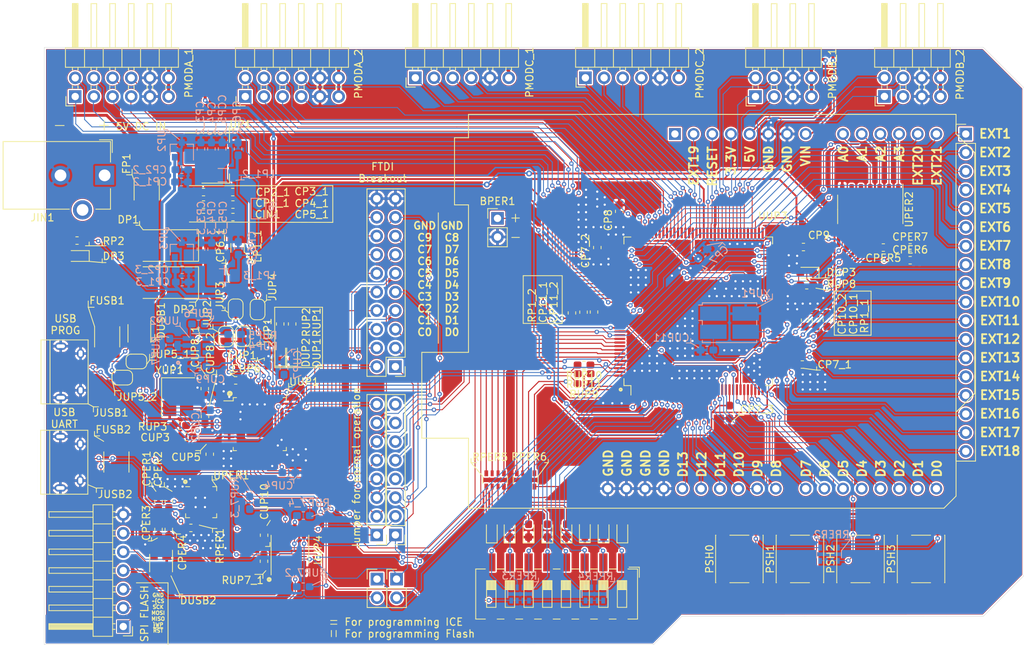
<source format=kicad_pcb>
(kicad_pcb (version 20171130) (host pcbnew 5.1.6-c6e7f7d~87~ubuntu18.04.1)
  (title_block (title "Arktica FPGA") (company "Authors: Afonso Muralha and João Nuno Carvalho"))
  (layers (0 Front signal) (1 In1.Cu signal hide) (2 In2.Cu signal hide) (31 Back signal) (34 B.Paste user) (35 F.Paste user hide) (36 B.SilkS user) (37 F.SilkS user) (38 B.Mask user) (39 F.Mask user) (44 Edge.Cuts user))
  (net 0 "")
  (net 1 "Net-(A1-Pad1)")
  (net 2 /FPGA_IO/ARDUINO_D2)
  (net 3 /FPGA_IO/ARDUINO_EXTRA_1)
  (net 4 /FPGA_IO/ARDUINO_D3)
  (net 5 /FPGA_IO/ARDUINO_RESET)
  (net 6 /FPGA_IO/ARDUINO_D4)
  (net 7 /VCC3V3)
  (net 8 /FPGA_IO/ARDUINO_D5)
  (net 9 /VCC5V)
  (net 10 /FPGA_IO/ARDUINO_D6)
  (net 11 GND)
  (net 12 /FPGA_IO/ARDUINO_D7)
  (net 13 /FPGA_IO/ARDUINO_D8)
  (net 14 /VIN)
  (net 15 /FPGA_IO/ARDUINO_D9)
  (net 16 /FPGA_IO/ARDUINO_D10)
  (net 17 /FPGA_IO/ARDUINO_D11)
  (net 18 /FPGA_IO/ARDUINO_D12)
  (net 19 /FPGA_IO/ARDUINO_D13)
  (net 20 /FPGA_IO/ARDUINO_D0)
  (net 21 /FPGA_IO/ARDUINO_D1)
  (net 22 /FPGA_IO/Buzzer)
  (net 23 "Net-(CCP5_2-Pad1)")
  (net 24 /Power/VCC_CORE)
  (net 25 /Power/VCCPLL0)
  (net 26 /Power/VCCPLL1)
  (net 27 "Net-(CP3_1-Pad1)")
  (net 28 "Net-(CP3_3-Pad1)")
  (net 29 /Power/VCC1.2_PLL)
  (net 30 /FPGA_PERIPHS/Vbus)
  (net 31 "/USB AND PROG/VCC_CORE_USB")
  (net 32 "Net-(CUP7-Pad1)")
  (net 33 "/USB AND PROG/VCC3V3_USB")
  (net 34 "Net-(CUP8_1-Pad1)")
  (net 35 "Net-(CUP8_2-Pad1)")
  (net 36 "Net-(D0-Pad2)")
  (net 37 "Net-(D1-Pad2)")
  (net 38 "Net-(D2-Pad2)")
  (net 39 "Net-(D3-Pad2)")
  (net 40 "Net-(D4-Pad2)")
  (net 41 "Net-(D5-Pad2)")
  (net 42 "Net-(D6-Pad2)")
  (net 43 "Net-(D7-Pad2)")
  (net 44 "Net-(DP1-Pad2)")
  (net 45 "Net-(DP3-Pad2)")
  (net 46 "/USB AND PROG/C9")
  (net 47 "Net-(DUP1-Pad2)")
  (net 48 "/USB AND PROG/C8")
  (net 49 "Net-(DUP2-Pad2)")
  (net 50 "/USB AND PROG/CDONE")
  (net 51 /Power/Vbus)
  (net 52 /FPGA_PERIPHS/D+)
  (net 53 /FPGA_PERIPHS/D-)
  (net 54 "Net-(FUSB1-Pad2)")
  (net 55 "Net-(FUSB2-Pad2)")
  (net 56 "Net-(JUP1-Pad2)")
  (net 57 "/USB AND PROG/FLASH_CS")
  (net 58 "/USB AND PROG/ICE_SCK")
  (net 59 "/USB AND PROG/FLASH_MOSI")
  (net 60 "/USB AND PROG/FLASH_MISO")
  (net 61 "/USB AND PROG/flash_~WP")
  (net 62 "/USB AND PROG/flash_~RST")
  (net 63 "/USB AND PROG/ICE_CS")
  (net 64 "/USB AND PROG/ICE_CRESET")
  (net 65 "/USB AND PROG/ICE_SO")
  (net 66 "/USB AND PROG/ICE_SI")
  (net 67 "Net-(JUSB1-Pad4)")
  (net 68 "Net-(JUSB2-Pad4)")
  (net 69 /FPGA_IO/PMOD1_A_1)
  (net 70 /FPGA_IO/PMOD1_A_2)
  (net 71 /FPGA_IO/PMOD1_A_3)
  (net 72 /FPGA_IO/PMOD1_A_4)
  (net 73 /FPGA_IO/PMOD1_A_7)
  (net 74 /FPGA_IO/PMOD1_A_8)
  (net 75 /FPGA_IO/PMOD1_A_9)
  (net 76 /FPGA_IO/PMOD1_A_10)
  (net 77 /FPGA_IO/PMOD1_B_1)
  (net 78 /FPGA_IO/PMOD1_B_2)
  (net 79 /FPGA_IO/PMOD1_B_3)
  (net 80 /FPGA_IO/PMOD1_B_4)
  (net 81 /FPGA_IO/PMOD1_B_7)
  (net 82 /FPGA_IO/PMOD1_B_8)
  (net 83 /FPGA_IO/PMOD1_B_9)
  (net 84 /FPGA_IO/PMOD1_B_10)
  (net 85 /FPGA_IO/PMOD2_A_1)
  (net 86 /FPGA_IO/PMOD2_A_2)
  (net 87 /FPGA_IO/PMOD2_A_3)
  (net 88 /FPGA_IO/PMOD2_A_4)
  (net 89 /FPGA_IO/PMOD2_B_2)
  (net 90 /FPGA_IO/PMOD2_B_3)
  (net 91 /FPGA_IO/PMOD2_B_4)
  (net 92 /FPGA_IO/PMOD3_A_1)
  (net 93 /FPGA_IO/PMOD3_A_2)
  (net 94 /FPGA_IO/PMOD3_A_3)
  (net 95 /FPGA_IO/PMOD3_A_4)
  (net 96 /FPGA_IO/PMOD3_B_1)
  (net 97 /FPGA_IO/PMOD3_B_2)
  (net 98 /FPGA_IO/PMOD3_B_3)
  (net 99 /FPGA_IO/PMOD3_B_4)
  (net 100 "Net-(RPER1-Pad2)")
  (net 101 "Net-(RUP3-Pad1)")
  (net 102 "/USB AND PROG/EECS")
  (net 103 "/USB AND PROG/EECLK")
  (net 104 "/USB AND PROG/EEDATA")
  (net 105 "Net-(RUP7-Pad2)")
  (net 106 "Net-(UPER1-Pad1)")
  (net 107 "Net-(UPER1-Pad2)")
  (net 108 "Net-(UPER1-Pad10)")
  (net 109 "Net-(UPER1-Pad11)")
  (net 110 "Net-(UPER1-Pad12)")
  (net 111 "Net-(UPER1-Pad13)")
  (net 112 "Net-(UPER1-Pad14)")
  (net 113 "Net-(UPER1-Pad15)")
  (net 114 "Net-(UPER1-Pad16)")
  (net 115 "Net-(UPER1-Pad17)")
  (net 116 "Net-(UPER1-Pad18)")
  (net 117 "Net-(UPER1-Pad19)")
  (net 118 "Net-(UPER1-Pad20)")
  (net 119 "Net-(UPER1-Pad21)")
  (net 120 "Net-(UPER1-Pad22)")
  (net 121 /FPGA_PERIPHS/~CTS)
  (net 122 /FPGA_PERIPHS/~RTS)
  (net 123 /FPGA_PERIPHS/~DSR)
  (net 124 /FPGA_PERIPHS/~DTR)
  (net 125 "Net-(UPER2-Pad5)")
  (net 126 "Net-(UPER2-Pad6)")
  (net 127 "Net-(UUP3-Pad35)")
  (net 128 "Net-(UUP3-Pad36)")
  (net 129 "Net-(UUP3-Pad50)")
  (net 130 "Net-(UUP3-Pad51)")
  (net 131 "Net-(UUP3-Pad58)")
  (net 132 "Net-(UUP3-Pad73)")
  (net 133 "Net-(UUP3-Pad77)")
  (net 134 /FPGA_IO/OSC_OUT)
  (net 135 "Net-(UUP3-Pad109)")
  (net 136 "Net-(UUP3-Pad133)")
  (net 137 "Net-(XUP1-Pad1)")
  (net 138 "/USB AND PROG/D'-")
  (net 139 "/USB AND PROG/D'+")
  (net 140 /D+)
  (net 141 /D-)
  (net 142 "/USB AND PROG/C8'")
  (net 143 "/USB AND PROG/C9'")
  (net 144 /GNDPLL1)
  (net 145 /GNDPLL0)
  (net 146 /FPGA_IO/LED7)
  (net 147 /FPGA_IO/LED6)
  (net 148 /FPGA_IO/LED5)
  (net 149 /FPGA_IO/LED4)
  (net 150 /FPGA_IO/LED3)
  (net 151 /FPGA_IO/LED2)
  (net 152 /FPGA_IO/LED1)
  (net 153 /FPGA_IO/LED0)
  (net 154 /FPGA_IO/PSH3)
  (net 155 /FPGA_IO/PSH2)
  (net 156 /FPGA_IO/PSH1)
  (net 157 /FPGA_IO/PSH0)
  (net 158 /FPGA_IO/SW4)
  (net 159 /FPGA_IO/SW6)
  (net 160 /FPGA_IO/SW5)
  (net 161 /FPGA_IO/SW7)
  (net 162 /FPGA_IO/SW0)
  (net 163 /FPGA_IO/SW2)
  (net 164 /FPGA_IO/SW1)
  (net 165 /FPGA_IO/SW3)
  (net 166 ADC_CH0)
  (net 167 ADC_CH1)
  (net 168 ADC_CH2)
  (net 169 ADC_CH3)
  (net 170 ADC_CS)
  (net 171 ADC_MOSI)
  (net 172 ADC_MISO)
  (net 173 ADC_CLK)
  (net 174 UART_TX)
  (net 175 UART_RX)
  (net 176 /FPGA_IO/EXT1)
  (net 177 "/USB AND PROG/ACBUS7")
  (net 178 "/USB AND PROG/ADBUS7")
  (net 179 "/USB AND PROG/ACBUS6")
  (net 180 "/USB AND PROG/ADBUS6")
  (net 181 "/USB AND PROG/ACBUS5")
  (net 182 "/USB AND PROG/ADBUS5")
  (net 183 "/USB AND PROG/ACBUS4")
  (net 184 "/USB AND PROG/ADBUS4")
  (net 185 "/USB AND PROG/ACBUS3")
  (net 186 "/USB AND PROG/ADBUS3")
  (net 187 "/USB AND PROG/ACBUS2")
  (net 188 "/USB AND PROG/ADBUS2")
  (net 189 "/USB AND PROG/ACBUS1")
  (net 190 "/USB AND PROG/ADBUS1")
  (net 191 "/USB AND PROG/ACBUS0")
  (net 192 "/USB AND PROG/ADBUS0")
  (net 193 /FPGA_IO/PMOD2_B_1)
  (net 194 /FPGA_IO/EXT17)
  (net 195 /FPGA_IO/EXT16)
  (net 196 /FPGA_IO/EXT15)
  (net 197 /FPGA_IO/EXT14)
  (net 198 /FPGA_IO/EXT13)
  (net 199 /FPGA_IO/EXT12)
  (net 200 /FPGA_IO/EXT11)
  (net 201 /FPGA_IO/EXT10)
  (net 202 /FPGA_IO/EXT9)
  (net 203 /FPGA_IO/EXT8)
  (net 204 /FPGA_IO/EXT7)
  (net 205 /FPGA_IO/EXT6)
  (net 206 /FPGA_IO/EXT5)
  (net 207 /FPGA_IO/EXT4)
  (net 208 /FPGA_IO/EXT3)
  (net 209 /FPGA_IO/EXT2)
  (net 210 /FPGA_IO/EXT18)
  (net 211 "Net-(UUP3-Pad55)")
  (net 212 "Net-(UUP3-Pad56)")
  (net 213 "Net-(UUP3-Pad60)")
  (net 214 /FPGA_IO/ARDUINO_EXTRA_4)
  (net 215 /FPGA_IO/ARDUINO_EXTRA_3)
  (net 216 "Net-(RUP9-Pad1)")
  (net 217 "Net-(RUP10-Pad1)")
  (net 218 /FPGA_IO/D+')
  (module Resistor_SMD:R_0603_1608Metric_Pad1.05x0.95mm_HandSolder (layer Front) (at 157.74 102 180)
    (fp_text reference RUP11 (at 0 -1.43) (layer F.SilkS))
    (fp_text value 1.5k)
    (pad 2 smd roundrect (at 0.875 0 180) (size 1.05 0.95) (layers Front F.Paste F.Mask) (net 140 /D+))
    (pad 1 smd roundrect (at -0.875 0 180) (size 1.05 0.95) (layers Front F.Paste F.Mask) (net 218 /FPGA_IO/D+'))
  )
  (module Resistor_SMD:R_0603_1608Metric_Pad1.05x0.95mm_HandSolder (layer Front) (at 157.71 100.81 180)
    (fp_text reference RUP10 (at 0 -1.43) (layer F.SilkS))
    (fp_text value 68)
    (pad 2 smd roundrect (at 0.875 0 180) (size 1.05 0.95) (layers Front F.Paste F.Mask) (net 140 /D+))
    (pad 1 smd roundrect (at -0.875 0 180) (size 1.05 0.95) (layers Front F.Paste F.Mask) (net 217 "Net-(RUP10-Pad1)"))
  )
  (module Resistor_SMD:R_0603_1608Metric_Pad1.05x0.95mm_HandSolder (layer Front) (at 157.71 103.35 180)
    (fp_text reference RUP9 (at 0 -1.43) (layer F.SilkS))
    (fp_text value 68)
    (pad 2 smd roundrect (at 0.875 0 180) (size 1.05 0.95) (layers Front F.Paste F.Mask) (net 141 /D-))
    (pad 1 smd roundrect (at -0.875 0 180) (size 1.05 0.95) (layers Front F.Paste F.Mask) (net 216 "Net-(RUP9-Pad1)"))
  )
  (module Capacitor_SMD:C_0603_1608Metric_Pad1.05x0.95mm_HandSolder (layer Back) (at 173.85 85.65 45)
    (fp_text reference CP7_4 (at 0.601041 1.732412 45) (layer B.SilkS) (effects (justify mirror)))
    (fp_text value 10n)
    (pad 2 smd roundrect (at 0.875 0 45) (size 1.05 0.95) (layers Back B.Paste B.Mask) (net 11 GND))
    (pad 1 smd roundrect (at -0.875 0 45) (size 1.05 0.95) (layers Back B.Paste B.Mask) (net 24 /Power/VCC_CORE))
  )
  (module Capacitor_SMD:C_0603_1608Metric_Pad1.05x0.95mm_HandSolder (layer Front) (at 198.415 84.825 180)
    (fp_text reference CPER5 (at 0 -1.43) (layer F.SilkS))
    (fp_text value 1u)
    (pad 2 smd roundrect (at 0.875 0 180) (size 1.05 0.95) (layers Front F.Paste F.Mask) (net 11 GND))
    (pad 1 smd roundrect (at -0.875 0 180) (size 1.05 0.95) (layers Front F.Paste F.Mask) (net 7 /VCC3V3))
  )
  (module Capacitor_SMD:C_0603_1608Metric_Pad1.05x0.95mm_HandSolder (layer Front) (at 202.065 84.8)
    (fp_text reference CPER7 (at 0 -1.43) (layer F.SilkS))
    (fp_text value 10u)
    (pad 2 smd roundrect (at 0.875 0) (size 1.05 0.95) (layers Front F.Paste F.Mask) (net 11 GND))
    (pad 1 smd roundrect (at -0.875 0) (size 1.05 0.95) (layers Front F.Paste F.Mask) (net 7 /VCC3V3))
  )
  (module Capacitor_SMD:C_0603_1608Metric_Pad1.05x0.95mm_HandSolder (layer Front) (at 202.065 86.55)
    (fp_text reference CPER6 (at 0 -1.43) (layer F.SilkS))
    (fp_text value 1u)
    (pad 2 smd roundrect (at 0.875 0) (size 1.05 0.95) (layers Front F.Paste F.Mask) (net 11 GND))
    (pad 1 smd roundrect (at -0.875 0) (size 1.05 0.95) (layers Front F.Paste F.Mask) (net 7 /VCC3V3))
  )
  (module Connector_PinHeader_2.54mm:PinHeader_1x02_P2.54mm_Vertical (layer Front) (at 145.95 80.85)
    (fp_text reference BPER1 (at 0 -2.33) (layer F.SilkS))
    (fp_text value Buzzer)
    (pad 2 thru_hole oval (at 0 2.54) (size 1.7 1.7) (drill 1) (layers *.Cu *.Mask) (net 11 GND))
    (pad 1 thru_hole rect (at 0 0) (size 1.7 1.7) (drill 1) (layers *.Cu *.Mask) (net 22 /FPGA_IO/Buzzer))
  )
  (module Connector_PinHeader_2.54mm:PinHeader_1x18_P2.54mm_Vertical (layer Front) (at 209.625 69.375)
    (fp_text reference JEXT1 hide)
    (fp_text value Conn_01x18-Connector_Generic)
    (pad 18 thru_hole oval (at 0 43.18) (size 1.7 1.7) (drill 1) (layers *.Cu *.Mask) (net 210 /FPGA_IO/EXT18))
    (pad 17 thru_hole oval (at 0 40.64) (size 1.7 1.7) (drill 1) (layers *.Cu *.Mask) (net 194 /FPGA_IO/EXT17))
    (pad 16 thru_hole oval (at 0 38.1) (size 1.7 1.7) (drill 1) (layers *.Cu *.Mask) (net 195 /FPGA_IO/EXT16))
    (pad 15 thru_hole oval (at 0 35.56) (size 1.7 1.7) (drill 1) (layers *.Cu *.Mask) (net 196 /FPGA_IO/EXT15))
    (pad 14 thru_hole oval (at 0 33.02) (size 1.7 1.7) (drill 1) (layers *.Cu *.Mask) (net 197 /FPGA_IO/EXT14))
    (pad 13 thru_hole oval (at 0 30.48) (size 1.7 1.7) (drill 1) (layers *.Cu *.Mask) (net 198 /FPGA_IO/EXT13))
    (pad 12 thru_hole oval (at 0 27.94) (size 1.7 1.7) (drill 1) (layers *.Cu *.Mask) (net 199 /FPGA_IO/EXT12))
    (pad 11 thru_hole oval (at 0 25.4) (size 1.7 1.7) (drill 1) (layers *.Cu *.Mask) (net 200 /FPGA_IO/EXT11))
    (pad 10 thru_hole oval (at 0 22.86) (size 1.7 1.7) (drill 1) (layers *.Cu *.Mask) (net 201 /FPGA_IO/EXT10))
    (pad 9 thru_hole oval (at 0 20.32) (size 1.7 1.7) (drill 1) (layers *.Cu *.Mask) (net 202 /FPGA_IO/EXT9))
    (pad 8 thru_hole oval (at 0 17.78) (size 1.7 1.7) (drill 1) (layers *.Cu *.Mask) (net 203 /FPGA_IO/EXT8))
    (pad 7 thru_hole oval (at 0 15.24) (size 1.7 1.7) (drill 1) (layers *.Cu *.Mask) (net 204 /FPGA_IO/EXT7))
    (pad 6 thru_hole oval (at 0 12.7) (size 1.7 1.7) (drill 1) (layers *.Cu *.Mask) (net 205 /FPGA_IO/EXT6))
    (pad 5 thru_hole oval (at 0 10.16) (size 1.7 1.7) (drill 1) (layers *.Cu *.Mask) (net 206 /FPGA_IO/EXT5))
    (pad 4 thru_hole oval (at 0 7.62) (size 1.7 1.7) (drill 1) (layers *.Cu *.Mask) (net 207 /FPGA_IO/EXT4))
    (pad 3 thru_hole oval (at 0 5.08) (size 1.7 1.7) (drill 1) (layers *.Cu *.Mask) (net 208 /FPGA_IO/EXT3))
    (pad 2 thru_hole oval (at 0 2.54) (size 1.7 1.7) (drill 1) (layers *.Cu *.Mask) (net 209 /FPGA_IO/EXT2))
    (pad 1 thru_hole rect (at 0 0) (size 1.7 1.7) (drill 1) (layers *.Cu *.Mask) (net 176 /FPGA_IO/EXT1))
  )
  (module Module:Arduino_UNO_R3 (layer Front) (at 170.075 69.37)
    (fp_text reference A1 hide)
    (fp_text value Arduino_UNO_R3)
    (pad 16 thru_hole oval (at 33.02 48.26 90) (size 1.6 1.6) (drill 1) (layers *.Cu *.Mask) (net 21 /FPGA_IO/ARDUINO_D1))
    (pad 15 thru_hole oval (at 35.56 48.26 90) (size 1.6 1.6) (drill 1) (layers *.Cu *.Mask) (net 20 /FPGA_IO/ARDUINO_D0))
    (pad 30 thru_hole oval (at -4.06 48.26 90) (size 1.6 1.6) (drill 1) (layers *.Cu *.Mask) (net 11 GND))
    (pad 14 thru_hole oval (at 35.56 0 90) (size 1.6 1.6) (drill 1) (layers *.Cu *.Mask) (net 215 /FPGA_IO/ARDUINO_EXTRA_3))
    (pad 29 thru_hole oval (at -1.52 48.26 90) (size 1.6 1.6) (drill 1) (layers *.Cu *.Mask) (net 11 GND))
    (pad 13 thru_hole oval (at 33.02 0 90) (size 1.6 1.6) (drill 1) (layers *.Cu *.Mask) (net 214 /FPGA_IO/ARDUINO_EXTRA_4))
    (pad 28 thru_hole oval (at 1.02 48.26 90) (size 1.6 1.6) (drill 1) (layers *.Cu *.Mask) (net 19 /FPGA_IO/ARDUINO_D13))
    (pad 12 thru_hole oval (at 30.48 0 90) (size 1.6 1.6) (drill 1) (layers *.Cu *.Mask) (net 169 ADC_CH3))
    (pad 27 thru_hole oval (at 3.56 48.26 90) (size 1.6 1.6) (drill 1) (layers *.Cu *.Mask) (net 18 /FPGA_IO/ARDUINO_D12))
    (pad 11 thru_hole oval (at 27.94 0 90) (size 1.6 1.6) (drill 1) (layers *.Cu *.Mask) (net 168 ADC_CH2))
    (pad 26 thru_hole oval (at 6.1 48.26 90) (size 1.6 1.6) (drill 1) (layers *.Cu *.Mask) (net 17 /FPGA_IO/ARDUINO_D11))
    (pad 10 thru_hole oval (at 25.4 0 90) (size 1.6 1.6) (drill 1) (layers *.Cu *.Mask) (net 167 ADC_CH1))
    (pad 25 thru_hole oval (at 8.64 48.26 90) (size 1.6 1.6) (drill 1) (layers *.Cu *.Mask) (net 16 /FPGA_IO/ARDUINO_D10))
    (pad 9 thru_hole oval (at 22.86 0 90) (size 1.6 1.6) (drill 1) (layers *.Cu *.Mask) (net 166 ADC_CH0))
    (pad 24 thru_hole oval (at 11.18 48.26 90) (size 1.6 1.6) (drill 1) (layers *.Cu *.Mask) (net 15 /FPGA_IO/ARDUINO_D9))
    (pad 8 thru_hole oval (at 17.78 0 90) (size 1.6 1.6) (drill 1) (layers *.Cu *.Mask) (net 14 /VIN))
    (pad 23 thru_hole oval (at 13.72 48.26 90) (size 1.6 1.6) (drill 1) (layers *.Cu *.Mask) (net 13 /FPGA_IO/ARDUINO_D8))
    (pad 7 thru_hole oval (at 15.24 0 90) (size 1.6 1.6) (drill 1) (layers *.Cu *.Mask) (net 11 GND))
    (pad 22 thru_hole oval (at 17.78 48.26 90) (size 1.6 1.6) (drill 1) (layers *.Cu *.Mask) (net 12 /FPGA_IO/ARDUINO_D7))
    (pad 6 thru_hole oval (at 12.7 0 90) (size 1.6 1.6) (drill 1) (layers *.Cu *.Mask) (net 11 GND))
    (pad 21 thru_hole oval (at 20.32 48.26 90) (size 1.6 1.6) (drill 1) (layers *.Cu *.Mask) (net 10 /FPGA_IO/ARDUINO_D6))
    (pad 5 thru_hole oval (at 10.16 0 90) (size 1.6 1.6) (drill 1) (layers *.Cu *.Mask) (net 9 /VCC5V))
    (pad 20 thru_hole oval (at 22.86 48.26 90) (size 1.6 1.6) (drill 1) (layers *.Cu *.Mask) (net 8 /FPGA_IO/ARDUINO_D5))
    (pad 4 thru_hole oval (at 7.62 0 90) (size 1.6 1.6) (drill 1) (layers *.Cu *.Mask) (net 7 /VCC3V3))
    (pad 19 thru_hole oval (at 25.4 48.26 90) (size 1.6 1.6) (drill 1) (layers *.Cu *.Mask) (net 6 /FPGA_IO/ARDUINO_D4))
    (pad 3 thru_hole oval (at 5.08 0 90) (size 1.6 1.6) (drill 1) (layers *.Cu *.Mask) (net 5 /FPGA_IO/ARDUINO_RESET))
    (pad 18 thru_hole oval (at 27.94 48.26 90) (size 1.6 1.6) (drill 1) (layers *.Cu *.Mask) (net 4 /FPGA_IO/ARDUINO_D3))
    (pad 2 thru_hole oval (at 2.54 0 90) (size 1.6 1.6) (drill 1) (layers *.Cu *.Mask) (net 3 /FPGA_IO/ARDUINO_EXTRA_1))
    (pad 17 thru_hole oval (at 30.48 48.26 90) (size 1.6 1.6) (drill 1) (layers *.Cu *.Mask) (net 2 /FPGA_IO/ARDUINO_D2))
    (pad 1 thru_hole rect (at 0 0 90) (size 1.6 1.6) (drill 1) (layers *.Cu *.Mask) (net 1 "Net-(A1-Pad1)"))
    (pad 31 thru_hole oval (at -6.6 48.26 90) (size 1.6 1.6) (drill 1) (layers *.Cu *.Mask) (net 11 GND))
    (pad 32 thru_hole oval (at -9.14 48.26 90) (size 1.6 1.6) (drill 1) (layers *.Cu *.Mask) (net 11 GND))
  )
  (module Capacitor_SMD:C_0603_1608Metric_Pad1.05x0.95mm_HandSolder (layer Front) (at 177.5 107.2 270)
    (fp_text reference CP7_3 (at -0.35 -3.75 180) (layer F.SilkS))
    (fp_text value 10n)
    (pad 2 smd roundrect (at 0.875 0 270) (size 1.05 0.95) (layers Front F.Paste F.Mask) (net 11 GND))
    (pad 1 smd roundrect (at -0.875 0 270) (size 1.05 0.95) (layers Front F.Paste F.Mask) (net 24 /Power/VCC_CORE))
  )
  (module Package_QFP:LQFP-48-1EP_7x7mm_P0.5mm_EP3.6x3.6mm (layer Front) (at 113.625 108.85)
    (fp_text reference UUP1 (at 6.025 -5.75) (layer F.SilkS))
    (fp_text value FT232H)
    (pad 49 smd rect (at 0 0) (size 3.6 3.6) (layers Front F.Mask))
    (pad 48 smd roundrect (at -2.75 -4.1625) (size 0.3 1.475) (layers Front F.Paste F.Mask) (net 11 GND))
    (pad 47 smd roundrect (at -2.25 -4.1625) (size 0.3 1.475) (layers Front F.Paste F.Mask) (net 11 GND))
    (pad 46 smd roundrect (at -1.75 -4.1625) (size 0.3 1.475) (layers Front F.Paste F.Mask) (net 7 /VCC3V3))
    (pad 45 smd roundrect (at -1.25 -4.1625) (size 0.3 1.475) (layers Front F.Paste F.Mask) (net 102 "/USB AND PROG/EECS"))
    (pad 44 smd roundrect (at -0.75 -4.1625) (size 0.3 1.475) (layers Front F.Paste F.Mask) (net 103 "/USB AND PROG/EECLK"))
    (pad 43 smd roundrect (at -0.25 -4.1625) (size 0.3 1.475) (layers Front F.Paste F.Mask) (net 104 "/USB AND PROG/EEDATA"))
    (pad 42 smd roundrect (at 0.25 -4.1625) (size 0.3 1.475) (layers Front F.Paste F.Mask) (net 11 GND))
    (pad 41 smd roundrect (at 0.75 -4.1625) (size 0.3 1.475) (layers Front F.Paste F.Mask) (net 11 GND))
    (pad 40 smd roundrect (at 1.25 -4.1625) (size 0.3 1.475) (layers Front F.Paste F.Mask) (net 56 "Net-(JUP1-Pad2)"))
    (pad 39 smd roundrect (at 1.75 -4.1625) (size 0.3 1.475) (layers Front F.Paste F.Mask) (net 33 "/USB AND PROG/VCC3V3_USB"))
    (pad 38 smd roundrect (at 2.25 -4.1625) (size 0.3 1.475) (layers Front F.Paste F.Mask) (net 31 "/USB AND PROG/VCC_CORE_USB"))
    (pad 37 smd roundrect (at 2.75 -4.1625) (size 0.3 1.475) (layers Front F.Paste F.Mask) (net 32 "Net-(CUP7-Pad1)"))
    (pad 36 smd roundrect (at 4.1625 -2.75) (size 1.475 0.3) (layers Front F.Paste F.Mask) (net 11 GND))
    (pad 35 smd roundrect (at 4.1625 -2.25) (size 1.475 0.3) (layers Front F.Paste F.Mask) (net 11 GND))
    (pad 34 smd roundrect (at 4.1625 -1.75) (size 1.475 0.3) (layers Front F.Paste F.Mask) (net 7 /VCC3V3))
    (pad 33 smd roundrect (at 4.1625 -1.25) (size 1.475 0.3) (layers Front F.Paste F.Mask) (net 143 "/USB AND PROG/C9'"))
    (pad 32 smd roundrect (at 4.1625 -0.75) (size 1.475 0.3) (layers Front F.Paste F.Mask) (net 142 "/USB AND PROG/C8'"))
    (pad 31 smd roundrect (at 4.1625 -0.25) (size 1.475 0.3) (layers Front F.Paste F.Mask) (net 177 "/USB AND PROG/ACBUS7"))
    (pad 30 smd roundrect (at 4.1625 0.25) (size 1.475 0.3) (layers Front F.Paste F.Mask) (net 179 "/USB AND PROG/ACBUS6"))
    (pad 29 smd roundrect (at 4.1625 0.75) (size 1.475 0.3) (layers Front F.Paste F.Mask) (net 181 "/USB AND PROG/ACBUS5"))
    (pad 28 smd roundrect (at 4.1625 1.25) (size 1.475 0.3) (layers Front F.Paste F.Mask) (net 183 "/USB AND PROG/ACBUS4"))
    (pad 27 smd roundrect (at 4.1625 1.75) (size 1.475 0.3) (layers Front F.Paste F.Mask) (net 185 "/USB AND PROG/ACBUS3"))
    (pad 26 smd roundrect (at 4.1625 2.25) (size 1.475 0.3) (layers Front F.Paste F.Mask) (net 187 "/USB AND PROG/ACBUS2"))
    (pad 25 smd roundrect (at 4.1625 2.75) (size 1.475 0.3) (layers Front F.Paste F.Mask) (net 189 "/USB AND PROG/ACBUS1"))
    (pad 24 smd roundrect (at 2.75 4.1625) (size 0.3 1.475) (layers Front F.Paste F.Mask) (net 7 /VCC3V3))
    (pad 23 smd roundrect (at 2.25 4.1625) (size 0.3 1.475) (layers Front F.Paste F.Mask) (net 11 GND))
    (pad 22 smd roundrect (at 1.75 4.1625) (size 0.3 1.475) (layers Front F.Paste F.Mask) (net 11 GND))
    (pad 21 smd roundrect (at 1.25 4.1625) (size 0.3 1.475) (layers Front F.Paste F.Mask) (net 191 "/USB AND PROG/ACBUS0"))
    (pad 20 smd roundrect (at 0.75 4.1625) (size 0.3 1.475) (layers Front F.Paste F.Mask) (net 178 "/USB AND PROG/ADBUS7"))
    (pad 19 smd roundrect (at 0.25 4.1625) (size 0.3 1.475) (layers Front F.Paste F.Mask) (net 180 "/USB AND PROG/ADBUS6"))
    (pad 18 smd roundrect (at -0.25 4.1625) (size 0.3 1.475) (layers Front F.Paste F.Mask) (net 182 "/USB AND PROG/ADBUS5"))
    (pad 17 smd roundrect (at -0.75 4.1625) (size 0.3 1.475) (layers Front F.Paste F.Mask) (net 184 "/USB AND PROG/ADBUS4"))
    (pad 16 smd roundrect (at -1.25 4.1625) (size 0.3 1.475) (layers Front F.Paste F.Mask) (net 186 "/USB AND PROG/ADBUS3"))
    (pad 15 smd roundrect (at -1.75 4.1625) (size 0.3 1.475) (layers Front F.Paste F.Mask) (net 188 "/USB AND PROG/ADBUS2"))
    (pad 14 smd roundrect (at -2.25 4.1625) (size 0.3 1.475) (layers Front F.Paste F.Mask) (net 190 "/USB AND PROG/ADBUS1"))
    (pad 13 smd roundrect (at -2.75 4.1625) (size 0.3 1.475) (layers Front F.Paste F.Mask) (net 192 "/USB AND PROG/ADBUS0"))
    (pad 12 smd roundrect (at -4.1625 2.75) (size 1.475 0.3) (layers Front F.Paste F.Mask) (net 7 /VCC3V3))
    (pad 11 smd roundrect (at -4.1625 2.25) (size 1.475 0.3) (layers Front F.Paste F.Mask) (net 11 GND))
    (pad 10 smd roundrect (at -4.1625 1.75) (size 1.475 0.3) (layers Front F.Paste F.Mask) (net 11 GND))
    (pad 9 smd roundrect (at -4.1625 1.25) (size 1.475 0.3) (layers Front F.Paste F.Mask) (net 11 GND))
    (pad 8 smd roundrect (at -4.1625 0.75) (size 1.475 0.3) (layers Front F.Paste F.Mask) (net 7 /VCC3V3))
    (pad 7 smd roundrect (at -4.1625 0.25) (size 1.475 0.3) (layers Front F.Paste F.Mask) (net 139 "/USB AND PROG/D'+"))
    (pad 6 smd roundrect (at -4.1625 -0.25) (size 1.475 0.3) (layers Front F.Paste F.Mask) (net 138 "/USB AND PROG/D'-"))
    (pad 5 smd roundrect (at -4.1625 -0.75) (size 1.475 0.3) (layers Front F.Paste F.Mask) (net 101 "Net-(RUP3-Pad1)"))
    (pad 4 smd roundrect (at -4.1625 -1.25) (size 1.475 0.3) (layers Front F.Paste F.Mask) (net 11 GND))
    (pad 3 smd roundrect (at -4.1625 -1.75) (size 1.475 0.3) (layers Front F.Paste F.Mask) (net 7 /VCC3V3))
    (pad 2 smd roundrect (at -4.1625 -2.25) (size 1.475 0.3) (layers Front F.Paste F.Mask) (net 35 "Net-(CUP8_2-Pad1)"))
    (pad 1 smd roundrect (at -4.1625 -2.75) (size 1.475 0.3) (layers Front F.Paste F.Mask) (net 34 "Net-(CUP8_1-Pad1)"))
  )
  (module Connector_PinHeader_2.54mm:PinHeader_2x10_P2.54mm_Vertical (layer Front) (at 132.0673 101.0285 180)
    (fp_text reference JUP6 hide)
    (fp_text value Conn_02x10_Odd_Even)
    (pad 20 thru_hole oval (at 2.54 22.86 180) (size 1.7 1.7) (drill 1) (layers *.Cu *.Mask) (net 11 GND))
    (pad 19 thru_hole oval (at 0 22.86 180) (size 1.7 1.7) (drill 1) (layers *.Cu *.Mask) (net 11 GND))
    (pad 18 thru_hole oval (at 2.54 20.32 180) (size 1.7 1.7) (drill 1) (layers *.Cu *.Mask) (net 143 "/USB AND PROG/C9'"))
    (pad 17 thru_hole oval (at 0 20.32 180) (size 1.7 1.7) (drill 1) (layers *.Cu *.Mask) (net 142 "/USB AND PROG/C8'"))
    (pad 16 thru_hole oval (at 2.54 17.78 180) (size 1.7 1.7) (drill 1) (layers *.Cu *.Mask) (net 177 "/USB AND PROG/ACBUS7"))
    (pad 15 thru_hole oval (at 0 17.78 180) (size 1.7 1.7) (drill 1) (layers *.Cu *.Mask) (net 178 "/USB AND PROG/ADBUS7"))
    (pad 14 thru_hole oval (at 2.54 15.24 180) (size 1.7 1.7) (drill 1) (layers *.Cu *.Mask) (net 179 "/USB AND PROG/ACBUS6"))
    (pad 13 thru_hole oval (at 0 15.24 180) (size 1.7 1.7) (drill 1) (layers *.Cu *.Mask) (net 180 "/USB AND PROG/ADBUS6"))
    (pad 12 thru_hole oval (at 2.54 12.7 180) (size 1.7 1.7) (drill 1) (layers *.Cu *.Mask) (net 181 "/USB AND PROG/ACBUS5"))
    (pad 11 thru_hole oval (at 0 12.7 180) (size 1.7 1.7) (drill 1) (layers *.Cu *.Mask) (net 182 "/USB AND PROG/ADBUS5"))
    (pad 10 thru_hole oval (at 2.54 10.16 180) (size 1.7 1.7) (drill 1) (layers *.Cu *.Mask) (net 183 "/USB AND PROG/ACBUS4"))
    (pad 9 thru_hole oval (at 0 10.16 180) (size 1.7 1.7) (drill 1) (layers *.Cu *.Mask) (net 184 "/USB AND PROG/ADBUS4"))
    (pad 8 thru_hole oval (at 2.54 7.62 180) (size 1.7 1.7) (drill 1) (layers *.Cu *.Mask) (net 185 "/USB AND PROG/ACBUS3"))
    (pad 7 thru_hole oval (at 0 7.62 180) (size 1.7 1.7) (drill 1) (layers *.Cu *.Mask) (net 186 "/USB AND PROG/ADBUS3"))
    (pad 6 thru_hole oval (at 2.54 5.08 180) (size 1.7 1.7) (drill 1) (layers *.Cu *.Mask) (net 187 "/USB AND PROG/ACBUS2"))
    (pad 5 thru_hole oval (at 0 5.08 180) (size 1.7 1.7) (drill 1) (layers *.Cu *.Mask) (net 188 "/USB AND PROG/ADBUS2"))
    (pad 4 thru_hole oval (at 2.54 2.54 180) (size 1.7 1.7) (drill 1) (layers *.Cu *.Mask) (net 189 "/USB AND PROG/ACBUS1"))
    (pad 3 thru_hole oval (at 0 2.54 180) (size 1.7 1.7) (drill 1) (layers *.Cu *.Mask) (net 190 "/USB AND PROG/ADBUS1"))
    (pad 2 thru_hole oval (at 2.54 0 180) (size 1.7 1.7) (drill 1) (layers *.Cu *.Mask) (net 191 "/USB AND PROG/ACBUS0"))
    (pad 1 thru_hole rect (at 0 0 180) (size 1.7 1.7) (drill 1) (layers *.Cu *.Mask) (net 192 "/USB AND PROG/ADBUS0"))
  )
  (module Pin_Headers:Pin_Header_Straight_1x08_Pitch2.54mm (layer Front) (at 132.0673 123.935 180)
    (fp_text reference JUP7_2 hide)
    (fp_text value Conn_01x08)
    (pad 1 thru_hole rect (at 0 0 180) (size 1.7 1.7) (drill 1) (layers *.Cu *.Mask) (net 58 "/USB AND PROG/ICE_SCK"))
    (pad 2 thru_hole oval (at 0 2.54 180) (size 1.7 1.7) (drill 1) (layers *.Cu *.Mask) (net 59 "/USB AND PROG/FLASH_MOSI"))
    (pad 3 thru_hole oval (at 0 5.08 180) (size 1.7 1.7) (drill 1) (layers *.Cu *.Mask) (net 60 "/USB AND PROG/FLASH_MISO"))
    (pad 4 thru_hole oval (at 0 7.62 180) (size 1.7 1.7) (drill 1) (layers *.Cu *.Mask) (net 63 "/USB AND PROG/ICE_CS"))
    (pad 5 thru_hole oval (at 0 10.16 180) (size 1.7 1.7) (drill 1) (layers *.Cu *.Mask) (net 50 "/USB AND PROG/CDONE"))
    (pad 6 thru_hole oval (at 0 12.7 180) (size 1.7 1.7) (drill 1) (layers *.Cu *.Mask) (net 64 "/USB AND PROG/ICE_CRESET"))
    (pad 7 thru_hole oval (at 0 15.24 180) (size 1.7 1.7) (drill 1) (layers *.Cu *.Mask) (net 48 "/USB AND PROG/C8"))
    (pad 8 thru_hole oval (at 0 17.78 180) (size 1.7 1.7) (drill 1) (layers *.Cu *.Mask) (net 46 "/USB AND PROG/C9"))
  )
  (module Connector_PinHeader_2.54mm:PinHeader_2x06_P2.54mm_Horizontal (layer Front) (at 111.6515 64.2715 90)
    (fp_text reference PMODA_2 (at 3.0815 15.3985 90) (layer F.SilkS))
    (fp_text value Conn_02x06_Odd_Even)
    (pad 12 thru_hole oval (at 2.54 12.7 90) (size 1.7 1.7) (drill 1) (layers *.Cu *.Mask) (net 7 /VCC3V3))
    (pad 11 thru_hole oval (at 0 12.7 90) (size 1.7 1.7) (drill 1) (layers *.Cu *.Mask) (net 7 /VCC3V3))
    (pad 10 thru_hole oval (at 2.54 10.16 90) (size 1.7 1.7) (drill 1) (layers *.Cu *.Mask) (net 11 GND))
    (pad 9 thru_hole oval (at 0 10.16 90) (size 1.7 1.7) (drill 1) (layers *.Cu *.Mask) (net 11 GND))
    (pad 8 thru_hole oval (at 2.54 7.62 90) (size 1.7 1.7) (drill 1) (layers *.Cu *.Mask) (net 84 /FPGA_IO/PMOD1_B_10))
    (pad 7 thru_hole oval (at 0 7.62 90) (size 1.7 1.7) (drill 1) (layers *.Cu *.Mask) (net 80 /FPGA_IO/PMOD1_B_4))
    (pad 6 thru_hole oval (at 2.54 5.08 90) (size 1.7 1.7) (drill 1) (layers *.Cu *.Mask) (net 83 /FPGA_IO/PMOD1_B_9))
    (pad 5 thru_hole oval (at 0 5.08 90) (size 1.7 1.7) (drill 1) (layers *.Cu *.Mask) (net 79 /FPGA_IO/PMOD1_B_3))
    (pad 4 thru_hole oval (at 2.54 2.54 90) (size 1.7 1.7) (drill 1) (layers *.Cu *.Mask) (net 82 /FPGA_IO/PMOD1_B_8))
    (pad 3 thru_hole oval (at 0 2.54 90) (size 1.7 1.7) (drill 1) (layers *.Cu *.Mask) (net 78 /FPGA_IO/PMOD1_B_2))
    (pad 2 thru_hole oval (at 2.54 0 90) (size 1.7 1.7) (drill 1) (layers *.Cu *.Mask) (net 81 /FPGA_IO/PMOD1_B_7))
    (pad 1 thru_hole rect (at 0 0 90) (size 1.7 1.7) (drill 1) (layers *.Cu *.Mask) (net 77 /FPGA_IO/PMOD1_B_1))
  )
  (module Connector_PinHeader_2.54mm:PinHeader_2x06_P2.54mm_Horizontal (layer Front) (at 88.5265 64.2715 90)
    (fp_text reference PMODA_1 (at 3.2015 15.4435 90) (layer F.SilkS))
    (fp_text value Conn_02x06_Odd_Even)
    (pad 12 thru_hole oval (at 2.54 12.7 90) (size 1.7 1.7) (drill 1) (layers *.Cu *.Mask) (net 7 /VCC3V3))
    (pad 11 thru_hole oval (at 0 12.7 90) (size 1.7 1.7) (drill 1) (layers *.Cu *.Mask) (net 7 /VCC3V3))
    (pad 10 thru_hole oval (at 2.54 10.16 90) (size 1.7 1.7) (drill 1) (layers *.Cu *.Mask) (net 11 GND))
    (pad 9 thru_hole oval (at 0 10.16 90) (size 1.7 1.7) (drill 1) (layers *.Cu *.Mask) (net 11 GND))
    (pad 8 thru_hole oval (at 2.54 7.62 90) (size 1.7 1.7) (drill 1) (layers *.Cu *.Mask) (net 76 /FPGA_IO/PMOD1_A_10))
    (pad 7 thru_hole oval (at 0 7.62 90) (size 1.7 1.7) (drill 1) (layers *.Cu *.Mask) (net 72 /FPGA_IO/PMOD1_A_4))
    (pad 6 thru_hole oval (at 2.54 5.08 90) (size 1.7 1.7) (drill 1) (layers *.Cu *.Mask) (net 75 /FPGA_IO/PMOD1_A_9))
    (pad 5 thru_hole oval (at 0 5.08 90) (size 1.7 1.7) (drill 1) (layers *.Cu *.Mask) (net 71 /FPGA_IO/PMOD1_A_3))
    (pad 4 thru_hole oval (at 2.54 2.54 90) (size 1.7 1.7) (drill 1) (layers *.Cu *.Mask) (net 74 /FPGA_IO/PMOD1_A_8))
    (pad 3 thru_hole oval (at 0 2.54 90) (size 1.7 1.7) (drill 1) (layers *.Cu *.Mask) (net 70 /FPGA_IO/PMOD1_A_2))
    (pad 2 thru_hole oval (at 2.54 0 90) (size 1.7 1.7) (drill 1) (layers *.Cu *.Mask) (net 73 /FPGA_IO/PMOD1_A_7))
    (pad 1 thru_hole rect (at 0 0 90) (size 1.7 1.7) (drill 1) (layers *.Cu *.Mask) (net 69 /FPGA_IO/PMOD1_A_1))
  )
  (module Button_Switch_SMD:SW_SPST_PTS645 (layer Front) (at 203.544 127.205 90)
    (fp_text reference PSH3 (at 0 -4.05 90) (layer F.SilkS))
    (fp_text value SW_Push)
    (pad 2 smd rect (at 3.98 2.25 90) (size 1.55 1.3) (layers Front F.Paste F.Mask) (net 154 /FPGA_IO/PSH3))
    (pad 1 smd rect (at 3.98 -2.25 90) (size 1.55 1.3) (layers Front F.Paste F.Mask) (net 11 GND))
    (pad 1 smd rect (at -3.98 -2.25 90) (size 1.55 1.3) (layers Front F.Paste F.Mask) (net 11 GND))
    (pad 2 smd rect (at -3.98 2.25 90) (size 1.55 1.3) (layers Front F.Paste F.Mask) (net 154 /FPGA_IO/PSH3))
  )
  (module Button_Switch_SMD:SW_SPST_PTS645 (layer Front) (at 195.310222 127.205 90)
    (fp_text reference PSH2 (at 0 -4.05 90) (layer F.SilkS))
    (fp_text value SW_Push)
    (pad 2 smd rect (at 3.98 2.25 90) (size 1.55 1.3) (layers Front F.Paste F.Mask) (net 155 /FPGA_IO/PSH2))
    (pad 1 smd rect (at 3.98 -2.25 90) (size 1.55 1.3) (layers Front F.Paste F.Mask) (net 11 GND))
    (pad 1 smd rect (at -3.98 -2.25 90) (size 1.55 1.3) (layers Front F.Paste F.Mask) (net 11 GND))
    (pad 2 smd rect (at -3.98 2.25 90) (size 1.55 1.3) (layers Front F.Paste F.Mask) (net 155 /FPGA_IO/PSH2))
  )
  (module Button_Switch_SMD:SW_SPST_PTS645 (layer Front) (at 187.076445 127.205 90)
    (fp_text reference PSH1 (at 0 -4.05 90) (layer F.SilkS))
    (fp_text value SW_Push)
    (pad 2 smd rect (at 3.98 2.25 90) (size 1.55 1.3) (layers Front F.Paste F.Mask) (net 156 /FPGA_IO/PSH1))
    (pad 1 smd rect (at 3.98 -2.25 90) (size 1.55 1.3) (layers Front F.Paste F.Mask) (net 11 GND))
    (pad 1 smd rect (at -3.98 -2.25 90) (size 1.55 1.3) (layers Front F.Paste F.Mask) (net 11 GND))
    (pad 2 smd rect (at -3.98 2.25 90) (size 1.55 1.3) (layers Front F.Paste F.Mask) (net 156 /FPGA_IO/PSH1))
  )
  (module Button_Switch_SMD:SW_SPST_PTS645 (layer Front) (at 178.842668 127.205 90)
    (fp_text reference PSH0 (at 0 -4.05 90) (layer F.SilkS))
    (fp_text value SW_Push)
    (pad 2 smd rect (at 3.98 2.25 90) (size 1.55 1.3) (layers Front F.Paste F.Mask) (net 157 /FPGA_IO/PSH0))
    (pad 1 smd rect (at 3.98 -2.25 90) (size 1.55 1.3) (layers Front F.Paste F.Mask) (net 11 GND))
    (pad 1 smd rect (at -3.98 -2.25 90) (size 1.55 1.3) (layers Front F.Paste F.Mask) (net 11 GND))
    (pad 2 smd rect (at -3.98 2.25 90) (size 1.55 1.3) (layers Front F.Paste F.Mask) (net 157 /FPGA_IO/PSH0))
  )
  (module Button_Switch_SMD:SW_DIP_SPSTx08_Slide_6.7x21.88mm_W8.61mm_P2.54mm_LowProfile (layer Front) (at 153.991 131.975 270)
    (fp_text reference SW[7..0]1 hide)
    (fp_text value SW_DIP_x08)
    (pad 16 smd rect (at 4.305 -8.89 270) (size 2.44 1.12) (layers Front F.Paste F.Mask) (net 11 GND))
    (pad 8 smd rect (at -4.305 8.89 270) (size 2.44 1.12) (layers Front F.Paste F.Mask) (net 161 /FPGA_IO/SW7))
    (pad 15 smd rect (at 4.305 -6.35 270) (size 2.44 1.12) (layers Front F.Paste F.Mask) (net 11 GND))
    (pad 7 smd rect (at -4.305 6.35 270) (size 2.44 1.12) (layers Front F.Paste F.Mask) (net 159 /FPGA_IO/SW6))
    (pad 14 smd rect (at 4.305 -3.81 270) (size 2.44 1.12) (layers Front F.Paste F.Mask) (net 11 GND))
    (pad 6 smd rect (at -4.305 3.81 270) (size 2.44 1.12) (layers Front F.Paste F.Mask) (net 160 /FPGA_IO/SW5))
    (pad 13 smd rect (at 4.305 -1.27 270) (size 2.44 1.12) (layers Front F.Paste F.Mask) (net 11 GND))
    (pad 5 smd rect (at -4.305 1.27 270) (size 2.44 1.12) (layers Front F.Paste F.Mask) (net 158 /FPGA_IO/SW4))
    (pad 12 smd rect (at 4.305 1.27 270) (size 2.44 1.12) (layers Front F.Paste F.Mask) (net 11 GND))
    (pad 4 smd rect (at -4.305 -1.27 270) (size 2.44 1.12) (layers Front F.Paste F.Mask) (net 165 /FPGA_IO/SW3))
    (pad 11 smd rect (at 4.305 3.81 270) (size 2.44 1.12) (layers Front F.Paste F.Mask) (net 11 GND))
    (pad 3 smd rect (at -4.305 -3.81 270) (size 2.44 1.12) (layers Front F.Paste F.Mask) (net 163 /FPGA_IO/SW2))
    (pad 10 smd rect (at 4.305 6.35 270) (size 2.44 1.12) (layers Front F.Paste F.Mask) (net 11 GND))
    (pad 2 smd rect (at -4.305 -6.35 270) (size 2.44 1.12) (layers Front F.Paste F.Mask) (net 164 /FPGA_IO/SW1))
    (pad 9 smd rect (at 4.305 8.89 270) (size 2.44 1.12) (layers Front F.Paste F.Mask) (net 11 GND))
    (pad 1 smd rect (at -4.305 -8.89 270) (size 2.44 1.12) (layers Front F.Paste F.Mask) (net 162 /FPGA_IO/SW0))
  )
  (module Connector_PinHeader_2.54mm:PinHeader_1x06_P2.54mm_Horizontal (layer Front) (at 157.9015 61.7215 90)
    (fp_text reference PMODC_2 (at 0.6215 15.5485 90) (layer F.SilkS))
    (fp_text value Conn_01x06)
    (pad 6 thru_hole oval (at 0 12.7 90) (size 1.7 1.7) (drill 1) (layers *.Cu *.Mask) (net 7 /VCC3V3))
    (pad 5 thru_hole oval (at 0 10.16 90) (size 1.7 1.7) (drill 1) (layers *.Cu *.Mask) (net 11 GND))
    (pad 4 thru_hole oval (at 0 7.62 90) (size 1.7 1.7) (drill 1) (layers *.Cu *.Mask) (net 99 /FPGA_IO/PMOD3_B_4))
    (pad 3 thru_hole oval (at 0 5.08 90) (size 1.7 1.7) (drill 1) (layers *.Cu *.Mask) (net 98 /FPGA_IO/PMOD3_B_3))
    (pad 2 thru_hole oval (at 0 2.54 90) (size 1.7 1.7) (drill 1) (layers *.Cu *.Mask) (net 97 /FPGA_IO/PMOD3_B_2))
    (pad 1 thru_hole rect (at 0 0 90) (size 1.7 1.7) (drill 1) (layers *.Cu *.Mask) (net 96 /FPGA_IO/PMOD3_B_1))
  )
  (module Connector_PinHeader_2.54mm:PinHeader_1x06_P2.54mm_Horizontal (layer Front) (at 134.7765 61.7245 90)
    (fp_text reference PMODC_1 (at 0.7445 15.5335 90) (layer F.SilkS))
    (fp_text value Conn_01x06)
    (pad 6 thru_hole oval (at 0 12.7 90) (size 1.7 1.7) (drill 1) (layers *.Cu *.Mask) (net 7 /VCC3V3))
    (pad 5 thru_hole oval (at 0 10.16 90) (size 1.7 1.7) (drill 1) (layers *.Cu *.Mask) (net 11 GND))
    (pad 4 thru_hole oval (at 0 7.62 90) (size 1.7 1.7) (drill 1) (layers *.Cu *.Mask) (net 95 /FPGA_IO/PMOD3_A_4))
    (pad 3 thru_hole oval (at 0 5.08 90) (size 1.7 1.7) (drill 1) (layers *.Cu *.Mask) (net 94 /FPGA_IO/PMOD3_A_3))
    (pad 2 thru_hole oval (at 0 2.54 90) (size 1.7 1.7) (drill 1) (layers *.Cu *.Mask) (net 93 /FPGA_IO/PMOD3_A_2))
    (pad 1 thru_hole rect (at 0 0 90) (size 1.7 1.7) (drill 1) (layers *.Cu *.Mask) (net 92 /FPGA_IO/PMOD3_A_1))
  )
  (module Connector_PinHeader_2.54mm:PinHeader_2x04_P2.54mm_Horizontal (layer Front) (at 198.5645 64.262 90)
    (fp_text reference PMODB_2 (at 2.982 10.2755 90) (layer F.SilkS))
    (fp_text value Conn_02x04_Odd_Even)
    (pad 8 thru_hole oval (at 2.54 7.62 90) (size 1.7 1.7) (drill 1) (layers *.Cu *.Mask) (net 7 /VCC3V3))
    (pad 7 thru_hole oval (at 0 7.62 90) (size 1.7 1.7) (drill 1) (layers *.Cu *.Mask) (net 7 /VCC3V3))
    (pad 6 thru_hole oval (at 2.54 5.08 90) (size 1.7 1.7) (drill 1) (layers *.Cu *.Mask) (net 11 GND))
    (pad 5 thru_hole oval (at 0 5.08 90) (size 1.7 1.7) (drill 1) (layers *.Cu *.Mask) (net 11 GND))
    (pad 4 thru_hole oval (at 2.54 2.54 90) (size 1.7 1.7) (drill 1) (layers *.Cu *.Mask) (net 91 /FPGA_IO/PMOD2_B_4))
    (pad 3 thru_hole oval (at 0 2.54 90) (size 1.7 1.7) (drill 1) (layers *.Cu *.Mask) (net 90 /FPGA_IO/PMOD2_B_3))
    (pad 2 thru_hole oval (at 2.54 0 90) (size 1.7 1.7) (drill 1) (layers *.Cu *.Mask) (net 89 /FPGA_IO/PMOD2_B_2))
    (pad 1 thru_hole rect (at 0 0 90) (size 1.7 1.7) (drill 1) (layers *.Cu *.Mask) (net 193 /FPGA_IO/PMOD2_B_1))
  )
  (module Connector_PinHeader_2.54mm:PinHeader_2x04_P2.54mm_Horizontal (layer Front) (at 181.0265 64.2745 90)
    (fp_text reference PMODB_1 (at 3.1245 10.4635 90) (layer F.SilkS))
    (fp_text value Conn_02x04_Odd_Even)
    (pad 8 thru_hole oval (at 2.54 7.62 90) (size 1.7 1.7) (drill 1) (layers *.Cu *.Mask) (net 7 /VCC3V3))
    (pad 7 thru_hole oval (at 0 7.62 90) (size 1.7 1.7) (drill 1) (layers *.Cu *.Mask) (net 7 /VCC3V3))
    (pad 6 thru_hole oval (at 2.54 5.08 90) (size 1.7 1.7) (drill 1) (layers *.Cu *.Mask) (net 11 GND))
    (pad 5 thru_hole oval (at 0 5.08 90) (size 1.7 1.7) (drill 1) (layers *.Cu *.Mask) (net 11 GND))
    (pad 4 thru_hole oval (at 2.54 2.54 90) (size 1.7 1.7) (drill 1) (layers *.Cu *.Mask) (net 88 /FPGA_IO/PMOD2_A_4))
    (pad 3 thru_hole oval (at 0 2.54 90) (size 1.7 1.7) (drill 1) (layers *.Cu *.Mask) (net 87 /FPGA_IO/PMOD2_A_3))
    (pad 2 thru_hole oval (at 2.54 0 90) (size 1.7 1.7) (drill 1) (layers *.Cu *.Mask) (net 86 /FPGA_IO/PMOD2_A_2))
    (pad 1 thru_hole rect (at 0 0 90) (size 1.7 1.7) (drill 1) (layers *.Cu *.Mask) (net 85 /FPGA_IO/PMOD2_A_1))
  )
  (module Connector_PinHeader_2.54mm:PinHeader_1x07_P2.54mm_Horizontal (layer Front) (at 95.0595 136.398 180)
    (fp_text reference JUP9 hide)
    (fp_text value Conn_01x07)
    (pad 7 thru_hole oval (at 0 15.24 180) (size 1.7 1.7) (drill 1) (layers *.Cu *.Mask) (net 11 GND))
    (pad 6 thru_hole oval (at 0 12.7 180) (size 1.7 1.7) (drill 1) (layers *.Cu *.Mask) (net 57 "/USB AND PROG/FLASH_CS"))
    (pad 5 thru_hole oval (at 0 10.16 180) (size 1.7 1.7) (drill 1) (layers *.Cu *.Mask) (net 58 "/USB AND PROG/ICE_SCK"))
    (pad 4 thru_hole oval (at 0 7.62 180) (size 1.7 1.7) (drill 1) (layers *.Cu *.Mask) (net 59 "/USB AND PROG/FLASH_MOSI"))
    (pad 3 thru_hole oval (at 0 5.08 180) (size 1.7 1.7) (drill 1) (layers *.Cu *.Mask) (net 60 "/USB AND PROG/FLASH_MISO"))
    (pad 2 thru_hole oval (at 0 2.54 180) (size 1.7 1.7) (drill 1) (layers *.Cu *.Mask) (net 61 "/USB AND PROG/flash_~WP"))
    (pad 1 thru_hole rect (at 0 0 180) (size 1.7 1.7) (drill 1) (layers *.Cu *.Mask) (net 62 "/USB AND PROG/flash_~RST"))
  )
  (module Package_TO_SOT_SMD:SOT-143 (layer Front) (at 100.203 127.762 270)
    (fp_text reference DUSB2 (at 5.088 -5.047 180) (layer F.SilkS))
    (fp_text value SP0503BAHT)
    (pad 4 smd rect (at 1.1 -0.95 180) (size 1 1.4) (layers Front F.Paste F.Mask) (net 53 /FPGA_PERIPHS/D-))
    (pad 3 smd rect (at 1.1 0.95 180) (size 1 1.4) (layers Front F.Paste F.Mask) (net 52 /FPGA_PERIPHS/D+))
    (pad 2 smd rect (at -1.1 0.95 180) (size 1 1.4) (layers Front F.Paste F.Mask) (net 30 /FPGA_PERIPHS/Vbus))
    (pad 1 smd rect (at -1.1 -0.77 180) (size 1.2 1.4) (layers Front F.Paste F.Mask) (net 11 GND))
  )
  (module Package_TO_SOT_SMD:SOT-143 (layer Front) (at 97.25 96.5 270)
    (fp_text reference DUSB1 (at -1.75 -2.95 90) (layer F.SilkS))
    (fp_text value SP0503BAHT)
    (pad 4 smd rect (at 1.1 -0.95 180) (size 1 1.4) (layers Front F.Paste F.Mask) (net 141 /D-))
    (pad 3 smd rect (at 1.1 0.95 180) (size 1 1.4) (layers Front F.Paste F.Mask) (net 140 /D+))
    (pad 2 smd rect (at -1.1 0.95 180) (size 1 1.4) (layers Front F.Paste F.Mask) (net 51 /Power/Vbus))
    (pad 1 smd rect (at -1.1 -0.77 180) (size 1.2 1.4) (layers Front F.Paste F.Mask) (net 11 GND))
  )
  (module Crystal:Crystal_SMD_3225-4Pin_3.2x2.5mm_HandSoldering (layer Front) (at 102.525 105.25 270)
    (fp_text reference YUP1 (at -3.725 1.175) (layer F.SilkS))
    (fp_text value "12Mhz Passive")
    (pad 4 smd rect (at -1.45 -1.15 270) (size 2.1 1.8) (layers Front F.Paste F.Mask) (net 11 GND))
    (pad 3 smd rect (at 1.45 -1.15 270) (size 2.1 1.8) (layers Front F.Paste F.Mask) (net 35 "Net-(CUP8_2-Pad1)"))
    (pad 2 smd rect (at 1.45 1.15 270) (size 2.1 1.8) (layers Front F.Paste F.Mask) (net 11 GND))
    (pad 1 smd rect (at -1.45 1.15 270) (size 2.1 1.8) (layers Front F.Paste F.Mask) (net 34 "Net-(CUP8_1-Pad1)"))
  )
  (module Package_SO:SOIC-8_3.9x4.9mm_P1.27mm (layer Front) (at 117.725 125.925 90)
    (fp_text reference UUP4 (at -0.075 3.825 90) (layer F.SilkS))
    (fp_text value W25Q128JVS)
    (pad 8 smd roundrect (at 2.475 -1.905 90) (size 1.95 0.6) (layers Front F.Paste F.Mask) (net 7 /VCC3V3))
    (pad 7 smd roundrect (at 2.475 -0.635 90) (size 1.95 0.6) (layers Front F.Paste F.Mask) (net 62 "/USB AND PROG/flash_~RST"))
    (pad 6 smd roundrect (at 2.475 0.635 90) (size 1.95 0.6) (layers Front F.Paste F.Mask) (net 58 "/USB AND PROG/ICE_SCK"))
    (pad 5 smd roundrect (at 2.475 1.905 90) (size 1.95 0.6) (layers Front F.Paste F.Mask) (net 59 "/USB AND PROG/FLASH_MOSI"))
    (pad 4 smd roundrect (at -2.475 1.905 90) (size 1.95 0.6) (layers Front F.Paste F.Mask) (net 11 GND))
    (pad 3 smd roundrect (at -2.475 0.635 90) (size 1.95 0.6) (layers Front F.Paste F.Mask) (net 61 "/USB AND PROG/flash_~WP"))
    (pad 2 smd roundrect (at -2.475 -0.635 90) (size 1.95 0.6) (layers Front F.Paste F.Mask) (net 60 "/USB AND PROG/FLASH_MISO"))
    (pad 1 smd roundrect (at -2.475 -1.905 90) (size 1.95 0.6) (layers Front F.Paste F.Mask) (net 57 "/USB AND PROG/FLASH_CS"))
  )
  (module Package_QFP:TQFP-144_20x20mm_P0.5mm (layer Front) (at 173.25 93.5 90)
    (fp_text reference UUP3 (at 12.95 10.15 180) (layer F.SilkS))
    (fp_text value ICE40HX4K-TQ144)
    (pad 1 smd roundrect (at -10.6625 -8.75 90) (size 1.475 0.3) (layers Front F.Paste F.Mask) (net 152 /FPGA_IO/LED1))
    (pad 2 smd roundrect (at -10.6625 -8.25 90) (size 1.475 0.3) (layers Front F.Paste F.Mask) (net 153 /FPGA_IO/LED0))
    (pad 3 smd roundrect (at -10.6625 -7.75 90) (size 1.475 0.3) (layers Front F.Paste F.Mask) (net 161 /FPGA_IO/SW7))
    (pad 4 smd roundrect (at -10.6625 -7.25 90) (size 1.475 0.3) (layers Front F.Paste F.Mask) (net 159 /FPGA_IO/SW6))
    (pad 5 smd roundrect (at -10.6625 -6.75 90) (size 1.475 0.3) (layers Front F.Paste F.Mask) (net 11 GND))
    (pad 6 smd roundrect (at -10.6625 -6.25 90) (size 1.475 0.3) (layers Front F.Paste F.Mask) (net 7 /VCC3V3))
    (pad 7 smd roundrect (at -10.6625 -5.75 90) (size 1.475 0.3) (layers Front F.Paste F.Mask) (net 160 /FPGA_IO/SW5))
    (pad 8 smd roundrect (at -10.6625 -5.25 90) (size 1.475 0.3) (layers Front F.Paste F.Mask) (net 158 /FPGA_IO/SW4))
    (pad 9 smd roundrect (at -10.6625 -4.75 90) (size 1.475 0.3) (layers Front F.Paste F.Mask) (net 165 /FPGA_IO/SW3))
    (pad 10 smd roundrect (at -10.6625 -4.25 90) (size 1.475 0.3) (layers Front F.Paste F.Mask) (net 163 /FPGA_IO/SW2))
    (pad 11 smd roundrect (at -10.6625 -3.75 90) (size 1.475 0.3) (layers Front F.Paste F.Mask) (net 164 /FPGA_IO/SW1))
    (pad 12 smd roundrect (at -10.6625 -3.25 90) (size 1.475 0.3) (layers Front F.Paste F.Mask) (net 162 /FPGA_IO/SW0))
    (pad 13 smd roundrect (at -10.6625 -2.75 90) (size 1.475 0.3) (layers Front F.Paste F.Mask) (net 11 GND))
    (pad 14 smd roundrect (at -10.6625 -2.25 90) (size 1.475 0.3) (layers Front F.Paste F.Mask) (net 11 GND))
    (pad 15 smd roundrect (at -10.6625 -1.75 90) (size 1.475 0.3) (layers Front F.Paste F.Mask) (net 19 /FPGA_IO/ARDUINO_D13))
    (pad 16 smd roundrect (at -10.6625 -1.25 90) (size 1.475 0.3) (layers Front F.Paste F.Mask) (net 18 /FPGA_IO/ARDUINO_D12))
    (pad 17 smd roundrect (at -10.6625 -0.75 90) (size 1.475 0.3) (layers Front F.Paste F.Mask) (net 17 /FPGA_IO/ARDUINO_D11))
    (pad 18 smd roundrect (at -10.6625 -0.25 90) (size 1.475 0.3) (layers Front F.Paste F.Mask) (net 16 /FPGA_IO/ARDUINO_D10))
    (pad 19 smd roundrect (at -10.6625 0.25 90) (size 1.475 0.3) (layers Front F.Paste F.Mask) (net 15 /FPGA_IO/ARDUINO_D9))
    (pad 20 smd roundrect (at -10.6625 0.75 90) (size 1.475 0.3) (layers Front F.Paste F.Mask) (net 13 /FPGA_IO/ARDUINO_D8))
    (pad 21 smd roundrect (at -10.6625 1.25 90) (size 1.475 0.3) (layers Front F.Paste F.Mask) (net 12 /FPGA_IO/ARDUINO_D7))
    (pad 22 smd roundrect (at -10.6625 1.75 90) (size 1.475 0.3) (layers Front F.Paste F.Mask) (net 10 /FPGA_IO/ARDUINO_D6))
    (pad 23 smd roundrect (at -10.6625 2.25 90) (size 1.475 0.3) (layers Front F.Paste F.Mask) (net 8 /FPGA_IO/ARDUINO_D5))
    (pad 24 smd roundrect (at -10.6625 2.75 90) (size 1.475 0.3) (layers Front F.Paste F.Mask) (net 6 /FPGA_IO/ARDUINO_D4))
    (pad 25 smd roundrect (at -10.6625 3.25 90) (size 1.475 0.3) (layers Front F.Paste F.Mask) (net 4 /FPGA_IO/ARDUINO_D3))
    (pad 26 smd roundrect (at -10.6625 3.75 90) (size 1.475 0.3) (layers Front F.Paste F.Mask) (net 2 /FPGA_IO/ARDUINO_D2))
    (pad 27 smd roundrect (at -10.6625 4.25 90) (size 1.475 0.3) (layers Front F.Paste F.Mask) (net 24 /Power/VCC_CORE))
    (pad 28 smd roundrect (at -10.6625 4.75 90) (size 1.475 0.3) (layers Front F.Paste F.Mask) (net 21 /FPGA_IO/ARDUINO_D1))
    (pad 29 smd roundrect (at -10.6625 5.25 90) (size 1.475 0.3) (layers Front F.Paste F.Mask) (net 20 /FPGA_IO/ARDUINO_D0))
    (pad 30 smd roundrect (at -10.6625 5.75 90) (size 1.475 0.3) (layers Front F.Paste F.Mask) (net 7 /VCC3V3))
    (pad 31 smd roundrect (at -10.6625 6.25 90) (size 1.475 0.3) (layers Front F.Paste F.Mask) (net 157 /FPGA_IO/PSH0))
    (pad 32 smd roundrect (at -10.6625 6.75 90) (size 1.475 0.3) (layers Front F.Paste F.Mask) (net 156 /FPGA_IO/PSH1))
    (pad 33 smd roundrect (at -10.6625 7.25 90) (size 1.475 0.3) (layers Front F.Paste F.Mask) (net 155 /FPGA_IO/PSH2))
    (pad 34 smd roundrect (at -10.6625 7.75 90) (size 1.475 0.3) (layers Front F.Paste F.Mask) (net 154 /FPGA_IO/PSH3))
    (pad 35 smd roundrect (at -10.6625 8.25 90) (size 1.475 0.3) (layers Front F.Paste F.Mask) (net 127 "Net-(UUP3-Pad35)"))
    (pad 36 smd roundrect (at -10.6625 8.75 90) (size 1.475 0.3) (layers Front F.Paste F.Mask) (net 128 "Net-(UUP3-Pad36)"))
    (pad 37 smd roundrect (at -8.75 10.6625 90) (size 0.3 1.475) (layers Front F.Paste F.Mask) (net 194 /FPGA_IO/EXT17))
    (pad 38 smd roundrect (at -8.25 10.6625 90) (size 0.3 1.475) (layers Front F.Paste F.Mask) (net 195 /FPGA_IO/EXT16))
    (pad 39 smd roundrect (at -7.75 10.6625 90) (size 0.3 1.475) (layers Front F.Paste F.Mask) (net 196 /FPGA_IO/EXT15))
    (pad 40 smd roundrect (at -7.25 10.6625 90) (size 0.3 1.475) (layers Front F.Paste F.Mask) (net 24 /Power/VCC_CORE))
    (pad 41 smd roundrect (at -6.75 10.6625 90) (size 0.3 1.475) (layers Front F.Paste F.Mask) (net 197 /FPGA_IO/EXT14))
    (pad 42 smd roundrect (at -6.25 10.6625 90) (size 0.3 1.475) (layers Front F.Paste F.Mask) (net 198 /FPGA_IO/EXT13))
    (pad 43 smd roundrect (at -5.75 10.6625 90) (size 0.3 1.475) (layers Front F.Paste F.Mask) (net 199 /FPGA_IO/EXT12))
    (pad 44 smd roundrect (at -5.25 10.6625 90) (size 0.3 1.475) (layers Front F.Paste F.Mask) (net 200 /FPGA_IO/EXT11))
    (pad 45 smd roundrect (at -4.75 10.6625 90) (size 0.3 1.475) (layers Front F.Paste F.Mask) (net 201 /FPGA_IO/EXT10))
    (pad 46 smd roundrect (at -4.25 10.6625 90) (size 0.3 1.475) (layers Front F.Paste F.Mask) (net 7 /VCC3V3))
    (pad 47 smd roundrect (at -3.75 10.6625 90) (size 0.3 1.475) (layers Front F.Paste F.Mask) (net 202 /FPGA_IO/EXT9))
    (pad 48 smd roundrect (at -3.25 10.6625 90) (size 0.3 1.475) (layers Front F.Paste F.Mask) (net 203 /FPGA_IO/EXT8))
    (pad 49 smd roundrect (at -2.75 10.6625 90) (size 0.3 1.475) (layers Front F.Paste F.Mask) (net 134 /FPGA_IO/OSC_OUT))
    (pad 50 smd roundrect (at -2.25 10.6625 90) (size 0.3 1.475) (layers Front F.Paste F.Mask) (net 129 "Net-(UUP3-Pad50)"))
    (pad 51 smd roundrect (at -1.75 10.6625 90) (size 0.3 1.475) (layers Front F.Paste F.Mask) (net 130 "Net-(UUP3-Pad51)"))
    (pad 52 smd roundrect (at -1.25 10.6625 90) (size 0.3 1.475) (layers Front F.Paste F.Mask) (net 218 /FPGA_IO/D+'))
    (pad 53 smd roundrect (at -0.75 10.6625 90) (size 0.3 1.475) (layers Front F.Paste F.Mask) (net 144 /GNDPLL1))
    (pad 54 smd roundrect (at -0.25 10.6625 90) (size 0.3 1.475) (layers Front F.Paste F.Mask) (net 25 /Power/VCCPLL0))
    (pad 55 smd roundrect (at 0.25 10.6625 90) (size 0.3 1.475) (layers Front F.Paste F.Mask) (net 211 "Net-(UUP3-Pad55)"))
    (pad 56 smd roundrect (at 0.75 10.6625 90) (size 0.3 1.475) (layers Front F.Paste F.Mask) (net 212 "Net-(UUP3-Pad56)"))
    (pad 57 smd roundrect (at 1.25 10.6625 90) (size 0.3 1.475) (layers Front F.Paste F.Mask) (net 7 /VCC3V3))
    (pad 58 smd roundrect (at 1.75 10.6625 90) (size 0.3 1.475) (layers Front F.Paste F.Mask) (net 131 "Net-(UUP3-Pad58)"))
    (pad 59 smd roundrect (at 2.25 10.6625 90) (size 0.3 1.475) (layers Front F.Paste F.Mask) (net 11 GND))
    (pad 60 smd roundrect (at 2.75 10.6625 90) (size 0.3 1.475) (layers Front F.Paste F.Mask) (net 213 "Net-(UUP3-Pad60)"))
    (pad 61 smd roundrect (at 3.25 10.6625 90) (size 0.3 1.475) (layers Front F.Paste F.Mask) (net 173 ADC_CLK))
    (pad 62 smd roundrect (at 3.75 10.6625 90) (size 0.3 1.475) (layers Front F.Paste F.Mask) (net 172 ADC_MISO))
    (pad 63 smd roundrect (at 4.25 10.6625 90) (size 0.3 1.475) (layers Front F.Paste F.Mask) (net 171 ADC_MOSI))
    (pad 64 smd roundrect (at 4.75 10.6625 90) (size 0.3 1.475) (layers Front F.Paste F.Mask) (net 170 ADC_CS))
    (pad 65 smd roundrect (at 5.25 10.6625 90) (size 0.3 1.475) (layers Front F.Paste F.Mask) (net 50 "/USB AND PROG/CDONE"))
    (pad 66 smd roundrect (at 5.75 10.6625 90) (size 0.3 1.475) (layers Front F.Paste F.Mask) (net 64 "/USB AND PROG/ICE_CRESET"))
    (pad 67 smd roundrect (at 6.25 10.6625 90) (size 0.3 1.475) (layers Front F.Paste F.Mask) (net 65 "/USB AND PROG/ICE_SO"))
    (pad 68 smd roundrect (at 6.75 10.6625 90) (size 0.3 1.475) (layers Front F.Paste F.Mask) (net 66 "/USB AND PROG/ICE_SI"))
    (pad 69 smd roundrect (at 7.25 10.6625 90) (size 0.3 1.475) (layers Front F.Paste F.Mask) (net 11 GND))
    (pad 70 smd roundrect (at 7.75 10.6625 90) (size 0.3 1.475) (layers Front F.Paste F.Mask) (net 58 "/USB AND PROG/ICE_SCK"))
    (pad 71 smd roundrect (at 8.25 10.6625 90) (size 0.3 1.475) (layers Front F.Paste F.Mask) (net 57 "/USB AND PROG/FLASH_CS"))
    (pad 72 smd roundrect (at 8.75 10.6625 90) (size 0.3 1.475) (layers Front F.Paste F.Mask) (net 7 /VCC3V3))
    (pad 73 smd roundrect (at 10.6625 8.75 90) (size 1.475 0.3) (layers Front F.Paste F.Mask) (net 132 "Net-(UUP3-Pad73)"))
    (pad 74 smd roundrect (at 10.6625 8.25 90) (size 1.475 0.3) (layers Front F.Paste F.Mask) (net 215 /FPGA_IO/ARDUINO_EXTRA_3))
    (pad 75 smd roundrect (at 10.6625 7.75 90) (size 1.475 0.3) (layers Front F.Paste F.Mask) (net 214 /FPGA_IO/ARDUINO_EXTRA_4))
    (pad 76 smd roundrect (at 10.6625 7.25 90) (size 1.475 0.3) (layers Front F.Paste F.Mask) (net 90 /FPGA_IO/PMOD2_B_3))
    (pad 77 smd roundrect (at 10.6625 6.75 90) (size 1.475 0.3) (layers Front F.Paste F.Mask) (net 133 "Net-(UUP3-Pad77)"))
    (pad 78 smd roundrect (at 10.6625 6.25 90) (size 1.475 0.3) (layers Front F.Paste F.Mask) (net 193 /FPGA_IO/PMOD2_B_1))
    (pad 79 smd roundrect (at 10.6625 5.75 90) (size 1.475 0.3) (layers Front F.Paste F.Mask) (net 91 /FPGA_IO/PMOD2_B_4))
    (pad 80 smd roundrect (at 10.6625 5.25 90) (size 1.475 0.3) (layers Front F.Paste F.Mask) (net 89 /FPGA_IO/PMOD2_B_2))
    (pad 81 smd roundrect (at 10.6625 4.75 90) (size 1.475 0.3) (layers Front F.Paste F.Mask) (net 87 /FPGA_IO/PMOD2_A_3))
    (pad 82 smd roundrect (at 10.6625 4.25 90) (size 1.475 0.3) (layers Front F.Paste F.Mask) (net 85 /FPGA_IO/PMOD2_A_1))
    (pad 83 smd roundrect (at 10.6625 3.75 90) (size 1.475 0.3) (layers Front F.Paste F.Mask) (net 88 /FPGA_IO/PMOD2_A_4))
    (pad 84 smd roundrect (at 10.6625 3.25 90) (size 1.475 0.3) (layers Front F.Paste F.Mask) (net 86 /FPGA_IO/PMOD2_A_2))
    (pad 85 smd roundrect (at 10.6625 2.75 90) (size 1.475 0.3) (layers Front F.Paste F.Mask) (net 5 /FPGA_IO/ARDUINO_RESET))
    (pad 86 smd roundrect (at 10.6625 2.25 90) (size 1.475 0.3) (layers Front F.Paste F.Mask) (net 11 GND))
    (pad 87 smd roundrect (at 10.6625 1.75 90) (size 1.475 0.3) (layers Front F.Paste F.Mask) (net 3 /FPGA_IO/ARDUINO_EXTRA_1))
    (pad 88 smd roundrect (at 10.6625 1.25 90) (size 1.475 0.3) (layers Front F.Paste F.Mask) (net 99 /FPGA_IO/PMOD3_B_4))
    (pad 89 smd roundrect (at 10.6625 0.75 90) (size 1.475 0.3) (layers Front F.Paste F.Mask) (net 7 /VCC3V3))
    (pad 90 smd roundrect (at 10.6625 0.25 90) (size 1.475 0.3) (layers Front F.Paste F.Mask) (net 98 /FPGA_IO/PMOD3_B_3))
    (pad 91 smd roundrect (at 10.6625 -0.25 90) (size 1.475 0.3) (layers Front F.Paste F.Mask) (net 97 /FPGA_IO/PMOD3_B_2))
    (pad 92 smd roundrect (at 10.6625 -0.75 90) (size 1.475 0.3) (layers Front F.Paste F.Mask) (net 24 /Power/VCC_CORE))
    (pad 93 smd roundrect (at 10.6625 -1.25 90) (size 1.475 0.3) (layers Front F.Paste F.Mask) (net 96 /FPGA_IO/PMOD3_B_1))
    (pad 94 smd roundrect (at 10.6625 -1.75 90) (size 1.475 0.3) (layers Front F.Paste F.Mask) (net 95 /FPGA_IO/PMOD3_A_4))
    (pad 95 smd roundrect (at 10.6625 -2.25 90) (size 1.475 0.3) (layers Front F.Paste F.Mask) (net 94 /FPGA_IO/PMOD3_A_3))
    (pad 96 smd roundrect (at 10.6625 -2.75 90) (size 1.475 0.3) (layers Front F.Paste F.Mask) (net 93 /FPGA_IO/PMOD3_A_2))
    (pad 97 smd roundrect (at 10.6625 -3.25 90) (size 1.475 0.3) (layers Front F.Paste F.Mask) (net 92 /FPGA_IO/PMOD3_A_1))
    (pad 98 smd roundrect (at 10.6625 -3.75 90) (size 1.475 0.3) (layers Front F.Paste F.Mask) (net 84 /FPGA_IO/PMOD1_B_10))
    (pad 99 smd roundrect (at 10.6625 -4.25 90) (size 1.475 0.3) (layers Front F.Paste F.Mask) (net 80 /FPGA_IO/PMOD1_B_4))
    (pad 100 smd roundrect (at 10.6625 -4.75 90) (size 1.475 0.3) (layers Front F.Paste F.Mask) (net 7 /VCC3V3))
    (pad 101 smd roundrect (at 10.6625 -5.25 90) (size 1.475 0.3) (layers Front F.Paste F.Mask) (net 83 /FPGA_IO/PMOD1_B_9))
    (pad 102 smd roundrect (at 10.6625 -5.75 90) (size 1.475 0.3) (layers Front F.Paste F.Mask) (net 79 /FPGA_IO/PMOD1_B_3))
    (pad 103 smd roundrect (at 10.6625 -6.25 90) (size 1.475 0.3) (layers Front F.Paste F.Mask) (net 11 GND))
    (pad 104 smd roundrect (at 10.6625 -6.75 90) (size 1.475 0.3) (layers Front F.Paste F.Mask) (net 82 /FPGA_IO/PMOD1_B_8))
    (pad 105 smd roundrect (at 10.6625 -7.25 90) (size 1.475 0.3) (layers Front F.Paste F.Mask) (net 78 /FPGA_IO/PMOD1_B_2))
    (pad 106 smd roundrect (at 10.6625 -7.75 90) (size 1.475 0.3) (layers Front F.Paste F.Mask) (net 81 /FPGA_IO/PMOD1_B_7))
    (pad 107 smd roundrect (at 10.6625 -8.25 90) (size 1.475 0.3) (layers Front F.Paste F.Mask) (net 77 /FPGA_IO/PMOD1_B_1))
    (pad 108 smd roundrect (at 10.6625 -8.75 90) (size 1.475 0.3) (layers Front F.Paste F.Mask) (net 7 /VCC3V3))
    (pad 109 smd roundrect (at 8.75 -10.6625 90) (size 0.3 1.475) (layers Front F.Paste F.Mask) (net 135 "Net-(UUP3-Pad109)"))
    (pad 110 smd roundrect (at 8.25 -10.6625 90) (size 0.3 1.475) (layers Front F.Paste F.Mask) (net 176 /FPGA_IO/EXT1))
    (pad 111 smd roundrect (at 7.75 -10.6625 90) (size 0.3 1.475) (layers Front F.Paste F.Mask) (net 24 /Power/VCC_CORE))
    (pad 112 smd roundrect (at 7.25 -10.6625 90) (size 0.3 1.475) (layers Front F.Paste F.Mask) (net 209 /FPGA_IO/EXT2))
    (pad 113 smd roundrect (at 6.75 -10.6625 90) (size 0.3 1.475) (layers Front F.Paste F.Mask) (net 208 /FPGA_IO/EXT3))
    (pad 114 smd roundrect (at 6.25 -10.6625 90) (size 0.3 1.475) (layers Front F.Paste F.Mask) (net 207 /FPGA_IO/EXT4))
    (pad 115 smd roundrect (at 5.75 -10.6625 90) (size 0.3 1.475) (layers Front F.Paste F.Mask) (net 76 /FPGA_IO/PMOD1_A_10))
    (pad 116 smd roundrect (at 5.25 -10.6625 90) (size 0.3 1.475) (layers Front F.Paste F.Mask) (net 72 /FPGA_IO/PMOD1_A_4))
    (pad 117 smd roundrect (at 4.75 -10.6625 90) (size 0.3 1.475) (layers Front F.Paste F.Mask) (net 75 /FPGA_IO/PMOD1_A_9))
    (pad 118 smd roundrect (at 4.25 -10.6625 90) (size 0.3 1.475) (layers Front F.Paste F.Mask) (net 71 /FPGA_IO/PMOD1_A_3))
    (pad 119 smd roundrect (at 3.75 -10.6625 90) (size 0.3 1.475) (layers Front F.Paste F.Mask) (net 74 /FPGA_IO/PMOD1_A_8))
    (pad 120 smd roundrect (at 3.25 -10.6625 90) (size 0.3 1.475) (layers Front F.Paste F.Mask) (net 70 /FPGA_IO/PMOD1_A_2))
    (pad 121 smd roundrect (at 2.75 -10.6625 90) (size 0.3 1.475) (layers Front F.Paste F.Mask) (net 73 /FPGA_IO/PMOD1_A_7))
    (pad 122 smd roundrect (at 2.25 -10.6625 90) (size 0.3 1.475) (layers Front F.Paste F.Mask) (net 69 /FPGA_IO/PMOD1_A_1))
    (pad 123 smd roundrect (at 1.75 -10.6625 90) (size 0.3 1.475) (layers Front F.Paste F.Mask) (net 7 /VCC3V3))
    (pad 124 smd roundrect (at 1.25 -10.6625 90) (size 0.3 1.475) (layers Front F.Paste F.Mask) (net 22 /FPGA_IO/Buzzer))
    (pad 125 smd roundrect (at 0.75 -10.6625 90) (size 0.3 1.475) (layers Front F.Paste F.Mask) (net 206 /FPGA_IO/EXT5))
    (pad 126 smd roundrect (at 0.25 -10.6625 90) (size 0.3 1.475) (layers Front F.Paste F.Mask) (net 26 /Power/VCCPLL1))
    (pad 127 smd roundrect (at -0.25 -10.6625 90) (size 0.3 1.475) (layers Front F.Paste F.Mask) (net 145 /GNDPLL0))
    (pad 128 smd roundrect (at -0.75 -10.6625 90) (size 0.3 1.475) (layers Front F.Paste F.Mask) (net 205 /FPGA_IO/EXT6))
    (pad 129 smd roundrect (at -1.25 -10.6625 90) (size 0.3 1.475) (layers Front F.Paste F.Mask) (net 204 /FPGA_IO/EXT7))
    (pad 130 smd roundrect (at -1.75 -10.6625 90) (size 0.3 1.475) (layers Front F.Paste F.Mask) (net 210 /FPGA_IO/EXT18))
    (pad 131 smd roundrect (at -2.25 -10.6625 90) (size 0.3 1.475) (layers Front F.Paste F.Mask) (net 7 /VCC3V3))
    (pad 132 smd roundrect (at -2.75 -10.6625 90) (size 0.3 1.475) (layers Front F.Paste F.Mask) (net 11 GND))
    (pad 133 smd roundrect (at -3.25 -10.6625 90) (size 0.3 1.475) (layers Front F.Paste F.Mask) (net 136 "Net-(UUP3-Pad133)"))
    (pad 134 smd roundrect (at -3.75 -10.6625 90) (size 0.3 1.475) (layers Front F.Paste F.Mask) (net 175 UART_RX))
    (pad 135 smd roundrect (at -4.25 -10.6625 90) (size 0.3 1.475) (layers Front F.Paste F.Mask) (net 174 UART_TX))
    (pad 136 smd roundrect (at -4.75 -10.6625 90) (size 0.3 1.475) (layers Front F.Paste F.Mask) (net 146 /FPGA_IO/LED7))
    (pad 137 smd roundrect (at -5.25 -10.6625 90) (size 0.3 1.475) (layers Front F.Paste F.Mask) (net 147 /FPGA_IO/LED6))
    (pad 138 smd roundrect (at -5.75 -10.6625 90) (size 0.3 1.475) (layers Front F.Paste F.Mask) (net 148 /FPGA_IO/LED5))
    (pad 139 smd roundrect (at -6.25 -10.6625 90) (size 0.3 1.475) (layers Front F.Paste F.Mask) (net 149 /FPGA_IO/LED4))
    (pad 140 smd roundrect (at -6.75 -10.6625 90) (size 0.3 1.475) (layers Front F.Paste F.Mask) (net 11 GND))
    (pad 141 smd roundrect (at -7.25 -10.6625 90) (size 0.3 1.475) (layers Front F.Paste F.Mask) (net 150 /FPGA_IO/LED3))
    (pad 142 smd roundrect (at -7.75 -10.6625 90) (size 0.3 1.475) (layers Front F.Paste F.Mask) (net 151 /FPGA_IO/LED2))
    (pad 143 smd roundrect (at -8.25 -10.6625 90) (size 0.3 1.475) (layers Front F.Paste F.Mask) (net 217 "Net-(RUP10-Pad1)"))
    (pad 144 smd roundrect (at -8.75 -10.6625 90) (size 0.3 1.475) (layers Front F.Paste F.Mask) (net 216 "Net-(RUP9-Pad1)"))
  )
  (module Package_TO_SOT_SMD:SOT-23-6_Handsoldering (layer Back) (at 105.275 98.15)
    (fp_text reference UUP2 (at -4.625 -3.35) (layer B.SilkS) (effects (justify mirror)))
    (fp_text value 93LC56B/OT)
    (pad 5 smd rect (at 1.35 0) (size 1.56 0.65) (layers Back B.Paste B.Mask) (net 102 "/USB AND PROG/EECS"))
    (pad 6 smd rect (at 1.35 0.95) (size 1.56 0.65) (layers Back B.Paste B.Mask) (net 33 "/USB AND PROG/VCC3V3_USB"))
    (pad 4 smd rect (at 1.35 -0.95) (size 1.56 0.65) (layers Back B.Paste B.Mask) (net 103 "/USB AND PROG/EECLK"))
    (pad 3 smd rect (at -1.35 -0.95) (size 1.56 0.65) (layers Back B.Paste B.Mask) (net 104 "/USB AND PROG/EEDATA"))
    (pad 2 smd rect (at -1.35 0) (size 1.56 0.65) (layers Back B.Paste B.Mask) (net 11 GND))
    (pad 1 smd rect (at -1.35 0.95) (size 1.56 0.65) (layers Back B.Paste B.Mask) (net 105 "Net-(RUP7-Pad2)"))
  )
  (module Package_SO:SOIC-14_3.9x8.7mm_P1.27mm (layer Front) (at 196.64 79.63 270)
    (fp_text reference UPER2 (at 0 -5.28 90) (layer F.SilkS))
    (fp_text value MCP3204)
    (pad 1 smd roundrect (at -2.475 -3.81 270) (size 1.95 0.6) (layers Front F.Paste F.Mask) (net 169 ADC_CH3))
    (pad 2 smd roundrect (at -2.475 -2.54 270) (size 1.95 0.6) (layers Front F.Paste F.Mask) (net 168 ADC_CH2))
    (pad 3 smd roundrect (at -2.475 -1.27 270) (size 1.95 0.6) (layers Front F.Paste F.Mask) (net 167 ADC_CH1))
    (pad 4 smd roundrect (at -2.475 0 270) (size 1.95 0.6) (layers Front F.Paste F.Mask) (net 166 ADC_CH0))
    (pad 5 smd roundrect (at -2.475 1.27 270) (size 1.95 0.6) (layers Front F.Paste F.Mask) (net 125 "Net-(UPER2-Pad5)"))
    (pad 6 smd roundrect (at -2.475 2.54 270) (size 1.95 0.6) (layers Front F.Paste F.Mask) (net 126 "Net-(UPER2-Pad6)"))
    (pad 7 smd roundrect (at -2.475 3.81 270) (size 1.95 0.6) (layers Front F.Paste F.Mask) (net 11 GND))
    (pad 8 smd roundrect (at 2.475 3.81 270) (size 1.95 0.6) (layers Front F.Paste F.Mask) (net 170 ADC_CS))
    (pad 9 smd roundrect (at 2.475 2.54 270) (size 1.95 0.6) (layers Front F.Paste F.Mask) (net 171 ADC_MOSI))
    (pad 10 smd roundrect (at 2.475 1.27 270) (size 1.95 0.6) (layers Front F.Paste F.Mask) (net 172 ADC_MISO))
    (pad 11 smd roundrect (at 2.475 0 270) (size 1.95 0.6) (layers Front F.Paste F.Mask) (net 173 ADC_CLK))
    (pad 12 smd roundrect (at 2.475 -1.27 270) (size 1.95 0.6) (layers Front F.Paste F.Mask) (net 11 GND))
    (pad 13 smd roundrect (at 2.475 -2.54 270) (size 1.95 0.6) (layers Front F.Paste F.Mask) (net 7 /VCC3V3))
    (pad 14 smd roundrect (at 2.475 -3.81 270) (size 1.95 0.6) (layers Front F.Paste F.Mask) (net 7 /VCC3V3))
  )
  (module Package_DFN_QFN:QFN-28-1EP_4x4mm_P0.4mm_EP2.6x2.6mm (layer Front) (at 105.6555 119.4795)
    (fp_text reference UPER1 (at 4.0945 -3.6295) (layer F.SilkS))
    (fp_text value CP2102N-A01-GQFN28)
    (pad 29 smd rect (at 0 0) (size 2.6 2.6) (layers Front F.Mask) (net 11 GND))
    (pad 28 smd roundrect (at -1.2 -1.9375) (size 0.2 0.875) (layers Front F.Paste F.Mask) (net 124 /FPGA_PERIPHS/~DTR))
    (pad 27 smd roundrect (at -0.8 -1.9375) (size 0.2 0.875) (layers Front F.Paste F.Mask) (net 123 /FPGA_PERIPHS/~DSR))
    (pad 26 smd roundrect (at -0.4 -1.9375) (size 0.2 0.875) (layers Front F.Paste F.Mask) (net 174 UART_TX))
    (pad 25 smd roundrect (at 0 -1.9375) (size 0.2 0.875) (layers Front F.Paste F.Mask) (net 175 UART_RX))
    (pad 24 smd roundrect (at 0.4 -1.9375) (size 0.2 0.875) (layers Front F.Paste F.Mask) (net 122 /FPGA_PERIPHS/~RTS))
    (pad 23 smd roundrect (at 0.8 -1.9375) (size 0.2 0.875) (layers Front F.Paste F.Mask) (net 121 /FPGA_PERIPHS/~CTS))
    (pad 22 smd roundrect (at 1.2 -1.9375) (size 0.2 0.875) (layers Front F.Paste F.Mask) (net 120 "Net-(UPER1-Pad22)"))
    (pad 21 smd roundrect (at 1.9375 -1.2) (size 0.875 0.2) (layers Front F.Paste F.Mask) (net 119 "Net-(UPER1-Pad21)"))
    (pad 20 smd roundrect (at 1.9375 -0.8) (size 0.875 0.2) (layers Front F.Paste F.Mask) (net 118 "Net-(UPER1-Pad20)"))
    (pad 19 smd roundrect (at 1.9375 -0.4) (size 0.875 0.2) (layers Front F.Paste F.Mask) (net 117 "Net-(UPER1-Pad19)"))
    (pad 18 smd roundrect (at 1.9375 0) (size 0.875 0.2) (layers Front F.Paste F.Mask) (net 116 "Net-(UPER1-Pad18)"))
    (pad 17 smd roundrect (at 1.9375 0.4) (size 0.875 0.2) (layers Front F.Paste F.Mask) (net 115 "Net-(UPER1-Pad17)"))
    (pad 16 smd roundrect (at 1.9375 0.8) (size 0.875 0.2) (layers Front F.Paste F.Mask) (net 114 "Net-(UPER1-Pad16)"))
    (pad 15 smd roundrect (at 1.9375 1.2) (size 0.875 0.2) (layers Front F.Paste F.Mask) (net 113 "Net-(UPER1-Pad15)"))
    (pad 14 smd roundrect (at 1.2 1.9375) (size 0.2 0.875) (layers Front F.Paste F.Mask) (net 112 "Net-(UPER1-Pad14)"))
    (pad 13 smd roundrect (at 0.8 1.9375) (size 0.2 0.875) (layers Front F.Paste F.Mask) (net 111 "Net-(UPER1-Pad13)"))
    (pad 12 smd roundrect (at 0.4 1.9375) (size 0.2 0.875) (layers Front F.Paste F.Mask) (net 110 "Net-(UPER1-Pad12)"))
    (pad 11 smd roundrect (at 0 1.9375) (size 0.2 0.875) (layers Front F.Paste F.Mask) (net 109 "Net-(UPER1-Pad11)"))
    (pad 10 smd roundrect (at -0.4 1.9375) (size 0.2 0.875) (layers Front F.Paste F.Mask) (net 108 "Net-(UPER1-Pad10)"))
    (pad 9 smd roundrect (at -0.8 1.9375) (size 0.2 0.875) (layers Front F.Paste F.Mask) (net 100 "Net-(RPER1-Pad2)"))
    (pad 8 smd roundrect (at -1.2 1.9375) (size 0.2 0.875) (layers Front F.Paste F.Mask) (net 30 /FPGA_PERIPHS/Vbus))
    (pad 7 smd roundrect (at -1.9375 1.2) (size 0.875 0.2) (layers Front F.Paste F.Mask) (net 7 /VCC3V3))
    (pad 6 smd roundrect (at -1.9375 0.8) (size 0.875 0.2) (layers Front F.Paste F.Mask) (net 7 /VCC3V3))
    (pad 5 smd roundrect (at -1.9375 0.4) (size 0.875 0.2) (layers Front F.Paste F.Mask) (net 53 /FPGA_PERIPHS/D-))
    (pad 4 smd roundrect (at -1.9375 0) (size 0.875 0.2) (layers Front F.Paste F.Mask) (net 52 /FPGA_PERIPHS/D+))
    (pad 3 smd roundrect (at -1.9375 -0.4) (size 0.875 0.2) (layers Front F.Paste F.Mask) (net 11 GND))
    (pad 2 smd roundrect (at -1.9375 -0.8) (size 0.875 0.2) (layers Front F.Paste F.Mask) (net 107 "Net-(UPER1-Pad2)"))
    (pad 1 smd roundrect (at -1.9375 -1.2) (size 0.875 0.2) (layers Front F.Paste F.Mask) (net 106 "Net-(UPER1-Pad1)"))
  )
  (module Package_TO_SOT_SMD:SOT-23 (layer Back) (at 103.025 85.15 90)
    (fp_text reference UP3 (at 1.52 -2.445 90) (layer B.SilkS) (effects (justify mirror)))
    (fp_text value MCP1812AT)
    (pad 3 smd rect (at 1 0 90) (size 0.9 0.8) (layers Back B.Paste B.Mask) (net 11 GND))
    (pad 2 smd rect (at -1 -0.95 90) (size 0.9 0.8) (layers Back B.Paste B.Mask) (net 7 /VCC3V3))
    (pad 1 smd rect (at -1 0.95 90) (size 0.9 0.8) (layers Back B.Paste B.Mask) (net 28 "Net-(CP3_3-Pad1)"))
  )
  (module Package_TO_SOT_SMD:SOT-23 (layer Back) (at 103.025 71.525 90)
    (fp_text reference UP2 (at 1.215 -2.725 90) (layer B.SilkS) (effects (justify mirror)))
    (fp_text value MCP1812AT)
    (pad 3 smd rect (at 1 0 90) (size 0.9 0.8) (layers Back B.Paste B.Mask) (net 11 GND))
    (pad 2 smd rect (at -1 -0.95 90) (size 0.9 0.8) (layers Back B.Paste B.Mask) (net 7 /VCC3V3))
    (pad 1 smd rect (at -1 0.95 90) (size 0.9 0.8) (layers Back B.Paste B.Mask) (net 23 "Net-(CCP5_2-Pad1)"))
  )
  (module Package_TO_SOT_SMD:SOT-223-3_TabPin2 (layer Front) (at 107.6 72.65)
    (fp_text reference UP1 (at 3.398 -4.578) (layer F.SilkS))
    (fp_text value AMS1117-3.3)
    (pad 1 smd rect (at -3.15 -2.3) (size 2 1.5) (layers Front F.Paste F.Mask) (net 11 GND))
    (pad 3 smd rect (at -3.15 2.3) (size 2 1.5) (layers Front F.Paste F.Mask) (net 9 /VCC5V))
    (pad 2 smd rect (at -3.15 0) (size 2 1.5) (layers Front F.Paste F.Mask) (net 27 "Net-(CP3_1-Pad1)"))
    (pad 2 smd rect (at 3.15 0) (size 2 3.8) (layers Front F.Paste F.Mask) (net 27 "Net-(CP3_1-Pad1)"))
  )
  (module Resistor_SMD:R_0603_1608Metric_Pad1.05x0.95mm_HandSolder (layer Back) (at 119.55 121.3 180)
    (fp_text reference RUP7_4 (at -0.75 1.72) (layer B.SilkS) (effects (justify mirror)))
    (fp_text value 10k)
    (pad 2 smd roundrect (at 0.875 0 180) (size 1.05 0.95) (layers Back B.Paste B.Mask) (net 58 "/USB AND PROG/ICE_SCK"))
    (pad 1 smd roundrect (at -0.875 0 180) (size 1.05 0.95) (layers Back B.Paste B.Mask) (net 7 /VCC3V3))
  )
  (module Resistor_SMD:R_0603_1608Metric_Pad1.05x0.95mm_HandSolder (layer Back) (at 112.25 119.55 270)
    (fp_text reference RUP7_3 (at -0.76 1.99 90) (layer B.SilkS) (effects (justify mirror)))
    (fp_text value 10k)
    (pad 2 smd roundrect (at 0.875 0 270) (size 1.05 0.95) (layers Back B.Paste B.Mask) (net 62 "/USB AND PROG/flash_~RST"))
    (pad 1 smd roundrect (at -0.875 0 270) (size 1.05 0.95) (layers Back B.Paste B.Mask) (net 7 /VCC3V3))
  )
  (module Resistor_SMD:R_0603_1608Metric_Pad1.05x0.95mm_HandSolder (layer Back) (at 119.525 130.975 180)
    (fp_text reference RUP7_2 (at -0.325 1.885) (layer B.SilkS) (effects (justify mirror)))
    (fp_text value 10k)
    (pad 2 smd roundrect (at 0.875 0 180) (size 1.05 0.95) (layers Back B.Paste B.Mask) (net 61 "/USB AND PROG/flash_~WP"))
    (pad 1 smd roundrect (at -0.875 0 180) (size 1.05 0.95) (layers Back B.Paste B.Mask) (net 7 /VCC3V3))
  )
  (module Resistor_SMD:R_0603_1608Metric_Pad1.05x0.95mm_HandSolder (layer Front) (at 114.197 127.516 270)
    (fp_text reference RUP7_1 (at 2.584 2.897 180) (layer F.SilkS))
    (fp_text value 10k)
    (pad 2 smd roundrect (at 0.875 0 270) (size 1.05 0.95) (layers Front F.Paste F.Mask) (net 57 "/USB AND PROG/FLASH_CS"))
    (pad 1 smd roundrect (at -0.875 0 270) (size 1.05 0.95) (layers Front F.Paste F.Mask) (net 7 /VCC3V3))
  )
  (module Resistor_SMD:R_0603_1608Metric_Pad1.05x0.95mm_HandSolder (layer Front) (at 188 89.95 180)
    (fp_text reference RUP8 (at -4.7 0.15) (layer F.SilkS))
    (fp_text value 1k)
    (pad 1 smd roundrect (at -0.875 0 180) (size 1.05 0.95) (layers Front F.Paste F.Mask) (net 7 /VCC3V3))
    (pad 2 smd roundrect (at 0.875 0 180) (size 1.05 0.95) (layers Front F.Paste F.Mask) (net 50 "/USB AND PROG/CDONE"))
  )
  (module Resistor_SMD:R_0603_1608Metric_Pad1.05x0.95mm_HandSolder (layer Back) (at 101.375 98.1 270)
    (fp_text reference RUP7 (at 0.75 1.875 90) (layer B.SilkS) (effects (justify mirror)))
    (fp_text value 2.2k)
    (pad 2 smd roundrect (at 0.875 0 270) (size 1.05 0.95) (layers Back B.Paste B.Mask) (net 105 "Net-(RUP7-Pad2)"))
    (pad 1 smd roundrect (at -0.875 0 270) (size 1.05 0.95) (layers Back B.Paste B.Mask) (net 104 "/USB AND PROG/EEDATA"))
  )
  (module Resistor_SMD:R_0603_1608Metric_Pad1.05x0.95mm_HandSolder (layer Back) (at 105.275 95.225 180)
    (fp_text reference RUP6 (at 0 1.43) (layer B.SilkS) (effects (justify mirror)))
    (fp_text value 10k)
    (pad 2 smd roundrect (at 0.875 0 180) (size 1.05 0.95) (layers Back B.Paste B.Mask) (net 104 "/USB AND PROG/EEDATA"))
    (pad 1 smd roundrect (at -0.875 0 180) (size 1.05 0.95) (layers Back B.Paste B.Mask) (net 33 "/USB AND PROG/VCC3V3_USB"))
  )
  (module Resistor_SMD:R_0603_1608Metric_Pad1.05x0.95mm_HandSolder (layer Back) (at 110.2 96.65 180)
    (fp_text reference RUP5 (at -3.83 -0.15) (layer B.SilkS) (effects (justify mirror)))
    (fp_text value 10k)
    (pad 2 smd roundrect (at 0.875 0 180) (size 1.05 0.95) (layers Back B.Paste B.Mask) (net 103 "/USB AND PROG/EECLK"))
    (pad 1 smd roundrect (at -0.875 0 180) (size 1.05 0.95) (layers Back B.Paste B.Mask) (net 33 "/USB AND PROG/VCC3V3_USB"))
  )
  (module Resistor_SMD:R_0603_1608Metric_Pad1.05x0.95mm_HandSolder (layer Back) (at 110.2 98.2 180)
    (fp_text reference RUP4 (at -3.89 -0.08) (layer B.SilkS) (effects (justify mirror)))
    (fp_text value 10k)
    (pad 2 smd roundrect (at 0.875 0 180) (size 1.05 0.95) (layers Back B.Paste B.Mask) (net 102 "/USB AND PROG/EECS"))
    (pad 1 smd roundrect (at -0.875 0 180) (size 1.05 0.95) (layers Back B.Paste B.Mask) (net 33 "/USB AND PROG/VCC3V3_USB"))
  )
  (module Resistor_SMD:R_0603_1608Metric_Pad1.05x0.95mm_HandSolder (layer Front) (at 102.725 109.05 180)
    (fp_text reference RUP3 (at 3.675 -0.15) (layer F.SilkS))
    (fp_text value 12k/1%)
    (pad 2 smd roundrect (at 0.875 0 180) (size 1.05 0.95) (layers Front F.Paste F.Mask) (net 11 GND))
    (pad 1 smd roundrect (at -0.875 0 180) (size 1.05 0.95) (layers Front F.Paste F.Mask) (net 101 "Net-(RUP3-Pad1)"))
  )
  (module Resistor_SMD:R_0603_1608Metric_Pad1.05x0.95mm_HandSolder (layer Front) (at 116.4 95.225 270)
    (fp_text reference RUP2 (at -0.25 -3.55 90) (layer F.SilkS))
    (fp_text value 1k)
    (pad 2 smd roundrect (at 0.875 0 270) (size 1.05 0.95) (layers Front F.Paste F.Mask) (net 49 "Net-(DUP2-Pad2)"))
    (pad 1 smd roundrect (at -0.875 0 270) (size 1.05 0.95) (layers Front F.Paste F.Mask) (net 7 /VCC3V3))
  )
  (module Resistor_SMD:R_0603_1608Metric_Pad1.05x0.95mm_HandSolder (layer Front) (at 118.025 95.225 270)
    (fp_text reference RUP1 (at -0.225 -3.35 90) (layer F.SilkS))
    (fp_text value 1k)
    (pad 2 smd roundrect (at 0.875 0 270) (size 1.05 0.95) (layers Front F.Paste F.Mask) (net 47 "Net-(DUP1-Pad2)"))
    (pad 1 smd roundrect (at -0.875 0 270) (size 1.05 0.95) (layers Front F.Paste F.Mask) (net 7 /VCC3V3))
  )
  (module Resistor_SMD:R_Array_Convex_4x0603 (layer Front) (at 149.775 116.45 90)
    (fp_text reference RPER6 (at 3.15 0.475) (layer F.SilkS))
    (fp_text value 660?)
    (pad 1 smd rect (at -0.9 -1.2 90) (size 0.8 0.5) (layers Front F.Paste F.Mask) (net 39 "Net-(D3-Pad2)"))
    (pad 3 smd rect (at -0.9 0.4 90) (size 0.8 0.4) (layers Front F.Paste F.Mask) (net 37 "Net-(D1-Pad2)"))
    (pad 2 smd rect (at -0.9 -0.4 90) (size 0.8 0.4) (layers Front F.Paste F.Mask) (net 38 "Net-(D2-Pad2)"))
    (pad 4 smd rect (at -0.9 1.2 90) (size 0.8 0.5) (layers Front F.Paste F.Mask) (net 36 "Net-(D0-Pad2)"))
    (pad 7 smd rect (at 0.9 -0.4 90) (size 0.8 0.4) (layers Front F.Paste F.Mask) (net 151 /FPGA_IO/LED2))
    (pad 8 smd rect (at 0.9 -1.2 90) (size 0.8 0.5) (layers Front F.Paste F.Mask) (net 150 /FPGA_IO/LED3))
    (pad 6 smd rect (at 0.9 0.4 90) (size 0.8 0.4) (layers Front F.Paste F.Mask) (net 152 /FPGA_IO/LED1))
    (pad 5 smd rect (at 0.9 1.2 90) (size 0.8 0.5) (layers Front F.Paste F.Mask) (net 153 /FPGA_IO/LED0))
  )
  (module Resistor_SMD:R_Array_Convex_4x0603 (layer Front) (at 145.625 116.45 90)
    (fp_text reference RPER5 (at 3.1 -0.675) (layer F.SilkS))
    (fp_text value 660?)
    (pad 1 smd rect (at -0.9 -1.2 90) (size 0.8 0.5) (layers Front F.Paste F.Mask) (net 43 "Net-(D7-Pad2)"))
    (pad 3 smd rect (at -0.9 0.4 90) (size 0.8 0.4) (layers Front F.Paste F.Mask) (net 41 "Net-(D5-Pad2)"))
    (pad 2 smd rect (at -0.9 -0.4 90) (size 0.8 0.4) (layers Front F.Paste F.Mask) (net 42 "Net-(D6-Pad2)"))
    (pad 4 smd rect (at -0.9 1.2 90) (size 0.8 0.5) (layers Front F.Paste F.Mask) (net 40 "Net-(D4-Pad2)"))
    (pad 7 smd rect (at 0.9 -0.4 90) (size 0.8 0.4) (layers Front F.Paste F.Mask) (net 147 /FPGA_IO/LED6))
    (pad 8 smd rect (at 0.9 -1.2 90) (size 0.8 0.5) (layers Front F.Paste F.Mask) (net 146 /FPGA_IO/LED7))
    (pad 6 smd rect (at 0.9 0.4 90) (size 0.8 0.4) (layers Front F.Paste F.Mask) (net 148 /FPGA_IO/LED5))
    (pad 5 smd rect (at 0.9 1.2 90) (size 0.8 0.5) (layers Front F.Paste F.Mask) (net 149 /FPGA_IO/LED4))
  )
  (module Resistor_SMD:R_Array_Convex_4x0603 (layer Back) (at 159.125 131.975 270)
    (fp_text reference RPER4 (at -2.405 -0.155 180) (layer B.SilkS) (effects (justify mirror)))
    (fp_text value 1k)
    (pad 5 smd rect (at 0.9 -1.2 270) (size 0.8 0.5) (layers Back B.Paste B.Mask) (net 7 /VCC3V3))
    (pad 6 smd rect (at 0.9 -0.4 270) (size 0.8 0.4) (layers Back B.Paste B.Mask) (net 7 /VCC3V3))
    (pad 8 smd rect (at 0.9 1.2 270) (size 0.8 0.5) (layers Back B.Paste B.Mask) (net 7 /VCC3V3))
    (pad 7 smd rect (at 0.9 0.4 270) (size 0.8 0.4) (layers Back B.Paste B.Mask) (net 7 /VCC3V3))
    (pad 4 smd rect (at -0.9 -1.2 270) (size 0.8 0.5) (layers Back B.Paste B.Mask) (net 162 /FPGA_IO/SW0))
    (pad 2 smd rect (at -0.9 0.4 270) (size 0.8 0.4) (layers Back B.Paste B.Mask) (net 163 /FPGA_IO/SW2))
    (pad 3 smd rect (at -0.9 -0.4 270) (size 0.8 0.4) (layers Back B.Paste B.Mask) (net 164 /FPGA_IO/SW1))
    (pad 1 smd rect (at -0.9 1.2 270) (size 0.8 0.5) (layers Back B.Paste B.Mask) (net 165 /FPGA_IO/SW3))
  )
  (module Resistor_SMD:R_Array_Convex_4x0603 (layer Back) (at 149.025 131.975 270)
    (fp_text reference RPER3 (at -2.475 0.085 180) (layer B.SilkS) (effects (justify mirror)))
    (fp_text value 1k)
    (pad 5 smd rect (at 0.9 -1.2 270) (size 0.8 0.5) (layers Back B.Paste B.Mask) (net 7 /VCC3V3))
    (pad 6 smd rect (at 0.9 -0.4 270) (size 0.8 0.4) (layers Back B.Paste B.Mask) (net 7 /VCC3V3))
    (pad 8 smd rect (at 0.9 1.2 270) (size 0.8 0.5) (layers Back B.Paste B.Mask) (net 7 /VCC3V3))
    (pad 7 smd rect (at 0.9 0.4 270) (size 0.8 0.4) (layers Back B.Paste B.Mask) (net 7 /VCC3V3))
    (pad 4 smd rect (at -0.9 -1.2 270) (size 0.8 0.5) (layers Back B.Paste B.Mask) (net 158 /FPGA_IO/SW4))
    (pad 2 smd rect (at -0.9 0.4 270) (size 0.8 0.4) (layers Back B.Paste B.Mask) (net 159 /FPGA_IO/SW6))
    (pad 3 smd rect (at -0.9 -0.4 270) (size 0.8 0.4) (layers Back B.Paste B.Mask) (net 160 /FPGA_IO/SW5))
    (pad 1 smd rect (at -0.9 1.2 270) (size 0.8 0.5) (layers Back B.Paste B.Mask) (net 161 /FPGA_IO/SW7))
  )
  (module Resistor_SMD:R_Array_Convex_4x0603 (layer Back) (at 191.037 126.561 270)
    (fp_text reference RPER2 (at -2.681 -0.353) (layer B.SilkS) (effects (justify mirror)))
    (fp_text value 1k)
    (pad 5 smd rect (at 0.9 -1.2 270) (size 0.8 0.5) (layers Back B.Paste B.Mask) (net 7 /VCC3V3))
    (pad 6 smd rect (at 0.9 -0.4 270) (size 0.8 0.4) (layers Back B.Paste B.Mask) (net 7 /VCC3V3))
    (pad 8 smd rect (at 0.9 1.2 270) (size 0.8 0.5) (layers Back B.Paste B.Mask) (net 7 /VCC3V3))
    (pad 7 smd rect (at 0.9 0.4 270) (size 0.8 0.4) (layers Back B.Paste B.Mask) (net 7 /VCC3V3))
    (pad 4 smd rect (at -0.9 -1.2 270) (size 0.8 0.5) (layers Back B.Paste B.Mask) (net 154 /FPGA_IO/PSH3))
    (pad 2 smd rect (at -0.9 0.4 270) (size 0.8 0.4) (layers Back B.Paste B.Mask) (net 156 /FPGA_IO/PSH1))
    (pad 3 smd rect (at -0.9 -0.4 270) (size 0.8 0.4) (layers Back B.Paste B.Mask) (net 155 /FPGA_IO/PSH2))
    (pad 1 smd rect (at -0.9 1.2 270) (size 0.8 0.5) (layers Back B.Paste B.Mask) (net 157 /FPGA_IO/PSH0))
  )
  (module Resistor_SMD:R_0603_1608Metric_Pad1.05x0.95mm_HandSolder (layer Front) (at 104.2555 122.9795)
    (fp_text reference RPER1 (at 3.9445 2.4705 90) (layer F.SilkS))
    (fp_text value 4.7k)
    (pad 2 smd roundrect (at 0.875 0) (size 1.05 0.95) (layers Front F.Paste F.Mask) (net 100 "Net-(RPER1-Pad2)"))
    (pad 1 smd roundrect (at -0.875 0) (size 1.05 0.95) (layers Front F.Paste F.Mask) (net 7 /VCC3V3))
  )
  (module Resistor_SMD:R_0603_1608Metric_Pad1.05x0.95mm_HandSolder (layer Front) (at 156.075 93.725 90)
    (fp_text reference RP1_2 (at 1.025 -5.425 90) (layer F.SilkS))
    (fp_text value 100)
    (pad 1 smd roundrect (at -0.875 0 90) (size 1.05 0.95) (layers Front F.Paste F.Mask) (net 29 /Power/VCC1.2_PLL))
    (pad 2 smd roundrect (at 0.875 0 90) (size 1.05 0.95) (layers Front F.Paste F.Mask) (net 26 /Power/VCCPLL1))
  )
  (module Resistor_SMD:R_0603_1608Metric_Pad1.05x0.95mm_HandSolder (layer Front) (at 190.75 94.7 90)
    (fp_text reference RP1_1 (at 0.55 5.1 90) (layer F.SilkS))
    (fp_text value 100)
    (pad 1 smd roundrect (at -0.875 0 90) (size 1.05 0.95) (layers Front F.Paste F.Mask) (net 29 /Power/VCC1.2_PLL))
    (pad 2 smd roundrect (at 0.875 0 90) (size 1.05 0.95) (layers Front F.Paste F.Mask) (net 25 /Power/VCCPLL0))
  )
  (module Resistor_SMD:R_0603_1608Metric_Pad1.05x0.95mm_HandSolder (layer Front) (at 88.775 83.875 180)
    (fp_text reference RP2 (at -4.975 -0.075) (layer F.SilkS))
    (fp_text value 660?)
    (pad 2 smd roundrect (at 0.875 0 180) (size 1.05 0.95) (layers Front F.Paste F.Mask) (net 45 "Net-(DP3-Pad2)"))
    (pad 1 smd roundrect (at -0.875 0 180) (size 1.05 0.95) (layers Front F.Paste F.Mask) (net 7 /VCC3V3))
  )
  (module Inductor_SMD:L_1206_3216Metric_Pad1.42x1.75mm_HandSolder (layer Back) (at 108.725 88.625)
    (fp_text reference LP1_3 (at 4.875 0.015) (layer B.SilkS) (effects (justify mirror)))
    (fp_text value BLM31B601S)
    (pad 2 smd roundrect (at 1.4875 0) (size 1.425 1.75) (layers Back B.Paste B.Mask) (roundrect_rratio 0.175439) (net 29 /Power/VCC1.2_PLL))
    (pad 1 smd roundrect (at -1.4875 0) (size 1.425 1.75) (layers Back B.Paste B.Mask) (roundrect_rratio 0.175439) (net 28 "Net-(CP3_3-Pad1)"))
  )
  (module Inductor_SMD:L_1206_3216Metric_Pad1.42x1.75mm_HandSolder (layer Back) (at 108.55 74.975)
    (fp_text reference LP1_2 (at 4.9 -0.155) (layer B.SilkS) (effects (justify mirror)))
    (fp_text value BLM31B601S)
    (pad 2 smd roundrect (at 1.4875 0) (size 1.425 1.75) (layers Back B.Paste B.Mask) (roundrect_rratio 0.175439) (net 24 /Power/VCC_CORE))
    (pad 1 smd roundrect (at -1.4875 0) (size 1.425 1.75) (layers Back B.Paste B.Mask) (roundrect_rratio 0.175439) (net 23 "Net-(CCP5_2-Pad1)"))
  )
  (module Inductor_SMD:L_1206_3216Metric_Pad1.42x1.75mm_HandSolder (layer Front) (at 110.6 84.875 270)
    (fp_text reference LP1_1 (at -0.225 -2.725 90) (layer F.SilkS))
    (fp_text value BLM31B601S)
    (pad 2 smd roundrect (at 1.4875 0 270) (size 1.425 1.75) (layers Front F.Paste F.Mask) (roundrect_rratio 0.175439) (net 7 /VCC3V3))
    (pad 1 smd roundrect (at -1.4875 0 270) (size 1.425 1.75) (layers Front F.Paste F.Mask) (roundrect_rratio 0.175439) (net 27 "Net-(CP3_1-Pad1)"))
  )
  (module Fuse:Fuse_1812_4532Metric_Pad1.30x3.40mm_HandSolder (layer Front) (at 94.125 114.0105 90)
    (fp_text reference FUSB2 (at 4.4105 -0.425) (layer F.SilkS))
    (fp_text value 500mA?)
    (pad 2 smd roundrect (at 2.225 0 90) (size 1.3 3.4) (layers Front F.Paste F.Mask) (roundrect_rratio 0.192308) (net 55 "Net-(FUSB2-Pad2)"))
    (pad 1 smd roundrect (at -2.225 0 90) (size 1.3 3.4) (layers Front F.Paste F.Mask) (roundrect_rratio 0.192308) (net 30 /FPGA_PERIPHS/Vbus))
  )
  (module Fuse:Fuse_1812_4532Metric_Pad1.30x3.40mm_HandSolder (layer Front) (at 92.875 96.975 270)
    (fp_text reference FUSB1 (at -4.925 0.025) (layer F.SilkS))
    (fp_text value 500mA?)
    (pad 2 smd roundrect (at 2.225 0 270) (size 1.3 3.4) (layers Front F.Paste F.Mask) (roundrect_rratio 0.192308) (net 54 "Net-(FUSB1-Pad2)"))
    (pad 1 smd roundrect (at -2.225 0 270) (size 1.3 3.4) (layers Front F.Paste F.Mask) (roundrect_rratio 0.192308) (net 51 /Power/Vbus))
  )
  (module Fuse:Fuse_1812_4532Metric_Pad1.30x3.40mm_HandSolder (layer Front) (at 98.25 76.975 90)
    (fp_text reference FP1 (at 3.569 -2.746 90) (layer F.SilkS))
    (fp_text value 500mA?)
    (pad 2 smd roundrect (at 2.225 0 90) (size 1.3 3.4) (layers Front F.Paste F.Mask) (roundrect_rratio 0.192308) (net 14 /VIN))
    (pad 1 smd roundrect (at -2.225 0 90) (size 1.3 3.4) (layers Front F.Paste F.Mask) (roundrect_rratio 0.192308) (net 44 "Net-(DP1-Pad2)"))
  )
  (module LED_SMD:LED_0603_1608Metric_Pad1.05x0.95mm_HandSolder (layer Front) (at 188 88.25 180)
    (fp_text reference DUP3 (at -4.7 0.05) (layer F.SilkS))
    (fp_text value LED)
    (pad 1 smd roundrect (at -0.875 0 180) (size 1.05 0.95) (layers Front F.Paste F.Mask) (net 11 GND))
    (pad 2 smd roundrect (at 0.875 0 180) (size 1.05 0.95) (layers Front F.Paste F.Mask) (net 50 "/USB AND PROG/CDONE"))
  )
  (module LED_SMD:LED_0603_1608Metric_Pad1.05x0.95mm_HandSolder (layer Front) (at 116.4 99.3 90)
    (fp_text reference DUP2 (at 0.175 3.5 90) (layer F.SilkS))
    (fp_text value LED)
    (pad 2 smd roundrect (at 0.875 0 90) (size 1.05 0.95) (layers Front F.Paste F.Mask) (net 49 "Net-(DUP2-Pad2)"))
    (pad 1 smd roundrect (at -0.875 0 90) (size 1.05 0.95) (layers Front F.Paste F.Mask) (net 143 "/USB AND PROG/C9'"))
  )
  (module LED_SMD:LED_0603_1608Metric_Pad1.05x0.95mm_HandSolder (layer Front) (at 118.025 99.3 90)
    (fp_text reference DUP1 (at 0.15 3.35 90) (layer F.SilkS))
    (fp_text value LED)
    (pad 2 smd roundrect (at 0.875 0 90) (size 1.05 0.95) (layers Front F.Paste F.Mask) (net 47 "Net-(DUP1-Pad2)"))
    (pad 1 smd roundrect (at -0.875 0 90) (size 1.05 0.95) (layers Front F.Paste F.Mask) (net 142 "/USB AND PROG/C8'"))
  )
  (module LED_SMD:LED_0603_1608Metric_Pad1.05x0.95mm_HandSolder (layer Front) (at 88.775 85.975 180)
    (fp_text reference DP3 (at -4.975 -0.025 180) (layer F.SilkS))
    (fp_text value LED)
    (pad 2 smd roundrect (at 0.875 0 180) (size 1.05 0.95) (layers Front F.Paste F.Mask) (net 45 "Net-(DP3-Pad2)"))
    (pad 1 smd roundrect (at -0.875 0 180) (size 1.05 0.95) (layers Front F.Paste F.Mask) (net 11 GND))
  )
  (module Diode_SMD:D_SMA-SMB_Universal_Handsoldering (layer Front) (at 100.45 89.6 180)
    (fp_text reference DP2 (at -2.85 -3.65) (layer F.SilkS))
    (fp_text value D_Schottky)
    (pad 2 smd trapezoid (at 2.9 0) (size 3.6 1.7) (rect_delta 0.6 0) (layers Front F.Paste F.Mask) (net 51 /Power/Vbus))
    (pad 1 smd trapezoid (at -2.9 0 180) (size 3.6 1.7) (rect_delta 0.6 0) (layers Front F.Paste F.Mask) (net 9 /VCC5V))
  )
  (module Diode_SMD:D_SMA-SMB_Universal_Handsoldering (layer Front) (at 100.45 84.55 180)
    (fp_text reference DP1 (at 4.692 3.524) (layer F.SilkS))
    (fp_text value D_Schottky)
    (pad 2 smd trapezoid (at 2.9 0) (size 3.6 1.7) (rect_delta 0.6 0) (layers Front F.Paste F.Mask) (net 44 "Net-(DP1-Pad2)"))
    (pad 1 smd trapezoid (at -2.9 0 180) (size 3.6 1.7) (rect_delta 0.6 0) (layers Front F.Paste F.Mask) (net 9 /VCC5V))
  )
  (module LED_SMD:LED_0603_1608Metric_Pad1.05x0.95mm_HandSolder (layer Front) (at 145.174 123.357 90)
    (fp_text reference D7 hide)
    (fp_text value LED)
    (pad 1 smd roundrect (at -0.875 0 90) (size 1.05 0.95) (layers Front F.Paste F.Mask) (net 11 GND))
    (pad 2 smd roundrect (at 0.875 0 90) (size 1.05 0.95) (layers Front F.Paste F.Mask) (net 43 "Net-(D7-Pad2)"))
  )
  (module LED_SMD:LED_0603_1608Metric_Pad1.05x0.95mm_HandSolder (layer Front) (at 147.6 123.357 90)
    (fp_text reference D6 hide)
    (fp_text value LED)
    (pad 1 smd roundrect (at -0.875 0 90) (size 1.05 0.95) (layers Front F.Paste F.Mask) (net 11 GND))
    (pad 2 smd roundrect (at 0.875 0 90) (size 1.05 0.95) (layers Front F.Paste F.Mask) (net 42 "Net-(D6-Pad2)"))
  )
  (module LED_SMD:LED_0603_1608Metric_Pad1.05x0.95mm_HandSolder (layer Front) (at 150.175 123.357 90)
    (fp_text reference D5 hide)
    (fp_text value LED)
    (pad 1 smd roundrect (at -0.875 0 90) (size 1.05 0.95) (layers Front F.Paste F.Mask) (net 11 GND))
    (pad 2 smd roundrect (at 0.875 0 90) (size 1.05 0.95) (layers Front F.Paste F.Mask) (net 41 "Net-(D5-Pad2)"))
  )
  (module LED_SMD:LED_0603_1608Metric_Pad1.05x0.95mm_HandSolder (layer Front) (at 152.725 123.357 90)
    (fp_text reference D4 hide)
    (fp_text value LED)
    (pad 1 smd roundrect (at -0.875 0 90) (size 1.05 0.95) (layers Front F.Paste F.Mask) (net 11 GND))
    (pad 2 smd roundrect (at 0.875 0 90) (size 1.05 0.95) (layers Front F.Paste F.Mask) (net 40 "Net-(D4-Pad2)"))
  )
  (module LED_SMD:LED_0603_1608Metric_Pad1.05x0.95mm_HandSolder (layer Front) (at 155.325 123.357 90)
    (fp_text reference D3 hide)
    (fp_text value LED)
    (pad 1 smd roundrect (at -0.875 0 90) (size 1.05 0.95) (layers Front F.Paste F.Mask) (net 11 GND))
    (pad 2 smd roundrect (at 0.875 0 90) (size 1.05 0.95) (layers Front F.Paste F.Mask) (net 39 "Net-(D3-Pad2)"))
  )
  (module LED_SMD:LED_0603_1608Metric_Pad1.05x0.95mm_HandSolder (layer Front) (at 157.825 123.325 90)
    (fp_text reference D2 hide)
    (fp_text value LED)
    (pad 1 smd roundrect (at -0.875 0 90) (size 1.05 0.95) (layers Front F.Paste F.Mask) (net 11 GND))
    (pad 2 smd roundrect (at 0.875 0 90) (size 1.05 0.95) (layers Front F.Paste F.Mask) (net 38 "Net-(D2-Pad2)"))
  )
  (module LED_SMD:LED_0603_1608Metric_Pad1.05x0.95mm_HandSolder (layer Front) (at 160.375 123.35 90)
    (fp_text reference D1 hide)
    (fp_text value LED)
    (pad 1 smd roundrect (at -0.875 0 90) (size 1.05 0.95) (layers Front F.Paste F.Mask) (net 11 GND))
    (pad 2 smd roundrect (at 0.875 0 90) (size 1.05 0.95) (layers Front F.Paste F.Mask) (net 37 "Net-(D1-Pad2)"))
  )
  (module LED_SMD:LED_0603_1608Metric_Pad1.05x0.95mm_HandSolder (layer Front) (at 162.925 123.35 90)
    (fp_text reference D0 hide)
    (fp_text value LED)
    (pad 1 smd roundrect (at -0.875 0 90) (size 1.05 0.95) (layers Front F.Paste F.Mask) (net 11 GND))
    (pad 2 smd roundrect (at 0.875 0 90) (size 1.05 0.95) (layers Front F.Paste F.Mask) (net 36 "Net-(D0-Pad2)"))
  )
  (module Capacitor_SMD:C_0603_1608Metric_Pad1.05x0.95mm_HandSolder (layer Front) (at 106.175 107.825 270)
    (fp_text reference CUP8_2 (at -8.625 -0.725 90) (layer F.SilkS))
    (fp_text value 0.1u)
    (pad 2 smd roundrect (at 0.875 0 270) (size 1.05 0.95) (layers Front F.Paste F.Mask) (net 11 GND))
    (pad 1 smd roundrect (at -0.875 0 270) (size 1.05 0.95) (layers Front F.Paste F.Mask) (net 35 "Net-(CUP8_2-Pad1)"))
  )
  (module Capacitor_SMD:C_0603_1608Metric_Pad1.05x0.95mm_HandSolder (layer Front) (at 106.15 104.025 90)
    (fp_text reference CUP8_1 (at 5.725 -1.3 90) (layer F.SilkS))
    (fp_text value 0.1u)
    (pad 2 smd roundrect (at 0.875 0 90) (size 1.05 0.95) (layers Front F.Paste F.Mask) (net 11 GND))
    (pad 1 smd roundrect (at -0.875 0 90) (size 1.05 0.95) (layers Front F.Paste F.Mask) (net 34 "Net-(CUP8_1-Pad1)"))
  )
  (module Capacitor_SMD:C_0603_1608Metric_Pad1.05x0.95mm_HandSolder (layer Back) (at 174.425 98.775 180)
    (fp_text reference CUP11 (at 4.865 1.665) (layer B.SilkS) (effects (justify mirror)))
    (fp_text value 0.01u)
    (pad 1 smd roundrect (at -0.875 0 180) (size 1.05 0.95) (layers Back B.Paste B.Mask) (net 7 /VCC3V3))
    (pad 2 smd roundrect (at 0.875 0 180) (size 1.05 0.95) (layers Back B.Paste B.Mask) (net 11 GND))
  )
  (module Capacitor_SMD:C_0603_1608Metric_Pad1.05x0.95mm_HandSolder (layer Front) (at 114.21 123.975 270)
    (fp_text reference CUP10 (at -4.575 -0.04 90) (layer F.SilkS))
    (fp_text value 0.1u)
    (pad 2 smd roundrect (at 0.875 0 270) (size 1.05 0.95) (layers Front F.Paste F.Mask) (net 11 GND))
    (pad 1 smd roundrect (at -0.875 0 270) (size 1.05 0.95) (layers Front F.Paste F.Mask) (net 7 /VCC3V3))
  )
  (module Capacitor_SMD:C_0603_1608Metric_Pad1.05x0.95mm_HandSolder (layer Back) (at 105.475 101 180)
    (fp_text reference CUP9 (at -1.435 -1.73) (layer B.SilkS) (effects (justify mirror)))
    (fp_text value 0.1u)
    (pad 2 smd roundrect (at 0.875 0 180) (size 1.05 0.95) (layers Back B.Paste B.Mask) (net 11 GND))
    (pad 1 smd roundrect (at -0.875 0 180) (size 1.05 0.95) (layers Back B.Paste B.Mask) (net 33 "/USB AND PROG/VCC3V3_USB"))
  )
  (module Capacitor_SMD:C_0603_1608Metric_Pad1.05x0.95mm_HandSolder (layer Back) (at 116.925 101.25 90)
    (fp_text reference CUP7 (at 0.47 1.845 90) (layer B.SilkS) (effects (justify mirror)))
    (fp_text value 0.1u)
    (pad 2 smd roundrect (at 0.875 0 90) (size 1.05 0.95) (layers Back B.Paste B.Mask) (net 11 GND))
    (pad 1 smd roundrect (at -0.875 0 90) (size 1.05 0.95) (layers Back B.Paste B.Mask) (net 32 "Net-(CUP7-Pad1)"))
  )
  (module Capacitor_SMD:C_0603_1608Metric_Pad1.05x0.95mm_HandSolder (layer Front) (at 110.35 102.9 180)
    (fp_text reference CUP6 (at -1.4 1.6) (layer F.SilkS))
    (fp_text value 0.1u)
    (pad 2 smd roundrect (at 0.875 0 180) (size 1.05 0.95) (layers Front F.Paste F.Mask) (net 11 GND))
    (pad 1 smd roundrect (at -0.875 0 180) (size 1.05 0.95) (layers Front F.Paste F.Mask) (net 7 /VCC3V3))
  )
  (module Capacitor_SMD:C_0603_1608Metric_Pad1.05x0.95mm_HandSolder (layer Front) (at 106.825 112.95 270)
    (fp_text reference CUP5 (at 0.4 3.225) (layer F.SilkS))
    (fp_text value 0.1u)
    (pad 2 smd roundrect (at 0.875 0 270) (size 1.05 0.95) (layers Front F.Paste F.Mask) (net 11 GND))
    (pad 1 smd roundrect (at -0.875 0 270) (size 1.05 0.95) (layers Front F.Paste F.Mask) (net 7 /VCC3V3))
  )
  (module Capacitor_SMD:C_0603_1608Metric_Pad1.05x0.95mm_HandSolder (layer Back) (at 117.575 115.45)
    (fp_text reference CUP4 (at -1.395 1.78) (layer B.SilkS) (effects (justify mirror)))
    (fp_text value 0.1u)
    (pad 2 smd roundrect (at 0.875 0) (size 1.05 0.95) (layers Back B.Paste B.Mask) (net 11 GND))
    (pad 1 smd roundrect (at -0.875 0) (size 1.05 0.95) (layers Back B.Paste B.Mask) (net 7 /VCC3V3))
  )
  (module Capacitor_SMD:C_0603_1608Metric_Pad1.05x0.95mm_HandSolder (layer Front) (at 103.625 110.575 180)
    (fp_text reference CUP3 (at 4.225 -0.1) (layer F.SilkS))
    (fp_text value 0.1u)
    (pad 2 smd roundrect (at 0.875 0 180) (size 1.05 0.95) (layers Front F.Paste F.Mask) (net 11 GND))
    (pad 1 smd roundrect (at -0.875 0 180) (size 1.05 0.95) (layers Front F.Paste F.Mask) (net 7 /VCC3V3))
  )
  (module Capacitor_SMD:C_0603_1608Metric_Pad1.05x0.95mm_HandSolder (layer Back) (at 106.9 106.075 90)
    (fp_text reference CUP2 (at -3.145 -1.998 90) (layer B.SilkS) (effects (justify mirror)))
    (fp_text value 0.1u)
    (pad 2 smd roundrect (at 0.875 0 90) (size 1.05 0.95) (layers Back B.Paste B.Mask) (net 11 GND))
    (pad 1 smd roundrect (at -0.875 0 90) (size 1.05 0.95) (layers Back B.Paste B.Mask) (net 7 /VCC3V3))
  )
  (module Capacitor_SMD:C_0603_1608Metric_Pad1.05x0.95mm_HandSolder (layer Front) (at 114.75 100.025 90)
    (fp_text reference CUP1 (at 0.525 -3.55) (layer F.SilkS))
    (fp_text value 0.1u)
    (pad 2 smd roundrect (at 0.875 0 90) (size 1.05 0.95) (layers Front F.Paste F.Mask) (net 11 GND))
    (pad 1 smd roundrect (at -0.875 0 90) (size 1.05 0.95) (layers Front F.Paste F.Mask) (net 31 "/USB AND PROG/VCC_CORE_USB"))
  )
  (module Capacitor_SMD:C_0603_1608Metric_Pad1.05x0.95mm_HandSolder (layer Front) (at 101.2555 123.1795 270)
    (fp_text reference CPER4 (at 3.1705 -1.8445 90) (layer F.SilkS))
    (fp_text value 1u)
    (pad 2 smd roundrect (at 0.875 0 270) (size 1.05 0.95) (layers Front F.Paste F.Mask) (net 11 GND))
    (pad 1 smd roundrect (at -0.875 0 270) (size 1.05 0.95) (layers Front F.Paste F.Mask) (net 30 /FPGA_PERIPHS/Vbus))
  )
  (module Capacitor_SMD:C_0603_1608Metric_Pad1.05x0.95mm_HandSolder (layer Front) (at 99.8555 123.1795 270)
    (fp_text reference CPER3 (at -0.8795 1.6555 90) (layer F.SilkS))
    (fp_text value 10u)
    (pad 2 smd roundrect (at 0.875 0 270) (size 1.05 0.95) (layers Front F.Paste F.Mask) (net 11 GND))
    (pad 1 smd roundrect (at -0.875 0 270) (size 1.05 0.95) (layers Front F.Paste F.Mask) (net 30 /FPGA_PERIPHS/Vbus))
  )
  (module Capacitor_SMD:C_0603_1608Metric_Pad1.05x0.95mm_HandSolder (layer Front) (at 101.2555 119.3795 90)
    (fp_text reference CPER2 (at 4.4295 -1.4555 90) (layer F.SilkS))
    (fp_text value 1u)
    (pad 2 smd roundrect (at 0.875 0 90) (size 1.05 0.95) (layers Front F.Paste F.Mask) (net 11 GND))
    (pad 1 smd roundrect (at -0.875 0 90) (size 1.05 0.95) (layers Front F.Paste F.Mask) (net 7 /VCC3V3))
  )
  (module Capacitor_SMD:C_0603_1608Metric_Pad1.05x0.95mm_HandSolder (layer Front) (at 99.8555 119.3795 90)
    (fp_text reference CPER1 (at 4.4795 -1.6055 90) (layer F.SilkS))
    (fp_text value 10u)
    (pad 2 smd roundrect (at 0.875 0 90) (size 1.05 0.95) (layers Front F.Paste F.Mask) (net 11 GND))
    (pad 1 smd roundrect (at -0.875 0 90) (size 1.05 0.95) (layers Front F.Paste F.Mask) (net 7 /VCC3V3))
  )
  (module Capacitor_SMD:C_0603_1608Metric_Pad1.05x0.95mm_HandSolder (layer Back) (at 110.7 84.925 90)
    (fp_text reference CP6_3 (at 0.025 1.88 90) (layer B.SilkS) (effects (justify mirror)))
    (fp_text value 0.1u)
    (pad 2 smd roundrect (at 0.875 0 90) (size 1.05 0.95) (layers Back B.Paste B.Mask) (net 11 GND))
    (pad 1 smd roundrect (at -0.875 0 90) (size 1.05 0.95) (layers Back B.Paste B.Mask) (net 29 /Power/VCC1.2_PLL))
  )
  (module Capacitor_SMD:C_0603_1608Metric_Pad1.05x0.95mm_HandSolder (layer Back) (at 110.675 71.4 90)
    (fp_text reference CP6_2 (at 4.26 -0.165 90) (layer B.SilkS) (effects (justify mirror)))
    (fp_text value 0.1u)
    (pad 2 smd roundrect (at 0.875 0 90) (size 1.05 0.95) (layers Back B.Paste B.Mask) (net 11 GND))
    (pad 1 smd roundrect (at -0.875 0 90) (size 1.05 0.95) (layers Back B.Paste B.Mask) (net 24 /Power/VCC_CORE))
  )
  (module Capacitor_SMD:C_0603_1608Metric_Pad1.05x0.95mm_HandSolder (layer Front) (at 109.375 89.05 180)
    (fp_text reference CP6_1 (at 1.1 4.525 90) (layer F.SilkS))
    (fp_text value 0.1u)
    (pad 2 smd roundrect (at 0.875 0 180) (size 1.05 0.95) (layers Front F.Paste F.Mask) (net 11 GND))
    (pad 1 smd roundrect (at -0.875 0 180) (size 1.05 0.95) (layers Front F.Paste F.Mask) (net 7 /VCC3V3))
  )
  (module Capacitor_SMD:C_0603_1608Metric_Pad1.05x0.95mm_HandSolder (layer Back) (at 108.55 85.025 90)
    (fp_text reference CP5_3 (at 4.225 0.08 90) (layer B.SilkS) (effects (justify mirror)))
    (fp_text value 0.1u)
    (pad 2 smd roundrect (at 0.875 0 90) (size 1.05 0.95) (layers Back B.Paste B.Mask) (net 11 GND))
    (pad 1 smd roundrect (at -0.875 0 90) (size 1.05 0.95) (layers Back B.Paste B.Mask) (net 28 "Net-(CP3_3-Pad1)"))
  )
  (module Capacitor_SMD:C_0603_1608Metric_Pad1.05x0.95mm_HandSolder (layer Front) (at 109.975 80.675 180)
    (fp_text reference CP5_1 (at -10.725 0.35) (layer F.SilkS))
    (fp_text value 0.1u)
    (pad 2 smd roundrect (at 0.875 0 180) (size 1.05 0.95) (layers Front F.Paste F.Mask) (net 11 GND))
    (pad 1 smd roundrect (at -0.875 0 180) (size 1.05 0.95) (layers Front F.Paste F.Mask) (net 27 "Net-(CP3_1-Pad1)"))
  )
  (module Capacitor_SMD:C_0603_1608Metric_Pad1.05x0.95mm_HandSolder (layer Back) (at 107.075 85.05 90)
    (fp_text reference CP4_3 (at 4.25 -0.005 90) (layer B.SilkS) (effects (justify mirror)))
    (fp_text value 1u)
    (pad 2 smd roundrect (at 0.875 0 90) (size 1.05 0.95) (layers Back B.Paste B.Mask) (net 11 GND))
    (pad 1 smd roundrect (at -0.875 0 90) (size 1.05 0.95) (layers Back B.Paste B.Mask) (net 28 "Net-(CP3_3-Pad1)"))
  )
  (module Capacitor_SMD:C_0603_1608Metric_Pad1.05x0.95mm_HandSolder (layer Back) (at 107.05 71.4 90)
    (fp_text reference CP4_2 (at 4.11 0.05 90) (layer B.SilkS) (effects (justify mirror)))
    (fp_text value 1u)
    (pad 2 smd roundrect (at 0.875 0 90) (size 1.05 0.95) (layers Back B.Paste B.Mask) (net 11 GND))
    (pad 1 smd roundrect (at -0.875 0 90) (size 1.05 0.95) (layers Back B.Paste B.Mask) (net 23 "Net-(CCP5_2-Pad1)"))
  )
  (module Capacitor_SMD:C_0603_1608Metric_Pad1.05x0.95mm_HandSolder (layer Front) (at 109.975 78.975 180)
    (fp_text reference CP4_1 (at -10.725 0.15) (layer F.SilkS))
    (fp_text value 1u)
    (pad 2 smd roundrect (at 0.875 0 180) (size 1.05 0.95) (layers Front F.Paste F.Mask) (net 11 GND))
    (pad 1 smd roundrect (at -0.875 0 180) (size 1.05 0.95) (layers Front F.Paste F.Mask) (net 27 "Net-(CP3_1-Pad1)"))
  )
  (module Capacitor_SMD:C_0603_1608Metric_Pad1.05x0.95mm_HandSolder (layer Back) (at 105.625 85.05 90)
    (fp_text reference CP3_3 (at 4.25 0.035 90) (layer B.SilkS) (effects (justify mirror)))
    (fp_text value 10u)
    (pad 2 smd roundrect (at 0.875 0 90) (size 1.05 0.95) (layers Back B.Paste B.Mask) (net 11 GND))
    (pad 1 smd roundrect (at -0.875 0 90) (size 1.05 0.95) (layers Back B.Paste B.Mask) (net 28 "Net-(CP3_3-Pad1)"))
  )
  (module Capacitor_SMD:C_0603_1608Metric_Pad1.05x0.95mm_HandSolder (layer Back) (at 105.625 71.4 90)
    (fp_text reference CP3_2 (at 4.21 -0.105 90) (layer B.SilkS) (effects (justify mirror)))
    (fp_text value 10u)
    (pad 2 smd roundrect (at 0.875 0 90) (size 1.05 0.95) (layers Back B.Paste B.Mask) (net 11 GND))
    (pad 1 smd roundrect (at -0.875 0 90) (size 1.05 0.95) (layers Back B.Paste B.Mask) (net 23 "Net-(CCP5_2-Pad1)"))
  )
  (module Capacitor_SMD:C_0603_1608Metric_Pad1.05x0.95mm_HandSolder (layer Front) (at 109.95 77.275 180)
    (fp_text reference CP3_1 (at -10.725 0.075) (layer F.SilkS))
    (fp_text value 10u)
    (pad 2 smd roundrect (at 0.875 0 180) (size 1.05 0.95) (layers Front F.Paste F.Mask) (net 11 GND))
    (pad 1 smd roundrect (at -0.875 0 180) (size 1.05 0.95) (layers Front F.Paste F.Mask) (net 27 "Net-(CP3_1-Pad1)"))
  )
  (module Capacitor_SMD:C_0603_1608Metric_Pad1.05x0.95mm_HandSolder (layer Back) (at 103.075 87.85)
    (fp_text reference CP2_3 (at -4.135 -0.03) (layer B.SilkS) (effects (justify mirror)))
    (fp_text value 100n)
    (pad 2 smd roundrect (at 0.875 0) (size 1.05 0.95) (layers Back B.Paste B.Mask) (net 11 GND))
    (pad 1 smd roundrect (at -0.875 0) (size 1.05 0.95) (layers Back B.Paste B.Mask) (net 7 /VCC3V3))
  )
  (module Capacitor_SMD:C_0603_1608Metric_Pad1.05x0.95mm_HandSolder (layer Back) (at 103.025 74.225)
    (fp_text reference CP2_2 (at -4.375 0.015) (layer B.SilkS) (effects (justify mirror)))
    (fp_text value 100n)
    (pad 2 smd roundrect (at 0.875 0) (size 1.05 0.95) (layers Back B.Paste B.Mask) (net 11 GND))
    (pad 1 smd roundrect (at -0.875 0) (size 1.05 0.95) (layers Back B.Paste B.Mask) (net 7 /VCC3V3))
  )
  (module Capacitor_SMD:C_0603_1608Metric_Pad1.05x0.95mm_HandSolder (layer Front) (at 105.975 77.275)
    (fp_text reference CP2_1 (at 9.45 0.025) (layer F.SilkS))
    (fp_text value 100n)
    (pad 2 smd roundrect (at 0.875 0) (size 1.05 0.95) (layers Front F.Paste F.Mask) (net 11 GND))
    (pad 1 smd roundrect (at -0.875 0) (size 1.05 0.95) (layers Front F.Paste F.Mask) (net 9 /VCC5V))
  )
  (module Capacitor_SMD:C_0603_1608Metric_Pad1.05x0.95mm_HandSolder (layer Back) (at 103.075 89.525)
    (fp_text reference CP1_3 (at -4.035 -0.035) (layer B.SilkS) (effects (justify mirror)))
    (fp_text value 10u)
    (pad 2 smd roundrect (at 0.875 0) (size 1.05 0.95) (layers Back B.Paste B.Mask) (net 11 GND))
    (pad 1 smd roundrect (at -0.875 0) (size 1.05 0.95) (layers Back B.Paste B.Mask) (net 7 /VCC3V3))
  )
  (module Capacitor_SMD:C_0603_1608Metric_Pad1.05x0.95mm_HandSolder (layer Back) (at 102.975 75.9)
    (fp_text reference CP1_2 (at -4.275 -0.03) (layer B.SilkS) (effects (justify mirror)))
    (fp_text value 10u)
    (pad 2 smd roundrect (at 0.875 0) (size 1.05 0.95) (layers Back B.Paste B.Mask) (net 11 GND))
    (pad 1 smd roundrect (at -0.875 0) (size 1.05 0.95) (layers Back B.Paste B.Mask) (net 7 /VCC3V3))
  )
  (module Capacitor_SMD:C_0603_1608Metric_Pad1.05x0.95mm_HandSolder (layer Front) (at 105.975 78.975)
    (fp_text reference CP1_1 (at 9.375 -0.2) (layer F.SilkS))
    (fp_text value 10u)
    (pad 2 smd roundrect (at 0.875 0) (size 1.05 0.95) (layers Front F.Paste F.Mask) (net 11 GND))
    (pad 1 smd roundrect (at -0.875 0) (size 1.05 0.95) (layers Front F.Paste F.Mask) (net 9 /VCC5V))
  )
  (module Capacitor_SMD:C_0603_1608Metric_Pad1.05x0.95mm_HandSolder (layer Front) (at 159.075 93.6 270)
    (fp_text reference CP11_2 (at -1.35 5.475 90) (layer F.SilkS))
    (fp_text value 10u)
    (pad 1 smd roundrect (at -0.875 0 270) (size 1.05 0.95) (layers Front F.Paste F.Mask) (net 26 /Power/VCCPLL1))
    (pad 2 smd roundrect (at 0.875 0 270) (size 1.05 0.95) (layers Front F.Paste F.Mask) (net 145 /GNDPLL0))
  )
  (module Capacitor_SMD:C_0603_1608Metric_Pad1.05x0.95mm_HandSolder (layer Front) (at 157.648 93.616 270)
    (fp_text reference CP11_1 (at -1.366 5.498 90) (layer F.SilkS))
    (fp_text value 100n)
    (pad 1 smd roundrect (at -0.875 0 270) (size 1.05 0.95) (layers Front F.Paste F.Mask) (net 26 /Power/VCCPLL1))
    (pad 2 smd roundrect (at 0.875 0 270) (size 1.05 0.95) (layers Front F.Paste F.Mask) (net 145 /GNDPLL0))
  )
  (module Capacitor_SMD:C_0603_1608Metric_Pad1.05x0.95mm_HandSolder (layer Front) (at 187.775 94.7 270)
    (fp_text reference CP10_2 (at -0.85 -5.025 90) (layer F.SilkS))
    (fp_text value 10u)
    (pad 1 smd roundrect (at -0.875 0 270) (size 1.05 0.95) (layers Front F.Paste F.Mask) (net 25 /Power/VCCPLL0))
    (pad 2 smd roundrect (at 0.875 0 270) (size 1.05 0.95) (layers Front F.Paste F.Mask) (net 144 /GNDPLL1))
  )
  (module Capacitor_SMD:C_0603_1608Metric_Pad1.05x0.95mm_HandSolder (layer Front) (at 189.25 94.7 270)
    (fp_text reference CP10_1 (at -0.85 -5.1 90) (layer F.SilkS))
    (fp_text value 100n)
    (pad 1 smd roundrect (at -0.875 0 270) (size 1.05 0.95) (layers Front F.Paste F.Mask) (net 25 /Power/VCCPLL0))
    (pad 2 smd roundrect (at 0.875 0 270) (size 1.05 0.95) (layers Front F.Paste F.Mask) (net 144 /GNDPLL1))
  )
  (module Capacitor_SMD:C_0603_1608Metric_Pad1.05x0.95mm_HandSolder (layer Front) (at 187.55 84.75)
    (fp_text reference CP9 (at 2.1 -1.6) (layer F.SilkS))
    (fp_text value 10n)
    (pad 1 smd roundrect (at -0.875 0) (size 1.05 0.95) (layers Front F.Paste F.Mask) (net 7 /VCC3V3))
    (pad 2 smd roundrect (at 0.875 0) (size 1.05 0.95) (layers Front F.Paste F.Mask) (net 11 GND))
  )
  (module Capacitor_SMD:C_0603_1608Metric_Pad1.05x0.95mm_HandSolder (layer Front) (at 162.5 79.9 90)
    (fp_text reference CP8 (at -1.2 -1.5 90) (layer F.SilkS))
    (fp_text value 10n)
    (pad 1 smd roundrect (at -0.875 0 90) (size 1.05 0.95) (layers Front F.Paste F.Mask) (net 7 /VCC3V3))
    (pad 2 smd roundrect (at 0.875 0 90) (size 1.05 0.95) (layers Front F.Paste F.Mask) (net 11 GND))
  )
  (module Capacitor_SMD:C_0603_1608Metric_Pad1.05x0.95mm_HandSolder (layer Front) (at 105.975 80.675)
    (fp_text reference CIN1 (at 8.725 -0.35) (layer F.SilkS))
    (fp_text value 100u)
    (pad 2 smd roundrect (at 0.875 0) (size 1.05 0.95) (layers Front F.Paste F.Mask) (net 11 GND))
    (pad 1 smd roundrect (at -0.875 0) (size 1.05 0.95) (layers Front F.Paste F.Mask) (net 9 /VCC5V))
  )
  (module Capacitor_SMD:C_0603_1608Metric_Pad1.05x0.95mm_HandSolder (layer Back) (at 108.5 71.4 90)
    (fp_text reference CCP5_2 (at 4.58 0.04 90) (layer B.SilkS) (effects (justify mirror)))
    (fp_text value 0.1u)
    (pad 2 smd roundrect (at 0.875 0 90) (size 1.05 0.95) (layers Back B.Paste B.Mask) (net 11 GND))
    (pad 1 smd roundrect (at -0.875 0 90) (size 1.05 0.95) (layers Back B.Paste B.Mask) (net 23 "Net-(CCP5_2-Pad1)"))
  )
  (module Capacitor_SMD:C_0603_1608Metric_Pad1.05x0.95mm_HandSolder (layer Front) (at 159.525 84.825 90)
    (fp_text reference CP7_2 (at -0.475 -1.625 90) (layer F.SilkS))
    (fp_text value 10n)
    (pad 1 smd roundrect (at -0.875 0 90) (size 1.05 0.95) (layers Front F.Paste F.Mask) (net 24 /Power/VCC_CORE))
    (pad 2 smd roundrect (at 0.875 0 90) (size 1.05 0.95) (layers Front F.Paste F.Mask) (net 11 GND))
  )
  (module Capacitor_SMD:C_0603_1608Metric_Pad1.05x0.95mm_HandSolder (layer Front) (at 187.4 100.75)
    (fp_text reference CP7_1 (at 4.4 0) (layer F.SilkS))
    (fp_text value 10n)
    (pad 1 smd roundrect (at -0.875 0) (size 1.05 0.95) (layers Front F.Paste F.Mask) (net 24 /Power/VCC_CORE))
    (pad 2 smd roundrect (at 0.875 0) (size 1.05 0.95) (layers Front F.Paste F.Mask) (net 11 GND))
  )
  (module Jumper:SolderJumper-2_P1.3mm_Open_RoundedPad1.0x1.5mm (layer Front) (at 111.325 96.9 270)
    (fp_text reference JUP1 (at -0.6 -3.375 90) (layer F.SilkS))
    (fp_text value SolderJumper_2_Open)
    (pad 2 smd custom (at 0.65 0 270) (size 1 0.5) (layers Front F.Mask) (net 56 "Net-(JUP1-Pad2)") (options (clearance outline) (anchor rect)) (primitives (gr_circle (center 0 0.25) (end 0.5 0.25) (width 0)) (gr_circle (center 0 -0.25) (end 0.5 -0.25) (width 0)) (gr_poly (pts (xy 0 -0.75) (xy -0.5 -0.75) (xy -0.5 0.75) (xy 0 0.75)) (width 0))))
    (pad 1 smd custom (at -0.65 0 270) (size 1 0.5) (layers Front F.Mask) (net 7 /VCC3V3) (options (clearance outline) (anchor rect)) (primitives (gr_circle (center 0 0.25) (end 0.5 0.25) (width 0)) (gr_circle (center 0 -0.25) (end 0.5 -0.25) (width 0)) (gr_poly (pts (xy 0 -0.75) (xy 0.5 -0.75) (xy 0.5 0.75) (xy 0 0.75)) (width 0))))
  )
  (module Arktica-Specific:Crystal_SMD_7050-4pin_7.0x5.0mm_MOD_3225 (layer Back) (at 177.5 95.05)
    (fp_text reference XUP1 (at 3.58 -3.95 180) (layer B.SilkS) (effects (justify mirror)))
    (fp_text value ASCO)
    (pad 4 smd rect (at -2.2 1.23) (size 3.6 1.95) (layers Back B.Paste B.Mask) (net 7 /VCC3V3))
    (pad 3 smd rect (at 2.2 1.23) (size 3.6 1.95) (layers Back B.Paste B.Mask) (net 134 /FPGA_IO/OSC_OUT))
    (pad 2 smd rect (at 2.2 -1.23) (size 3.6 1.95) (layers Back B.Paste B.Mask) (net 11 GND))
    (pad 1 smd rect (at -2.2 -1.23) (size 3.6 1.95) (layers Back B.Paste B.Mask) (net 137 "Net-(XUP1-Pad1)"))
  )
  (module Connectors:USB_Micro-B (layer Front) (at 87.8605 114.043 270)
    (fp_text reference JUSB2 (at 4.357 -6.0895) (layer F.SilkS))
    (fp_text value USB_B_Micro)
    (pad 1 smd rect (at -1.3 -1.35) (size 1.35 0.4) (layers Front F.Paste F.Mask) (net 55 "Net-(FUSB2-Pad2)"))
    (pad 2 smd rect (at -0.65 -1.35) (size 1.35 0.4) (layers Front F.Paste F.Mask) (net 53 /FPGA_PERIPHS/D-))
    (pad 3 smd rect (at 0 -1.35) (size 1.35 0.4) (layers Front F.Paste F.Mask) (net 52 /FPGA_PERIPHS/D+))
    (pad 4 smd rect (at 0.65 -1.35) (size 1.35 0.4) (layers Front F.Paste F.Mask) (net 68 "Net-(JUSB2-Pad4)"))
    (pad 5 smd rect (at 1.3 -1.35) (size 1.35 0.4) (layers Front F.Paste F.Mask) (net 11 GND))
    (pad 6 thru_hole oval (at -2.5 -1.35) (size 0.95 1.25) (drill oval 0.55 0.85) (layers *.Cu *.Mask) (net 11 GND))
    (pad 6 thru_hole oval (at 2.5 -1.35) (size 0.95 1.25) (drill oval 0.55 0.85) (layers *.Cu *.Mask) (net 11 GND))
    (pad 6 thru_hole oval (at -3.5 1.35) (size 1.55 1) (drill oval 1.15 0.5) (layers *.Cu *.Mask) (net 11 GND))
    (pad 6 thru_hole oval (at 3.5 1.35) (size 1.55 1) (drill oval 1.15 0.5) (layers *.Cu *.Mask) (net 11 GND))
  )
  (module Connectors:USB_Micro-B (layer Front) (at 87.906 101.748 270)
    (fp_text reference JUSB1 (at 5.552 -5.494) (layer F.SilkS))
    (fp_text value USB_B_Micro)
    (pad 1 smd rect (at -1.3 -1.35) (size 1.35 0.4) (layers Front F.Paste F.Mask) (net 54 "Net-(FUSB1-Pad2)"))
    (pad 2 smd rect (at -0.65 -1.35) (size 1.35 0.4) (layers Front F.Paste F.Mask) (net 141 /D-))
    (pad 3 smd rect (at 0 -1.35) (size 1.35 0.4) (layers Front F.Paste F.Mask) (net 140 /D+))
    (pad 4 smd rect (at 0.65 -1.35) (size 1.35 0.4) (layers Front F.Paste F.Mask) (net 67 "Net-(JUSB1-Pad4)"))
    (pad 5 smd rect (at 1.3 -1.35) (size 1.35 0.4) (layers Front F.Paste F.Mask) (net 11 GND))
    (pad 6 thru_hole oval (at -2.5 -1.35) (size 0.95 1.25) (drill oval 0.55 0.85) (layers *.Cu *.Mask) (net 11 GND))
    (pad 6 thru_hole oval (at 2.5 -1.35) (size 0.95 1.25) (drill oval 0.55 0.85) (layers *.Cu *.Mask) (net 11 GND))
    (pad 6 thru_hole oval (at -3.5 1.35) (size 1.55 1) (drill oval 1.15 0.5) (layers *.Cu *.Mask) (net 11 GND))
    (pad 6 thru_hole oval (at 3.5 1.35) (size 1.55 1) (drill oval 1.15 0.5) (layers *.Cu *.Mask) (net 11 GND))
  )
  (module Pin_Headers:Pin_Header_Straight_1x02_Pitch2.54mm (layer Front) (at 132.225 129.94)
    (fp_text reference JUP8_2 hide)
    (fp_text value Conn_01x02)
    (pad 1 thru_hole rect (at 0 0) (size 1.7 1.7) (drill 1) (layers *.Cu *.Mask) (net 60 "/USB AND PROG/FLASH_MISO"))
    (pad 2 thru_hole oval (at 0 2.54) (size 1.7 1.7) (drill 1) (layers *.Cu *.Mask) (net 66 "/USB AND PROG/ICE_SI"))
  )
  (module Pin_Headers:Pin_Header_Straight_1x02_Pitch2.54mm (layer Front) (at 129.558 129.94)
    (fp_text reference JUP8_1 hide)
    (fp_text value Conn_01x02)
    (pad 1 thru_hole rect (at 0 0) (size 1.7 1.7) (drill 1) (layers *.Cu *.Mask) (net 65 "/USB AND PROG/ICE_SO"))
    (pad 2 thru_hole oval (at 0 2.54) (size 1.7 1.7) (drill 1) (layers *.Cu *.Mask) (net 59 "/USB AND PROG/FLASH_MOSI"))
  )
  (module Pin_Headers:Pin_Header_Straight_1x08_Pitch2.54mm (layer Front) (at 129.525 123.935 180)
    (fp_text reference JUP7_1 hide)
    (fp_text value Conn_01x08)
    (pad 1 thru_hole rect (at 0 0 180) (size 1.7 1.7) (drill 1) (layers *.Cu *.Mask) (net 192 "/USB AND PROG/ADBUS0"))
    (pad 2 thru_hole oval (at 0 2.54 180) (size 1.7 1.7) (drill 1) (layers *.Cu *.Mask) (net 190 "/USB AND PROG/ADBUS1"))
    (pad 3 thru_hole oval (at 0 5.08 180) (size 1.7 1.7) (drill 1) (layers *.Cu *.Mask) (net 188 "/USB AND PROG/ADBUS2"))
    (pad 4 thru_hole oval (at 0 7.62 180) (size 1.7 1.7) (drill 1) (layers *.Cu *.Mask) (net 184 "/USB AND PROG/ADBUS4"))
    (pad 5 thru_hole oval (at 0 10.16 180) (size 1.7 1.7) (drill 1) (layers *.Cu *.Mask) (net 180 "/USB AND PROG/ADBUS6"))
    (pad 6 thru_hole oval (at 0 12.7 180) (size 1.7 1.7) (drill 1) (layers *.Cu *.Mask) (net 178 "/USB AND PROG/ADBUS7"))
    (pad 7 thru_hole oval (at 0 15.24 180) (size 1.7 1.7) (drill 1) (layers *.Cu *.Mask) (net 142 "/USB AND PROG/C8'"))
    (pad 8 thru_hole oval (at 0 17.78 180) (size 1.7 1.7) (drill 1) (layers *.Cu *.Mask) (net 143 "/USB AND PROG/C9'"))
  )
  (module Jumper:SolderJumper-2_P1.3mm_Bridged2Bar_RoundedPad1.0x1.5mm (layer Front) (at 94.925 102.525)
    (fp_text reference JUP5_2 (at 2.025 2.625) (layer F.SilkS))
    (fp_text value SolderJumper_2_Bridged)
    (fp_poly (pts (xy -0.25 0.2) (xy 0.25 0.2) (xy 0.25 0.6) (xy -0.25 0.6)) (layer Front) (width 0))
    (fp_poly (pts (xy -0.25 -0.6) (xy 0.25 -0.6) (xy 0.25 -0.2) (xy -0.25 -0.2)) (layer Front) (width 0))
    (pad 1 smd custom (at -0.65 0) (size 1 0.5) (layers Front F.Mask) (net 140 /D+) (options (clearance outline) (anchor rect)) (primitives (gr_circle (center 0 0.25) (end 0.5 0.25) (width 0)) (gr_circle (center 0 -0.25) (end 0.5 -0.25) (width 0)) (gr_poly (pts (xy 0.5 0.75) (xy 0.5 -0.75) (xy 0 -0.75) (xy 0 0.75)) (width 0))))
    (pad 2 smd custom (at 0.65 0) (size 1 0.5) (layers Front F.Mask) (net 139 "/USB AND PROG/D'+") (options (clearance outline) (anchor rect)) (primitives (gr_circle (center 0 0.25) (end 0.5 0.25) (width 0)) (gr_circle (center 0 -0.25) (end 0.5 -0.25) (width 0)) (gr_poly (pts (xy -0.5 0.75) (xy -0.5 -0.75) (xy 0 -0.75) (xy 0 0.75)) (width 0))))
  )
  (module Jumper:SolderJumper-2_P1.3mm_Bridged2Bar_RoundedPad1.0x1.5mm (layer Front) (at 96.85 100.325)
    (fp_text reference JUP5_1 (at 4.6 -0.975) (layer F.SilkS))
    (fp_text value SolderJumper_2_Bridged)
    (fp_poly (pts (xy -0.25 0.2) (xy 0.25 0.2) (xy 0.25 0.6) (xy -0.25 0.6)) (layer Front) (width 0))
    (fp_poly (pts (xy -0.25 -0.6) (xy 0.25 -0.6) (xy 0.25 -0.2) (xy -0.25 -0.2)) (layer Front) (width 0))
    (pad 1 smd custom (at -0.65 0) (size 1 0.5) (layers Front F.Mask) (net 141 /D-) (options (clearance outline) (anchor rect)) (primitives (gr_circle (center 0 0.25) (end 0.5 0.25) (width 0)) (gr_circle (center 0 -0.25) (end 0.5 -0.25) (width 0)) (gr_poly (pts (xy 0.5 0.75) (xy 0.5 -0.75) (xy 0 -0.75) (xy 0 0.75)) (width 0))))
    (pad 2 smd custom (at 0.65 0) (size 1 0.5) (layers Front F.Mask) (net 138 "/USB AND PROG/D'-") (options (clearance outline) (anchor rect)) (primitives (gr_circle (center 0 0.25) (end 0.5 0.25) (width 0)) (gr_circle (center 0 -0.25) (end 0.5 -0.25) (width 0)) (gr_poly (pts (xy -0.5 0.75) (xy -0.5 -0.75) (xy 0 -0.75) (xy 0 0.75)) (width 0))))
  )
  (module Jumper:SolderJumper-2_P1.3mm_Open_RoundedPad1.0x1.5mm (layer Front) (at 113.325 93.25 270)
    (fp_text reference JUP4 (at -3.05 -2.025 90) (layer F.SilkS))
    (fp_text value SolderJumper_2_Open)
    (pad 2 smd custom (at 0.65 0 270) (size 1 0.5) (layers Front F.Mask) (net 31 "/USB AND PROG/VCC_CORE_USB") (options (clearance outline) (anchor rect)) (primitives (gr_circle (center 0 0.25) (end 0.5 0.25) (width 0)) (gr_circle (center 0 -0.25) (end 0.5 -0.25) (width 0)) (gr_poly (pts (xy 0 -0.75) (xy -0.5 -0.75) (xy -0.5 0.75) (xy 0 0.75)) (width 0))))
    (pad 1 smd custom (at -0.65 0 270) (size 1 0.5) (layers Front F.Mask) (net 24 /Power/VCC_CORE) (options (clearance outline) (anchor rect)) (primitives (gr_circle (center 0 0.25) (end 0.5 0.25) (width 0)) (gr_circle (center 0 -0.25) (end 0.5 -0.25) (width 0)) (gr_poly (pts (xy 0 -0.75) (xy 0.5 -0.75) (xy 0.5 0.75) (xy 0 0.75)) (width 0))))
  )
  (module Jumper:SolderJumper-2_P1.3mm_Open_RoundedPad1.0x1.5mm (layer Front) (at 110.35 93.225 270)
    (fp_text reference JUP3 (at -1.875 2.15 90) (layer F.SilkS))
    (fp_text value SolderJumper_2_Open)
    (pad 2 smd custom (at 0.65 0 270) (size 1 0.5) (layers Front F.Mask) (net 33 "/USB AND PROG/VCC3V3_USB") (options (clearance outline) (anchor rect)) (primitives (gr_circle (center 0 0.25) (end 0.5 0.25) (width 0)) (gr_circle (center 0 -0.25) (end 0.5 -0.25) (width 0)) (gr_poly (pts (xy 0 -0.75) (xy -0.5 -0.75) (xy -0.5 0.75) (xy 0 0.75)) (width 0))))
    (pad 1 smd custom (at -0.65 0 270) (size 1 0.5) (layers Front F.Mask) (net 7 /VCC3V3) (options (clearance outline) (anchor rect)) (primitives (gr_circle (center 0 0.25) (end 0.5 0.25) (width 0)) (gr_circle (center 0 -0.25) (end 0.5 -0.25) (width 0)) (gr_poly (pts (xy 0 -0.75) (xy 0.5 -0.75) (xy 0.5 0.75) (xy 0 0.75)) (width 0))))
  )
  (module Jumper:SolderJumper-2_P1.3mm_Open_RoundedPad1.0x1.5mm (layer Front) (at 109.025 96.925 270)
    (fp_text reference JUP2 (at -3.075 2.55 90) (layer F.SilkS))
    (fp_text value SolderJumper_2_Open)
    (pad 2 smd custom (at 0.65 0 270) (size 1 0.5) (layers Front F.Mask) (net 56 "Net-(JUP1-Pad2)") (options (clearance outline) (anchor rect)) (primitives (gr_circle (center 0 0.25) (end 0.5 0.25) (width 0)) (gr_circle (center 0 -0.25) (end 0.5 -0.25) (width 0)) (gr_poly (pts (xy 0 -0.75) (xy -0.5 -0.75) (xy -0.5 0.75) (xy 0 0.75)) (width 0))))
    (pad 1 smd custom (at -0.65 0 270) (size 1 0.5) (layers Front F.Mask) (net 9 /VCC5V) (options (clearance outline) (anchor rect)) (primitives (gr_circle (center 0 0.25) (end 0.5 0.25) (width 0)) (gr_circle (center 0 -0.25) (end 0.5 -0.25) (width 0)) (gr_poly (pts (xy 0 -0.75) (xy 0.5 -0.75) (xy 0.5 0.75) (xy 0 0.75)) (width 0))))
  )
  (module Jumper:SolderJumper-2_P1.3mm_Open_TrianglePad1.0x1.5mm (layer Back) (at 113.45 79.525 270)
    (fp_text reference JP2 (at 0.025 -2 90) (layer B.SilkS) (effects (justify mirror)))
    (fp_text value SolderJumper_2_Open)
    (pad 1 smd custom (at -0.725 0 270) (size 0.3 0.3) (layers Back B.Mask) (net 24 /Power/VCC_CORE) (options (clearance outline) (anchor rect)) (primitives (gr_poly (pts (xy -0.5 0.75) (xy 0.5 0.75) (xy 1 0) (xy 0.5 -0.75) (xy -0.5 -0.75)) (width 0))))
    (pad 2 smd custom (at 0.725 0 270) (size 0.3 0.3) (layers Back B.Mask) (net 29 /Power/VCC1.2_PLL) (options (clearance outline) (anchor rect)) (primitives (gr_poly (pts (xy -0.65 0.75) (xy 0.5 0.75) (xy 0.5 -0.75) (xy -0.65 -0.75) (xy -0.15 0)) (width 0))))
  )
  (module Connectors:Barrel_Jack_CUI_PJ-102AH (layer Front) (at 92.525 75 270)
    (fp_text reference JIN1 (at 5.75 8.45) (layer F.SilkS))
    (fp_text value Barrel_Jack)
    (pad 1 thru_hole rect (at 0 0 270) (size 2.6 2.6) (drill 1.6) (layers *.Cu *.Mask) (net 14 /VIN))
    (pad 2 thru_hole circle (at 0 6 270) (size 2.6 2.6) (drill 1.6) (layers *.Cu *.Mask) (net 11 GND))
    (pad 3 thru_hole circle (at 4.7 3 270) (size 2.6 2.6) (drill 1.6) (layers *.Cu *.Mask))
  )
  (gr_line (start 176.5 84.15) (end 174.45 84.5) (layer B.SilkS) (width 0.12))
  (gr_line (start 176.55 84.15) (end 176.9 84.5) (layer B.SilkS) (width 0.12))
  (gr_line (start 176 84.7) (end 176.55 84.15) (layer B.SilkS) (width 0.12))
  (gr_line (start 100.35 96.8) (end 101.25 97.05) (layer B.SilkS) (width 0.12))
  (gr_line (start 100.3 96.8) (end 100.3 97.3) (layer B.SilkS) (width 0.12))
  (gr_line (start 99.8 96.8) (end 100.3 96.8) (layer B.SilkS) (width 0.12))
  (gr_line (start 105.65 107.05) (end 106.4 106.25) (layer B.SilkS) (width 0.12))
  (gr_line (start 105.65 107.05) (end 105.65 107.55) (layer B.SilkS) (width 0.12))
  (gr_line (start 105.05 107.05) (end 105.65 107.05) (layer B.SilkS) (width 0.12))
  (gr_line (start 172.22 97.79) (end 173.29 98.42) (layer B.SilkS) (width 0.12))
  (gr_line (start 172.23 97.81) (end 171.62 97.81) (layer B.SilkS) (width 0.12))
  (gr_line (start 172.23 97.21) (end 172.23 97.81) (layer B.SilkS) (width 0.12))
  (gr_line (start 183.34 91.87) (end 181.28 93.01) (layer B.SilkS) (width 0.12))
  (gr_line (start 183.33 91.82) (end 182.63 91.82) (layer B.SilkS) (width 0.12))
  (gr_line (start 183.33 91.13) (end 183.33 91.82) (layer B.SilkS) (width 0.12))
  (gr_line (start 193.93 124.57) (end 192.71 126.09) (layer B.SilkS) (width 0.12))
  (gr_line (start 193.92 124.57) (end 193.22 124.57) (layer B.SilkS) (width 0.12))
  (gr_line (start 193.93 124.08) (end 193.92 124.57) (layer B.SilkS) (width 0.12))
  (gr_line (start 151.5 130.3) (end 150.71 131.48) (layer B.SilkS) (width 0.12))
  (gr_line (start 151.52 130.3) (end 150.82 130.3) (layer B.SilkS) (width 0.12))
  (gr_line (start 151.52 129.8) (end 151.52 130.3) (layer B.SilkS) (width 0.12))
  (gr_line (start 161.89 130.28) (end 160.79 131.51) (layer B.SilkS) (width 0.12))
  (gr_line (start 161.87 130.28) (end 161.27 130.28) (layer B.SilkS) (width 0.12))
  (gr_line (start 161.87 129.78) (end 161.87 130.28) (layer B.SilkS) (width 0.12))
  (gr_line (start 122.85 129.79) (end 120.79 130.75) (layer B.SilkS) (width 0.12))
  (gr_line (start 122.82 129.82) (end 122.23 129.82) (layer B.SilkS) (width 0.12))
  (gr_line (start 122.84 129.42) (end 122.82 129.82) (layer B.SilkS) (width 0.12))
  (gr_line (start 107.33 94.48) (end 106.46 95.61) (layer B.SilkS) (width 0.12))
  (gr_line (start 107.33 94.51) (end 106.93 94.51) (layer B.SilkS) (width 0.12))
  (gr_line (start 107.34 94.1) (end 107.34 94.5) (layer B.SilkS) (width 0.12))
  (gr_line (start 117.97 98.68) (end 116.57 99.9) (layer B.SilkS) (width 0.12))
  (gr_line (start 117.96 98.67) (end 118.45 98.67) (layer B.SilkS) (width 0.12))
  (gr_line (start 117.96 99.07) (end 117.96 98.67) (layer B.SilkS) (width 0.12))
  (gr_line (start 118.28 116.38) (end 118.83 115.76) (layer B.SilkS) (width 0.12))
  (gr_line (start 118.24 116.4) (end 118.24 116.9) (layer B.SilkS) (width 0.12))
  (gr_line (start 117.65 116.4) (end 118.24 116.4) (layer B.SilkS) (width 0.12))
  (gr_line (start 111.08 115.88) (end 112.63 118.31) (layer B.SilkS) (width 0.12))
  (gr_line (start 111.06 115.88) (end 111.06 116.38) (layer B.SilkS) (width 0.12))
  (gr_line (start 110.66 115.88) (end 111.06 115.88) (layer B.SilkS) (width 0.12))
  (gr_line (start 123.26 120.35) (end 120.71 121.43) (layer B.SilkS) (width 0.12))
  (gr_line (start 123.25 120.38) (end 122.55 120.38) (layer B.SilkS) (width 0.12))
  (gr_line (start 123.25 119.88) (end 123.25 120.38) (layer B.SilkS) (width 0.12))
  (gr_circle (center 102.53 100.5) (end 102.72 100.63) (layer B.SilkS) (width 0.12))
  (gr_circle (center 102.51 100.51) (end 102.64 100.59) (layer B.SilkS) (width 0.12))
  (gr_circle (center 102.51 100.52) (end 102.54 100.57) (layer B.SilkS) (width 0.12))
  (gr_line (start 104.84 101.96) (end 104.14 101.39) (layer B.SilkS) (width 0.12))
  (gr_line (start 104.83 101.94) (end 105.22 101.93) (layer B.SilkS) (width 0.12))
  (gr_line (start 104.83 102.34) (end 104.83 101.94) (layer B.SilkS) (width 0.12))
  (gr_line (start 102.77 95.54) (end 104.05 97.05) (layer B.SilkS) (width 0.12))
  (gr_line (start 102.79 95.53) (end 102.19 95.53) (layer B.SilkS) (width 0.12))
  (gr_line (start 102.79 95.03) (end 102.79 95.53) (layer B.SilkS) (width 0.12))
  (gr_line (start 101.2 82.15) (end 102.85 83.94) (layer B.SilkS) (width 0.12))
  (gr_line (start 101.21 82.15) (end 101.21 82.54) (layer B.SilkS) (width 0.12))
  (gr_line (start 100.81 82.15) (end 101.21 82.15) (layer B.SilkS) (width 0.12))
  (gr_line (start 101.02 68.76) (end 102.69 70.13) (layer B.SilkS) (width 0.12))
  (gr_line (start 101.01 68.76) (end 101.01 69.08) (layer B.SilkS) (width 0.12))
  (gr_line (start 100.54 68.76) (end 101.01 68.76) (layer B.SilkS) (width 0.12))
  (gr_line (start 111.11 75.6) (end 110.38 75.69) (layer B.SilkS) (width 0.12))
  (gr_line (start 111.1 75.62) (end 111.52 75.62) (layer B.SilkS) (width 0.12))
  (gr_line (start 111.1 75.12) (end 111.1 75.62) (layer B.SilkS) (width 0.12))
  (gr_line (start 147.89 83.45) (end 148.93 83.45) (layer F.SilkS) (width 0.12))
  (gr_line (start 147.89 80.81) (end 148.93 80.81) (layer F.SilkS) (width 0.12))
  (gr_line (start 148.4 80.29) (end 148.4 81.33) (layer F.SilkS) (width 0.12))
  (gr_text "5V DC IN" (at 97.48 68.35) (layer F.SilkS) (effects (font (size 1 1))))
  (gr_line (start 85.82 68.22) (end 87.02 68.22) (layer F.SilkS) (width 0.12))
  (gr_line (start 91.83 68.21) (end 93.03 68.21) (layer F.SilkS) (width 0.12))
  (gr_line (start 92.47 67.6) (end 92.47 68.82) (layer F.SilkS) (width 0.12))
  (gr_text "Afonso Muralha 2k20" (at 112.2 136.82) (layer Front) (effects (font (size 1.2 1.2) (thickness 0.25) italic)))
  (gr_text EXT19 (at 172.64 73.66 90) (layer F.SilkS) (effects (font (size 1.2 1.2) (thickness 0.25))))
  (gr_text GND (at 163.54 114.16 90) (layer F.SilkS) (effects (font (size 1.2 1.2) (thickness 0.25))))
  (gr_text GND (at 161.01 114.16 90) (layer F.SilkS) (effects (font (size 1.2 1.2) (thickness 0.25))))
  (gr_text GND (at 166.1 114.16 90) (layer F.SilkS) (effects (font (size 1.2 1.2) (thickness 0.25))))
  (gr_text "A0\n" (at 192.99 72.06 90) (layer F.SilkS) (effects (font (size 1.2 1.2) (thickness 0.25))))
  (gr_text "A1\n" (at 195.53 72.05 90) (layer F.SilkS) (effects (font (size 1.2 1.2) (thickness 0.25))))
  (gr_text "A3\n" (at 200.61 72.06 90) (layer F.SilkS) (effects (font (size 1.2 1.2) (thickness 0.25))))
  (gr_text "A2\n" (at 198.07 72.05 90) (layer F.SilkS) (effects (font (size 1.2 1.2) (thickness 0.25))))
  (gr_text RESET (at 175.17 73.78 90) (layer F.SilkS) (effects (font (size 1.2 1.2) (thickness 0.25))))
  (gr_text 3.3V (at 177.71 73.01 90) (layer F.SilkS) (effects (font (size 1.2 1.2) (thickness 0.25))))
  (gr_text 5V (at 180.26 72.16 90) (layer F.SilkS) (effects (font (size 1.2 1.2) (thickness 0.25))))
  (gr_text GND (at 182.8 72.8 90) (layer F.SilkS) (effects (font (size 1.2 1.2) (thickness 0.25))))
  (gr_text "GND\n" (at 185.34 72.79 90) (layer F.SilkS) (effects (font (size 1.2 1.2) (thickness 0.25))))
  (gr_text VIN (at 187.85 72.34 90) (layer F.SilkS) (effects (font (size 1.2 1.2) (thickness 0.25))))
  (gr_text EXT20 (at 203.13 73.68 90) (layer F.SilkS) (effects (font (size 1.2 1.2) (thickness 0.25))))
  (gr_text EXT21 (at 205.69 73.69 90) (layer F.SilkS) (effects (font (size 1.2 1.2) (thickness 0.25))))
  (gr_text GND (at 168.63 114.16 90) (layer F.SilkS) (effects (font (size 1.2 1.2) (thickness 0.25))))
  (gr_text "D13\n" (at 171.16 114.33 90) (layer F.SilkS) (effects (font (size 1.2 1.2) (thickness 0.25))))
  (gr_text "D12\n" (at 173.71 114.33 90) (layer F.SilkS) (effects (font (size 1.2 1.2) (thickness 0.25))))
  (gr_text "D11\n" (at 176.24 114.33 90) (layer F.SilkS) (effects (font (size 1.2 1.2) (thickness 0.25))))
  (gr_text "D10\n" (at 178.79 114.33 90) (layer F.SilkS) (effects (font (size 1.2 1.2) (thickness 0.25))))
  (gr_text "D9\n" (at 181.33 114.9 90) (layer F.SilkS) (effects (font (size 1.2 1.2) (thickness 0.25))))
  (gr_text "D8\n" (at 183.86 114.9 90) (layer F.SilkS) (effects (font (size 1.2 1.2) (thickness 0.25))))
  (gr_text "D7\n" (at 187.93 114.9 90) (layer F.SilkS) (effects (font (size 1.2 1.2) (thickness 0.25))))
  (gr_text "D6\n" (at 190.46 114.9 90) (layer F.SilkS) (effects (font (size 1.2 1.2) (thickness 0.25))))
  (gr_text "D5\n" (at 192.99 114.9 90) (layer F.SilkS) (effects (font (size 1.2 1.2) (thickness 0.25))))
  (gr_text "D4\n" (at 195.53 114.9 90) (layer F.SilkS) (effects (font (size 1.2 1.2) (thickness 0.25))))
  (gr_text "D3\n" (at 198.07 114.9 90) (layer F.SilkS) (effects (font (size 1.2 1.2) (thickness 0.25))))
  (gr_text "D2\n" (at 200.63 114.9 90) (layer F.SilkS) (effects (font (size 1.2 1.2) (thickness 0.25))))
  (gr_text "D1\n" (at 203.16 114.9 90) (layer F.SilkS) (effects (font (size 1.2 1.2) (thickness 0.25))))
  (gr_text "D0\n" (at 205.71 114.9 90) (layer F.SilkS) (effects (font (size 1.2 1.2) (thickness 0.25))))
  (gr_line (start 217.54 63.09) (end 212.01 57.58) (layer Edge.Cuts) (width 0.05))
  (gr_text EXT18 (at 214.284 112.517) (layer F.SilkS) (effects (font (size 1.2 1.2) (thickness 0.25))))
  (gr_text EXT17 (at 214.284 109.97728) (layer F.SilkS) (effects (font (size 1.2 1.2) (thickness 0.25))))
  (gr_text EXT16 (at 214.284 107.437575) (layer F.SilkS) (effects (font (size 1.2 1.2) (thickness 0.25))))
  (gr_text EXT15 (at 214.284 104.89787) (layer F.SilkS) (effects (font (size 1.2 1.2) (thickness 0.25))))
  (gr_text EXT14 (at 214.284 102.358165) (layer F.SilkS) (effects (font (size 1.2 1.2) (thickness 0.25))))
  (gr_text EXT13 (at 214.284 99.81846) (layer F.SilkS) (effects (font (size 1.2 1.2) (thickness 0.25))))
  (gr_text EXT12 (at 214.284 97.278755) (layer F.SilkS) (effects (font (size 1.2 1.2) (thickness 0.25))))
  (gr_text EXT11 (at 214.284 94.73905) (layer F.SilkS) (effects (font (size 1.2 1.2) (thickness 0.25))))
  (gr_text EXT10 (at 214.284 92.199345) (layer F.SilkS) (effects (font (size 1.2 1.2) (thickness 0.25))))
  (gr_text EXT9 (at 213.614 89.65964) (layer F.SilkS) (effects (font (size 1.2 1.2) (thickness 0.25))))
  (gr_text EXT8 (at 213.614 87.119935) (layer F.SilkS) (effects (font (size 1.2 1.2) (thickness 0.25))))
  (gr_text EXT7 (at 213.614 84.58023) (layer F.SilkS) (effects (font (size 1.2 1.2) (thickness 0.25))))
  (gr_text EXT6 (at 213.614 82.040525) (layer F.SilkS) (effects (font (size 1.2 1.2) (thickness 0.25))))
  (gr_text EXT5 (at 213.614 79.50082) (layer F.SilkS) (effects (font (size 1.2 1.2) (thickness 0.25))))
  (gr_text EXT4 (at 213.614 76.961115) (layer F.SilkS) (effects (font (size 1.2 1.2) (thickness 0.25))))
  (gr_text EXT3 (at 213.614 74.42141) (layer F.SilkS) (effects (font (size 1.2 1.2) (thickness 0.25))))
  (gr_text "EXT2\n" (at 213.614 71.881705) (layer F.SilkS) (effects (font (size 1.2 1.2) (thickness 0.25))))
  (gr_text EXT1 (at 213.614 69.342) (layer F.SilkS) (effects (font (size 1.2 1.2) (thickness 0.25))))
  (gr_circle (center 114.9 130) (end 114.95 130) (layer F.SilkS) (width 0.12))
  (gr_circle (center 114.9 130) (end 115.05 130.05) (layer F.SilkS) (width 0.12))
  (gr_text "USB\nUART" (at 87.05 108.05) (layer F.SilkS) (effects (font (size 1 1))))
  (gr_text "USB\nPROG" (at 87.2 95.3) (layer F.SilkS) (effects (font (size 1 1))))
  (gr_circle (center 162.7 104.15) (end 162.85 104.3) (layer F.SilkS) (width 0.12))
  (gr_circle (center 162.7 104.15) (end 162.8 104.25) (layer F.SilkS) (width 0.12))
  (gr_circle (center 162.7 104.15) (end 162.7 104.2) (layer F.SilkS) (width 0.12))
  (gr_line (start 178.8 107.65) (end 177.85 108.5) (layer F.SilkS) (width 0.12))
  (gr_line (start 178.8 107.65) (end 179.45 107.65) (layer F.SilkS) (width 0.12))
  (gr_line (start 178.8 107.05) (end 178.8 107.65) (layer F.SilkS) (width 0.12))
  (gr_line (start 189.35 101.5) (end 187.571267 101.26) (layer F.SilkS) (width 0.12))
  (gr_line (start 189.35 101.5) (end 189.85 101.5) (layer F.SilkS) (width 0.12))
  (gr_line (start 189.35 101.05) (end 189.35 101.5) (layer F.SilkS) (width 0.12))
  (gr_line (start 190.7 90.6) (end 189.25 90.35) (layer F.SilkS) (width 0.12))
  (gr_line (start 190.7 90.6) (end 191.25 90.6) (layer F.SilkS) (width 0.12))
  (gr_line (start 190.7 90.15) (end 190.7 90.6) (layer F.SilkS) (width 0.12))
  (gr_line (start 190.55 88.95) (end 189.66 88.985) (layer F.SilkS) (width 0.12))
  (gr_line (start 190.55 88.95) (end 190.55 88.45) (layer F.SilkS) (width 0.12))
  (gr_line (start 191.1 88.95) (end 190.55 88.95) (layer F.SilkS) (width 0.12))
  (gr_line (start 191.75 90.75) (end 191.75 96.75) (layer F.SilkS) (width 0.12))
  (gr_line (start 196.75 90.75) (end 191.75 90.75) (layer F.SilkS) (width 0.12))
  (gr_line (start 196.75 96.75) (end 196.75 90.75) (layer F.SilkS) (width 0.12))
  (gr_line (start 191.75 96.75) (end 196.75 96.75) (layer F.SilkS) (width 0.12))
  (gr_line (start 154.75 95.15) (end 154.25 95.15) (layer F.SilkS) (width 0.12))
  (gr_line (start 154.75 88.65) (end 154.75 95.15) (layer F.SilkS) (width 0.12))
  (gr_line (start 149.45 88.65) (end 154.75 88.65) (layer F.SilkS) (width 0.12))
  (gr_line (start 149.45 95.15) (end 149.45 88.65) (layer F.SilkS) (width 0.12))
  (gr_line (start 154.65 95.15) (end 149.45 95.15) (layer F.SilkS) (width 0.12))
  (gr_line (start 152.85 114.1) (end 151.455 115.95) (layer F.SilkS) (width 0.12))
  (gr_line (start 152.85 114.1) (end 152.85 113.65) (layer F.SilkS) (width 0.12))
  (gr_line (start 152.35 114.1) (end 152.85 114.1) (layer F.SilkS) (width 0.12))
  (gr_line (start 142.35 114.1) (end 143.945 115.95) (layer F.SilkS) (width 0.12))
  (gr_line (start 142.35 114.1) (end 143.1 114.1) (layer F.SilkS) (width 0.12))
  (gr_line (start 142.35 113.55) (end 142.35 114.1) (layer F.SilkS) (width 0.12))
  (gr_text "FTDI\nBreakout\n" (at 130.33 74.62) (layer F.SilkS) (effects (font (size 1 1))))
  (gr_line (start 137.9 80.1) (end 137.9 97.85) (layer F.SilkS) (width 0.12))
  (gr_text "GND\nC8\nD7\nD6\nD5\nD4\nD3\nD2\nD1\nD0\n" (at 139.75 89.1) (layer F.SilkS) (effects (font (size 1 1) (thickness 0.2))))
  (gr_text "GND\nC9\nC7\nC6\nC5\nC4\nC3\nC2\nC1\nC0\n" (at 136.05 89.1) (layer F.SilkS) (effects (font (size 1 1) (thickness 0.2))))
  (gr_line (start 123.26 136.08) (end 124.11 136.08) (layer F.SilkS) (width 0.12))
  (gr_line (start 123.26 135.57) (end 124.11 135.57) (layer F.SilkS) (width 0.12))
  (gr_line (start 123.36 136.93) (end 123.36 137.78) (layer F.SilkS) (width 0.12))
  (gr_line (start 124.01 136.93) (end 124.01 137.78) (layer F.SilkS) (width 0.12))
  (gr_text "For programming ICE\nFor programming Flash" (at 125.06 136.58) (layer F.SilkS) (effects (font (size 1 1)) (justify left)))
  (gr_text "Jumper for normal operation" (at 126.75 114.85 90) (layer F.SilkS) (effects (font (size 1 1))))
  (gr_line (start 101.15 130.45) (end 101.15 138.85) (layer F.SilkS) (width 0.12))
  (gr_line (start 96.85 130.45) (end 101.15 130.45) (layer F.SilkS) (width 0.12))
  (gr_line (start 101.55 129.5) (end 102.7 132) (layer F.SilkS) (width 0.12))
  (gr_line (start 102.7 132) (end 103.15 132) (layer F.SilkS) (width 0.12))
  (gr_line (start 102.7 132.5) (end 102.7 132) (layer F.SilkS) (width 0.12))
  (gr_text "GND\n~CS\nSCK\nMOSI\nMISO\n~WP\n~RST" (at 99.8 134.55) (layer F.SilkS) (effects (font (size 0.5 0.5) (thickness 0.125))))
  (gr_text "SPI FLASH" (at 97.95 134.65 90) (layer F.SilkS) (effects (font (size 1 1))))
  (gr_circle (center 114.9 130) (end 115.15 130.1) (layer F.SilkS) (width 0.12))
  (gr_circle (center 103.5 116.7) (end 103.7 116.85) (layer F.SilkS) (width 0.12))
  (gr_circle (center 103.5 116.7) (end 103.6 116.8) (layer F.SilkS) (width 0.12))
  (gr_circle (center 103.5 116.7) (end 103.55 116.7) (layer F.SilkS) (width 0.12))
  (gr_line (start 114 129.3) (end 114.45 128.8) (layer F.SilkS) (width 0.12))
  (gr_line (start 114.05 129.3) (end 114.05 129.85) (layer F.SilkS) (width 0.12))
  (gr_line (start 112.95 129.3) (end 114.05 129.3) (layer F.SilkS) (width 0.12))
  (gr_line (start 115.05 121.95) (end 114.6 122.65) (layer F.SilkS) (width 0.12))
  (gr_line (start 115 125.5) (end 115 124.95) (layer F.SilkS) (width 0.12))
  (gr_line (start 114.4 125.5) (end 115 125.5) (layer F.SilkS) (width 0.12))
  (gr_line (start 98.95 124.75) (end 99.7 124.35) (layer F.SilkS) (width 0.12))
  (gr_line (start 98.9 124.75) (end 98.9 124.3) (layer F.SilkS) (width 0.12))
  (gr_line (start 98.45 124.75) (end 98.9 124.75) (layer F.SilkS) (width 0.12))
  (gr_line (start 99 117.3) (end 99.5 118) (layer F.SilkS) (width 0.12))
  (gr_line (start 98.95 117.3) (end 98.95 116.8) (layer F.SilkS) (width 0.12))
  (gr_line (start 98.55 117.3) (end 98.95 117.3) (layer F.SilkS) (width 0.12))
  (gr_line (start 100.6 117.35) (end 101.7 118) (layer F.SilkS) (width 0.12))
  (gr_line (start 100.65 117.4) (end 100.65 116.8) (layer F.SilkS) (width 0.12))
  (gr_line (start 100 117.4) (end 100.65 117.4) (layer F.SilkS) (width 0.12))
  (gr_line (start 107.2 123.05) (end 105.4 122.6) (layer F.SilkS) (width 0.12))
  (gr_line (start 107.2 123.05) (end 107.8 123.05) (layer F.SilkS) (width 0.12))
  (gr_line (start 107.2 123.6) (end 107.2 123.05) (layer F.SilkS) (width 0.12))
  (gr_line (start 102.3 123.8) (end 101.7655 123.350767) (layer F.SilkS) (width 0.12))
  (gr_line (start 102.3 123.8) (end 102.3 124.35) (layer F.SilkS) (width 0.12))
  (gr_line (start 102.85 123.8) (end 102.3 123.8) (layer F.SilkS) (width 0.12))
  (gr_line (start 107.15 116.5) (end 107.7655 117.3695) (layer F.SilkS) (width 0.12))
  (gr_line (start 107.15 116.45) (end 107.8 116.45) (layer F.SilkS) (width 0.12))
  (gr_line (start 107.15 115.9) (end 107.15 116.45) (layer F.SilkS) (width 0.12))
  (gr_line (start 105.55 112.45) (end 106.35 111.6) (layer F.SilkS) (width 0.12))
  (gr_line (start 105.55 112.45) (end 105.55 112.9) (layer F.SilkS) (width 0.12))
  (gr_line (start 104.9 112.45) (end 105.55 112.45) (layer F.SilkS) (width 0.12))
  (gr_line (start 91.45 117.6) (end 90.25 117.1) (layer F.SilkS) (width 0.12))
  (gr_line (start 91.4 117.55) (end 92.3 117.55) (layer F.SilkS) (width 0.12))
  (gr_line (start 91.4 118.15) (end 91.4 117.55) (layer F.SilkS) (width 0.12))
  (gr_line (start 90.286 106.098) (end 91 106.5) (layer F.SilkS) (width 0.12))
  (gr_line (start 91 106.5) (end 91.7 106.5) (layer F.SilkS) (width 0.12))
  (gr_line (start 91 107.2) (end 91 106.5) (layer F.SilkS) (width 0.12))
  (gr_line (start 91.15 110.45) (end 92.4 111.2) (layer F.SilkS) (width 0.12))
  (gr_line (start 91.15 110.45) (end 91.85 110.45) (layer F.SilkS) (width 0.12))
  (gr_line (start 91.15 109.85) (end 91.15 110.45) (layer F.SilkS) (width 0.12))
  (gr_line (start 90.3 92.95) (end 91.165 95.588748) (layer F.SilkS) (width 0.12))
  (gr_line (start 90.3 92.95) (end 91.1 92.95) (layer F.SilkS) (width 0.12))
  (gr_line (start 90.3 92.1) (end 90.3 92.95) (layer F.SilkS) (width 0.12))
  (gr_line (start 104.9 92.25) (end 105.3 91.75) (layer F.SilkS) (width 0.12))
  (gr_line (start 104.9 92.25) (end 104.9 92.85) (layer F.SilkS) (width 0.12))
  (gr_line (start 104.05 92.25) (end 104.9 92.25) (layer F.SilkS) (width 0.12))
  (gr_line (start 99.35 97.35) (end 98.8 97.7) (layer F.SilkS) (width 0.12))
  (gr_line (start 99.35 97.35) (end 100.1 97.35) (layer F.SilkS) (width 0.12))
  (gr_line (start 99.35 96.65) (end 99.35 97.35) (layer F.SilkS) (width 0.12))
  (gr_line (start 98.65 100.15) (end 98.25 100.7) (layer F.SilkS) (width 0.12))
  (gr_line (start 98.65 100.15) (end 99.55 100.15) (layer F.SilkS) (width 0.12))
  (gr_line (start 98.65 99.35) (end 98.65 100.15) (layer F.SilkS) (width 0.12))
  (gr_line (start 93.65 103.25) (end 93.9 104.35) (layer F.SilkS) (width 0.12))
  (gr_line (start 93.9 104.3) (end 93.9 104.95) (layer F.SilkS) (width 0.12))
  (gr_line (start 94.65 104.3) (end 93.9 104.3) (layer F.SilkS) (width 0.12))
  (gr_line (start 105.65 101.25) (end 106.5 102.55) (layer F.SilkS) (width 0.12))
  (gr_line (start 105.65 101.2) (end 105.65 100.85) (layer F.SilkS) (width 0.12))
  (gr_line (start 105.05 101.2) (end 105.65 101.2) (layer F.SilkS) (width 0.12))
  (gr_line (start 107.8 102.1) (end 106.75 106.4) (layer F.SilkS) (width 0.12))
  (gr_line (start 107.75 102.1) (end 107.75 101.55) (layer F.SilkS) (width 0.12))
  (gr_line (start 107.2 102.1) (end 107.75 102.1) (layer F.SilkS) (width 0.12))
  (gr_circle (center 109.55 104.7) (end 109.8 104.9) (layer F.SilkS) (width 0.12))
  (gr_circle (center 109.55 104.7) (end 109.75 104.85) (layer F.SilkS) (width 0.12))
  (gr_circle (center 109.55 104.7) (end 109.65 104.8) (layer F.SilkS) (width 0.12))
  (gr_circle (center 109.55 104.7) (end 109.6 104.7) (layer F.SilkS) (width 0.12))
  (gr_line (start 117.6 103.75) (end 117.235 105.24) (layer F.SilkS) (width 0.12))
  (gr_line (start 117.55 103.75) (end 118.05 103.75) (layer F.SilkS) (width 0.12))
  (gr_line (start 117.55 103.3) (end 117.55 103.75) (layer F.SilkS) (width 0.12))
  (gr_line (start 109.6 101.95) (end 110.2 102.4) (layer F.SilkS) (width 0.12))
  (gr_line (start 109.6 101.95) (end 110.2 101.95) (layer F.SilkS) (width 0.12))
  (gr_line (start 109.6 101.5) (end 109.6 101.95) (layer F.SilkS) (width 0.12))
  (gr_line (start 115.65 92.95) (end 115.665 101.16) (layer F.SilkS) (width 0.12))
  (gr_line (start 122.15 92.95) (end 115.65 92.95) (layer F.SilkS) (width 0.12))
  (gr_line (start 122.15 101.15) (end 122.15 92.95) (layer F.SilkS) (width 0.12))
  (gr_line (start 115.665 101.16) (end 122.15 101.15) (layer F.SilkS) (width 0.12))
  (gr_line (start 114.24 99.853733) (end 113.3 100.2) (layer F.SilkS) (width 0.12))
  (gr_line (start 113.3 99.8) (end 113.3 100.2) (layer F.SilkS) (width 0.12))
  (gr_line (start 113.3 100.2) (end 113.3 99.8) (layer F.SilkS) (width 0.12))
  (gr_line (start 112.9 100.2) (end 113.3 100.2) (layer F.SilkS) (width 0.12))
  (gr_line (start 113.7 98) (end 111.7 98.3) (layer F.SilkS) (width 0.12))
  (gr_line (start 113.65 98) (end 113.65 97.45) (layer F.SilkS) (width 0.12))
  (gr_line (start 114.25 98) (end 113.65 98) (layer F.SilkS) (width 0.12))
  (gr_line (start 114.55 92) (end 114.25 92.3) (layer F.SilkS) (width 0.12))
  (gr_line (start 114.55 91.95) (end 115.1 91.95) (layer F.SilkS) (width 0.12))
  (gr_line (start 114.55 91.25) (end 114.55 91.95) (layer F.SilkS) (width 0.12))
  (gr_line (start 108.95 93.4) (end 109.35 93.7) (layer F.SilkS) (width 0.12))
  (gr_line (start 108.9 93.4) (end 108.9 92.95) (layer F.SilkS) (width 0.12))
  (gr_line (start 108.45 93.4) (end 108.9 93.4) (layer F.SilkS) (width 0.12))
  (gr_line (start 107.25 95.9) (end 108 96.35) (layer F.SilkS) (width 0.12))
  (gr_line (start 107.25 95.9) (end 107.25 95.3) (layer F.SilkS) (width 0.12))
  (gr_line (start 106.65 95.9) (end 107.25 95.9) (layer F.SilkS) (width 0.12))
  (gr_line (start 112.5 86.9) (end 113 86.9) (layer F.SilkS) (width 0.12))
  (gr_line (start 112.5 86.2) (end 112.5 86.9) (layer F.SilkS) (width 0.12))
  (gr_line (start 112.5 86.65) (end 112.5 86.2) (layer F.SilkS) (width 0.12))
  (gr_line (start 111.55 85.45) (end 112.5 86.65) (layer F.SilkS) (width 0.12))
  (gr_line (start 109 86.95) (end 109.203733 88.54) (layer F.SilkS) (width 0.12))
  (gr_line (start 109 86.95) (end 109 86.45) (layer F.SilkS) (width 0.12))
  (gr_line (start 108.45 86.95) (end 109 86.95) (layer F.SilkS) (width 0.12))
  (gr_line (start 123.55 81.4) (end 104.05 81.35) (layer F.SilkS) (width 0.12))
  (gr_line (start 123.55 76.4) (end 123.55 81.4) (layer F.SilkS) (width 0.12))
  (gr_line (start 104.05 76.4) (end 123.55 76.4) (layer F.SilkS) (width 0.12))
  (gr_line (start 109.51 69.24) (end 109.474 68.834) (layer F.SilkS) (width 0.12))
  (gr_line (start 110.236 68.834) (end 109.474 68.834) (layer F.SilkS) (width 0.12))
  (gr_line (start 109.474 68.834) (end 110.236 68.834) (layer F.SilkS) (width 0.12))
  (gr_line (start 109.474 68.326) (end 109.474 68.834) (layer F.SilkS) (width 0.12))
  (gr_line (start 96.266 74.93) (end 96.52 75.692) (layer F.SilkS) (width 0.12))
  (gr_line (start 96.266 74.93) (end 95.504 74.93) (layer F.SilkS) (width 0.12))
  (gr_line (start 96.266 74.168) (end 96.266 74.93) (layer F.SilkS) (width 0.12))
  (gr_line (start 97.282 81.788) (end 96.774 81.788) (layer F.SilkS) (width 0.12))
  (gr_line (start 97.282 81.28) (end 97.282 81.788) (layer F.SilkS) (width 0.12))
  (gr_line (start 97.282 81.788) (end 97.282 81.28) (layer F.SilkS) (width 0.12))
  (gr_line (start 97.75 82.4) (end 97.282 81.788) (layer F.SilkS) (width 0.12))
  (gr_line (start 92.202 84.582) (end 92.71 84.582) (layer F.SilkS) (width 0.12))
  (gr_line (start 92.202 84.074) (end 92.202 84.582) (layer F.SilkS) (width 0.12))
  (gr_line (start 92.202 84.582) (end 92.202 84.074) (layer F.SilkS) (width 0.12))
  (gr_line (start 90.424 84.582) (end 92.202 84.582) (layer F.SilkS) (width 0.12))
  (gr_line (start 90.424 84.582) (end 90.424 84.074) (layer F.SilkS) (width 0.12))
  (gr_line (start 89.916 84.582) (end 90.424 84.582) (layer F.SilkS) (width 0.12))
  (gr_line (start 92.202 86.868) (end 90.435 86.71) (layer F.SilkS) (width 0.12))
  (gr_line (start 92.202 86.868) (end 92.71 86.868) (layer F.SilkS) (width 0.12))
  (gr_line (start 92.202 86.36) (end 92.202 86.868) (layer F.SilkS) (width 0.12))
  (gr_line (start 207 134.99) (end 212.03 134.99) (layer Edge.Cuts) (width 0.05))
  (gr_line (start 212.03 134.99) (end 217.54 129.46) (layer Edge.Cuts) (width 0.05))
  (gr_line (start 217.54 63.09) (end 217.54 129.46) (layer Edge.Cuts) (width 0.05))
  (gr_line (start 167.15 138.87) (end 84.328 138.8745) (layer Edge.Cuts) (width 0.05))
  (gr_line (start 171.01 135) (end 207 134.99) (layer Edge.Cuts) (width 0.05))
  (gr_line (start 167.15 138.87) (end 171.01 135) (layer Edge.Cuts) (width 0.05))
  (gr_line (start 84.328 57.5945) (end 212.01 57.58) (layer Edge.Cuts) (width 0.05))
  (gr_line (start 84.328 57.5945) (end 84.328 138.8745) (layer Edge.Cuts) (width 0.05))
  (via (at 114.73 98.42) (size 0.6) (drill 0.3) (layers Front Back) (net 11))
  (via (at 114.8 99.6) (size 0.6) (drill 0.3) (layers Front Back) (net 11))
  (via (at 105.156 109.728) (size 0.6) (drill 0.3) (layers Front Back) (net 0))
  (via (at 104.902 120.142) (size 0.6) (drill 0.3) (layers Front Back) (net 11))
  (via (at 106.172 120.142) (size 0.6) (drill 0.3) (layers Front Back) (net 11))
  (via (at 106.172 118.872) (size 0.6) (drill 0.3) (layers Front Back) (net 11))
  (via (at 104.902 118.872) (size 0.6) (drill 0.3) (layers Front Back) (net 11))
  (via (at 177 102.125) (size 0.6) (drill 0.3) (layers Front Back) (net 2))
  (segment (start 177 104.1625) (end 177 102.125) (width 0.125) (layer Front) (net 2))
  (segment (start 200.555 117.605) (end 200.555 117.63) (width 0.125) (layer Back) (net 2))
  (segment (start 177 104.975) (end 177.1 105.075) (width 0.125) (layer Back) (net 2))
  (segment (start 192.85 109.9) (end 200.555 117.605) (width 0.125) (layer Back) (net 2))
  (segment (start 177 102.125) (end 177 104.975) (width 0.125) (layer Back) (net 2))
  (segment (start 177.1 105.075) (end 177.1 107.1) (width 0.125) (layer Back) (net 2))
  (segment (start 179.9 109.9) (end 192.85 109.9) (width 0.125) (layer Back) (net 2))
  (segment (start 177.1 107.1) (end 179.9 109.9) (width 0.125) (layer Back) (net 2))
  (segment (start 172.615 69.37) (end 172.615 73.4788) (width 0.125) (layer Back) (net 3))
  (via (at 175.133 77.9653) (size 0.6) (drill 0.3) (layers Front Back) (net 3))
  (segment (start 172.615 73.4788) (end 175.133 75.9968) (width 0.125) (layer Back) (net 3))
  (segment (start 175.133 75.9968) (end 175.133 77.9653) (width 0.125) (layer Back) (net 3))
  (segment (start 175.133 77.9653) (end 175.133 81.534) (width 0.125) (layer Front) (net 3))
  (segment (start 175 81.667) (end 175 82.8375) (width 0.125) (layer Front) (net 3))
  (segment (start 175.133 81.534) (end 175 81.667) (width 0.125) (layer Front) (net 3))
  (via (at 176.5 102.9) (size 0.6) (drill 0.3) (layers Front Back) (net 4))
  (segment (start 176.5 104.1625) (end 176.5 102.9) (width 0.125) (layer Front) (net 4))
  (segment (start 190.96 110.575) (end 198.015 117.63) (width 0.125) (layer Back) (net 4))
  (segment (start 180.05 110.575) (end 190.96 110.575) (width 0.125) (layer Back) (net 4))
  (segment (start 176.7 107.225) (end 180.05 110.575) (width 0.125) (layer Back) (net 4))
  (segment (start 176.7 105.225) (end 176.7 107.225) (width 0.125) (layer Back) (net 4))
  (segment (start 176.5 102.9) (end 176.5 105.025) (width 0.125) (layer Back) (net 4))
  (segment (start 176.5 105.025) (end 176.7 105.225) (width 0.125) (layer Back) (net 4))
  (segment (start 175.155 69.37) (end 175.155 75.1679) (width 0.125) (layer Back) (net 5))
  (segment (start 175.155 75.1679) (end 175.7045 75.7174) (width 0.125) (layer Back) (net 5))
  (via (at 175.7045 77.2922) (size 0.6) (drill 0.3) (layers Front Back) (net 5))
  (segment (start 175.7045 75.7174) (end 175.7045 77.2922) (width 0.125) (layer Back) (net 5))
  (segment (start 176 81.3723) (end 176 82.8375) (width 0.125) (layer Front) (net 5))
  (segment (start 175.7045 77.2922) (end 176 77.5877) (width 0.125) (layer Front) (net 5))
  (segment (start 176 77.5877) (end 176 81.3723) (width 0.125) (layer Front) (net 5))
  (via (at 176.175 105.45) (size 0.6) (drill 0.3) (layers Front Back) (net 6))
  (segment (start 176 104.1625) (end 176 105.275) (width 0.125) (layer Front) (net 6))
  (segment (start 176 105.275) (end 176.175 105.45) (width 0.125) (layer Front) (net 6))
  (segment (start 180.15 111.375) (end 189.22 111.375) (width 0.125) (layer Back) (net 6))
  (segment (start 189.22 111.375) (end 195.475 117.63) (width 0.125) (layer Back) (net 6))
  (segment (start 176.175 105.45) (end 176.175 107.4) (width 0.125) (layer Back) (net 6))
  (segment (start 176.175 107.4) (end 180.15 111.375) (width 0.125) (layer Back) (net 6))
  (segment (start 110.325 92.55) (end 110.35 92.575) (width 0.6) (layer Front) (net 7))
  (segment (start 110.325 89.05) (end 110.325 91.15) (width 0.6) (layer Front) (net 7))
  (segment (start 110.325 91.15) (end 110.325 92.55) (width 0.6) (layer Front) (net 7))
  (segment (start 111.325 95.675) (end 111.325 96.25) (width 0.15) (layer Front) (net 7))
  (segment (start 111.7 95.3) (end 111.325 95.675) (width 0.15) (layer Front) (net 7))
  (segment (start 110.325 91.15) (end 110.85 91.15) (width 0.15) (layer Front) (net 7))
  (segment (start 110.85 91.15) (end 111.7 92) (width 0.15) (layer Front) (net 7))
  (segment (start 102.125 89.525) (end 102.125 87.85) (width 0.4) (layer Back) (net 7))
  (segment (start 102.125 86.2) (end 102.075 86.15) (width 0.4) (layer Back) (net 7))
  (segment (start 102.125 87.85) (end 102.125 86.2) (width 0.4) (layer Back) (net 7))
  (segment (start 102.025 74.275) (end 102.075 74.225) (width 0.4) (layer Back) (net 7))
  (segment (start 102.025 75.9) (end 102.025 74.275) (width 0.4) (layer Back) (net 7))
  (segment (start 102.075 72.525) (end 102.075 74.225) (width 0.4) (layer Back) (net 7))
  (segment (start 110.325 89.05) (end 110.325 90.775) (width 0.6) (layer Front) (net 7))
  (segment (start 110.325 90.775) (end 110.325 91.5) (width 0.6) (layer Front) (net 7))
  (segment (start 102.125 90.025) (end 102.125 89.525) (width 0.4) (layer Back) (net 7))
  (segment (start 102.625 90.525) (end 102.125 90.025) (width 0.4) (layer Back) (net 7))
  (segment (start 101.125 90.525) (end 100.325 89.725) (width 0.4) (layer Back) (net 7))
  (segment (start 100.325 89.725) (end 100.325 78.725) (width 0.4) (layer Back) (net 7))
  (segment (start 102.025 77.025) (end 102.025 75.9) (width 0.4) (layer Back) (net 7))
  (segment (start 100.325 78.725) (end 102.025 77.025) (width 0.4) (layer Back) (net 7))
  (segment (start 89.875 83.875) (end 91.6 83.875) (width 0.15) (layer Front) (net 7))
  (via (at 91.65 83.925) (size 0.6) (drill 0.3) (layers Front Back) (net 7))
  (segment (start 91.6 83.875) (end 91.65 83.925) (width 0.15) (layer Front) (net 7))
  (segment (start 98.25 90.525) (end 101.35 90.525) (width 0.15) (layer Back) (net 7))
  (segment (start 91.65 83.925) (end 98.25 90.525) (width 0.15) (layer Back) (net 7))
  (segment (start 102.625 90.525) (end 101.35 90.525) (width 0.4) (layer Back) (net 7))
  (segment (start 101.35 90.525) (end 101.125 90.525) (width 0.4) (layer Back) (net 7))
  (via (at 102.9055 122.0295) (size 0.6) (drill 0.3) (layers Front Back) (net 7))
  (segment (start 103.1555 122.9795) (end 103.1555 122.2795) (width 0.125) (layer Front) (net 7))
  (segment (start 103.1555 122.2795) (end 102.9055 122.0295) (width 0.125) (layer Front) (net 7))
  (segment (start 101.2555 120.3295) (end 99.8555 120.3295) (width 0.125) (layer Front) (net 7))
  (segment (start 99.8555 120.3295) (end 99.4055 120.3295) (width 0.2) (layer Front) (net 7))
  (segment (start 99.4055 120.3295) (end 99.0055 119.9295) (width 0.2) (layer Front) (net 7))
  (via (at 102.1555 121.079506) (size 0.6) (drill 0.3) (layers Front Back) (net 7))
  (segment (start 101.2555 120.3295) (end 101.405494 120.3295) (width 0.125) (layer Front) (net 7))
  (segment (start 102.9055 122.0295) (end 102.1555 121.2795) (width 0.125) (layer Back) (net 7))
  (segment (start 101.405494 120.3295) (end 102.1555 121.079506) (width 0.125) (layer Front) (net 7))
  (segment (start 102.1555 121.2795) (end 102.1555 121.079506) (width 0.125) (layer Back) (net 7))
  (segment (start 103.7055 120.2795) (end 103.7055 120.4295) (width 0.2) (layer Front) (net 7))
  (segment (start 103.7055 120.4295) (end 103.7055 120.6795) (width 0.2) (layer Front) (net 7))
  (segment (start 116.375 113.575) (end 116.375 114.449996) (width 0.125) (layer Front) (net 7))
  (via (at 116.625 114.699996) (size 0.6) (drill 0.3) (layers Front Back) (net 7))
  (segment (start 116.625 115.45) (end 116.625 114.699996) (width 0.125) (layer Back) (net 7))
  (segment (start 116.375 114.449996) (end 116.625 114.699996) (width 0.125) (layer Front) (net 7))
  (via (at 107.95 107.1) (size 0.6) (drill 0.3) (layers Front Back) (net 7))
  (segment (start 106.9 107.025) (end 107.875 107.025) (width 0.125) (layer Back) (net 7))
  (segment (start 107.875 107.025) (end 107.95 107.1) (width 0.125) (layer Back) (net 7))
  (segment (start 107.95 107.1) (end 109.275 107.1) (width 0.125) (layer Front) (net 7))
  (segment (start 111.3 102.9) (end 111.3 103.05) (width 0.125) (layer Front) (net 7))
  (segment (start 111.875 103.625) (end 111.875 104.5) (width 0.125) (layer Front) (net 7))
  (segment (start 111.3 103.05) (end 111.875 103.625) (width 0.125) (layer Front) (net 7))
  (segment (start 111.7 94.325) (end 111.7 95.075) (width 0.125) (layer Front) (net 7))
  (segment (start 111.7 92) (end 111.7 94.325) (width 0.15) (layer Front) (net 7))
  (segment (start 111.7 94.325) (end 111.7 95.3) (width 0.15) (layer Front) (net 7))
  (segment (start 111.7 95.075) (end 112.425 95.8) (width 0.125) (layer Front) (net 7))
  (segment (start 111.3 102.15) (end 111.3 102.9) (width 0.125) (layer Front) (net 7))
  (segment (start 112.425 101.025) (end 111.3 102.15) (width 0.125) (layer Front) (net 7))
  (segment (start 108.425 109.6) (end 109.275 109.6) (width 0.125) (layer Front) (net 7))
  (segment (start 106.825 112) (end 107.725 112) (width 0.125) (layer Front) (net 7))
  (segment (start 108.125 111.6) (end 109.275 111.6) (width 0.125) (layer Front) (net 7))
  (segment (start 107.725 112) (end 108.125 111.6) (width 0.125) (layer Front) (net 7))
  (segment (start 107.45 110.575) (end 108.0125 110.0125) (width 0.125) (layer Front) (net 7))
  (segment (start 104.575 110.575) (end 107.45 110.575) (width 0.125) (layer Front) (net 7))
  (segment (start 108.0125 110.0125) (end 108.425 109.6) (width 0.125) (layer Front) (net 7))
  (segment (start 114.21 123.025) (end 115.62 123.025) (width 0.4) (layer Front) (net 7))
  (segment (start 110.325 89.05) (end 111 89.05) (width 0.2) (layer Front) (net 7))
  (segment (start 111 89.05) (end 111.9 89.95) (width 0.2) (layer Front) (net 7))
  (segment (start 155.975 75.5) (end 156.35 75.5) (width 0.2) (layer Front) (net 7))
  (segment (start 168.5 77.175) (end 168.5 82.95) (width 0.152) (layer Front) (net 7))
  (segment (start 166.825 75.5) (end 168.5 77.175) (width 0.152) (layer Front) (net 7))
  (segment (start 166.825 75.5) (end 171.1 75.5) (width 0.25) (layer Front) (net 7))
  (segment (start 184.225 75.5) (end 186.6 77.875) (width 0.25) (layer Front) (net 7))
  (segment (start 186.6 84.75) (end 183.8 84.75) (width 0.2) (layer Front) (net 7))
  (segment (start 174 76.875) (end 174 82.95) (width 0.25) (layer Front) (net 7))
  (segment (start 171.1 75.5) (end 172.625 75.5) (width 0.25) (layer Front) (net 7))
  (segment (start 172.625 75.5) (end 174 76.875) (width 0.25) (layer Front) (net 7))
  (segment (start 177.695 69.37) (end 177.695 73.37) (width 0.2) (layer Back) (net 7))
  (segment (start 171.1 75.5) (end 174.4 75.5) (width 0.25) (layer Front) (net 7))
  (segment (start 174.4 75.5) (end 184.225 75.5) (width 0.25) (layer Front) (net 7))
  (segment (start 153.7 75.5) (end 155.975 75.5) (width 0.25) (layer Front) (net 7))
  (segment (start 110.6 88.65) (end 111.9 89.95) (width 0.2) (layer Front) (net 7))
  (segment (start 110.6 86.3625) (end 110.6 88.65) (width 0.2) (layer Front) (net 7))
  (segment (start 114.925 93.625) (end 115.65 94.35) (width 0.2) (layer Front) (net 7))
  (segment (start 111.9 89.95) (end 113.9 89.95) (width 0.4) (layer Front) (net 7))
  (segment (start 114.925 90.975) (end 114.925 93.625) (width 0.2) (layer Front) (net 7))
  (segment (start 113.9 89.95) (end 114.925 90.975) (width 0.2) (layer Front) (net 7))
  (segment (start 115.65 94.35) (end 116.4 94.35) (width 0.2) (layer Front) (net 7))
  (segment (start 116.4 94.35) (end 118.025 94.35) (width 0.2) (layer Front) (net 7))
  (segment (start 151.65 75.5) (end 152.4 75.5) (width 0.25) (layer Front) (net 7))
  (segment (start 99.0055 119.9295) (end 98.075 118.999) (width 0.2) (layer Front) (net 7))
  (segment (start 98.075 105.5695) (end 99.6315 104.013) (width 0.2) (layer Front) (net 7))
  (via (at 99.6315 102.235) (size 0.6) (drill 0.3) (layers Front Back) (net 7))
  (segment (start 99.6315 104.013) (end 99.6315 102.235) (width 0.2) (layer Front) (net 7))
  (segment (start 99.6315 92.0185) (end 101.125 90.525) (width 0.125) (layer Back) (net 7))
  (segment (start 99.6315 102.235) (end 99.6315 92.0185) (width 0.125) (layer Back) (net 7))
  (segment (start 103.3805 122.9795) (end 103.3805 123.3195) (width 0.125) (layer Front) (net 7))
  (segment (start 112.4535 123.1) (end 114.21 123.1) (width 0.15) (layer Front) (net 7))
  (segment (start 120.4 130.975) (end 121.5965 130.975) (width 0.15) (layer Back) (net 7))
  (segment (start 121.5965 130.975) (end 121.69 130.8815) (width 0.15) (layer Back) (net 7))
  (segment (start 104.5 110.575) (end 104.5 110.9135) (width 0.125) (layer Front) (net 7))
  (segment (start 105.6615 112.075) (end 106.825 112.075) (width 0.125) (layer Front) (net 7))
  (segment (start 100.6435 112.075) (end 98.075 109.5065) (width 0.125) (layer Front) (net 7))
  (segment (start 98.075 109.5065) (end 98.075 105.5695) (width 0.2) (layer Front) (net 7))
  (via (at 99.3775 113.7285) (size 0.6) (drill 0.3) (layers Front Back) (net 7))
  (segment (start 101.099 115.45) (end 99.3775 113.7285) (width 0.125) (layer Back) (net 7))
  (segment (start 99.3775 113.7285) (end 98.075 112.426) (width 0.125) (layer Front) (net 7))
  (segment (start 98.075 118.999) (end 98.075 112.237) (width 0.2) (layer Front) (net 7))
  (segment (start 98.075 112.426) (end 98.075 112.237) (width 0.125) (layer Front) (net 7))
  (segment (start 98.075 112.237) (end 98.075 109.5065) (width 0.2) (layer Front) (net 7))
  (segment (start 106.9905 115.45) (end 108.592 115.45) (width 0.125) (layer Back) (net 7))
  (segment (start 106.9905 115.45) (end 101.099 115.45) (width 0.125) (layer Back) (net 7))
  (segment (start 108.592 115.45) (end 109.855 116.713) (width 0.125) (layer Back) (net 7))
  (segment (start 109.855 116.713) (end 109.855 117.729) (width 0.125) (layer Back) (net 7))
  (segment (start 110.676 118.55) (end 111.85 118.55) (width 0.125) (layer Back) (net 7))
  (segment (start 109.855 117.729) (end 110.676 118.55) (width 0.125) (layer Back) (net 7))
  (segment (start 116.7 115.45) (end 114.039 115.45) (width 0.125) (layer Back) (net 7))
  (segment (start 114.039 115.45) (end 106.9905 115.45) (width 0.125) (layer Back) (net 7))
  (via (at 122.6425 130.818) (size 0.6) (drill 0.3) (layers Front Back) (net 7))
  (segment (start 121.7535 130.818) (end 121.69 130.8815) (width 0.125) (layer Back) (net 7))
  (segment (start 122.6425 130.818) (end 121.7535 130.818) (width 0.125) (layer Back) (net 7))
  (segment (start 131.764 75.5) (end 132.399 75.5) (width 0.2) (layer Front) (net 7))
  (segment (start 176.375 75.5) (end 176 75.5) (width 0.25) (layer Front) (net 7))
  (segment (start 176 75.5) (end 174.4 75.5) (width 0.25) (layer Front) (net 7))
  (segment (start 176.5 75.5) (end 176.75 75.5) (width 0.2) (layer Front) (net 7))
  (segment (start 176 75.5) (end 176.5 75.5) (width 0.2) (layer Front) (net 7))
  (segment (start 176.75 75.5) (end 177.25 75) (width 0.2) (layer Front) (net 7))
  (via (at 177.2 74.8) (size 0.6) (drill 0.3) (layers Front Back) (net 7))
  (segment (start 177.25 75) (end 177.2 74.95) (width 0.2) (layer Front) (net 7))
  (segment (start 177.2 74.95) (end 177.2 74.8) (width 0.2) (layer Front) (net 7))
  (segment (start 177.695 74.305) (end 177.695 73.37) (width 0.2) (layer Back) (net 7))
  (segment (start 177.2 74.8) (end 177.695 74.305) (width 0.2) (layer Back) (net 7))
  (segment (start 155.975 75.5) (end 156.7 75.5) (width 0.25) (layer Front) (net 7))
  (segment (start 156.7 75.5) (end 166.825 75.5) (width 0.25) (layer Front) (net 7))
  (segment (start 159.475 80.775) (end 162.5 80.775) (width 0.2) (layer Front) (net 7))
  (segment (start 158.7 80) (end 159.475 80.775) (width 0.2) (layer Front) (net 7))
  (segment (start 158.7 76.6) (end 158.7 80) (width 0.2) (layer Front) (net 7))
  (segment (start 156.7 75.5) (end 157.6 75.5) (width 0.2) (layer Front) (net 7))
  (segment (start 157.6 75.5) (end 158.7 76.6) (width 0.2) (layer Front) (net 7))
  (segment (start 164.5 81.9) (end 164.5 82.95) (width 0.2) (layer Front) (net 7))
  (segment (start 162.5 80.775) (end 163.375 80.775) (width 0.2) (layer Front) (net 7))
  (segment (start 163.375 80.775) (end 164.5 81.9) (width 0.2) (layer Front) (net 7))
  (via (at 153.2 94.8) (size 0.6) (drill 0.3) (layers Front Back) (net 7))
  (segment (start 154.2 95.8) (end 153.2 94.8) (width 0.2) (layer Back) (net 7))
  (segment (start 152.8 94.4) (end 153.2 94.8) (width 0.2) (layer Front) (net 7))
  (segment (start 152.4 75.5) (end 152.7 75.5) (width 0.25) (layer Front) (net 7))
  (segment (start 152.7 75.5) (end 153.7 75.5) (width 0.25) (layer Front) (net 7))
  (segment (start 162.5875 91.75) (end 153.55 91.75) (width 0.15) (layer Front) (net 7))
  (segment (start 153.55 91.75) (end 152.8 91) (width 0.15) (layer Front) (net 7))
  (segment (start 152.8 91) (end 152.8 94.4) (width 0.2) (layer Front) (net 7))
  (segment (start 152.8 79) (end 152.8 91) (width 0.2) (layer Front) (net 7))
  (segment (start 152 78.2) (end 152.8 79) (width 0.2) (layer Front) (net 7))
  (segment (start 152 78.2) (end 149.3 75.5) (width 0.2) (layer Front) (net 7))
  (segment (start 132.399 75.5) (end 149.3 75.5) (width 0.25) (layer Front) (net 7))
  (segment (start 149.3 75.5) (end 152.4 75.5) (width 0.25) (layer Front) (net 7))
  (via (at 115.5 70) (size 0.6) (drill 0.3) (layers Front Back) (net 7))
  (segment (start 101.2265 64.2715) (end 101.2265 61.7315) (width 0.4) (layer Front) (net 7))
  (segment (start 188.6465 60.7465) (end 188.6465 64.2745) (width 0.4) (layer Front) (net 7))
  (segment (start 106.2 64.375736) (end 106.2 64.8) (width 0.4) (layer Front) (net 7))
  (segment (start 106.2 60.8) (end 106.2 64.375736) (width 0.4) (layer Front) (net 7))
  (via (at 106.2 64.8) (size 0.6) (drill 0.3) (layers Front Back) (net 7))
  (segment (start 107.2 65.8) (end 106.2 64.8) (width 0.4) (layer Back) (net 7))
  (segment (start 115.5 70) (end 115.5 69.3) (width 0.4) (layer Back) (net 7))
  (segment (start 112 65.8) (end 107.2 65.8) (width 0.4) (layer Back) (net 7))
  (segment (start 115.5 69.3) (end 112 65.8) (width 0.4) (layer Back) (net 7))
  (segment (start 129 75.5) (end 132.399 75.5) (width 0.25) (layer Front) (net 7))
  (segment (start 116.625 75.5) (end 129 75.5) (width 0.25) (layer Front) (net 7))
  (segment (start 114.55 89.95) (end 113.9 89.95) (width 0.4) (layer Front) (net 7))
  (segment (start 115.525 88.975) (end 114.55 89.95) (width 0.4) (layer Front) (net 7))
  (segment (start 115.5 70) (end 115.525 70.025) (width 0.4) (layer Front) (net 7))
  (segment (start 115.525 76.6) (end 115.525 76.725) (width 0.2) (layer Front) (net 7))
  (segment (start 116.625 75.5) (end 115.525 76.6) (width 0.25) (layer Front) (net 7))
  (segment (start 115.525 70.025) (end 115.525 76.725) (width 0.4) (layer Front) (net 7))
  (segment (start 115.525 76.725) (end 115.525 88.975) (width 0.4) (layer Front) (net 7))
  (segment (start 154.2 95.8) (end 154.2 104.95) (width 0.2) (layer Back) (net 7))
  (via (at 155.320811 106.070811) (size 0.6) (drill 0.3) (layers Front Back) (net 7))
  (segment (start 154.2 104.95) (end 155.320811 106.070811) (width 0.2) (layer Back) (net 7))
  (segment (start 162.7 95.75) (end 161.324998 95.75) (width 0.2) (layer Front) (net 7))
  (via (at 161.324998 95.75) (size 0.6) (drill 0.3) (layers Front Back) (net 7))
  (segment (start 154.25 95.75) (end 161.324998 95.75) (width 0.15) (layer Back) (net 7))
  (segment (start 154.2 95.8) (end 154.25 95.75) (width 0.15) (layer Back) (net 7))
  (segment (start 104.5 111.025) (end 103.45 112.075) (width 0.125) (layer Front) (net 7))
  (segment (start 105.6615 112.075) (end 103.45 112.075) (width 0.125) (layer Front) (net 7))
  (segment (start 104.5 110.575) (end 104.5 111.025) (width 0.125) (layer Front) (net 7))
  (segment (start 103.45 112.075) (end 100.6435 112.075) (width 0.125) (layer Front) (net 7))
  (segment (start 99.6315 102.235) (end 99.6315 105.0065) (width 0.125) (layer Back) (net 7))
  (segment (start 99.6315 105.0065) (end 101.275 106.65) (width 0.125) (layer Back) (net 7))
  (segment (start 101.275 106.65) (end 105.425 106.65) (width 0.125) (layer Back) (net 7))
  (segment (start 105.725 106.95) (end 106.9 106.95) (width 0.125) (layer Back) (net 7))
  (segment (start 105.425 106.65) (end 105.725 106.95) (width 0.125) (layer Back) (net 7))
  (segment (start 112.425 100) (end 112.425 100.275) (width 0.125) (layer Front) (net 7))
  (segment (start 112.425 95.8) (end 112.425 100) (width 0.125) (layer Front) (net 7))
  (segment (start 112.425 100) (end 112.425 101.025) (width 0.125) (layer Front) (net 7))
  (via (at 114.15 102.3) (size 0.6) (drill 0.3) (layers Front Back) (net 7))
  (segment (start 112.425 100.275) (end 114.15 102) (width 0.125) (layer Front) (net 7))
  (segment (start 114.15 102) (end 114.15 102.3) (width 0.125) (layer Front) (net 7))
  (segment (start 114.15 102.3) (end 114.15 103.975) (width 0.125) (layer Back) (net 7))
  (segment (start 114.15 103.975) (end 114.7 104.525) (width 0.125) (layer Back) (net 7))
  (via (at 117.3 104.5) (size 0.6) (drill 0.3) (layers Front Back) (net 7))
  (segment (start 114.7 104.525) (end 117.275 104.525) (width 0.125) (layer Back) (net 7))
  (segment (start 117.275 104.525) (end 117.3 104.5) (width 0.125) (layer Back) (net 7))
  (segment (start 117.3 104.5) (end 118.625 104.5) (width 0.125) (layer Front) (net 7))
  (segment (start 118.625 104.5) (end 119.3 105.175) (width 0.125) (layer Front) (net 7))
  (segment (start 117.7875 107.1) (end 118.85 107.1) (width 0.125) (layer Front) (net 7))
  (segment (start 119.3 106.65) (end 119.3 106.25) (width 0.125) (layer Front) (net 7))
  (segment (start 119.3 105.175) (end 119.3 106.25) (width 0.125) (layer Front) (net 7))
  (segment (start 118.85 107.1) (end 119.3 106.65) (width 0.125) (layer Front) (net 7))
  (segment (start 119.3 106.25) (end 119.3 106.325) (width 0.125) (layer Front) (net 7))
  (segment (start 105.45 60.05) (end 106.2 60.8) (width 0.4) (layer Front) (net 7))
  (segment (start 101.2265 61.7315) (end 101.2265 60.3735) (width 0.4) (layer Front) (net 7))
  (segment (start 101.55 60.05) (end 105.45 60.05) (width 0.4) (layer Front) (net 7))
  (segment (start 101.2265 60.3735) (end 101.55 60.05) (width 0.4) (layer Front) (net 7))
  (segment (start 106.2 60.8) (end 106.825 60.175) (width 0.4) (layer Front) (net 7))
  (segment (start 106.825 60.175) (end 123.775 60.175) (width 0.4) (layer Front) (net 7))
  (segment (start 123.775 60.175) (end 123.925 60.175) (width 0.4) (layer Front) (net 7))
  (segment (start 124.3515 60.6015) (end 124.3515 61.7315) (width 0.4) (layer Front) (net 7))
  (segment (start 123.925 60.175) (end 124.3515 60.6015) (width 0.4) (layer Front) (net 7))
  (segment (start 146.725 60.175) (end 146.85 60.175) (width 0.4) (layer Front) (net 7))
  (segment (start 123.775 60.175) (end 146.725 60.175) (width 0.4) (layer Front) (net 7))
  (segment (start 147.4765 60.8015) (end 147.4765 61.7245) (width 0.4) (layer Front) (net 7))
  (segment (start 146.85 60.175) (end 147.4765 60.8015) (width 0.4) (layer Front) (net 7))
  (segment (start 169.95 60.175) (end 169.975 60.175) (width 0.4) (layer Front) (net 7))
  (segment (start 146.725 60.175) (end 169.95 60.175) (width 0.4) (layer Front) (net 7))
  (segment (start 169.95 60.175) (end 187.325 60.175) (width 0.4) (layer Front) (net 7))
  (segment (start 170.6015 60.8015) (end 170.6015 61.7215) (width 0.4) (layer Front) (net 7))
  (segment (start 169.975 60.175) (end 170.6015 60.8015) (width 0.4) (layer Front) (net 7))
  (segment (start 206.1845 60.5845) (end 206.1845 64.262) (width 0.4) (layer Front) (net 7))
  (segment (start 205.775 60.175) (end 206.1845 60.5845) (width 0.4) (layer Front) (net 7))
  (segment (start 187.325 60.175) (end 188.35 60.175) (width 0.4) (layer Front) (net 7))
  (segment (start 188.075 60.175) (end 188.35 60.175) (width 0.4) (layer Front) (net 7))
  (segment (start 188.35 60.175) (end 205.775 60.175) (width 0.4) (layer Front) (net 7))
  (segment (start 188.075 60.175) (end 188.6465 60.7465) (width 0.4) (layer Front) (net 7))
  (via (at 110.55 123.1) (size 0.6) (drill 0.3) (layers Front Back) (net 7))
  (segment (start 109.855 117.729) (end 109.855 122.405) (width 0.125) (layer Back) (net 7))
  (segment (start 109.855 122.405) (end 110.55 123.1) (width 0.125) (layer Back) (net 7))
  (segment (start 110.55 123.1) (end 114.21 123.1) (width 0.125) (layer Front) (net 7))
  (via (at 110.45 126.6) (size 0.6) (drill 0.3) (layers Front Back) (net 7))
  (segment (start 109.855 122.405) (end 109.855 126.005) (width 0.125) (layer Back) (net 7))
  (segment (start 109.855 126.005) (end 110.45 126.6) (width 0.125) (layer Back) (net 7))
  (segment (start 110.45 126.6) (end 110.5 126.65) (width 0.125) (layer Front) (net 7))
  (segment (start 114.188 126.65) (end 114.197 126.641) (width 0.125) (layer Front) (net 7))
  (segment (start 110.5 126.65) (end 114.188 126.65) (width 0.125) (layer Front) (net 7))
  (segment (start 112.25 118.675) (end 119.225 118.675) (width 0.125) (layer Back) (net 7))
  (segment (start 120.425 119.875) (end 120.425 121.3) (width 0.125) (layer Back) (net 7))
  (segment (start 119.225 118.675) (end 120.425 119.875) (width 0.125) (layer Back) (net 7))
  (via (at 121.9 120.8) (size 0.6) (drill 0.3) (layers Front Back) (net 7))
  (segment (start 122.6425 121.5425) (end 121.9 120.8) (width 0.125) (layer Front) (net 7))
  (segment (start 120.975 118.675) (end 119.225 118.675) (width 0.125) (layer Back) (net 7))
  (segment (start 121.9 120.8) (end 121.9 119.6) (width 0.125) (layer Back) (net 7))
  (segment (start 121.9 119.6) (end 120.975 118.675) (width 0.125) (layer Back) (net 7))
  (segment (start 186.6 80.175) (end 186.6 84.75) (width 0.25) (layer Front) (net 7))
  (segment (start 186.6 82.9) (end 187.5 83.8) (width 0.15) (layer Front) (net 7))
  (segment (start 187.5 83.8) (end 187.5 86.825) (width 0.15) (layer Front) (net 7))
  (segment (start 187.5 86.825) (end 188 87.325) (width 0.15) (layer Front) (net 7))
  (segment (start 188 89.075) (end 188.875 89.95) (width 0.15) (layer Front) (net 7))
  (segment (start 188 87.325) (end 188 89.075) (width 0.15) (layer Front) (net 7))
  (segment (start 186.6 81.15) (end 184.525 83.225) (width 0.15) (layer Front) (net 7))
  (segment (start 186.6 80.175) (end 186.6 81.15) (width 0.15) (layer Front) (net 7))
  (segment (start 186.6 81.15) (end 186.6 82.9) (width 0.15) (layer Front) (net 7))
  (segment (start 184.525 83.225) (end 183.675 83.225) (width 0.15) (layer Front) (net 7))
  (via (at 182.625 84.25) (size 0.6) (drill 0.3) (layers Front Back) (net 7))
  (segment (start 183.675 83.225) (end 182.65 84.25) (width 0.15) (layer Front) (net 7))
  (segment (start 182.65 84.25) (end 182.625 84.25) (width 0.15) (layer Front) (net 7))
  (segment (start 182.75 92.25) (end 182.175 91.675) (width 0.15) (layer Front) (net 7))
  (segment (start 183.9125 92.25) (end 182.75 92.25) (width 0.15) (layer Front) (net 7))
  (via (at 182.175 91.675) (size 0.6) (drill 0.3) (layers Front Back) (net 7))
  (segment (start 182.175 84.7) (end 182.175 91.675) (width 0.15) (layer Back) (net 7))
  (segment (start 182.625 84.25) (end 182.175 84.7) (width 0.15) (layer Back) (net 7))
  (via (at 182.2 97.375) (size 0.6) (drill 0.3) (layers Front Back) (net 7))
  (segment (start 182.175 91.675) (end 182.175 97.35) (width 0.15) (layer Front) (net 7))
  (segment (start 182.175 97.35) (end 182.2 97.375) (width 0.15) (layer Front) (net 7))
  (via (at 179.075 100.85) (size 0.6) (drill 0.3) (layers Front Back) (net 7))
  (segment (start 179.075 100.5) (end 179.075 100.85) (width 0.15) (layer Back) (net 7))
  (segment (start 182.575 97.75) (end 183.9125 97.75) (width 0.15) (layer Front) (net 7))
  (segment (start 182.2 97.375) (end 182.575 97.75) (width 0.15) (layer Front) (net 7))
  (segment (start 179 103.2) (end 179 104.1625) (width 0.15) (layer Front) (net 7))
  (segment (start 179.075 100.85) (end 179 100.925) (width 0.15) (layer Front) (net 7))
  (segment (start 179 100.925) (end 179 103.2) (width 0.15) (layer Front) (net 7))
  (segment (start 182.2 97.375) (end 182.2 98.95) (width 0.125) (layer Front) (net 7))
  (segment (start 182.2 98.95) (end 182.775 99.525) (width 0.125) (layer Front) (net 7))
  (via (at 182.825 103.1) (size 0.6) (drill 0.3) (layers Front Back) (net 7))
  (segment (start 182.775 99.525) (end 182.775 103.05) (width 0.125) (layer Front) (net 7))
  (segment (start 182.775 103.05) (end 182.825 103.1) (width 0.125) (layer Front) (net 7))
  (segment (start 182.825 103.1) (end 182.825 104.45) (width 0.125) (layer Back) (net 7))
  (via (at 183.225 104.85) (size 0.6) (drill 0.3) (layers Front Back) (net 7))
  (segment (start 182.825 104.45) (end 183.225 104.85) (width 0.125) (layer Back) (net 7))
  (segment (start 183.225 104.85) (end 185.025 106.65) (width 0.125) (layer Front) (net 7))
  (segment (start 185.025 106.65) (end 185.025 108.775) (width 0.125) (layer Front) (net 7))
  (segment (start 185.025 108.775) (end 191.525 115.275) (width 0.125) (layer Front) (net 7))
  (segment (start 191.525 115.275) (end 193.025 115.275) (width 0.125) (layer Front) (net 7))
  (segment (start 193.025 115.275) (end 194.175 116.425) (width 0.125) (layer Front) (net 7))
  (via (at 194.3 119.05) (size 0.6) (drill 0.3) (layers Front Back) (net 7))
  (segment (start 194.175 116.425) (end 194.175 118.925) (width 0.125) (layer Front) (net 7))
  (segment (start 194.175 118.925) (end 194.3 119.05) (width 0.125) (layer Front) (net 7))
  (segment (start 194.3 119.05) (end 194.3 123.875) (width 0.125) (layer Back) (net 7))
  (via (at 194.3 123.875) (size 0.6) (drill 0.3) (layers Front Back) (net 7))
  (segment (start 194.3 123.875) (end 194.3 126.775) (width 0.125) (layer Front) (net 7))
  (via (at 193.65 127.425) (size 0.6) (drill 0.3) (layers Front Back) (net 7))
  (segment (start 194.3 126.775) (end 193.65 127.425) (width 0.125) (layer Front) (net 7))
  (segment (start 189.873 127.425) (end 189.837 127.461) (width 0.125) (layer Back) (net 7))
  (segment (start 193.65 127.425) (end 189.873 127.425) (width 0.125) (layer Back) (net 7))
  (segment (start 179.775 99.8) (end 175.625 99.8) (width 0.125) (layer Back) (net 7))
  (segment (start 182.2 97.375) (end 179.775 99.8) (width 0.15) (layer Back) (net 7))
  (segment (start 179.775 99.8) (end 179.075 100.5) (width 0.15) (layer Back) (net 7))
  (segment (start 175.3 99.475) (end 175.3 96.28) (width 0.125) (layer Back) (net 7))
  (segment (start 175.625 99.8) (end 175.3 99.475) (width 0.125) (layer Back) (net 7))
  (segment (start 122.6425 129.8075) (end 124.135 131.3) (width 0.125) (layer Front) (net 7))
  (segment (start 122.6425 130.818) (end 122.6425 129.8075) (width 0.125) (layer Front) (net 7))
  (segment (start 122.6425 129.8075) (end 122.6425 121.5425) (width 0.125) (layer Front) (net 7))
  (segment (start 124.135 131.3) (end 134.5 131.3) (width 0.125) (layer Front) (net 7))
  (via (at 144.775 132.825) (size 0.6) (drill 0.3) (layers Front Back) (net 7))
  (segment (start 134.5 131.3) (end 136.025 132.825) (width 0.125) (layer Front) (net 7))
  (segment (start 136.025 132.825) (end 144.775 132.825) (width 0.125) (layer Front) (net 7))
  (segment (start 160.275 132.825) (end 160.325 132.875) (width 0.125) (layer Back) (net 7))
  (segment (start 144.775 132.825) (end 160.275 132.825) (width 0.125) (layer Back) (net 7))
  (segment (start 199.29 84.825) (end 199.565 84.55) (width 0.15) (layer Front) (net 7))
  (segment (start 201.19 86.55) (end 201.19 84.8) (width 0.2) (layer Front) (net 7))
  (segment (start 186.6 79.15) (end 186.6 80.5) (width 0.2) (layer Front) (net 7))
  (segment (start 186.6 79.15) (end 186.6 80.175) (width 0.25) (layer Front) (net 7))
  (segment (start 186.6 79) (end 186.6 79.725) (width 0.2) (layer Front) (net 7))
  (segment (start 186.6 77.875) (end 186.6 79) (width 0.25) (layer Front) (net 7))
  (segment (start 186.6 79) (end 186.6 79.15) (width 0.25) (layer Front) (net 7))
  (via (at 190.975 83.675) (size 0.6) (drill 0.3) (layers Front Back) (net 7))
  (segment (start 186.6 79.725) (end 190.55 83.675) (width 0.2) (layer Front) (net 7))
  (segment (start 190.55 83.675) (end 190.975 83.675) (width 0.2) (layer Front) (net 7))
  (via (at 198.515 86.575) (size 0.6) (drill 0.3) (layers Front Back) (net 7))
  (segment (start 199.29 85.8) (end 198.515 86.575) (width 0.2) (layer Front) (net 7))
  (segment (start 199.29 84.825) (end 199.29 85.8) (width 0.2) (layer Front) (net 7))
  (segment (start 191.925 83.675) (end 194.825 86.575) (width 0.2) (layer Back) (net 7))
  (segment (start 190.975 83.675) (end 191.925 83.675) (width 0.2) (layer Back) (net 7))
  (segment (start 201.165 86.575) (end 201.19 86.55) (width 0.2) (layer Front) (net 7))
  (segment (start 198.515 86.575) (end 201.165 86.575) (width 0.2) (layer Front) (net 7))
  (segment (start 199.29 82.215) (end 199.18 82.105) (width 0.15) (layer Front) (net 7))
  (segment (start 199.29 84.825) (end 199.29 82.215) (width 0.15) (layer Front) (net 7))
  (segment (start 200.45 83.235) (end 200.45 82.105) (width 0.15) (layer Front) (net 7))
  (segment (start 201.19 83.975) (end 200.45 83.235) (width 0.15) (layer Front) (net 7))
  (segment (start 201.19 83.975) (end 201.19 84.8) (width 0.15) (layer Front) (net 7))
  (segment (start 194.825 86.575) (end 198.515 86.575) (width 0.15) (layer Back) (net 7))
  (segment (start 167 106.7) (end 166.1 107.6) (width 0.2) (layer Front) (net 7))
  (segment (start 167 104.05) (end 167 106.7) (width 0.2) (layer Front) (net 7))
  (segment (start 166.1 107.6) (end 156.85 107.6) (width 0.2) (layer Front) (net 7))
  (segment (start 156.85 107.6) (end 155.320811 106.070811) (width 0.2) (layer Front) (net 7))
  (segment (start 110.325 90.775) (end 109.377 90.775) (width 0.4) (layer Front) (net 7))
  (segment (start 102.625 90.525) (end 103.54 91.44) (width 0.4) (layer Back) (net 7))
  (segment (start 108.287736 91.44) (end 108.712 91.44) (width 0.4) (layer Back) (net 7))
  (segment (start 103.54 91.44) (end 108.287736 91.44) (width 0.4) (layer Back) (net 7))
  (segment (start 109.377 90.775) (end 108.712 91.44) (width 0.4) (layer Front) (net 7))
  (via (at 108.712 91.44) (size 0.6) (drill 0.3) (layers Front Back) (net 7))
  (segment (start 103.7055 120.4295) (end 103.6555 120.4795) (width 0.125) (layer Front) (net 7))
  (segment (start 103.6555 120.4795) (end 102.0555 120.4795) (width 0.125) (layer Front) (net 7))
  (segment (start 102.0555 120.4795) (end 101.9055 120.3295) (width 0.125) (layer Front) (net 7))
  (segment (start 101.9055 120.3295) (end 101.2555 120.3295) (width 0.125) (layer Front) (net 7))
  (segment (start 124.3515 61.7315) (end 124.3515 64.2715) (width 0.4) (layer Front) (net 7))
  (via (at 175.525 105.975) (size 0.6) (drill 0.3) (layers Front Back) (net 8))
  (segment (start 175.5 104.1625) (end 175.5 105.95) (width 0.125) (layer Front) (net 8))
  (segment (start 175.5 105.95) (end 175.525 105.975) (width 0.125) (layer Front) (net 8))
  (segment (start 175.525 105.975) (end 175.525 107.3) (width 0.125) (layer Back) (net 8))
  (segment (start 175.525 107.3) (end 175.875 107.65) (width 0.125) (layer Back) (net 8))
  (segment (start 175.875 107.65) (end 175.925 107.7) (width 0.125) (layer Back) (net 8))
  (segment (start 187.505 112.2) (end 192.935 117.63) (width 0.125) (layer Back) (net 8))
  (segment (start 175.875 107.65) (end 180.425 112.2) (width 0.125) (layer Back) (net 8))
  (segment (start 180.425 112.2) (end 187.505 112.2) (width 0.125) (layer Back) (net 8))
  (segment (start 109.025 96.275) (end 109.025 94.275) (width 0.2) (layer Front) (net 9))
  (segment (start 109.025 94.275) (end 106.425 91.675) (width 0.2) (layer Front) (net 9))
  (segment (start 105.7 91.675) (end 105.275 91.675) (width 0.15) (layer Front) (net 9))
  (segment (start 106.425 91.675) (end 105.7 91.675) (width 0.2) (layer Front) (net 9))
  (segment (start 105.7 91.675) (end 105.5 91.675) (width 0.15) (layer Front) (net 9))
  (segment (start 105.275 91.675) (end 104.9 91.3) (width 0.15) (layer Front) (net 9))
  (segment (start 180.235 69.37) (end 182.38 67.225) (width 0.2) (layer Front) (net 9))
  (segment (start 182.38 67.225) (end 188.975 67.225) (width 0.2) (layer Front) (net 9))
  (via (at 190.55 62.025) (size 0.6) (drill 0.3) (layers Front Back) (net 9))
  (segment (start 188.975 67.225) (end 190.55 65.65) (width 0.2) (layer Front) (net 9))
  (segment (start 190.55 65.65) (end 190.55 62.025) (width 0.2) (layer Front) (net 9))
  (via (at 190.550006 59.375) (size 0.6) (drill 0.3) (layers Front Back) (net 9))
  (segment (start 190.55 62.025) (end 190.55 59.375006) (width 0.2) (layer Back) (net 9))
  (segment (start 190.425 59.375) (end 190.550006 59.375) (width 0.2) (layer Front) (net 9))
  (segment (start 190.55 59.375006) (end 190.550006 59.375) (width 0.2) (layer Back) (net 9))
  (segment (start 190.400006 59.225) (end 190.550006 59.375) (width 0.4) (layer Front) (net 9))
  (segment (start 86.75 65.45) (end 86.75 60.475) (width 0.4) (layer Front) (net 9))
  (segment (start 102.625 71.925) (end 101.975 71.275) (width 0.4) (layer Front) (net 9))
  (segment (start 88 59.225) (end 190.400006 59.225) (width 0.4) (layer Front) (net 9))
  (segment (start 86.75 60.475) (end 88 59.225) (width 0.4) (layer Front) (net 9))
  (segment (start 101.975 71.275) (end 97.25 71.275) (width 0.4) (layer Front) (net 9))
  (segment (start 102.625 74.3) (end 102.625 71.925) (width 0.4) (layer Front) (net 9))
  (segment (start 97.25 71.275) (end 92.8 66.825) (width 0.4) (layer Front) (net 9))
  (segment (start 92.8 66.825) (end 88.125 66.825) (width 0.4) (layer Front) (net 9))
  (segment (start 88.125 66.825) (end 86.75 65.45) (width 0.4) (layer Front) (net 9))
  (segment (start 175 104.1625) (end 175 106.675) (width 0.125) (layer Front) (net 10))
  (via (at 175 106.675) (size 0.6) (drill 0.3) (layers Front Back) (net 10))
  (segment (start 185.865 113.1) (end 190.395 117.63) (width 0.125) (layer Back) (net 10))
  (segment (start 180.2 113.1) (end 185.865 113.1) (width 0.125) (layer Back) (net 10))
  (segment (start 175 106.675) (end 175 107.9) (width 0.125) (layer Back) (net 10))
  (segment (start 175 107.9) (end 180.2 113.1) (width 0.125) (layer Back) (net 10))
  (via (at 177.546 84.328) (size 0.6) (drill 0.3) (layers Front Back) (net 11))
  (via (at 178.562 84.328) (size 0.6) (drill 0.3) (layers Front Back) (net 11))
  (via (at 179.578 84.328) (size 0.6) (drill 0.3) (layers Front Back) (net 11))
  (via (at 180.594 84.328) (size 0.6) (drill 0.3) (layers Front Back) (net 11))
  (via (at 181.61 84.328) (size 0.6) (drill 0.3) (layers Front Back) (net 11))
  (via (at 172.212 87.63) (size 0.6) (drill 0.3) (layers Front Back) (net 11))
  (via (at 170.688 87.63) (size 0.6) (drill 0.3) (layers Front Back) (net 11))
  (via (at 169.672 88.646) (size 0.6) (drill 0.3) (layers Front Back) (net 11))
  (via (at 166.98 81.41) (size 0.6) (drill 0.3) (layers Front Back) (net 11))
  (via (at 159.512 77.216) (size 0.6) (drill 0.3) (layers Front Back) (net 11))
  (via (at 159.512 78.232) (size 0.6) (drill 0.3) (layers Front Back) (net 11))
  (via (at 159.512 79.248) (size 0.6) (drill 0.3) (layers Front Back) (net 11))
  (via (at 160.528 80.01) (size 0.6) (drill 0.3) (layers Front Back) (net 11))
  (via (at 160.528 78.994) (size 0.6) (drill 0.3) (layers Front Back) (net 11))
  (via (at 160.528 77.978) (size 0.6) (drill 0.3) (layers Front Back) (net 11))
  (via (at 157.988 76.962) (size 0.6) (drill 0.3) (layers Front Back) (net 11))
  (via (at 157.988 77.978) (size 0.6) (drill 0.3) (layers Front Back) (net 11))
  (via (at 157.988 78.994) (size 0.6) (drill 0.3) (layers Front Back) (net 11))
  (via (at 157.988 80.01) (size 0.6) (drill 0.3) (layers Front Back) (net 11))
  (via (at 157.988 81.026) (size 0.6) (drill 0.3) (layers Front Back) (net 11))
  (via (at 157.988 82.042) (size 0.6) (drill 0.3) (layers Front Back) (net 11))
  (via (at 157.988 83.058) (size 0.6) (drill 0.3) (layers Front Back) (net 11))
  (via (at 157.988 84.074) (size 0.6) (drill 0.3) (layers Front Back) (net 11))
  (via (at 157.988 85.09) (size 0.6) (drill 0.3) (layers Front Back) (net 11))
  (via (at 156.972 85.09) (size 0.6) (drill 0.3) (layers Front Back) (net 11))
  (via (at 156.972 84.074) (size 0.6) (drill 0.3) (layers Front Back) (net 11))
  (via (at 156.972 83.058) (size 0.6) (drill 0.3) (layers Front Back) (net 11))
  (via (at 156.972 82.042) (size 0.6) (drill 0.3) (layers Front Back) (net 11))
  (via (at 156.972 81.026) (size 0.6) (drill 0.3) (layers Front Back) (net 11))
  (via (at 156.972 80.01) (size 0.6) (drill 0.3) (layers Front Back) (net 11))
  (via (at 156.972 78.994) (size 0.6) (drill 0.3) (layers Front Back) (net 11))
  (via (at 159.004 82.042) (size 0.6) (drill 0.3) (layers Front Back) (net 11))
  (via (at 160.02 82.042) (size 0.6) (drill 0.3) (layers Front Back) (net 11))
  (via (at 161.036 82.042) (size 0.6) (drill 0.3) (layers Front Back) (net 11))
  (via (at 162.052 82.042) (size 0.6) (drill 0.3) (layers Front Back) (net 11))
  (via (at 163.068 82.042) (size 0.6) (drill 0.3) (layers Front Back) (net 11))
  (via (at 163.068 83.058) (size 0.6) (drill 0.3) (layers Front Back) (net 11))
  (via (at 162.052 83.058) (size 0.6) (drill 0.3) (layers Front Back) (net 11))
  (via (at 161.036 83.058) (size 0.6) (drill 0.3) (layers Front Back) (net 11))
  (via (at 161.036 86.36) (size 0.6) (drill 0.3) (layers Front Back) (net 11))
  (via (at 161.036 87.122) (size 0.6) (drill 0.3) (layers Front Back) (net 11))
  (via (at 160.02 87.122) (size 0.6) (drill 0.3) (layers Front Back) (net 11))
  (via (at 159.004 87.122) (size 0.6) (drill 0.3) (layers Front Back) (net 11))
  (via (at 157.988 87.122) (size 0.6) (drill 0.3) (layers Front Back) (net 11))
  (via (at 156.972 87.122) (size 0.6) (drill 0.3) (layers Front Back) (net 11))
  (via (at 158.496 86.36) (size 0.6) (drill 0.3) (layers Front Back) (net 11))
  (via (at 164.084 87.884) (size 0.6) (drill 0.3) (layers Front Back) (net 11))
  (via (at 164.084 88.9) (size 0.6) (drill 0.3) (layers Front Back) (net 11))
  (via (at 164.084 89.916) (size 0.6) (drill 0.3) (layers Front Back) (net 11))
  (via (at 164.084 90.932) (size 0.6) (drill 0.3) (layers Front Back) (net 11))
  (via (at 165.1 90.932) (size 0.6) (drill 0.3) (layers Front Back) (net 11))
  (via (at 165.1 89.916) (size 0.6) (drill 0.3) (layers Front Back) (net 11))
  (via (at 165.1 88.9) (size 0.6) (drill 0.3) (layers Front Back) (net 11))
  (via (at 165.1 87.884) (size 0.6) (drill 0.3) (layers Front Back) (net 11))
  (via (at 166.116 87.884) (size 0.6) (drill 0.3) (layers Front Back) (net 11))
  (via (at 166.116 88.9) (size 0.6) (drill 0.3) (layers Front Back) (net 11))
  (via (at 166.116 89.916) (size 0.6) (drill 0.3) (layers Front Back) (net 11))
  (via (at 181.356 89.408) (size 0.6) (drill 0.3) (layers Front Back) (net 11))
  (via (at 180.34 89.408) (size 0.6) (drill 0.3) (layers Front Back) (net 11))
  (via (at 179.324 89.408) (size 0.6) (drill 0.3) (layers Front Back) (net 11))
  (via (at 178.308 89.408) (size 0.6) (drill 0.3) (layers Front Back) (net 11))
  (via (at 176.276 89.408) (size 0.6) (drill 0.3) (layers Front Back) (net 11))
  (via (at 181.356 90.424) (size 0.6) (drill 0.3) (layers Front Back) (net 11))
  (via (at 180.34 90.424) (size 0.6) (drill 0.3) (layers Front Back) (net 11))
  (via (at 179.324 90.424) (size 0.6) (drill 0.3) (layers Front Back) (net 11))
  (via (at 178.308 90.424) (size 0.6) (drill 0.3) (layers Front Back) (net 11))
  (via (at 177.038 90.424) (size 0.6) (drill 0.3) (layers Front Back) (net 11))
  (via (at 175.514 90.424) (size 0.6) (drill 0.3) (layers Front Back) (net 11))
  (via (at 180.848 91.44) (size 0.6) (drill 0.3) (layers Front Back) (net 11))
  (via (at 179.832 91.44) (size 0.6) (drill 0.3) (layers Front Back) (net 11))
  (via (at 178.816 91.44) (size 0.6) (drill 0.3) (layers Front Back) (net 11))
  (via (at 177.8 91.44) (size 0.6) (drill 0.3) (layers Front Back) (net 11))
  (via (at 176.784 91.44) (size 0.6) (drill 0.3) (layers Front Back) (net 11))
  (via (at 175.768 91.44) (size 0.6) (drill 0.3) (layers Front Back) (net 11))
  (via (at 174.752 91.44) (size 0.6) (drill 0.3) (layers Front Back) (net 11))
  (via (at 172.466 93.472) (size 0.6) (drill 0.3) (layers Front Back) (net 11))
  (via (at 172.466 94.488) (size 0.6) (drill 0.3) (layers Front Back) (net 11))
  (via (at 172.466 95.504) (size 0.6) (drill 0.3) (layers Front Back) (net 11))
  (via (at 172.466 96.52) (size 0.6) (drill 0.3) (layers Front Back) (net 11))
  (via (at 172.466 97.536) (size 0.6) (drill 0.3) (layers Front Back) (net 11))
  (via (at 172.466 98.552) (size 0.6) (drill 0.3) (layers Front Back) (net 11))
  (via (at 172.466 99.568) (size 0.6) (drill 0.3) (layers Front Back) (net 11))
  (via (at 171.45 99.568) (size 0.6) (drill 0.3) (layers Front Back) (net 11))
  (via (at 171.45 98.552) (size 0.6) (drill 0.3) (layers Front Back) (net 11))
  (via (at 171.45 97.536) (size 0.6) (drill 0.3) (layers Front Back) (net 11))
  (via (at 171.45 96.52) (size 0.6) (drill 0.3) (layers Front Back) (net 11))
  (via (at 171.45 95.504) (size 0.6) (drill 0.3) (layers Front Back) (net 11))
  (via (at 171.45 94.488) (size 0.6) (drill 0.3) (layers Front Back) (net 11))
  (via (at 170.434 95.504) (size 0.6) (drill 0.3) (layers Front Back) (net 11))
  (via (at 170.434 96.52) (size 0.6) (drill 0.3) (layers Front Back) (net 11))
  (via (at 170.434 97.536) (size 0.6) (drill 0.3) (layers Front Back) (net 11))
  (via (at 170.434 98.552) (size 0.6) (drill 0.3) (layers Front Back) (net 11))
  (via (at 170.434 99.568) (size 0.6) (drill 0.3) (layers Front Back) (net 11))
  (via (at 169.418 98.552) (size 0.6) (drill 0.3) (layers Front Back) (net 11))
  (via (at 169.418 97.536) (size 0.6) (drill 0.3) (layers Front Back) (net 11))
  (via (at 169.418 96.52) (size 0.6) (drill 0.3) (layers Front Back) (net 11))
  (via (at 168.402 97.536) (size 0.6) (drill 0.3) (layers Front Back) (net 11))
  (via (at 176.784 98.806) (size 0.6) (drill 0.3) (layers Front Back) (net 11))
  (via (at 177.8 98.806) (size 0.6) (drill 0.3) (layers Front Back) (net 11))
  (via (at 178.816 98.806) (size 0.6) (drill 0.3) (layers Front Back) (net 11))
  (via (at 179.832 98.806) (size 0.6) (drill 0.3) (layers Front Back) (net 11))
  (via (at 181.61 100.076) (size 0.6) (drill 0.3) (layers Front Back) (net 11))
  (via (at 181.61 101.092) (size 0.6) (drill 0.3) (layers Front Back) (net 11))
  (via (at 181.61 102.108) (size 0.6) (drill 0.3) (layers Front Back) (net 11))
  (via (at 180.848 102.87) (size 0.6) (drill 0.3) (layers Front Back) (net 11))
  (via (at 180.848 101.6) (size 0.6) (drill 0.3) (layers Front Back) (net 11))
  (via (at 180.848 100.584) (size 0.6) (drill 0.3) (layers Front Back) (net 11))
  (via (at 180.848 99.568) (size 0.6) (drill 0.3) (layers Front Back) (net 11))
  (via (at 180.086 101.092) (size 0.6) (drill 0.3) (layers Front Back) (net 11))
  (via (at 180.086 102.108) (size 0.6) (drill 0.3) (layers Front Back) (net 11))
  (via (at 187.452 102.108) (size 0.6) (drill 0.3) (layers Front Back) (net 11))
  (via (at 187.452 103.124) (size 0.6) (drill 0.3) (layers Front Back) (net 11))
  (via (at 187.452 104.14) (size 0.6) (drill 0.3) (layers Front Back) (net 11))
  (via (at 188.468 104.14) (size 0.6) (drill 0.3) (layers Front Back) (net 11))
  (via (at 189.484 104.14) (size 0.6) (drill 0.3) (layers Front Back) (net 11))
  (via (at 190.5 104.14) (size 0.6) (drill 0.3) (layers Front Back) (net 11))
  (via (at 190.5 103.124) (size 0.6) (drill 0.3) (layers Front Back) (net 11))
  (via (at 189.484 103.124) (size 0.6) (drill 0.3) (layers Front Back) (net 11))
  (via (at 188.468 103.124) (size 0.6) (drill 0.3) (layers Front Back) (net 11))
  (via (at 188.468 102.108) (size 0.6) (drill 0.3) (layers Front Back) (net 11))
  (via (at 189.484 102.108) (size 0.6) (drill 0.3) (layers Front Back) (net 11))
  (via (at 190.5 102.108) (size 0.6) (drill 0.3) (layers Front Back) (net 11))
  (via (at 185.42 91.44) (size 0.6) (drill 0.3) (layers Front Back) (net 11))
  (via (at 185.42 92.456) (size 0.6) (drill 0.3) (layers Front Back) (net 11))
  (via (at 185.42 93.218) (size 0.6) (drill 0.3) (layers Front Back) (net 11))
  (via (at 186.436 92.456) (size 0.6) (drill 0.3) (layers Front Back) (net 11))
  (via (at 187.452 92.456) (size 0.6) (drill 0.3) (layers Front Back) (net 11))
  (via (at 188.468 92.456) (size 0.6) (drill 0.3) (layers Front Back) (net 11))
  (via (at 189.484 92.456) (size 0.6) (drill 0.3) (layers Front Back) (net 11))
  (via (at 190.246 91.694) (size 0.6) (drill 0.3) (layers Front Back) (net 11))
  (via (at 186.69 93.218) (size 0.6) (drill 0.3) (layers Front Back) (net 11))
  (via (at 166.624 99.568) (size 0.6) (drill 0.3) (layers Front Back) (net 11))
  (via (at 167.64 99.568) (size 0.6) (drill 0.3) (layers Front Back) (net 11))
  (via (at 167.64 100.584) (size 0.6) (drill 0.3) (layers Front Back) (net 11))
  (via (at 166.624 100.584) (size 0.6) (drill 0.3) (layers Front Back) (net 11))
  (via (at 165.608 100.584) (size 0.6) (drill 0.3) (layers Front Back) (net 11))
  (via (at 165.608 101.6) (size 0.6) (drill 0.3) (layers Front Back) (net 11))
  (via (at 164.592 101.6) (size 0.6) (drill 0.3) (layers Front Back) (net 11))
  (via (at 169.672 102.616) (size 0.6) (drill 0.3) (layers Front Back) (net 11))
  (via (at 170.688 102.616) (size 0.6) (drill 0.3) (layers Front Back) (net 11))
  (via (at 171.704 102.616) (size 0.6) (drill 0.3) (layers Front Back) (net 11))
  (via (at 172.72 102.616) (size 0.6) (drill 0.3) (layers Front Back) (net 11))
  (via (at 173.736 102.616) (size 0.6) (drill 0.3) (layers Front Back) (net 11))
  (via (at 174.752 102.616) (size 0.6) (drill 0.3) (layers Front Back) (net 11))
  (via (at 175.768 102.616) (size 0.6) (drill 0.3) (layers Front Back) (net 11))
  (via (at 175.768 101.6) (size 0.6) (drill 0.3) (layers Front Back) (net 11))
  (via (at 177.292 101.092) (size 0.6) (drill 0.3) (layers Front Back) (net 11))
  (via (at 174.752 101.6) (size 0.6) (drill 0.3) (layers Front Back) (net 11))
  (via (at 173.736 101.6) (size 0.6) (drill 0.3) (layers Front Back) (net 11))
  (via (at 172.72 101.6) (size 0.6) (drill 0.3) (layers Front Back) (net 11))
  (via (at 171.704 101.6) (size 0.6) (drill 0.3) (layers Front Back) (net 11))
  (via (at 170.688 101.6) (size 0.6) (drill 0.3) (layers Front Back) (net 11))
  (via (at 167.64 101.6) (size 0.6) (drill 0.3) (layers Front Back) (net 11))
  (via (at 166.624 101.6) (size 0.6) (drill 0.3) (layers Front Back) (net 11))
  (via (at 168.656 100.584) (size 0.6) (drill 0.3) (layers Front Back) (net 11))
  (via (at 170.434 109.22) (size 0.6) (drill 0.3) (layers Front Back) (net 11))
  (segment (start 170.5 102.804) (end 170.688 102.616) (width 0.15) (layer Front) (net 11))
  (segment (start 170.5 104.1625) (end 170.5 102.804) (width 0.15) (layer Front) (net 11))
  (segment (start 171 102.928) (end 170.688 102.616) (width 0.15) (layer Front) (net 11))
  (segment (start 171 104.1625) (end 171 102.928) (width 0.15) (layer Front) (net 11))
  (segment (start 162.5875 96.25) (end 163.56 96.25) (width 0.15) (layer Front) (net 11))
  (segment (start 163.56 96.25) (end 164.084 96.774) (width 0.15) (layer Front) (net 11))
  (via (at 107.696 102.362) (size 0.6) (drill 0.3) (layers Front Back) (net 11))
  (via (at 107.696 103.378) (size 0.6) (drill 0.3) (layers Front Back) (net 11))
  (via (at 108.712 103.378) (size 0.6) (drill 0.3) (layers Front Back) (net 11))
  (via (at 108.712 104.394) (size 0.6) (drill 0.3) (layers Front Back) (net 11))
  (via (at 109.474 105.156) (size 0.6) (drill 0.3) (layers Front Back) (net 11))
  (via (at 105.156 103.886) (size 0.6) (drill 0.3) (layers Front Back) (net 11))
  (via (at 105.156 102.616) (size 0.6) (drill 0.3) (layers Front Back) (net 11))
  (via (at 102.87 101.854) (size 0.6) (drill 0.3) (layers Front Back) (net 11))
  (via (at 101.854 101.854) (size 0.6) (drill 0.3) (layers Front Back) (net 11))
  (via (at 100.838 101.854) (size 0.6) (drill 0.3) (layers Front Back) (net 11))
  (via (at 100.838 100.838) (size 0.6) (drill 0.3) (layers Front Back) (net 11))
  (via (at 101.854 100.838) (size 0.6) (drill 0.3) (layers Front Back) (net 11))
  (via (at 102.87 100.838) (size 0.6) (drill 0.3) (layers Front Back) (net 11))
  (via (at 102.87 99.822) (size 0.6) (drill 0.3) (layers Front Back) (net 11))
  (via (at 114.808 94.996) (size 0.6) (drill 0.3) (layers Front Back) (net 11))
  (via (at 114.808 96.012) (size 0.6) (drill 0.3) (layers Front Back) (net 11))
  (via (at 111.252 106.172) (size 0.6) (drill 0.3) (layers Front Back) (net 11))
  (via (at 112.268 106.172) (size 0.6) (drill 0.3) (layers Front Back) (net 11))
  (via (at 113.284 106.172) (size 0.6) (drill 0.3) (layers Front Back) (net 11))
  (via (at 114.3 106.172) (size 0.6) (drill 0.3) (layers Front Back) (net 11))
  (via (at 110.998 107.188) (size 0.6) (drill 0.3) (layers Front Back) (net 11))
  (via (at 110.998 108.204) (size 0.6) (drill 0.3) (layers Front Back) (net 11))
  (segment (start 114.375 104.6875) (end 113.875 104.6875) (width 0.15) (layer Front) (net 11))
  (segment (start 113.875 104.6875) (end 113.875 106.089) (width 0.15) (layer Front) (net 11))
  (segment (start 114.375 106.097) (end 114.3 106.172) (width 0.15) (layer Front) (net 11))
  (segment (start 114.375 104.6875) (end 114.375 106.097) (width 0.15) (layer Front) (net 11))
  (via (at 107.188 109.728) (size 0.6) (drill 0.3) (layers Front Back) (net 11))
  (segment (start 109.4625 110.1) (end 110.862 110.1) (width 0.15) (layer Front) (net 11))
  (segment (start 110.862 110.1) (end 110.998 110.236) (width 0.15) (layer Front) (net 11))
  (segment (start 109.4625 110.1) (end 109.4625 110.6) (width 0.15) (layer Front) (net 11))
  (segment (start 109.4625 110.6) (end 110.888 110.6) (width 0.15) (layer Front) (net 11))
  (segment (start 110.888 110.6) (end 110.998 110.49) (width 0.15) (layer Front) (net 11))
  (via (at 117.348 113.03) (size 0.6) (drill 0.3) (layers Front Back) (net 11))
  (via (at 115.316 114.554) (size 0.6) (drill 0.3) (layers Front Back) (net 11))
  (via (at 116.078 111.76) (size 0.6) (drill 0.3) (layers Front Back) (net 11))
  (via (at 116.586 110.998) (size 0.6) (drill 0.3) (layers Front Back) (net 11))
  (via (at 118.11 112.268) (size 0.6) (drill 0.3) (layers Front Back) (net 11))
  (via (at 118.11 113.792) (size 0.6) (drill 0.3) (layers Front Back) (net 11))
  (via (at 118.872 113.03) (size 0.6) (drill 0.3) (layers Front Back) (net 11))
  (via (at 119.888 112.268) (size 0.6) (drill 0.3) (layers Front Back) (net 11))
  (via (at 119.888 113.792) (size 0.6) (drill 0.3) (layers Front Back) (net 11))
  (segment (start 115.375 113.0125) (end 115.375 114.495) (width 0.15) (layer Front) (net 11))
  (segment (start 115.875 113.995) (end 115.875 113.0125) (width 0.15) (layer Front) (net 11))
  (segment (start 115.375 114.495) (end 115.875 113.995) (width 0.15) (layer Front) (net 11))
  (segment (start 115.875 111.963) (end 116.078 111.76) (width 0.15) (layer Front) (net 11))
  (segment (start 115.875 113.0125) (end 115.875 111.963) (width 0.15) (layer Front) (net 11))
  (segment (start 115.375 113.0125) (end 115.375 112.209) (width 0.15) (layer Front) (net 11))
  (segment (start 115.375 112.209) (end 115.824 111.76) (width 0.15) (layer Front) (net 11))
  (via (at 108.712 112.522) (size 0.6) (drill 0.3) (layers Front Back) (net 11))
  (via (at 109.728 112.522) (size 0.6) (drill 0.3) (layers Front Back) (net 11))
  (via (at 109.728 113.538) (size 0.6) (drill 0.3) (layers Front Back) (net 11))
  (via (at 108.712 113.538) (size 0.6) (drill 0.3) (layers Front Back) (net 11))
  (via (at 108.712 114.554) (size 0.6) (drill 0.3) (layers Front Back) (net 11))
  (via (at 109.728 114.554) (size 0.6) (drill 0.3) (layers Front Back) (net 11))
  (via (at 104.14 116.332) (size 0.6) (drill 0.3) (layers Front Back) (net 11))
  (via (at 103.124 116.332) (size 0.6) (drill 0.3) (layers Front Back) (net 11))
  (via (at 102.108 116.332) (size 0.6) (drill 0.3) (layers Front Back) (net 11))
  (via (at 101.092 116.332) (size 0.6) (drill 0.3) (layers Front Back) (net 11))
  (via (at 100.076 116.332) (size 0.6) (drill 0.3) (layers Front Back) (net 11))
  (via (at 99.06 116.332) (size 0.6) (drill 0.3) (layers Front Back) (net 11))
  (via (at 99.06 117.348) (size 0.6) (drill 0.3) (layers Front Back) (net 11))
  (via (at 100.076 117.348) (size 0.6) (drill 0.3) (layers Front Back) (net 11))
  (via (at 101.092 117.348) (size 0.6) (drill 0.3) (layers Front Back) (net 11))
  (via (at 102.108 117.348) (size 0.6) (drill 0.3) (layers Front Back) (net 11))
  (via (at 103.124 117.348) (size 0.6) (drill 0.3) (layers Front Back) (net 11))
  (segment (start 105.2555 119.0795) (end 105.6555 119.4795) (width 0.15) (layer Front) (net 11))
  (segment (start 103.718 119.0795) (end 105.2555 119.0795) (width 0.15) (layer Front) (net 11))
  (via (at 98.044 125.222) (size 0.6) (drill 0.3) (layers Front Back) (net 11))
  (via (at 97.536 122.682) (size 0.6) (drill 0.3) (layers Front Back) (net 11))
  (via (at 103.632 123.952) (size 0.6) (drill 0.3) (layers Front Back) (net 11))
  (via (at 104.648 123.952) (size 0.6) (drill 0.3) (layers Front Back) (net 11))
  (via (at 105.664 123.952) (size 0.6) (drill 0.3) (layers Front Back) (net 11))
  (via (at 106.68 123.952) (size 0.6) (drill 0.3) (layers Front Back) (net 11))
  (via (at 107.696 123.952) (size 0.6) (drill 0.3) (layers Front Back) (net 11))
  (via (at 108.712 123.952) (size 0.6) (drill 0.3) (layers Front Back) (net 11))
  (via (at 108.204 124.714) (size 0.6) (drill 0.3) (layers Front Back) (net 11))
  (via (at 107.188 124.714) (size 0.6) (drill 0.3) (layers Front Back) (net 11))
  (via (at 106.172 124.714) (size 0.6) (drill 0.3) (layers Front Back) (net 11))
  (via (at 105.156 124.714) (size 0.6) (drill 0.3) (layers Front Back) (net 11))
  (via (at 104.14 124.714) (size 0.6) (drill 0.3) (layers Front Back) (net 11))
  (via (at 105.918 125.73) (size 0.6) (drill 0.3) (layers Front Back) (net 11))
  (via (at 106.934 125.73) (size 0.6) (drill 0.3) (layers Front Back) (net 11))
  (via (at 107.95 125.73) (size 0.6) (drill 0.3) (layers Front Back) (net 11))
  (via (at 108.966 125.73) (size 0.6) (drill 0.3) (layers Front Back) (net 11))
  (via (at 182.88 71.628) (size 0.6) (drill 0.3) (layers Front Back) (net 11))
  (via (at 183.134 67.818) (size 0.6) (drill 0.3) (layers Front Back) (net 11))
  (via (at 185.55 85.87) (size 0.6) (drill 0.3) (layers Front Back) (net 11))
  (via (at 186.7 85.95) (size 0.6) (drill 0.3) (layers Front Back) (net 11))
  (via (at 186.65 86.98) (size 0.6) (drill 0.3) (layers Front Back) (net 11))
  (via (at 185.6 87.31) (size 0.6) (drill 0.3) (layers Front Back) (net 11))
  (segment (start 103.0775 119.0795) (end 102.616 118.618) (width 0.15) (layer Front) (net 11))
  (segment (start 103.718 119.0795) (end 103.0775 119.0795) (width 0.15) (layer Front) (net 11))
  (via (at 162.84 106.01) (size 0.6) (drill 0.3) (layers Front Back) (net 11))
  (via (at 161.57 106.01) (size 0.6) (drill 0.3) (layers Front Back) (net 11))
  (via (at 160.31 105.98) (size 0.6) (drill 0.3) (layers Front Back) (net 11))
  (via (at 174.6 109.325) (size 0.6) (drill 0.3) (layers Front Back) (net 12))
  (segment (start 174.5 109.225) (end 174.6 109.325) (width 0.125) (layer Front) (net 12))
  (segment (start 174.5 104.1625) (end 174.5 109.225) (width 0.125) (layer Front) (net 12))
  (segment (start 179.5 113.925) (end 184.15 113.925) (width 0.125) (layer Back) (net 12))
  (segment (start 174.6 109.325) (end 174.9 109.325) (width 0.125) (layer Back) (net 12))
  (segment (start 184.15 113.925) (end 187.855 117.63) (width 0.125) (layer Back) (net 12))
  (segment (start 174.9 109.325) (end 179.5 113.925) (width 0.125) (layer Back) (net 12))
  (via (at 174.05 108.625) (size 0.6) (drill 0.3) (layers Front Back) (net 13))
  (segment (start 174 104.1625) (end 174 108.575) (width 0.125) (layer Front) (net 13))
  (segment (start 174 108.575) (end 174.05 108.625) (width 0.125) (layer Front) (net 13))
  (segment (start 174.05 108.625) (end 174.05 109.975) (width 0.125) (layer Back) (net 13))
  (segment (start 181.09 114.925) (end 183.795 117.63) (width 0.125) (layer Back) (net 13))
  (segment (start 179 114.925) (end 181.09 114.925) (width 0.125) (layer Back) (net 13))
  (segment (start 174.05 109.975) (end 179 114.925) (width 0.125) (layer Back) (net 13))
  (segment (start 98.0875 75) (end 98.25 74.8375) (width 0.6) (layer Front) (net 14))
  (segment (start 92.525 75) (end 98.0875 75) (width 0.6) (layer Front) (net 14))
  (via (at 191.7 61.775) (size 0.6) (drill 0.3) (layers Front Back) (net 14))
  (segment (start 191.7 61.775) (end 191.7 66.275) (width 0.2) (layer Front) (net 14))
  (segment (start 188.605 69.37) (end 187.855 69.37) (width 0.2) (layer Front) (net 14))
  (segment (start 191.7 66.275) (end 188.605 69.37) (width 0.2) (layer Front) (net 14))
  (segment (start 191.7 59.475) (end 191.575 59.35) (width 0.2) (layer Back) (net 14))
  (segment (start 191.7 61.775) (end 191.7 59.475) (width 0.2) (layer Back) (net 14))
  (via (at 191.575 59.35) (size 0.6) (drill 0.3) (layers Front Back) (net 14))
  (segment (start 191.25 58.425) (end 191.575 58.75) (width 0.4) (layer Front) (net 14))
  (segment (start 86.65 58.425) (end 191.25 58.425) (width 0.4) (layer Front) (net 14))
  (segment (start 191.575 58.75) (end 191.575 59.35) (width 0.4) (layer Front) (net 14))
  (segment (start 85.55 59.525) (end 86.65 58.425) (width 0.4) (layer Front) (net 14))
  (segment (start 92.525 75) (end 85.55 68.025) (width 0.4) (layer Front) (net 14))
  (segment (start 85.55 68.025) (end 85.55 59.525) (width 0.4) (layer Front) (net 14))
  (via (at 173.525 109.4) (size 0.6) (drill 0.3) (layers Front Back) (net 15))
  (segment (start 173.5 104.1625) (end 173.5 109.375) (width 0.125) (layer Front) (net 15))
  (segment (start 173.5 109.375) (end 173.525 109.4) (width 0.125) (layer Front) (net 15))
  (segment (start 173.525 110.9) (end 173.525 109.4) (width 0.125) (layer Back) (net 15))
  (segment (start 181.255 117.63) (end 180.255 117.63) (width 0.125) (layer Back) (net 15))
  (segment (start 180.255 117.63) (end 173.525 110.9) (width 0.125) (layer Back) (net 15))
  (via (at 172.975 108.675) (size 0.6) (drill 0.3) (layers Front Back) (net 16))
  (segment (start 173 104.1625) (end 173 108.65) (width 0.125) (layer Front) (net 16))
  (segment (start 173 108.65) (end 172.975 108.675) (width 0.125) (layer Front) (net 16))
  (segment (start 178.715 117.63) (end 172.975 111.89) (width 0.125) (layer Back) (net 16))
  (segment (start 172.975 111.89) (end 172.975 111.675) (width 0.125) (layer Back) (net 16))
  (segment (start 172.975 108.675) (end 172.975 111.675) (width 0.125) (layer Back) (net 16))
  (segment (start 172.5 104.1625) (end 172.5 109.175) (width 0.125) (layer Front) (net 17))
  (via (at 172.5 109.425) (size 0.6) (drill 0.3) (layers Front Back) (net 17))
  (segment (start 172.5 109.175) (end 172.5 109.425) (width 0.125) (layer Front) (net 17))
  (segment (start 172.5 113.05) (end 172.5 109.425) (width 0.125) (layer Back) (net 17))
  (segment (start 176.175 117.63) (end 176.175 116.725) (width 0.125) (layer Back) (net 17))
  (segment (start 176.175 116.725) (end 172.5 113.05) (width 0.125) (layer Back) (net 17))
  (segment (start 172 104.1625) (end 172 108.75) (width 0.125) (layer Front) (net 18))
  (segment (start 172 108.75) (end 171.925 108.825) (width 0.125) (layer Front) (net 18))
  (via (at 171.925 108.825) (size 0.6) (drill 0.3) (layers Front Back) (net 18))
  (segment (start 171.925 114.025) (end 171.925 108.825) (width 0.125) (layer Back) (net 18))
  (segment (start 173.635 117.63) (end 173.635 115.735) (width 0.125) (layer Back) (net 18))
  (segment (start 173.635 115.735) (end 171.925 114.025) (width 0.125) (layer Back) (net 18))
  (via (at 171.5 109.6) (size 0.6) (drill 0.3) (layers Front Back) (net 19))
  (segment (start 171.5 117.225) (end 171.095 117.63) (width 0.125) (layer Back) (net 19))
  (segment (start 171.5 109.6) (end 171.5 117.225) (width 0.125) (layer Back) (net 19))
  (segment (start 171.5 107.65) (end 171.5 109.6) (width 0.125) (layer Front) (net 19))
  (segment (start 171.5 104.1625) (end 171.5 107.65) (width 0.125) (layer Front) (net 19))
  (via (at 178.6 105.775) (size 0.6) (drill 0.3) (layers Front Back) (net 20))
  (segment (start 178.5 104.1625) (end 178.5 105.675) (width 0.125) (layer Front) (net 20))
  (segment (start 178.5 105.675) (end 178.6 105.775) (width 0.125) (layer Front) (net 20))
  (segment (start 181.275 108.45) (end 178.6 105.775) (width 0.125) (layer Back) (net 20))
  (segment (start 205.635 117.63) (end 196.455 108.45) (width 0.125) (layer Back) (net 20))
  (segment (start 196.455 108.45) (end 181.275 108.45) (width 0.125) (layer Back) (net 20))
  (via (at 178.05 102.125) (size 0.6) (drill 0.3) (layers Front Back) (net 21))
  (segment (start 178 104.1625) (end 178 102.175) (width 0.125) (layer Front) (net 21))
  (segment (start 178 102.175) (end 178.05 102.125) (width 0.125) (layer Front) (net 21))
  (segment (start 203.08 117.63) (end 203.095 117.63) (width 0.125) (layer Back) (net 21))
  (segment (start 194.625 109.175) (end 203.08 117.63) (width 0.125) (layer Back) (net 21))
  (segment (start 180.175 109.175) (end 194.625 109.175) (width 0.125) (layer Back) (net 21))
  (segment (start 178.05 102.125) (end 178.05 107.05) (width 0.125) (layer Back) (net 21))
  (segment (start 178.05 107.05) (end 180.175 109.175) (width 0.125) (layer Back) (net 21))
  (via (at 161 92.275) (size 0.6) (drill 0.3) (layers Front Back) (net 22))
  (segment (start 162.5875 92.25) (end 161.025 92.25) (width 0.15) (layer Front) (net 22))
  (segment (start 161.025 92.25) (end 161 92.275) (width 0.15) (layer Front) (net 22))
  (segment (start 161 92.275) (end 151.5 82.775) (width 0.15) (layer Back) (net 22))
  (via (at 151.5 82.45) (size 0.6) (drill 0.3) (layers Front Back) (net 22))
  (segment (start 151.5 82.775) (end 151.5 82.45) (width 0.15) (layer Back) (net 22))
  (segment (start 149.9 80.85) (end 145.95 80.85) (width 0.15) (layer Front) (net 22))
  (segment (start 151.5 82.45) (end 149.9 80.85) (width 0.15) (layer Front) (net 22))
  (segment (start 110.55 72.475) (end 110.675 72.35) (width 0.4) (layer Back) (net 24))
  (segment (start 110.55 74.975) (end 110.55 72.475) (width 0.4) (layer Back) (net 24))
  (segment (start 110.55 74.975) (end 112.5 74.975) (width 0.2) (layer Back) (net 24))
  (segment (start 113.45 75.925) (end 113.45 78.8) (width 0.2) (layer Back) (net 24))
  (segment (start 112.5 74.975) (end 113.45 75.925) (width 0.2) (layer Back) (net 24))
  (segment (start 177.525 104.075) (end 177.5 104.05) (width 0.2) (layer Front) (net 24))
  (segment (start 110.55 74.975) (end 110.55 77.6) (width 0.2) (layer Back) (net 24))
  (segment (start 110.55 77.6) (end 111.925 78.975) (width 0.2) (layer Back) (net 24))
  (segment (start 111.925 78.975) (end 111.925 84.125) (width 0.2) (layer Back) (net 24))
  (via (at 112.35 84.55) (size 0.6) (drill 0.3) (layers Front Back) (net 24))
  (segment (start 111.925 84.125) (end 112.35 84.55) (width 0.2) (layer Back) (net 24))
  (segment (start 112.35 84.55) (end 112.35 86.675) (width 0.2) (layer Front) (net 24))
  (via (at 112.375 86.8) (size 0.6) (drill 0.3) (layers Front Back) (net 24))
  (segment (start 112.35 86.675) (end 112.375 86.7) (width 0.2) (layer Front) (net 24))
  (segment (start 112.375 86.7) (end 112.375 86.8) (width 0.2) (layer Front) (net 24))
  (segment (start 112.375 86.8) (end 112.375 90.25) (width 0.2) (layer Back) (net 24))
  (via (at 113.35 91.275) (size 0.6) (drill 0.3) (layers Front Back) (net 24))
  (segment (start 112.375 90.25) (end 113.35 91.225) (width 0.2) (layer Back) (net 24))
  (segment (start 113.35 91.225) (end 113.35 91.275) (width 0.2) (layer Back) (net 24))
  (segment (start 113.35 92.575) (end 113.325 92.6) (width 0.2) (layer Front) (net 24))
  (segment (start 113.35 91.275) (end 113.35 92.575) (width 0.2) (layer Front) (net 24))
  (via (at 157.275 85.725) (size 0.6) (drill 0.3) (layers Front Back) (net 24))
  (segment (start 162.5625 85.725) (end 162.5875 85.75) (width 0.2) (layer Front) (net 24))
  (segment (start 160.55 85.725) (end 162.5625 85.725) (width 0.2) (layer Front) (net 24))
  (segment (start 160.55 85.725) (end 161.175 85.725) (width 0.2) (layer Front) (net 24))
  (segment (start 183.9125 100.75) (end 186.525 100.75) (width 0.2) (layer Front) (net 24))
  (segment (start 119.3 74.975) (end 119.575 74.975) (width 0.2) (layer Back) (net 24))
  (segment (start 119.175 74.975) (end 119.3 74.975) (width 0.2) (layer Back) (net 24))
  (segment (start 156.125 107.875) (end 156.15 107.875) (width 0.15) (layer Front) (net 24))
  (segment (start 112.5 74.975) (end 112.6305 74.975) (width 0.2) (layer Back) (net 24))
  (segment (start 112.6305 74.975) (end 119.175 74.975) (width 0.2) (layer Back) (net 24))
  (segment (start 177.475 106.3) (end 177.5 106.325) (width 0.15) (layer Front) (net 24))
  (segment (start 177.5 106.325) (end 177.5 104.1625) (width 0.15) (layer Front) (net 24))
  (segment (start 175.050002 109.541002) (end 175.050002 107.325002) (width 0.2) (layer Front) (net 24))
  (segment (start 158.65 110.375) (end 174.216004 110.375) (width 0.2) (layer Front) (net 24))
  (segment (start 156.15 107.875) (end 158.65 110.375) (width 0.2) (layer Front) (net 24))
  (segment (start 174.216004 110.375) (end 175.050002 109.541002) (width 0.2) (layer Front) (net 24))
  (segment (start 176.050004 106.325) (end 177.5 106.325) (width 0.2) (layer Front) (net 24))
  (segment (start 175.050002 107.325002) (end 176.050004 106.325) (width 0.2) (layer Front) (net 24))
  (segment (start 175.112504 107.2625) (end 175.050002 107.325002) (width 0.125) (layer Front) (net 24))
  (via (at 153.675 105.425) (size 0.6) (drill 0.3) (layers Front Back) (net 24))
  (segment (start 153.675 105.425) (end 156.125 107.875) (width 0.2) (layer Front) (net 24))
  (segment (start 186.525 102.575) (end 186.525 100.75) (width 0.2) (layer Front) (net 24))
  (segment (start 175.112504 107.2625) (end 181.8375 107.2625) (width 0.2) (layer Front) (net 24))
  (segment (start 155.95 85.725) (end 157.275 85.725) (width 0.2) (layer Back) (net 24))
  (segment (start 150.9 80.675) (end 155.95 85.725) (width 0.2) (layer Back) (net 24))
  (segment (start 150.9 79.2) (end 150.9 80.675) (width 0.2) (layer Back) (net 24))
  (segment (start 151.625 96.875) (end 150.9 96.15) (width 0.2) (layer Back) (net 24))
  (segment (start 151.625 99.65) (end 151.625 96.875) (width 0.2) (layer Back) (net 24))
  (segment (start 150.9 96.15) (end 150.9 79.2) (width 0.2) (layer Back) (net 24))
  (segment (start 153.675 105.425) (end 153.675 101.7) (width 0.2) (layer Back) (net 24))
  (segment (start 153.675 101.7) (end 151.625 99.65) (width 0.2) (layer Back) (net 24))
  (segment (start 150.9 78.525) (end 150.9 79.2) (width 0.2) (layer Back) (net 24))
  (segment (start 151.025 74.65) (end 151.025 77.875) (width 0.2) (layer Back) (net 24))
  (segment (start 150.325 73.95) (end 151.025 74.65) (width 0.2) (layer Back) (net 24))
  (segment (start 112.6305 74.975) (end 144.625 74.975) (width 0.2) (layer Back) (net 24))
  (segment (start 145.65 73.95) (end 150.325 73.95) (width 0.2) (layer Back) (net 24))
  (segment (start 144.625 74.975) (end 145.65 73.95) (width 0.2) (layer Back) (net 24))
  (segment (start 151.025 78.4) (end 150.9 78.525) (width 0.2) (layer Back) (net 24))
  (segment (start 151.025 77.875) (end 151.025 78.4) (width 0.2) (layer Back) (net 24))
  (segment (start 185.525 103.575) (end 183.55 103.575) (width 0.2) (layer Front) (net 24))
  (segment (start 185.525 103.575) (end 186.525 102.575) (width 0.2) (layer Front) (net 24))
  (segment (start 183.55 103.575) (end 183.175 103.95) (width 0.2) (layer Front) (net 24))
  (segment (start 182.625 106.475) (end 181.8375 107.2625) (width 0.2) (layer Front) (net 24))
  (segment (start 183.175 103.95) (end 182.625 104.5) (width 0.2) (layer Front) (net 24))
  (segment (start 182.625 104.5) (end 182.625 106.475) (width 0.2) (layer Front) (net 24))
  (segment (start 157.275 85.725) (end 157.925 85.725) (width 0.2) (layer Front) (net 24))
  (segment (start 157.925 85.725) (end 160.55 85.725) (width 0.2) (layer Front) (net 24))
  (segment (start 172.5 83.55) (end 172.5 82.8375) (width 0.15) (layer Front) (net 24))
  (segment (start 157.925 85.725) (end 159.775 85.725) (width 0.15) (layer Front) (net 24))
  (segment (start 161.2 84.3) (end 169.05 84.3) (width 0.15) (layer Front) (net 24))
  (via (at 171.6 86.85) (size 0.6) (drill 0.3) (layers Front Back) (net 24))
  (segment (start 169.05 84.3) (end 171.6 86.85) (width 0.15) (layer Front) (net 24))
  (segment (start 171.7 86.85) (end 171.6 86.85) (width 0.15) (layer Back) (net 24))
  (segment (start 159.775 85.725) (end 161.2 84.3) (width 0.15) (layer Front) (net 24))
  (segment (start 172.65 86.85) (end 173.231282 86.268718) (width 0.15) (layer Back) (net 24))
  (segment (start 171.6 86.85) (end 172.65 86.85) (width 0.15) (layer Back) (net 24))
  (segment (start 173.231282 86.268718) (end 173.231282 86.331282) (width 0.15) (layer Back) (net 24))
  (via (at 173.25 86.35) (size 0.6) (drill 0.3) (layers Front Back) (net 24))
  (segment (start 173.231282 86.331282) (end 173.25 86.35) (width 0.15) (layer Back) (net 24))
  (segment (start 172.5 85.6) (end 172.5 82.8375) (width 0.15) (layer Front) (net 24))
  (segment (start 173.25 86.35) (end 172.5 85.6) (width 0.15) (layer Front) (net 24))
  (segment (start 190.75 93.825) (end 187.775 93.825) (width 0.15) (layer Front) (net 25))
  (segment (start 183.9875 93.825) (end 183.9125 93.75) (width 0.15) (layer Front) (net 25))
  (segment (start 190.75 93.825) (end 183.9875 93.825) (width 0.15) (layer Front) (net 25))
  (segment (start 162.675 93.225) (end 162.7 93.25) (width 0.125) (layer Front) (net 26))
  (segment (start 156.1 92.775) (end 156.075 92.75) (width 0.2) (layer Front) (net 26))
  (segment (start 156.1 93.225) (end 156.075 93.2) (width 0.2) (layer Front) (net 26))
  (segment (start 158.95 92.85) (end 159.075 92.725) (width 0.15) (layer Front) (net 26))
  (segment (start 157.539 92.85) (end 157.648 92.741) (width 0.15) (layer Front) (net 26))
  (segment (start 156.075 92.85) (end 157.539 92.85) (width 0.15) (layer Front) (net 26))
  (segment (start 159.059 92.741) (end 159.075 92.725) (width 0.15) (layer Front) (net 26))
  (segment (start 157.648 92.741) (end 159.059 92.741) (width 0.15) (layer Front) (net 26))
  (segment (start 159.075 92.725) (end 160.543 92.725) (width 0.15) (layer Front) (net 26))
  (segment (start 161.068 93.25) (end 162.5875 93.25) (width 0.15) (layer Front) (net 26))
  (segment (start 160.543 92.725) (end 161.068 93.25) (width 0.15) (layer Front) (net 26))
  (segment (start 110.725 85.9) (end 110.7 85.875) (width 0.4) (layer Back) (net 29))
  (segment (start 110.725 88.625) (end 110.725 85.9) (width 0.4) (layer Back) (net 29))
  (segment (start 113.45 80.25) (end 113.45 84.975) (width 0.2) (layer Back) (net 29))
  (segment (start 112.55 85.875) (end 110.7 85.875) (width 0.2) (layer Back) (net 29))
  (segment (start 113.45 84.975) (end 112.55 85.875) (width 0.2) (layer Back) (net 29))
  (via (at 144.499994 76.25) (size 0.8) (drill 0.4) (layers Front Back) (net 29))
  (segment (start 112.55 85.875) (end 122.175 76.25) (width 0.2) (layer Back) (net 29))
  (segment (start 122.175 76.25) (end 143.75 76.25) (width 0.2) (layer Back) (net 29))
  (segment (start 143.75 76.25) (end 144.499994 76.25) (width 0.2) (layer Back) (net 29))
  (via (at 150.25 74.75) (size 0.8) (drill 0.4) (layers Front Back) (net 29))
  (segment (start 150.2 74.7) (end 150.25 74.75) (width 0.2) (layer Back) (net 29))
  (segment (start 143.75 76.25) (end 144.5 76.25) (width 0.2) (layer Back) (net 29))
  (segment (start 146.05 74.7) (end 150.2 74.7) (width 0.2) (layer Back) (net 29))
  (segment (start 144.5 76.25) (end 146.05 74.7) (width 0.2) (layer Back) (net 29))
  (segment (start 148.4 76.2) (end 144.549994 76.2) (width 0.2) (layer Front) (net 29))
  (segment (start 152.15 79.95) (end 148.4 76.2) (width 0.2) (layer Front) (net 29))
  (segment (start 144.549994 76.2) (end 144.499994 76.25) (width 0.2) (layer Front) (net 29))
  (via (at 152.15 92.225) (size 0.6) (drill 0.3) (layers Front Back) (net 29))
  (segment (start 152.15 91.4) (end 152.15 92.225) (width 0.2) (layer Front) (net 29))
  (segment (start 152.15 91.4) (end 152.15 79.95) (width 0.2) (layer Front) (net 29))
  (via (at 154.7 94.45) (size 0.6) (drill 0.3) (layers Front Back) (net 29))
  (segment (start 152.15 92.225) (end 154.375 94.45) (width 0.2) (layer Back) (net 29))
  (segment (start 154.375 94.45) (end 154.7 94.45) (width 0.2) (layer Back) (net 29))
  (segment (start 155.925 94.45) (end 156.075 94.6) (width 0.2) (layer Front) (net 29))
  (segment (start 154.7 94.45) (end 155.925 94.45) (width 0.2) (layer Front) (net 29))
  (segment (start 191.775 94.925) (end 190.75 95.95) (width 0.25) (layer Front) (net 29))
  (segment (start 191.775 81.225) (end 191.775 94.925) (width 0.25) (layer Front) (net 29))
  (segment (start 184.75 74.2) (end 191.775 81.225) (width 0.25) (layer Front) (net 29))
  (segment (start 150.25 74.75) (end 175.85 74.75) (width 0.25) (layer Front) (net 29))
  (segment (start 176.4 74.2) (end 184.75 74.2) (width 0.25) (layer Front) (net 29))
  (segment (start 175.85 74.75) (end 176.4 74.2) (width 0.25) (layer Front) (net 29))
  (segment (start 102.018 122.117) (end 102.7305 121.4045) (width 0.2) (layer Front) (net 30))
  (segment (start 104.4305 121.4045) (end 104.4555 121.4295) (width 0.2) (layer Front) (net 30))
  (segment (start 103.5305 121.4045) (end 104.4305 121.4045) (width 0.2) (layer Front) (net 30))
  (segment (start 102.7305 121.4045) (end 103.5305 121.4045) (width 0.2) (layer Front) (net 30))
  (segment (start 103.5305 121.4045) (end 103.6305 121.4045) (width 0.2) (layer Front) (net 30))
  (segment (start 94.125 116.2355) (end 96.8375 118.948) (width 0.2) (layer Front) (net 30))
  (segment (start 96.8375 118.948) (end 96.8375 125.476) (width 0.2) (layer Front) (net 30))
  (segment (start 98.0235 126.662) (end 99.253 126.662) (width 0.2) (layer Front) (net 30))
  (segment (start 96.8375 125.476) (end 98.0235 126.662) (width 0.2) (layer Front) (net 30))
  (segment (start 96.8375 118.948) (end 96.8375 120.904) (width 0.2) (layer Front) (net 30))
  (segment (start 98.238 122.3045) (end 101.2555 122.3045) (width 0.2) (layer Front) (net 30))
  (segment (start 96.8375 120.904) (end 98.238 122.3045) (width 0.2) (layer Front) (net 30))
  (segment (start 101.8305 122.3045) (end 102.018 122.117) (width 0.2) (layer Front) (net 30))
  (segment (start 101.2555 122.3045) (end 101.8305 122.3045) (width 0.2) (layer Front) (net 30))
  (segment (start 113.325 93.9) (end 113.325 99.5) (width 0.15) (layer Front) (net 31))
  (segment (start 114.75 100.975) (end 114.75 101.175) (width 0.125) (layer Front) (net 31))
  (segment (start 115.875 102.3) (end 115.875 104.5) (width 0.125) (layer Front) (net 31))
  (segment (start 114.75 101.175) (end 115.875 102.3) (width 0.125) (layer Front) (net 31))
  (segment (start 113.325 99.5) (end 113.325 100.5) (width 0.125) (layer Front) (net 31))
  (segment (start 113.8 100.975) (end 114.75 100.975) (width 0.125) (layer Front) (net 31))
  (segment (start 113.325 100.5) (end 113.8 100.975) (width 0.125) (layer Front) (net 31))
  (via (at 116.4 103.2) (size 0.6) (drill 0.3) (layers Front Back) (net 32))
  (segment (start 116.925 102.2) (end 116.925 102.675) (width 0.125) (layer Back) (net 32))
  (segment (start 116.925 102.675) (end 116.4 103.2) (width 0.125) (layer Back) (net 32))
  (segment (start 116.4 104.475) (end 116.375 104.5) (width 0.125) (layer Front) (net 32))
  (segment (start 116.4 103.2) (end 116.4 104.475) (width 0.125) (layer Front) (net 32))
  (segment (start 106.425 101) (end 106.425 99.3) (width 0.2) (layer Back) (net 33))
  (segment (start 106.425 99.3) (end 106.625 99.1) (width 0.2) (layer Back) (net 33))
  (via (at 110.35 94.774998) (size 0.6) (drill 0.3) (layers Front Back) (net 33))
  (segment (start 110.35 93.875) (end 110.35 94.774998) (width 0.2) (layer Front) (net 33))
  (segment (start 111.475 96.475) (end 111.3 96.65) (width 0.125) (layer Back) (net 33))
  (segment (start 109.899998 95.225) (end 110.35 94.774998) (width 0.125) (layer Back) (net 33))
  (segment (start 106.375 95.225) (end 109.899998 95.225) (width 0.125) (layer Back) (net 33))
  (segment (start 109.15 100.55) (end 108.5 100.55) (width 0.2) (layer Back) (net 33))
  (segment (start 109.15 100.55) (end 109.625 100.55) (width 0.2) (layer Back) (net 33))
  (segment (start 108.05 101) (end 106.425 101) (width 0.2) (layer Back) (net 33))
  (segment (start 108.5 100.55) (end 108.05 101) (width 0.2) (layer Back) (net 33))
  (segment (start 109.625 100.55) (end 108.5 100.55) (width 0.2) (layer Back) (net 33))
  (segment (start 111.275 96.625) (end 111.3 96.65) (width 0.2) (layer Back) (net 33))
  (segment (start 111.275 95.699998) (end 111.275 96.625) (width 0.2) (layer Back) (net 33))
  (segment (start 111.3 96.65) (end 111.3 98.2) (width 0.2) (layer Back) (net 33))
  (segment (start 111.3 98.2) (end 111.3 98.875) (width 0.2) (layer Back) (net 33))
  (segment (start 109.625 100.55) (end 111.0375 99.1375) (width 0.2) (layer Back) (net 33))
  (segment (start 111.3 98.875) (end 111.0375 99.1375) (width 0.2) (layer Back) (net 33))
  (segment (start 111.200001 95.624999) (end 112.874999 95.624999) (width 0.15) (layer Back) (net 33))
  (segment (start 110.35 94.774998) (end 111.200001 95.624999) (width 0.2) (layer Back) (net 33))
  (segment (start 111.200001 95.624999) (end 111.275 95.699998) (width 0.2) (layer Back) (net 33))
  (segment (start 112.874999 95.624999) (end 115.425 98.175) (width 0.15) (layer Back) (net 33))
  (segment (start 115.425 98.175) (end 115.425 102.925) (width 0.15) (layer Back) (net 33))
  (via (at 115.4 103.3) (size 0.6) (drill 0.3) (layers Front Back) (net 33))
  (segment (start 115.425 102.925) (end 115.425 103.275) (width 0.15) (layer Back) (net 33))
  (segment (start 115.425 103.275) (end 115.4 103.3) (width 0.15) (layer Back) (net 33))
  (segment (start 115.4 104.6625) (end 115.375 104.6875) (width 0.15) (layer Front) (net 33))
  (segment (start 115.4 103.3) (end 115.4 104.6625) (width 0.15) (layer Front) (net 33))
  (segment (start 108.2 106.1) (end 109.275 106.1) (width 0.125) (layer Front) (net 34))
  (segment (start 107.375 105.275) (end 108.2 106.1) (width 0.125) (layer Front) (net 34))
  (segment (start 101.375 103.8) (end 101.375 104.05) (width 0.125) (layer Front) (net 34))
  (segment (start 101.375 104.05) (end 102.6 105.275) (width 0.125) (layer Front) (net 34))
  (segment (start 106.15 105.1) (end 106.325 105.275) (width 0.125) (layer Front) (net 34))
  (segment (start 106.15 104.975) (end 106.15 105.1) (width 0.125) (layer Front) (net 34))
  (segment (start 102.6 105.275) (end 106.325 105.275) (width 0.125) (layer Front) (net 34))
  (segment (start 106.325 105.275) (end 107.375 105.275) (width 0.125) (layer Front) (net 34))
  (segment (start 103.775 106.6) (end 109.275 106.6) (width 0.125) (layer Front) (net 35))
  (segment (start 103.675 106.7) (end 103.775 106.6) (width 0.125) (layer Front) (net 35))
  (segment (start 106 106.7) (end 106.175 106.875) (width 0.125) (layer Front) (net 35))
  (segment (start 103.675 106.7) (end 106 106.7) (width 0.125) (layer Front) (net 35))
  (segment (start 162 120.8) (end 162.925 121.725) (width 0.15) (layer Front) (net 36))
  (segment (start 160.325 120.8) (end 162 120.8) (width 0.15) (layer Front) (net 36))
  (segment (start 162.925 121.725) (end 162.925 122.475) (width 0.15) (layer Front) (net 36))
  (segment (start 150.975 117.35) (end 156.875 117.35) (width 0.15) (layer Front) (net 36))
  (segment (start 156.875 117.35) (end 160.325 120.8) (width 0.15) (layer Front) (net 36))
  (segment (start 159.4 121.5) (end 160.375 122.475) (width 0.15) (layer Front) (net 37))
  (segment (start 159.4 121.48) (end 159.4 121.5) (width 0.15) (layer Front) (net 37))
  (segment (start 150.175 118.3) (end 150.725 118.85) (width 0.15) (layer Front) (net 37))
  (segment (start 150.175 117.35) (end 150.175 118.3) (width 0.15) (layer Front) (net 37))
  (segment (start 150.725 118.85) (end 152.325 118.85) (width 0.15) (layer Front) (net 37))
  (segment (start 152.325 118.85) (end 152.365 118.81) (width 0.15) (layer Front) (net 37))
  (segment (start 152.365 118.81) (end 156.73 118.81) (width 0.15) (layer Front) (net 37))
  (segment (start 156.73 118.81) (end 159.4 121.48) (width 0.15) (layer Front) (net 37))
  (segment (start 149.375 117.35) (end 149.375 119.15) (width 0.15) (layer Front) (net 38))
  (segment (start 149.375 119.15) (end 149.725 119.5) (width 0.15) (layer Front) (net 38))
  (segment (start 149.725 119.5) (end 155.925 119.5) (width 0.15) (layer Front) (net 38))
  (segment (start 157.825 121.4) (end 157.825 122.45) (width 0.15) (layer Front) (net 38))
  (segment (start 155.925 119.5) (end 157.825 121.4) (width 0.15) (layer Front) (net 38))
  (segment (start 148.575 117.35) (end 148.575 119.675) (width 0.15) (layer Front) (net 39))
  (segment (start 148.575 119.675) (end 148.8 119.9) (width 0.15) (layer Front) (net 39))
  (segment (start 148.8 119.9) (end 154.95 119.9) (width 0.15) (layer Front) (net 39))
  (segment (start 155.325 120.275) (end 155.325 122.482) (width 0.15) (layer Front) (net 39))
  (segment (start 154.95 119.9) (end 155.325 120.275) (width 0.15) (layer Front) (net 39))
  (segment (start 146.825 117.35) (end 146.825 120.075) (width 0.15) (layer Front) (net 40))
  (segment (start 146.825 120.075) (end 147.15 120.4) (width 0.15) (layer Front) (net 40))
  (segment (start 152.15 120.4) (end 152.725 120.975) (width 0.15) (layer Front) (net 40))
  (segment (start 147.15 120.4) (end 152.15 120.4) (width 0.15) (layer Front) (net 40))
  (segment (start 152.725 120.975) (end 152.725 122.482) (width 0.15) (layer Front) (net 40))
  (segment (start 146.025 117.35) (end 146.025 120.5) (width 0.15) (layer Front) (net 41))
  (segment (start 146.025 120.5) (end 146.425 120.9) (width 0.15) (layer Front) (net 41))
  (segment (start 149.75 120.9) (end 150.175 121.325) (width 0.15) (layer Front) (net 41))
  (segment (start 146.425 120.9) (end 149.75 120.9) (width 0.15) (layer Front) (net 41))
  (segment (start 150.175 121.325) (end 150.175 122.482) (width 0.15) (layer Front) (net 41))
  (segment (start 145.9375 121.3625) (end 147.3125 121.3625) (width 0.15) (layer Front) (net 42))
  (segment (start 147.6 121.65) (end 147.6 122.482) (width 0.15) (layer Front) (net 42))
  (segment (start 145.225 120.65) (end 145.9375 121.3625) (width 0.15) (layer Front) (net 42))
  (segment (start 147.3125 121.3625) (end 147.6 121.65) (width 0.15) (layer Front) (net 42))
  (segment (start 145.225 117.35) (end 145.225 120.65) (width 0.15) (layer Front) (net 42))
  (segment (start 145.174 121.649) (end 145.174 122.482) (width 0.15) (layer Front) (net 43))
  (segment (start 144.425 117.35) (end 144.425 120.9) (width 0.15) (layer Front) (net 43))
  (segment (start 144.425 120.9) (end 145.174 121.649) (width 0.15) (layer Front) (net 43))
  (segment (start 98.25 84.375) (end 98.425 84.55) (width 0.6) (layer Front) (net 44))
  (segment (start 87.675 83.875) (end 87.675 85.975) (width 0.4) (layer Front) (net 45))
  (segment (start 118.025 96.325) (end 118.025 98.2) (width 0.125) (layer Front) (net 47))
  (segment (start 116.4 96.325) (end 116.4 98.2) (width 0.125) (layer Front) (net 49))
  (segment (start 183.8 88.25) (end 186.9 88.25) (width 0.125) (layer Front) (net 50))
  (segment (start 186.9 88.25) (end 186.9 89.95) (width 0.125) (layer Front) (net 50))
  (segment (start 132.0673 113.775) (end 134.05 111.7923) (width 0.125) (layer Back) (net 50))
  (segment (start 134.05 111.7923) (end 134.05 108.175) (width 0.125) (layer Back) (net 50))
  (segment (start 134.05 108.175) (end 135.325 106.9) (width 0.125) (layer Back) (net 50))
  (via (at 137.3 106.9) (size 0.6) (drill 0.3) (layers Front Back) (net 50))
  (segment (start 135.325 106.9) (end 137.3 106.9) (width 0.125) (layer Back) (net 50))
  (via (at 171.325 88.25) (size 0.6) (drill 0.3) (layers Front Back) (net 50))
  (segment (start 171.325 88.25) (end 179.425 88.25) (width 0.125) (layer Front) (net 50))
  (segment (start 179.425 88.25) (end 179.9 88.725) (width 0.125) (layer Front) (net 50))
  (segment (start 179.9 88.725) (end 181.975 88.725) (width 0.125) (layer Front) (net 50))
  (segment (start 182.45 88.25) (end 183.9125 88.25) (width 0.125) (layer Front) (net 50))
  (segment (start 181.975 88.725) (end 182.45 88.25) (width 0.125) (layer Front) (net 50))
  (segment (start 146.4 96.3) (end 159.45 96.3) (width 0.125) (layer Front) (net 50))
  (segment (start 171.325 88.25) (end 163.275 96.3) (width 0.125) (layer Back) (net 50))
  (via (at 159.45 96.3) (size 0.6) (drill 0.3) (layers Front Back) (net 50))
  (segment (start 142.125 100.575) (end 146.4 96.3) (width 0.125) (layer Front) (net 50))
  (segment (start 137.3 106.9) (end 138.425 106.9) (width 0.125) (layer Front) (net 50))
  (segment (start 138.425 106.9) (end 142.125 103.2) (width 0.125) (layer Front) (net 50))
  (segment (start 142.125 103.2) (end 142.125 100.575) (width 0.125) (layer Front) (net 50))
  (segment (start 163.275 96.3) (end 159.45 96.3) (width 0.125) (layer Back) (net 50))
  (segment (start 92.875 94.8375) (end 92.875 91.35) (width 0.6) (layer Front) (net 51))
  (segment (start 94.625 89.6) (end 97.55 89.6) (width 0.6) (layer Front) (net 51))
  (segment (start 92.875 91.35) (end 94.625 89.6) (width 0.6) (layer Front) (net 51))
  (segment (start 89.2105 114.043) (end 90.223001 114.043) (width 0.125) (layer Front) (net 52))
  (segment (start 90.223001 114.043) (end 90.323001 113.943) (width 0.125) (layer Front) (net 52))
  (segment (start 93.625 113.5105) (end 93.825 113.5105) (width 0.125) (layer Front) (net 52))
  (via (at 93.625 113.5105) (size 0.6) (drill 0.3) (layers Front Back) (net 52))
  (segment (start 91.466999 114.130499) (end 91.2795 113.943) (width 0.125) (layer Front) (net 52))
  (segment (start 90.323001 113.943) (end 90.8795 113.943) (width 0.125) (layer Front) (net 52))
  (segment (start 91.2795 113.943) (end 90.8795 113.943) (width 0.125) (layer Front) (net 52))
  (segment (start 99.253 128.862) (end 97.239 128.862) (width 0.125) (layer Front) (net 52))
  (segment (start 97.239 128.862) (end 95.885 127.508) (width 0.125) (layer Front) (net 52))
  (segment (start 95.885 127.508) (end 93.599 127.508) (width 0.125) (layer Front) (net 52))
  (segment (start 91.462499 125.371499) (end 91.462499 118.722501) (width 0.125) (layer Front) (net 52))
  (segment (start 93.599 127.508) (end 91.462499 125.371499) (width 0.125) (layer Front) (net 52))
  (segment (start 91.462499 118.797999) (end 91.462499 118.722501) (width 0.125) (layer Front) (net 52))
  (segment (start 91.462499 118.722501) (end 91.462499 114.134999) (width 0.125) (layer Front) (net 52))
  (segment (start 93.21725 113.91825) (end 93.625 113.5105) (width 0.125) (layer Front) (net 52))
  (segment (start 90.8795 113.943) (end 93.1925 113.943) (width 0.125) (layer Front) (net 52))
  (segment (start 93.1925 113.943) (end 93.21725 113.91825) (width 0.125) (layer Front) (net 52))
  (segment (start 101.7505 119.4795) (end 101.81 119.42) (width 0.125) (layer Front) (net 52))
  (segment (start 102.678743 119.4795) (end 101.7505 119.4795) (width 0.125) (layer Front) (net 52))
  (segment (start 103.7055 119.4795) (end 101.7505 119.4795) (width 0.125) (layer Front) (net 52))
  (via (at 102 119.42) (size 0.6) (drill 0.3) (layers Front Back) (net 52))
  (segment (start 101.81 119.42) (end 102 119.42) (width 0.125) (layer Front) (net 52))
  (segment (start 98.8292 119.5295) (end 101.8905 119.5295) (width 0.125) (layer Back) (net 52))
  (segment (start 97.8245 118.5248) (end 98.8292 119.5295) (width 0.125) (layer Back) (net 52))
  (segment (start 93.625 113.5105) (end 96.4932 113.5105) (width 0.125) (layer Back) (net 52))
  (segment (start 101.8905 119.5295) (end 102 119.42) (width 0.125) (layer Back) (net 52))
  (segment (start 97.8245 114.8418) (end 97.8245 118.5248) (width 0.125) (layer Back) (net 52))
  (segment (start 96.4932 113.5105) (end 97.8245 114.8418) (width 0.125) (layer Back) (net 52))
  (segment (start 93.075 113.5605) (end 91.924994 113.5605) (width 0.125) (layer Back) (net 53))
  (segment (start 93.475 113.9605) (end 93.075 113.5605) (width 0.125) (layer Back) (net 53))
  (segment (start 89.2105 113.393) (end 90.2795 113.393) (width 0.125) (layer Front) (net 53))
  (segment (start 90.2795 113.393) (end 90.4295 113.543) (width 0.125) (layer Front) (net 53))
  (segment (start 90.4295 113.543) (end 91.1795 113.543) (width 0.125) (layer Front) (net 53))
  (segment (start 91.1795 113.543) (end 91.4795 113.543) (width 0.125) (layer Front) (net 53))
  (via (at 91.725 113.4605) (size 0.6) (drill 0.3) (layers Front Back) (net 53))
  (segment (start 91.1795 113.543) (end 91.6295 113.543) (width 0.125) (layer Front) (net 53))
  (via (at 92.025004 114.6105) (size 0.6) (drill 0.3) (layers Front Back) (net 53))
  (segment (start 92.025 114.610496) (end 92.025004 114.6105) (width 0.125) (layer Back) (net 53))
  (segment (start 91.725 113.4605) (end 92.025 113.7605) (width 0.125) (layer Back) (net 53))
  (segment (start 92.025 113.7605) (end 92.025 114.610496) (width 0.125) (layer Back) (net 53))
  (segment (start 101.153 128.862) (end 101.049 128.862) (width 0.125) (layer Front) (net 53))
  (segment (start 101.049 128.862) (end 100.0125 127.8255) (width 0.125) (layer Front) (net 53))
  (segment (start 100.0125 127.8255) (end 98.3615 127.8255) (width 0.125) (layer Front) (net 53))
  (segment (start 98.3615 127.8255) (end 95.504 124.968) (width 0.125) (layer Front) (net 53))
  (segment (start 95.504 124.968) (end 92.456 124.968) (width 0.125) (layer Front) (net 53))
  (segment (start 92.456 124.968) (end 92.025004 124.537004) (width 0.125) (layer Front) (net 53))
  (segment (start 92.025004 124.537004) (end 92.025004 118.858496) (width 0.125) (layer Front) (net 53))
  (segment (start 92.025004 118.910504) (end 92.025004 118.858496) (width 0.125) (layer Front) (net 53))
  (segment (start 92.025004 118.858496) (end 92.025004 114.6105) (width 0.125) (layer Front) (net 53))
  (segment (start 98.6428 119.9795) (end 102.329779 119.9795) (width 0.125) (layer Back) (net 53))
  (segment (start 97.3745 118.7112) (end 98.6428 119.9795) (width 0.125) (layer Back) (net 53))
  (segment (start 97.3745 115.0282) (end 97.3745 118.7112) (width 0.125) (layer Back) (net 53))
  (segment (start 96.3068 113.9605) (end 97.3745 115.0282) (width 0.125) (layer Back) (net 53))
  (segment (start 94.72 113.9605) (end 96.3068 113.9605) (width 0.125) (layer Back) (net 53))
  (segment (start 93.475 113.9605) (end 94.72 113.9605) (width 0.125) (layer Back) (net 53))
  (via (at 102.8595 119.9795) (size 0.6) (drill 0.3) (layers Front Back) (net 53))
  (segment (start 102.5555 119.9795) (end 102.8595 119.9795) (width 0.125) (layer Back) (net 53))
  (segment (start 102.329779 119.9795) (end 102.8595 119.9795) (width 0.125) (layer Back) (net 53))
  (segment (start 102.959 119.88) (end 102.8595 119.9795) (width 0.125) (layer Front) (net 53))
  (segment (start 103.7055 119.8795) (end 103.705 119.88) (width 0.125) (layer Front) (net 53))
  (segment (start 103.705 119.88) (end 102.959 119.88) (width 0.125) (layer Front) (net 53))
  (segment (start 89.256 100.448) (end 89.683502 100.448) (width 0.125) (layer Front) (net 54))
  (segment (start 91.5395 100.448) (end 92.875 99.1125) (width 0.4) (layer Front) (net 54))
  (segment (start 89.256 100.448) (end 91.5395 100.448) (width 0.4) (layer Front) (net 54))
  (segment (start 89.2105 112.743) (end 90.3935 112.743) (width 0.4) (layer Front) (net 55))
  (segment (start 91.351 111.7855) (end 94.125 111.7855) (width 0.4) (layer Front) (net 55))
  (segment (start 90.3935 112.743) (end 91.351 111.7855) (width 0.4) (layer Front) (net 55))
  (segment (start 111.3 97.575) (end 111.325 97.55) (width 0.15) (layer Front) (net 56))
  (segment (start 109.025 97.575) (end 111.3 97.575) (width 0.15) (layer Front) (net 56))
  (segment (start 111.325 97.55) (end 111.325 99.75) (width 0.125) (layer Front) (net 56))
  (via (at 111.325 100.15) (size 0.6) (drill 0.3) (layers Front Back) (net 56))
  (segment (start 111.325 99.75) (end 111.325 100.15) (width 0.125) (layer Front) (net 56))
  (segment (start 111.325 100.15) (end 111.7 100.525) (width 0.125) (layer Back) (net 56))
  (segment (start 111.7 100.525) (end 113.5 100.525) (width 0.125) (layer Back) (net 56))
  (segment (start 113.5 100.525) (end 114.875 101.9) (width 0.125) (layer Back) (net 56))
  (via (at 114.875 102.575) (size 0.6) (drill 0.3) (layers Front Back) (net 56))
  (segment (start 114.875 101.9) (end 114.875 102.575) (width 0.125) (layer Back) (net 56))
  (segment (start 114.875 102.575) (end 114.875 104.5) (width 0.125) (layer Front) (net 56))
  (segment (start 95.0595 123.698) (end 101.6 123.698) (width 0.125) (layer Back) (net 57))
  (via (at 103.6955 125.6665) (size 0.6) (drill 0.3) (layers Front Back) (net 57))
  (segment (start 101.6 123.698) (end 103.5685 125.6665) (width 0.125) (layer Back) (net 57))
  (segment (start 103.5685 125.6665) (end 103.6955 125.6665) (width 0.125) (layer Back) (net 57))
  (segment (start 110.8365 128.4) (end 111.0805 128.4) (width 0.125) (layer Front) (net 57))
  (segment (start 115.82 128.4) (end 115.82 127.105) (width 0.125) (layer Front) (net 57))
  (segment (start 115.82 127.105) (end 116.4 126.525) (width 0.125) (layer Front) (net 57))
  (segment (start 116.4 126.525) (end 121.325 126.525) (width 0.125) (layer Front) (net 57))
  (via (at 121.6 126.975) (size 0.6) (drill 0.3) (layers Front Back) (net 57))
  (segment (start 121.325 126.525) (end 121.6 126.8) (width 0.125) (layer Front) (net 57))
  (segment (start 121.6 126.8) (end 121.6 126.975) (width 0.125) (layer Front) (net 57))
  (via (at 133 127.675) (size 0.6) (drill 0.3) (layers Front Back) (net 57))
  (segment (start 132.675 127.675) (end 133 127.675) (width 0.125) (layer Back) (net 57))
  (segment (start 133 127.675) (end 134.3 127.675) (width 0.125) (layer Front) (net 57))
  (via (at 134.75 128.125) (size 0.6) (drill 0.3) (layers Front Back) (net 57))
  (segment (start 134.3 127.675) (end 134.75 128.125) (width 0.125) (layer Front) (net 57))
  (segment (start 181.3 85.25) (end 181.275 85.225) (width 0.125) (layer Front) (net 57))
  (segment (start 183.9125 85.25) (end 181.3 85.25) (width 0.125) (layer Front) (net 57))
  (via (at 181.275 85.225) (size 0.6) (drill 0.3) (layers Front Back) (net 57))
  (segment (start 176.75 85.225) (end 181.275 85.225) (width 0.125) (layer Back) (net 57))
  (segment (start 134.75 128.125) (end 134.75 127.225) (width 0.125) (layer Back) (net 57))
  (segment (start 134.75 127.225) (end 176.75 85.225) (width 0.125) (layer Back) (net 57))
  (segment (start 111.0805 128.4) (end 111.55 128.4) (width 0.125) (layer Front) (net 57))
  (segment (start 111.55 128.4) (end 115.82 128.4) (width 0.125) (layer Front) (net 57))
  (segment (start 131.975 126.975) (end 132.6 127.6) (width 0.125) (layer Back) (net 57))
  (segment (start 121.6 126.975) (end 131.975 126.975) (width 0.125) (layer Back) (net 57))
  (segment (start 132.475 127.475) (end 132.6 127.6) (width 0.125) (layer Back) (net 57))
  (segment (start 132.6 127.6) (end 132.675 127.675) (width 0.125) (layer Back) (net 57))
  (segment (start 107.5085 128.4) (end 111.55 128.4) (width 0.125) (layer Front) (net 57))
  (segment (start 103.6955 125.6665) (end 104.775 125.6665) (width 0.125) (layer Front) (net 57))
  (segment (start 104.775 125.6665) (end 104.775 125.6665) (width 0.125) (layer Front) (net 57))
  (segment (start 104.775 125.6665) (end 107.5085 128.4) (width 0.125) (layer Front) (net 57))
  (via (at 104.775 125.6665) (size 0.6) (drill 0.3) (layers Front Back) (net 57))
  (via (at 118.325 125.125) (size 0.6) (drill 0.3) (layers Front Back) (net 58))
  (segment (start 118.325 125.125) (end 118.325 123.26) (width 0.125) (layer Front) (net 58))
  (segment (start 118.325 125.125) (end 118.325 125.975) (width 0.125) (layer Back) (net 58))
  (segment (start 118.325 125.975) (end 117.87175 126.42825) (width 0.125) (layer Back) (net 58))
  (segment (start 97.028 126.238) (end 95.0595 126.238) (width 0.125) (layer Back) (net 58))
  (via (at 133.125 126.975) (size 0.6) (drill 0.3) (layers Front Back) (net 58))
  (segment (start 132.0673 123.935) (end 132.0673 125.9173) (width 0.125) (layer Back) (net 58))
  (segment (start 132.0673 125.9173) (end 133.125 126.975) (width 0.125) (layer Back) (net 58))
  (segment (start 183.9125 85.75) (end 181.8 85.75) (width 0.125) (layer Front) (net 58))
  (segment (start 181.8 85.75) (end 181.575 85.975) (width 0.125) (layer Front) (net 58))
  (via (at 181.575 85.975) (size 0.6) (drill 0.3) (layers Front Back) (net 58))
  (via (at 135.4 127.525) (size 0.6) (drill 0.3) (layers Front Back) (net 58))
  (segment (start 134.85 126.975) (end 135.4 127.525) (width 0.125) (layer Front) (net 58))
  (segment (start 133.125 126.975) (end 134.85 126.975) (width 0.125) (layer Front) (net 58))
  (segment (start 170.175 92.7) (end 135.4 127.475) (width 0.125) (layer Back) (net 58))
  (segment (start 135.4 127.475) (end 135.4 127.525) (width 0.125) (layer Back) (net 58))
  (segment (start 170.2 92.7) (end 170.175 92.7) (width 0.125) (layer Back) (net 58))
  (segment (start 181.575 85.975) (end 176.925 85.975) (width 0.125) (layer Back) (net 58))
  (segment (start 176.925 85.975) (end 170.2 92.7) (width 0.125) (layer Back) (net 58))
  (via (at 118.4 122.2) (size 0.6) (drill 0.3) (layers Front Back) (net 58))
  (segment (start 118.36 123.45) (end 118.36 122.24) (width 0.125) (layer Front) (net 58))
  (segment (start 118.36 122.24) (end 118.4 122.2) (width 0.125) (layer Front) (net 58))
  (segment (start 118.4 121.575) (end 118.675 121.3) (width 0.125) (layer Back) (net 58))
  (segment (start 118.4 122.2) (end 118.4 121.575) (width 0.125) (layer Back) (net 58))
  (segment (start 130.86 125.375) (end 132.3 123.935) (width 0.125) (layer Back) (net 58))
  (segment (start 122 125.375) (end 130.86 125.375) (width 0.125) (layer Back) (net 58))
  (segment (start 121.125 124.5) (end 122 125.375) (width 0.125) (layer Back) (net 58))
  (segment (start 118.325 125.125) (end 118.95 124.5) (width 0.125) (layer Back) (net 58))
  (segment (start 118.95 124.5) (end 121.125 124.5) (width 0.125) (layer Back) (net 58))
  (segment (start 117.87175 126.42825) (end 113.22175 126.42825) (width 0.125) (layer Back) (net 58))
  (segment (start 113.22175 126.42825) (end 112.4 127.25) (width 0.125) (layer Back) (net 58))
  (segment (start 112.4 127.25) (end 98.04 127.25) (width 0.125) (layer Back) (net 58))
  (segment (start 97.71825 126.92825) (end 97.595 126.805) (width 0.125) (layer Back) (net 58))
  (segment (start 98.04 127.25) (end 97.595 126.805) (width 0.125) (layer Back) (net 58))
  (segment (start 97.595 126.805) (end 97.028 126.238) (width 0.125) (layer Back) (net 58))
  (via (at 119.65 125.125) (size 0.6) (drill 0.3) (layers Front Back) (net 59))
  (segment (start 119.65 132.025) (end 119.65 125.125) (width 0.125) (layer Back) (net 59))
  (segment (start 119.65 125.125) (end 119.65 123.245) (width 0.125) (layer Front) (net 59))
  (segment (start 132.3 121.395) (end 131.12 122.575) (width 0.125) (layer Back) (net 59))
  (segment (start 121.3 123.125) (end 119.73 123.125) (width 0.125) (layer Front) (net 59))
  (segment (start 119.333 132.342) (end 119.65 132.025) (width 0.125) (layer Back) (net 59))
  (segment (start 116.864 132.342) (end 116.991 132.342) (width 0.125) (layer Back) (net 59))
  (segment (start 116.991 132.342) (end 119.333 132.342) (width 0.125) (layer Back) (net 59))
  (segment (start 101.0365 132.342) (end 116.483 132.342) (width 0.125) (layer Back) (net 59))
  (segment (start 95.0595 128.778) (end 97.4725 128.778) (width 0.125) (layer Back) (net 59))
  (segment (start 116.483 132.342) (end 116.991 132.342) (width 0.125) (layer Back) (net 59))
  (segment (start 97.4725 128.778) (end 101.0365 132.342) (width 0.125) (layer Back) (net 59))
  (segment (start 119.967 132.342) (end 119.65 132.025) (width 0.125) (layer Back) (net 59))
  (segment (start 129.558 132.48) (end 129.42 132.342) (width 0.125) (layer Back) (net 59))
  (segment (start 129.42 132.342) (end 119.967 132.342) (width 0.125) (layer Back) (net 59))
  (via (at 121.55 123.15) (size 0.6) (drill 0.3) (layers Front Back) (net 59))
  (segment (start 121.3 123.125) (end 121.525 123.125) (width 0.125) (layer Front) (net 59))
  (segment (start 121.525 123.125) (end 121.55 123.15) (width 0.125) (layer Front) (net 59))
  (segment (start 122.125 122.575) (end 124.325 122.575) (width 0.125) (layer Back) (net 59))
  (segment (start 121.55 123.15) (end 122.125 122.575) (width 0.125) (layer Back) (net 59))
  (segment (start 131.12 122.575) (end 124.325 122.575) (width 0.125) (layer Back) (net 59))
  (segment (start 124.325 122.575) (end 124.175 122.575) (width 0.125) (layer Back) (net 59))
  (via (at 120.4 127.225) (size 0.6) (drill 0.3) (layers Front Back) (net 60))
  (segment (start 117.64 127.225) (end 117.09 127.775) (width 0.125) (layer Front) (net 60))
  (segment (start 120.4 127.225) (end 117.64 127.225) (width 0.125) (layer Front) (net 60))
  (segment (start 117.09 127.775) (end 117.09 128.625) (width 0.125) (layer Front) (net 60))
  (segment (start 120.875 127.225) (end 120.4 127.225) (width 0.125) (layer Back) (net 60))
  (segment (start 132.225 129.225) (end 131.5 128.5) (width 0.125) (layer Back) (net 60))
  (segment (start 123.475 129.825) (end 120.875 127.225) (width 0.125) (layer Back) (net 60))
  (segment (start 131.5 128.5) (end 128.175 128.5) (width 0.125) (layer Back) (net 60))
  (segment (start 132.225 129.94) (end 132.225 129.225) (width 0.125) (layer Back) (net 60))
  (segment (start 132.0673 118.855) (end 133.7056 120.4933) (width 0.125) (layer Back) (net 60))
  (segment (start 133.7056 128.4594) (end 132.225 129.94) (width 0.125) (layer Back) (net 60))
  (segment (start 133.7056 120.4933) (end 133.7056 128.4594) (width 0.125) (layer Back) (net 60))
  (segment (start 126.85 129.825) (end 127.2625 129.4125) (width 0.125) (layer Back) (net 60))
  (segment (start 123.475 129.825) (end 126.85 129.825) (width 0.125) (layer Back) (net 60))
  (segment (start 128.175 128.5) (end 127.2625 129.4125) (width 0.125) (layer Back) (net 60))
  (segment (start 101.6 131.318) (end 95.0595 131.318) (width 0.125) (layer Front) (net 60))
  (segment (start 102.362 132.08) (end 101.6 131.318) (width 0.125) (layer Front) (net 60))
  (segment (start 117.095 128.63) (end 117.095 130.668) (width 0.125) (layer Front) (net 60))
  (segment (start 115.683 132.08) (end 102.362 132.08) (width 0.125) (layer Front) (net 60))
  (segment (start 117.095 130.668) (end 115.683 132.08) (width 0.125) (layer Front) (net 60))
  (segment (start 95.0595 133.858) (end 95.0595 133.985) (width 0.15) (layer Back) (net 61))
  (segment (start 95.0595 133.985) (end 95.23075 133.81375) (width 0.15) (layer Back) (net 61))
  (via (at 118.45 129.975) (size 0.6) (drill 0.3) (layers Front Back) (net 61))
  (segment (start 118.36 128.625) (end 118.36 129.885) (width 0.125) (layer Front) (net 61))
  (segment (start 118.36 129.885) (end 118.45 129.975) (width 0.125) (layer Front) (net 61))
  (segment (start 118.45 130.95) (end 118.425 130.975) (width 0.125) (layer Back) (net 61))
  (segment (start 118.45 129.975) (end 118.45 130.95) (width 0.125) (layer Back) (net 61))
  (segment (start 95.0675 133.85) (end 95.0595 133.858) (width 0.125) (layer Front) (net 61))
  (segment (start 116.499 133.85) (end 95.0675 133.85) (width 0.125) (layer Front) (net 61))
  (segment (start 118.45 129.975) (end 118.45 131.899) (width 0.125) (layer Front) (net 61))
  (segment (start 118.45 131.899) (end 116.499 133.85) (width 0.125) (layer Front) (net 61))
  (segment (start 111.9 120.575) (end 111.85 120.525) (width 0.125) (layer Back) (net 62))
  (segment (start 122.175 126.625) (end 121.225 125.675) (width 0.125) (layer Front) (net 62))
  (segment (start 121.225 125.675) (end 117.95 125.675) (width 0.125) (layer Front) (net 62))
  (segment (start 117.95 125.675) (end 117.09 124.815) (width 0.125) (layer Front) (net 62))
  (segment (start 122.175 132.3015) (end 122.175 132.175) (width 0.125) (layer Front) (net 62))
  (segment (start 122.175 132.175) (end 122.175 126.625) (width 0.125) (layer Front) (net 62))
  (segment (start 112.25 120.425) (end 116.475 120.425) (width 0.125) (layer Back) (net 62))
  (via (at 117.1 121.75) (size 0.6) (drill 0.3) (layers Front Back) (net 62))
  (segment (start 116.475 120.425) (end 117.1 121.05) (width 0.125) (layer Back) (net 62))
  (segment (start 117.1 121.05) (end 117.1 121.75) (width 0.125) (layer Back) (net 62))
  (segment (start 117.1 123.44) (end 117.09 123.45) (width 0.125) (layer Front) (net 62))
  (segment (start 117.1 121.75) (end 117.1 123.44) (width 0.125) (layer Front) (net 62))
  (segment (start 122.175 133.765) (end 122.175 132.175) (width 0.125) (layer Front) (net 62))
  (segment (start 121.13 134.81) (end 122.175 133.765) (width 0.125) (layer Front) (net 62))
  (segment (start 95.0595 136.398) (end 96.6475 134.81) (width 0.125) (layer Front) (net 62))
  (segment (start 96.6475 134.81) (end 121.13 134.81) (width 0.125) (layer Front) (net 62))
  (segment (start 117.09 123.45) (end 117.09 124.815) (width 0.15) (layer Front) (net 62))
  (via (at 181.5 88.1) (size 0.6) (drill 0.3) (layers Front Back) (net 64))
  (segment (start 183.9125 87.75) (end 181.85 87.75) (width 0.125) (layer Front) (net 64))
  (segment (start 181.85 87.75) (end 181.5 88.1) (width 0.125) (layer Front) (net 64))
  (segment (start 181.5 88.1) (end 177.775 88.1) (width 0.125) (layer Back) (net 64))
  (segment (start 177.775 88.1) (end 176.975 88.9) (width 0.125) (layer Back) (net 64))
  (via (at 136.775 106.125) (size 0.6) (drill 0.3) (layers Front Back) (net 64))
  (segment (start 133.6 107.725) (end 135.2 106.125) (width 0.125) (layer Back) (net 64))
  (segment (start 135.2 106.125) (end 136.775 106.125) (width 0.125) (layer Back) (net 64))
  (segment (start 132.0673 111.235) (end 133.6 109.7023) (width 0.125) (layer Back) (net 64))
  (segment (start 133.6 109.7023) (end 133.6 107.725) (width 0.125) (layer Back) (net 64))
  (via (at 171.7 88.925) (size 0.6) (drill 0.3) (layers Front Back) (net 64))
  (via (at 177.05 88.95) (size 0.6) (drill 0.3) (layers Front Back) (net 64))
  (segment (start 171.7 88.925) (end 177.025 88.925) (width 0.125) (layer Front) (net 64))
  (segment (start 177.025 88.925) (end 177.05 88.95) (width 0.125) (layer Front) (net 64))
  (segment (start 171.7 88.925) (end 163.85 96.775) (width 0.125) (layer Back) (net 64))
  (via (at 161.225 96.775) (size 0.6) (drill 0.3) (layers Front Back) (net 64))
  (segment (start 163.85 96.775) (end 161.225 96.775) (width 0.125) (layer Back) (net 64))
  (segment (start 146.3 95.7) (end 160.15 95.7) (width 0.125) (layer Front) (net 64))
  (segment (start 160.15 95.7) (end 161.225 96.775) (width 0.125) (layer Front) (net 64))
  (segment (start 141.4 103.1) (end 141.4 100.6) (width 0.125) (layer Front) (net 64))
  (segment (start 136.775 106.125) (end 138.375 106.125) (width 0.125) (layer Front) (net 64))
  (segment (start 141.4 100.6) (end 146.3 95.7) (width 0.125) (layer Front) (net 64))
  (segment (start 138.375 106.125) (end 141.4 103.1) (width 0.125) (layer Front) (net 64))
  (segment (start 129.558 129.94) (end 129.558 129.317) (width 0.125) (layer Front) (net 65))
  (via (at 181.4 87.325) (size 0.6) (drill 0.3) (layers Front Back) (net 65))
  (segment (start 183.8 87.25) (end 181.475 87.25) (width 0.125) (layer Front) (net 65))
  (segment (start 181.475 87.25) (end 181.4 87.325) (width 0.125) (layer Front) (net 65))
  (segment (start 129.558 129.94) (end 129.89 129.94) (width 0.125) (layer Back) (net 65))
  (segment (start 130.925 130.975) (end 130.925 132.025) (width 0.125) (layer Back) (net 65))
  (segment (start 129.89 129.94) (end 130.925 130.975) (width 0.125) (layer Back) (net 65))
  (segment (start 130.925 132.025) (end 130.925 131.95) (width 0.125) (layer Back) (net 65))
  (segment (start 130.925 133.275) (end 130.925 132.025) (width 0.125) (layer Back) (net 65))
  (segment (start 177.475 87.325) (end 135.6 129.2) (width 0.125) (layer Back) (net 65))
  (segment (start 135.6 129.2) (end 135.6 131.325) (width 0.125) (layer Back) (net 65))
  (segment (start 135.6 131.325) (end 132.95 133.975) (width 0.125) (layer Back) (net 65))
  (segment (start 131.625 133.975) (end 130.925 133.275) (width 0.125) (layer Back) (net 65))
  (segment (start 181.4 87.325) (end 177.475 87.325) (width 0.125) (layer Back) (net 65))
  (segment (start 132.95 133.975) (end 131.625 133.975) (width 0.125) (layer Back) (net 65))
  (via (at 180.875 86.725) (size 0.6) (drill 0.3) (layers Front Back) (net 66))
  (segment (start 183.775 86.725) (end 183.8 86.75) (width 0.125) (layer Front) (net 66))
  (segment (start 180.875 86.725) (end 183.775 86.725) (width 0.125) (layer Front) (net 66))
  (segment (start 134.96285 130.98785) (end 133.4707 132.48) (width 0.125) (layer Back) (net 66))
  (segment (start 134.96285 128.83715) (end 134.96285 130.98785) (width 0.125) (layer Back) (net 66))
  (segment (start 180.875 86.725) (end 177.075 86.725) (width 0.125) (layer Back) (net 66))
  (segment (start 133.4707 132.48) (end 132.225 132.48) (width 0.125) (layer Back) (net 66))
  (segment (start 177.075 86.725) (end 134.96285 128.83715) (width 0.125) (layer Back) (net 66))
  (segment (start 162.5875 91.25) (end 154.05 91.25) (width 0.125) (layer Front) (net 69))
  (segment (start 154.05 91.25) (end 153.4 90.6) (width 0.125) (layer Front) (net 69))
  (segment (start 153.4 90.6) (end 153.4 82.2) (width 0.125) (layer Front) (net 69))
  (via (at 152.2 77.6) (size 0.6) (drill 0.3) (layers Front Back) (net 69))
  (segment (start 153.4 82.2) (end 153.4 78.8) (width 0.125) (layer Front) (net 69))
  (segment (start 153.4 78.8) (end 152.2 77.6) (width 0.125) (layer Front) (net 69))
  (segment (start 152.2 77.6) (end 152.2 74) (width 0.125) (layer Back) (net 69))
  (segment (start 152.2 74) (end 151.6 73.4) (width 0.125) (layer Back) (net 69))
  (segment (start 151.6 73.4) (end 115.6 73.4) (width 0.125) (layer Back) (net 69))
  (segment (start 115.6 73.4) (end 115.4 73.4) (width 0.125) (layer Back) (net 69))
  (segment (start 115.6 73.4) (end 113.4 73.4) (width 0.125) (layer Back) (net 69))
  (segment (start 113.4 73.4) (end 111.8 71.8) (width 0.125) (layer Back) (net 69))
  (segment (start 111.8 71.8) (end 111.8 70.2) (width 0.125) (layer Back) (net 69))
  (segment (start 89.6 69) (end 88.6 68) (width 0.125) (layer Back) (net 69))
  (segment (start 111.8 70.2) (end 110.6 69) (width 0.125) (layer Back) (net 69))
  (segment (start 110.6 69) (end 89.6 69) (width 0.125) (layer Back) (net 69))
  (segment (start 88.6 64.345) (end 88.5265 64.2715) (width 0.125) (layer Back) (net 69))
  (segment (start 88.6 66.3) (end 88.6 64.345) (width 0.125) (layer Back) (net 69))
  (segment (start 88.6 68) (end 88.6 66.3) (width 0.125) (layer Back) (net 69))
  (segment (start 88.6 66.3) (end 88.6 66.2) (width 0.125) (layer Back) (net 69))
  (segment (start 162.5875 90.25) (end 154.65 90.25) (width 0.125) (layer Front) (net 70))
  (segment (start 154.2 89.8) (end 154.2 82.2) (width 0.125) (layer Front) (net 70))
  (segment (start 154.65 90.25) (end 154.2 89.8) (width 0.125) (layer Front) (net 70))
  (via (at 153.4 76.4) (size 0.6) (drill 0.3) (layers Front Back) (net 70))
  (segment (start 154.2 82.2) (end 154.2 77.2) (width 0.125) (layer Front) (net 70))
  (segment (start 154.2 77.2) (end 153.4 76.4) (width 0.125) (layer Front) (net 70))
  (segment (start 92.6 67.8) (end 91 66.2) (width 0.125) (layer Back) (net 70))
  (segment (start 111 67.8) (end 92.6 67.8) (width 0.125) (layer Back) (net 70))
  (segment (start 114.2 72.2) (end 113 71) (width 0.125) (layer Back) (net 70))
  (segment (start 153.4 76.4) (end 153.4 73.2) (width 0.125) (layer Back) (net 70))
  (segment (start 152.4 72.2) (end 114.2 72.2) (width 0.125) (layer Back) (net 70))
  (segment (start 153.4 73.2) (end 152.4 72.2) (width 0.125) (layer Back) (net 70))
  (segment (start 113 69.8) (end 111 67.8) (width 0.125) (layer Back) (net 70))
  (segment (start 113 71) (end 113 69.8) (width 0.125) (layer Back) (net 70))
  (segment (start 91 64.338) (end 91.0665 64.2715) (width 0.125) (layer Back) (net 70))
  (segment (start 91 65.7) (end 91 64.338) (width 0.125) (layer Back) (net 70))
  (segment (start 91 66.2) (end 91 65.7) (width 0.125) (layer Back) (net 70))
  (segment (start 91 65.7) (end 91 65.6) (width 0.125) (layer Back) (net 70))
  (segment (start 155 89) (end 155 82.2) (width 0.125) (layer Front) (net 71))
  (segment (start 162.5875 89.25) (end 155.25 89.25) (width 0.125) (layer Front) (net 71))
  (segment (start 155.25 89.25) (end 155 89) (width 0.125) (layer Front) (net 71))
  (via (at 155 76.2) (size 0.6) (drill 0.3) (layers Front Back) (net 71))
  (segment (start 155 82.2) (end 155 76.2) (width 0.125) (layer Front) (net 71))
  (segment (start 95 66.6) (end 93.8 65.4) (width 0.125) (layer Back) (net 71))
  (segment (start 111.8 66.6) (end 95 66.6) (width 0.125) (layer Back) (net 71))
  (segment (start 155 76.2) (end 155 73) (width 0.125) (layer Back) (net 71))
  (segment (start 115 71) (end 114.2 70.2) (width 0.125) (layer Back) (net 71))
  (segment (start 114.2 69) (end 111.8 66.6) (width 0.125) (layer Back) (net 71))
  (segment (start 155 73) (end 153 71) (width 0.125) (layer Back) (net 71))
  (segment (start 153 71) (end 115 71) (width 0.125) (layer Back) (net 71))
  (segment (start 114.2 70.2) (end 114.2 69) (width 0.125) (layer Back) (net 71))
  (segment (start 93.8 64.465) (end 93.6065 64.2715) (width 0.125) (layer Back) (net 71))
  (segment (start 93.8 65.4) (end 93.8 64.465) (width 0.125) (layer Back) (net 71))
  (segment (start 155.8 87.9) (end 155.8 82.2) (width 0.125) (layer Front) (net 72))
  (segment (start 162.5875 88.25) (end 156.15 88.25) (width 0.125) (layer Front) (net 72))
  (segment (start 156.15 88.25) (end 155.8 87.9) (width 0.125) (layer Front) (net 72))
  (segment (start 155.8 82.2) (end 155.8 78) (width 0.125) (layer Front) (net 72))
  (segment (start 155.8 78) (end 156.2 77.6) (width 0.125) (layer Front) (net 72))
  (via (at 156.2 76.4) (size 0.6) (drill 0.3) (layers Front Back) (net 72))
  (segment (start 156.2 77.6) (end 156.2 76.4) (width 0.125) (layer Front) (net 72))
  (via (at 156 73.4) (size 0.6) (drill 0.3) (layers Front Back) (net 72))
  (segment (start 156.2 76.4) (end 156.2 73.6) (width 0.125) (layer Back) (net 72))
  (segment (start 156.2 73.6) (end 156 73.4) (width 0.125) (layer Back) (net 72))
  (segment (start 156 73.4) (end 156 72.9) (width 0.125) (layer Front) (net 72))
  (segment (start 156 72.9) (end 151.5 68.4) (width 0.125) (layer Front) (net 72))
  (segment (start 151.5 68.4) (end 140.4 68.4) (width 0.125) (layer Front) (net 72))
  (segment (start 140.4 68.4) (end 98.1 68.4) (width 0.125) (layer Front) (net 72))
  (segment (start 98.1 68.4) (end 96.1 66.4) (width 0.125) (layer Front) (net 72))
  (segment (start 96.1 64.318) (end 96.1465 64.2715) (width 0.125) (layer Front) (net 72))
  (segment (start 96.1 65.9) (end 96.1 64.318) (width 0.125) (layer Front) (net 72))
  (segment (start 96.1 66.4) (end 96.1 65.9) (width 0.125) (layer Front) (net 72))
  (segment (start 96.1 65.9) (end 96.1 65.6) (width 0.125) (layer Front) (net 72))
  (segment (start 153.8 78) (end 152.8 77) (width 0.125) (layer Front) (net 73))
  (segment (start 154.35 90.75) (end 153.8 90.2) (width 0.125) (layer Front) (net 73))
  (segment (start 162.5875 90.75) (end 154.35 90.75) (width 0.125) (layer Front) (net 73))
  (via (at 152.8 77) (size 0.6) (drill 0.3) (layers Front Back) (net 73))
  (segment (start 153.8 90.2) (end 153.8 78) (width 0.125) (layer Front) (net 73))
  (segment (start 152.8 73.6) (end 152.8 77) (width 0.125) (layer Back) (net 73))
  (segment (start 152 72.8) (end 152.8 73.6) (width 0.125) (layer Back) (net 73))
  (segment (start 113.8 72.8) (end 152 72.8) (width 0.125) (layer Back) (net 73))
  (segment (start 112.4 71.4) (end 113.8 72.8) (width 0.125) (layer Back) (net 73))
  (segment (start 89.8 63) (end 89.8 67.4) (width 0.125) (layer Back) (net 73))
  (segment (start 89.4 62.6) (end 89.8 63) (width 0.125) (layer Back) (net 73))
  (segment (start 112.4 70) (end 112.4 71.4) (width 0.125) (layer Back) (net 73))
  (segment (start 89.8 67.4) (end 90.8 68.4) (width 0.125) (layer Back) (net 73))
  (segment (start 90.8 68.4) (end 110.8 68.4) (width 0.125) (layer Back) (net 73))
  (segment (start 110.8 68.4) (end 112.4 70) (width 0.125) (layer Back) (net 73))
  (segment (start 89.395 62.6) (end 88.5265 61.7315) (width 0.125) (layer Back) (net 73))
  (segment (start 89.4 62.6) (end 89.395 62.6) (width 0.125) (layer Back) (net 73))
  (segment (start 162.5875 89.75) (end 154.95 89.75) (width 0.125) (layer Front) (net 74))
  (segment (start 154.95 89.75) (end 154.6 89.4) (width 0.125) (layer Front) (net 74))
  (segment (start 154.6 89.4) (end 154.6 82.2) (width 0.125) (layer Front) (net 74))
  (via (at 154.2 76) (size 0.6) (drill 0.3) (layers Front Back) (net 74))
  (segment (start 154.6 82.2) (end 154.6 76.4) (width 0.125) (layer Front) (net 74))
  (segment (start 154.6 76.4) (end 154.2 76) (width 0.125) (layer Front) (net 74))
  (segment (start 154.2 76) (end 154.2 73) (width 0.125) (layer Back) (net 74))
  (segment (start 154.2 73) (end 152.8 71.6) (width 0.125) (layer Back) (net 74))
  (segment (start 152.8 71.6) (end 116 71.6) (width 0.125) (layer Back) (net 74))
  (segment (start 116 71.6) (end 115.8 71.6) (width 0.125) (layer Back) (net 74))
  (segment (start 91.935 62.6) (end 91.0665 61.7315) (width 0.125) (layer Back) (net 74))
  (segment (start 92.4 65.6) (end 92.4 63.065) (width 0.125) (layer Back) (net 74))
  (segment (start 114.6 71.6) (end 113.6 70.6) (width 0.125) (layer Back) (net 74))
  (segment (start 92.4 63.065) (end 91.935 62.6) (width 0.125) (layer Back) (net 74))
  (segment (start 116 71.6) (end 114.6 71.6) (width 0.125) (layer Back) (net 74))
  (segment (start 113.6 70.6) (end 113.6 69.4) (width 0.125) (layer Back) (net 74))
  (segment (start 113.6 69.4) (end 111.4 67.2) (width 0.125) (layer Back) (net 74))
  (segment (start 94 67.2) (end 92.4 65.6) (width 0.125) (layer Back) (net 74))
  (segment (start 111.4 67.2) (end 94 67.2) (width 0.125) (layer Back) (net 74))
  (segment (start 155.4 88.5) (end 155.4 82.2) (width 0.125) (layer Front) (net 75))
  (segment (start 162.5875 88.75) (end 155.65 88.75) (width 0.125) (layer Front) (net 75))
  (segment (start 155.65 88.75) (end 155.4 88.5) (width 0.125) (layer Front) (net 75))
  (via (at 155.6 77) (size 0.6) (drill 0.3) (layers Front Back) (net 75))
  (segment (start 155.4 82.2) (end 155.4 77.2) (width 0.125) (layer Front) (net 75))
  (segment (start 155.4 77.2) (end 155.6 77) (width 0.125) (layer Front) (net 75))
  (via (at 155.6 74.2) (size 0.6) (drill 0.3) (layers Front Back) (net 75))
  (segment (start 155.6 77) (end 155.6 74.2) (width 0.125) (layer Back) (net 75))
  (segment (start 155.6 73.8) (end 150.8 69) (width 0.125) (layer Front) (net 75))
  (segment (start 155.6 74.2) (end 155.6 73.8) (width 0.125) (layer Front) (net 75))
  (segment (start 93.7315 61.7315) (end 93.6065 61.7315) (width 0.125) (layer Front) (net 75))
  (segment (start 150.8 69) (end 97.2 69) (width 0.125) (layer Front) (net 75))
  (segment (start 94.9 66.7) (end 94.9 62.9) (width 0.125) (layer Front) (net 75))
  (segment (start 94.9 62.9) (end 93.7315 61.7315) (width 0.125) (layer Front) (net 75))
  (segment (start 97.2 69) (end 94.9 66.7) (width 0.125) (layer Front) (net 75))
  (segment (start 156.2 87.6) (end 156.2 82.2) (width 0.125) (layer Front) (net 76))
  (segment (start 162.5875 87.75) (end 156.35 87.75) (width 0.125) (layer Front) (net 76))
  (segment (start 156.35 87.75) (end 156.2 87.6) (width 0.125) (layer Front) (net 76))
  (via (at 157 77.4) (size 0.6) (drill 0.3) (layers Front Back) (net 76))
  (segment (start 156.2 82.2) (end 156.2 78.2) (width 0.125) (layer Front) (net 76))
  (segment (start 156.2 78.2) (end 157 77.4) (width 0.125) (layer Front) (net 76))
  (segment (start 157 77.4) (end 157 74.4) (width 0.125) (layer Back) (net 76))
  (via (at 156.8 74.2) (size 0.6) (drill 0.3) (layers Front Back) (net 76))
  (segment (start 157 74.4) (end 156.8 74.2) (width 0.125) (layer Back) (net 76))
  (segment (start 156.8 74.2) (end 156.8 72.5) (width 0.125) (layer Front) (net 76))
  (segment (start 156.8 72.5) (end 152.1 67.8) (width 0.125) (layer Front) (net 76))
  (segment (start 152.1 67.8) (end 149.8 67.8) (width 0.125) (layer Front) (net 76))
  (segment (start 149.8 67.8) (end 99.5 67.8) (width 0.125) (layer Front) (net 76))
  (segment (start 99.5 67.8) (end 97.4 65.7) (width 0.125) (layer Front) (net 76))
  (segment (start 97.4 65.7) (end 97.4 63) (width 0.125) (layer Front) (net 76))
  (segment (start 97.2 62.785) (end 96.1465 61.7315) (width 0.125) (layer Front) (net 76))
  (segment (start 97.2 62.8) (end 97.2 62.785) (width 0.125) (layer Front) (net 76))
  (segment (start 97.4 63) (end 97.2 62.8) (width 0.125) (layer Front) (net 76))
  (segment (start 97.2 62.8) (end 97.1 62.7) (width 0.125) (layer Front) (net 76))
  (via (at 163.7 80.2) (size 0.6) (drill 0.3) (layers Front Back) (net 77))
  (segment (start 163.7 80.2) (end 165 81.5) (width 0.125) (layer Front) (net 77))
  (segment (start 165 81.7) (end 165 82.8375) (width 0.125) (layer Front) (net 77))
  (segment (start 165 81.5) (end 165 81.7) (width 0.125) (layer Front) (net 77))
  (segment (start 165 81.7) (end 165 81.8) (width 0.15) (layer Front) (net 77))
  (segment (start 163.55 80.2) (end 163.7 80.2) (width 0.15) (layer Back) (net 77))
  (segment (start 117.6 70.4) (end 153.75 70.4) (width 0.125) (layer Back) (net 77))
  (segment (start 153.75 70.4) (end 163.55 80.2) (width 0.125) (layer Back) (net 77))
  (segment (start 111.6515 64.2715) (end 111.6515 64.4515) (width 0.125) (layer Back) (net 77))
  (segment (start 111.6515 64.4515) (end 117.6 70.4) (width 0.125) (layer Back) (net 77))
  (via (at 166 81.3) (size 0.6) (drill 0.3) (layers Front Back) (net 78))
  (segment (start 166 81.3) (end 166 82.8375) (width 0.125) (layer Front) (net 78))
  (segment (start 166 80.6) (end 166 81.3) (width 0.125) (layer Back) (net 78))
  (segment (start 154.6 69.2) (end 166 80.6) (width 0.125) (layer Back) (net 78))
  (segment (start 118.4 69.2) (end 154.6 69.2) (width 0.125) (layer Back) (net 78))
  (segment (start 114.1915 64.2715) (end 114.1915 64.9915) (width 0.125) (layer Back) (net 78))
  (segment (start 114.1915 64.9915) (end 118.4 69.2) (width 0.125) (layer Back) (net 78))
  (via (at 167.4 80.5) (size 0.6) (drill 0.3) (layers Front Back) (net 79))
  (segment (start 167.5 80.6) (end 167.4 80.5) (width 0.15) (layer Front) (net 79))
  (segment (start 167.5 82.8375) (end 167.5 80.6) (width 0.125) (layer Front) (net 79))
  (segment (start 167.4 79.8) (end 167.4 80.5) (width 0.125) (layer Back) (net 79))
  (segment (start 155.6 68) (end 167.4 79.8) (width 0.125) (layer Back) (net 79))
  (segment (start 119.257919 68) (end 155.6 68) (width 0.125) (layer Back) (net 79))
  (segment (start 116.7315 64.2715) (end 116.7315 65.473581) (width 0.125) (layer Back) (net 79))
  (segment (start 116.7315 65.473581) (end 119.257919 68) (width 0.125) (layer Back) (net 79))
  (via (at 169.0116 79.9084) (size 0.6) (drill 0.3) (layers Front Back) (net 80))
  (segment (start 169.0116 82.8259) (end 169 82.8375) (width 0.15) (layer Front) (net 80))
  (segment (start 169.0116 79.9084) (end 169.0116 82.8259) (width 0.125) (layer Front) (net 80))
  (segment (start 120.7733 65.7733) (end 119.2715 64.2715) (width 0.125) (layer Back) (net 80))
  (segment (start 132.334 65.7733) (end 120.7733 65.7733) (width 0.125) (layer Back) (net 80))
  (segment (start 169.0116 79.6116) (end 168.7 79.3) (width 0.125) (layer Back) (net 80))
  (segment (start 169.0116 79.9084) (end 169.0116 79.6116) (width 0.125) (layer Back) (net 80))
  (segment (start 168.7 79.3) (end 168.7 79) (width 0.125) (layer Back) (net 80))
  (segment (start 168.7 79) (end 156.5 66.8) (width 0.125) (layer Back) (net 80))
  (segment (start 156.5 66.8) (end 133.3607 66.8) (width 0.125) (layer Back) (net 80))
  (segment (start 133.3607 66.8) (end 132.334 65.7733) (width 0.125) (layer Back) (net 80))
  (via (at 165.3 80.69999) (size 0.6) (drill 0.3) (layers Front Back) (net 81))
  (segment (start 165.5 80.89999) (end 165.3 80.69999) (width 0.15) (layer Front) (net 81))
  (segment (start 165.5 81.8) (end 165.5 80.89999) (width 0.125) (layer Front) (net 81))
  (segment (start 165.09999 80.69999) (end 165.3 80.69999) (width 0.15) (layer Back) (net 81))
  (segment (start 165.5 81.8) (end 165.5 82.8375) (width 0.125) (layer Front) (net 81))
  (segment (start 154.2 69.8) (end 165.09999 80.69999) (width 0.125) (layer Back) (net 81))
  (segment (start 118 69.8) (end 154.2 69.8) (width 0.125) (layer Back) (net 81))
  (segment (start 113 64.8) (end 118 69.8) (width 0.125) (layer Back) (net 81))
  (segment (start 111.6515 61.7315) (end 113 63.08) (width 0.125) (layer Back) (net 81))
  (segment (start 113 63.08) (end 113 64.8) (width 0.125) (layer Back) (net 81))
  (via (at 166.499992 80.6) (size 0.6) (drill 0.3) (layers Front Back) (net 82))
  (segment (start 166.5 82.8375) (end 166.5 80.600008) (width 0.125) (layer Front) (net 82))
  (segment (start 166.5 80.600008) (end 166.499992 80.6) (width 0.15) (layer Front) (net 82))
  (segment (start 118.8 68.6) (end 155.1 68.6) (width 0.125) (layer Back) (net 82))
  (segment (start 115.5 65.3) (end 118.8 68.6) (width 0.125) (layer Back) (net 82))
  (segment (start 114.1915 61.7315) (end 115.5 63.04) (width 0.125) (layer Back) (net 82))
  (segment (start 166.499992 79.999992) (end 166.499992 80.6) (width 0.125) (layer Back) (net 82))
  (segment (start 155.1 68.6) (end 166.499992 79.999992) (width 0.125) (layer Back) (net 82))
  (segment (start 115.5 63.04) (end 115.5 65.3) (width 0.125) (layer Back) (net 82))
  (segment (start 168 82.8375) (end 168 80.001515) (width 0.125) (layer Front) (net 83))
  (via (at 168.007574 79.993941) (size 0.6) (drill 0.3) (layers Front Back) (net 83))
  (segment (start 168 80.001515) (end 168.007574 79.993941) (width 0.15) (layer Front) (net 83))
  (segment (start 168.007574 79.307574) (end 168.007574 79.993941) (width 0.125) (layer Back) (net 83))
  (segment (start 156.1 67.4) (end 168.007574 79.307574) (width 0.125) (layer Back) (net 83))
  (segment (start 119.8 67.4) (end 156.1 67.4) (width 0.125) (layer Back) (net 83))
  (segment (start 118 65.6) (end 119.8 67.4) (width 0.125) (layer Back) (net 83))
  (segment (start 116.7315 61.7315) (end 118 63) (width 0.125) (layer Back) (net 83))
  (segment (start 118 63) (end 118 65.6) (width 0.125) (layer Back) (net 83))
  (via (at 169.3291 79.0956) (size 0.6) (drill 0.3) (layers Front Back) (net 84))
  (segment (start 169.5 79.2665) (end 169.5 82.8375) (width 0.125) (layer Front) (net 84))
  (segment (start 169.3291 79.0956) (end 169.5 79.2665) (width 0.15) (layer Front) (net 84))
  (segment (start 135.8341 66.2) (end 156.8 66.2) (width 0.125) (layer Back) (net 84))
  (segment (start 169.3291 78.7291) (end 169.3291 79.0956) (width 0.125) (layer Back) (net 84))
  (segment (start 132.6007 62.9666) (end 135.8341 66.2) (width 0.125) (layer Back) (net 84))
  (segment (start 156.8 66.2) (end 169.3291 78.7291) (width 0.125) (layer Back) (net 84))
  (segment (start 119.2715 61.7315) (end 120.5066 62.9666) (width 0.125) (layer Back) (net 84))
  (segment (start 120.5066 62.9666) (end 132.6007 62.9666) (width 0.125) (layer Back) (net 84))
  (segment (start 181.0265 64.2745) (end 179.7814 64.2745) (width 0.125) (layer Back) (net 85))
  (segment (start 178.607501 65.448399) (end 178.607501 74.160599) (width 0.125) (layer Back) (net 85))
  (segment (start 179.7814 64.2745) (end 178.607501 65.448399) (width 0.125) (layer Back) (net 85))
  (segment (start 178.607501 74.160599) (end 177.7873 74.9808) (width 0.125) (layer Back) (net 85))
  (segment (start 177.7873 74.9808) (end 177.7873 77.3049) (width 0.125) (layer Back) (net 85))
  (via (at 177.6222 77.47) (size 0.6) (drill 0.3) (layers Front Back) (net 85))
  (segment (start 177.7873 77.3049) (end 177.6222 77.47) (width 0.125) (layer Back) (net 85))
  (segment (start 177.5 81.8721) (end 177.5 82.8375) (width 0.125) (layer Front) (net 85))
  (segment (start 177.6222 77.47) (end 177.5 77.5922) (width 0.125) (layer Front) (net 85))
  (segment (start 177.5 77.5922) (end 177.5 81.8721) (width 0.125) (layer Front) (net 85))
  (segment (start 176.5 82.8375) (end 176.5 77.0336) (width 0.125) (layer Front) (net 86))
  (via (at 176.4792 77.0128) (size 0.6) (drill 0.3) (layers Front Back) (net 86))
  (segment (start 176.5 77.0336) (end 176.4792 77.0128) (width 0.125) (layer Front) (net 86))
  (segment (start 177.7875 61.7345) (end 181.0265 61.7345) (width 0.125) (layer Back) (net 86))
  (segment (start 176.4792 77.0128) (end 176.1744 76.708) (width 0.125) (layer Back) (net 86))
  (segment (start 176.1744 63.3476) (end 177.7875 61.7345) (width 0.125) (layer Back) (net 86))
  (segment (start 176.1744 76.708) (end 176.1744 63.3476) (width 0.125) (layer Back) (net 86))
  (segment (start 183.5665 64.2745) (end 181.674 66.167) (width 0.125) (layer Back) (net 87))
  (segment (start 181.674 66.167) (end 180.1241 66.167) (width 0.125) (layer Back) (net 87))
  (segment (start 180.1241 66.167) (end 179.1335 67.1576) (width 0.125) (layer Back) (net 87))
  (segment (start 179.1335 67.1576) (end 179.1335 74.4474) (width 0.125) (layer Back) (net 87))
  (segment (start 179.1335 74.4474) (end 178.308 75.2729) (width 0.125) (layer Back) (net 87))
  (via (at 178.308 76.8477) (size 0.6) (drill 0.3) (layers Front Back) (net 87))
  (segment (start 178.308 75.2729) (end 178.308 76.8477) (width 0.125) (layer Back) (net 87))
  (segment (start 178.308 76.8477) (end 178.308 77.9907) (width 0.125) (layer Front) (net 87))
  (segment (start 178 78.2987) (end 178 82.8375) (width 0.125) (layer Front) (net 87))
  (segment (start 178.308 77.9907) (end 178 78.2987) (width 0.125) (layer Front) (net 87))
  (segment (start 183.5665 61.7345) (end 182.3471 62.9539) (width 0.125) (layer Back) (net 88))
  (segment (start 182.3471 62.9539) (end 179.0446 62.9539) (width 0.125) (layer Back) (net 88))
  (segment (start 179.0446 62.9539) (end 177.6476 62.9539) (width 0.125) (layer Back) (net 88))
  (segment (start 177.6476 62.9539) (end 176.6316 63.9699) (width 0.125) (layer Back) (net 88))
  (segment (start 176.6316 63.9699) (end 176.6316 76.2508) (width 0.125) (layer Back) (net 88))
  (via (at 177.1904 76.8096) (size 0.6) (drill 0.3) (layers Front Back) (net 88))
  (segment (start 176.6316 76.2508) (end 177.1904 76.8096) (width 0.125) (layer Back) (net 88))
  (segment (start 177 81.7625) (end 177 82.8375) (width 0.125) (layer Front) (net 88))
  (segment (start 177.1904 76.8096) (end 177 77) (width 0.125) (layer Front) (net 88))
  (segment (start 177 77) (end 177 81.7625) (width 0.125) (layer Front) (net 88))
  (via (at 178.9049 76.2635) (size 0.6) (drill 0.3) (layers Front Back) (net 89))
  (segment (start 178.9049 76.2635) (end 178.9049 77.9526) (width 0.125) (layer Front) (net 89))
  (segment (start 178.5 78.3575) (end 178.5 82.8375) (width 0.125) (layer Front) (net 89))
  (segment (start 178.9049 77.9526) (end 178.5 78.3575) (width 0.125) (layer Front) (net 89))
  (segment (start 178.9049 75.5142) (end 178.9049 76.2635) (width 0.125) (layer Back) (net 89))
  (segment (start 181.3052 67.7545) (end 181.3052 73.1139) (width 0.125) (layer Back) (net 89))
  (segment (start 198.5645 61.722) (end 194.9577 61.722) (width 0.125) (layer Back) (net 89))
  (segment (start 194.9577 61.722) (end 190.3857 66.294) (width 0.125) (layer Back) (net 89))
  (segment (start 190.3857 66.294) (end 182.7657 66.294) (width 0.125) (layer Back) (net 89))
  (segment (start 182.7657 66.294) (end 181.3052 67.7545) (width 0.125) (layer Back) (net 89))
  (segment (start 181.3052 73.1139) (end 178.9049 75.5142) (width 0.125) (layer Back) (net 89))
  (via (at 180.5813 76.7588) (size 0.6) (drill 0.3) (layers Front Back) (net 90))
  (segment (start 180.5813 82.7562) (end 180.5 82.8375) (width 0.15) (layer Front) (net 90))
  (segment (start 180.5813 76.7588) (end 180.5813 82.7562) (width 0.125) (layer Front) (net 90))
  (segment (start 184.2643 73.0758) (end 180.5813 76.7588) (width 0.125) (layer Back) (net 90))
  (segment (start 199.1868 66.1797) (end 193.5099 66.1797) (width 0.125) (layer Back) (net 90))
  (segment (start 193.5099 66.1797) (end 192.0621 67.6275) (width 0.125) (layer Back) (net 90))
  (segment (start 201.1045 64.262) (end 199.1868 66.1797) (width 0.125) (layer Back) (net 90))
  (segment (start 192.0621 67.6275) (end 185.039 67.6275) (width 0.125) (layer Back) (net 90))
  (segment (start 185.039 67.6275) (end 184.2643 68.4022) (width 0.125) (layer Back) (net 90))
  (segment (start 184.2643 68.4022) (end 184.2643 73.0758) (width 0.125) (layer Back) (net 90))
  (via (at 179.3748 76.9366) (size 0.6) (drill 0.3) (layers Front Back) (net 91))
  (segment (start 179.5018 76.7588) (end 179.3748 76.8858) (width 0.15) (layer Back) (net 91))
  (segment (start 179.3748 76.8858) (end 179.3748 76.9366) (width 0.15) (layer Back) (net 91))
  (segment (start 179.3748 76.9366) (end 179.3748 78.105) (width 0.125) (layer Front) (net 91))
  (segment (start 179 78.4798) (end 179 82.8375) (width 0.125) (layer Front) (net 91))
  (segment (start 179.3748 78.105) (end 179 78.4798) (width 0.125) (layer Front) (net 91))
  (segment (start 179.5018 75.8825) (end 179.5018 76.7588) (width 0.125) (layer Back) (net 91))
  (segment (start 181.6989 73.6854) (end 179.5018 75.8825) (width 0.125) (layer Back) (net 91))
  (segment (start 199.8599 62.9666) (end 194.5767 62.9666) (width 0.125) (layer Back) (net 91))
  (segment (start 181.6989 68.2371) (end 181.6989 73.6854) (width 0.125) (layer Back) (net 91))
  (segment (start 201.1045 61.722) (end 199.8599 62.9666) (width 0.125) (layer Back) (net 91))
  (segment (start 190.7921 66.7512) (end 183.1848 66.7512) (width 0.125) (layer Back) (net 91))
  (segment (start 194.5767 62.9666) (end 190.7921 66.7512) (width 0.125) (layer Back) (net 91))
  (segment (start 183.1848 66.7512) (end 181.6989 68.2371) (width 0.125) (layer Back) (net 91))
  (via (at 169.5196 77.9018) (size 0.6) (drill 0.3) (layers Front Back) (net 92))
  (segment (start 170 78.3822) (end 169.5196 77.9018) (width 0.125) (layer Front) (net 92))
  (segment (start 170 82.8375) (end 170 78.3822) (width 0.125) (layer Front) (net 92))
  (segment (start 157.2178 65.6) (end 169.5196 77.9018) (width 0.125) (layer Back) (net 92))
  (segment (start 134.7765 61.7245) (end 138.652 65.6) (width 0.125) (layer Back) (net 92))
  (segment (start 138.652 65.6) (end 157.2178 65.6) (width 0.125) (layer Back) (net 92))
  (segment (start 170.5 77.8789) (end 170.053 77.4319) (width 0.125) (layer Front) (net 93))
  (segment (start 170.5 82.8375) (end 170.5 77.8789) (width 0.125) (layer Front) (net 93))
  (via (at 170.053 77.4319) (size 0.6) (drill 0.3) (layers Front Back) (net 93))
  (segment (start 157.6211 65) (end 170.053 77.4319) (width 0.125) (layer Back) (net 93))
  (segment (start 137.3165 61.7245) (end 140.592 65) (width 0.125) (layer Back) (net 93))
  (segment (start 140.592 65) (end 157.6211 65) (width 0.125) (layer Back) (net 93))
  (segment (start 171 77.535782) (end 170.877615 77.413397) (width 0.125) (layer Front) (net 94))
  (via (at 170.877615 77.413397) (size 0.6) (drill 0.3) (layers Front Back) (net 94))
  (segment (start 171 82.8375) (end 171 77.535782) (width 0.125) (layer Front) (net 94))
  (segment (start 170.859997 77.413397) (end 170.877615 77.413397) (width 0.125) (layer Back) (net 94))
  (segment (start 157.8864 64.4398) (end 170.859997 77.413397) (width 0.125) (layer Back) (net 94))
  (segment (start 139.8565 61.7245) (end 142.5718 64.4398) (width 0.125) (layer Back) (net 94))
  (segment (start 142.5718 64.4398) (end 157.8864 64.4398) (width 0.125) (layer Back) (net 94))
  (via (at 171.1452 76.7207) (size 0.6) (drill 0.3) (layers Front Back) (net 95))
  (segment (start 158.3055 63.881) (end 171.1452 76.7207) (width 0.125) (layer Back) (net 95))
  (segment (start 171.5 82.8375) (end 171.5 77.0755) (width 0.125) (layer Front) (net 95))
  (segment (start 142.3965 61.7245) (end 144.553 63.881) (width 0.125) (layer Back) (net 95))
  (segment (start 171.5 77.0755) (end 171.1452 76.7207) (width 0.125) (layer Front) (net 95))
  (segment (start 144.553 63.881) (end 158.3055 63.881) (width 0.125) (layer Back) (net 95))
  (via (at 172.194185 77.104018) (size 0.6) (drill 0.3) (layers Front Back) (net 96))
  (segment (start 172 82.8375) (end 172.194185 82.643315) (width 0.125) (layer Front) (net 96))
  (segment (start 172.194185 82.643315) (end 172.194185 77.104018) (width 0.125) (layer Front) (net 96))
  (segment (start 172.194185 76.817185) (end 172.194185 77.104018) (width 0.125) (layer Back) (net 96))
  (segment (start 157.9015 61.7215) (end 157.9015 62.5245) (width 0.125) (layer Back) (net 96))
  (segment (start 157.9015 62.5245) (end 172.194185 76.817185) (width 0.125) (layer Back) (net 96))
  (via (at 172.7708 77.6478) (size 0.6) (drill 0.3) (layers Front Back) (net 97))
  (segment (start 172.7708 77.6478) (end 172.7708 78.7273) (width 0.125) (layer Front) (net 97))
  (segment (start 173 78.9565) (end 173 82.8375) (width 0.125) (layer Front) (net 97))
  (segment (start 172.7708 78.7273) (end 173 78.9565) (width 0.125) (layer Front) (net 97))
  (segment (start 172.7708 76.3905) (end 172.7708 77.6478) (width 0.125) (layer Back) (net 97))
  (segment (start 160.4415 61.7215) (end 160.4415 64.0612) (width 0.125) (layer Back) (net 97))
  (segment (start 160.4415 64.0612) (end 172.7708 76.3905) (width 0.125) (layer Back) (net 97))
  (via (at 173.4439 78.3971) (size 0.6) (drill 0.3) (layers Front Back) (net 98))
  (segment (start 173.4439 82.7814) (end 173.5 82.8375) (width 0.125) (layer Front) (net 98))
  (segment (start 173.4439 78.3971) (end 173.4439 82.7814) (width 0.125) (layer Front) (net 98))
  (segment (start 162.9815 61.7215) (end 162.9815 65.6614) (width 0.125) (layer Back) (net 98))
  (segment (start 173.4439 76.1238) (end 173.4439 78.3971) (width 0.125) (layer Back) (net 98))
  (segment (start 162.9815 65.6614) (end 173.4439 76.1238) (width 0.125) (layer Back) (net 98))
  (via (at 174.5742 78.6003) (size 0.6) (drill 0.3) (layers Front Back) (net 99))
  (segment (start 174.5742 82.7633) (end 174.5 82.8375) (width 0.125) (layer Front) (net 99))
  (segment (start 174.5742 78.6003) (end 174.5742 82.7633) (width 0.125) (layer Front) (net 99))
  (segment (start 174.5742 76.3524) (end 174.5742 78.6003) (width 0.125) (layer Back) (net 99))
  (segment (start 165.5215 61.7215) (end 165.5215 67.2997) (width 0.125) (layer Back) (net 99))
  (segment (start 165.5215 67.2997) (end 174.5742 76.3524) (width 0.125) (layer Back) (net 99))
  (segment (start 104.8555 121.4295) (end 104.8555 121.9295) (width 0.125) (layer Front) (net 100))
  (segment (start 105.3555 122.4295) (end 105.3555 122.9795) (width 0.125) (layer Front) (net 100))
  (segment (start 104.8555 121.9295) (end 105.3555 122.4295) (width 0.125) (layer Front) (net 100))
  (segment (start 103.975 109.425) (end 103.975 109.3) (width 0.125) (layer Front) (net 101))
  (segment (start 103.975 109.3) (end 105.525 107.75) (width 0.125) (layer Front) (net 101))
  (segment (start 105.525 107.75) (end 107.925 107.75) (width 0.125) (layer Front) (net 101))
  (segment (start 108.275 108.1) (end 109.275 108.1) (width 0.125) (layer Front) (net 101))
  (segment (start 107.925 107.75) (end 108.275 108.1) (width 0.125) (layer Front) (net 101))
  (segment (start 109.05 98.15) (end 109.1 98.2) (width 0.15) (layer Back) (net 102))
  (segment (start 106.625 98.15) (end 109.05 98.15) (width 0.15) (layer Back) (net 102))
  (via (at 109.016562 99.461557) (size 0.6) (drill 0.3) (layers Front Back) (net 102))
  (segment (start 109.225 99.669995) (end 109.016562 99.461557) (width 0.125) (layer Front) (net 102))
  (segment (start 109.1 99.378119) (end 109.016562 99.461557) (width 0.15) (layer Back) (net 102))
  (segment (start 109.1 98.2) (end 109.1 99.378119) (width 0.15) (layer Back) (net 102))
  (segment (start 109.225 101.175) (end 109.225 99.669995) (width 0.125) (layer Front) (net 102))
  (via (at 109.425 101.775) (size 0.6) (drill 0.3) (layers Front Back) (net 102))
  (segment (start 109.225 101.175) (end 109.225 101.575) (width 0.125) (layer Front) (net 102))
  (segment (start 109.225 101.575) (end 109.425 101.775) (width 0.125) (layer Front) (net 102))
  (segment (start 109.425 101.775) (end 112.175 101.775) (width 0.125) (layer Back) (net 102))
  (via (at 112.4 102.15) (size 0.6) (drill 0.3) (layers Front Back) (net 102))
  (segment (start 112.175 101.775) (end 112.4 102) (width 0.125) (layer Back) (net 102))
  (segment (start 112.4 102) (end 112.4 102.15) (width 0.125) (layer Back) (net 102))
  (segment (start 112.4 104.475) (end 112.375 104.5) (width 0.125) (layer Front) (net 102))
  (segment (start 112.4 102.15) (end 112.4 104.475) (width 0.125) (layer Front) (net 102))
  (segment (start 106.625 97.2) (end 107.325 97.2) (width 0.15) (layer Back) (net 103))
  (segment (start 107.875 96.65) (end 109.1 96.65) (width 0.15) (layer Back) (net 103))
  (segment (start 107.325 97.2) (end 107.875 96.65) (width 0.15) (layer Back) (net 103))
  (segment (start 109.725 99.325) (end 109.975 99.075) (width 0.125) (layer Front) (net 103))
  (via (at 109.975 99.075) (size 0.6) (drill 0.3) (layers Front Back) (net 103))
  (segment (start 109.725 101.175) (end 109.725 99.325) (width 0.125) (layer Front) (net 103))
  (segment (start 109.85 96.65) (end 109.975 96.775) (width 0.15) (layer Back) (net 103))
  (segment (start 109.1 96.65) (end 109.85 96.65) (width 0.15) (layer Back) (net 103))
  (segment (start 109.975 96.775) (end 109.975 99.075) (width 0.15) (layer Back) (net 103))
  (via (at 109.775 101.15) (size 0.6) (drill 0.3) (layers Front Back) (net 103))
  (segment (start 109.725 101.175) (end 109.75 101.175) (width 0.125) (layer Front) (net 103))
  (segment (start 109.75 101.175) (end 109.775 101.15) (width 0.125) (layer Front) (net 103))
  (segment (start 109.775 101.15) (end 110.075 101.45) (width 0.125) (layer Back) (net 103))
  (segment (start 110.075 101.45) (end 112.7 101.45) (width 0.125) (layer Back) (net 103))
  (via (at 113.15 101.9) (size 0.6) (drill 0.3) (layers Front Back) (net 103))
  (segment (start 112.7 101.45) (end 113.15 101.9) (width 0.125) (layer Back) (net 103))
  (segment (start 113.15 101.9) (end 113.15 102.5) (width 0.125) (layer Front) (net 103))
  (segment (start 112.875 102.775) (end 112.875 104.5) (width 0.125) (layer Front) (net 103))
  (segment (start 113.15 102.5) (end 112.875 102.775) (width 0.125) (layer Front) (net 103))
  (segment (start 104.175 96.95) (end 103.925 97.2) (width 0.15) (layer Back) (net 104))
  (segment (start 104.175 95.225) (end 104.175 96.95) (width 0.15) (layer Back) (net 104))
  (segment (start 101.575 97.2) (end 101.375 97) (width 0.15) (layer Back) (net 104))
  (segment (start 103.925 97.2) (end 101.575 97.2) (width 0.15) (layer Back) (net 104))
  (segment (start 103.925 97.2) (end 105.3 97.2) (width 0.15) (layer Back) (net 104))
  (via (at 105.3 97.2) (size 0.6) (drill 0.3) (layers Front Back) (net 104))
  (via (at 111.175 100.925) (size 0.6) (drill 0.3) (layers Front Back) (net 104))
  (segment (start 111.175 100.925) (end 113.25 100.925) (width 0.125) (layer Back) (net 104))
  (segment (start 113.25 100.925) (end 113.675 101.35) (width 0.125) (layer Back) (net 104))
  (segment (start 113.675 101.35) (end 113.675 102.45) (width 0.125) (layer Back) (net 104))
  (via (at 113.45 102.9) (size 0.6) (drill 0.3) (layers Front Back) (net 104))
  (segment (start 113.675 102.45) (end 113.45 102.675) (width 0.125) (layer Back) (net 104))
  (segment (start 113.45 102.675) (end 113.45 102.9) (width 0.125) (layer Back) (net 104))
  (segment (start 113.45 102.9) (end 113.45 103.45) (width 0.125) (layer Front) (net 104))
  (segment (start 113.375 103.525) (end 113.375 104.5) (width 0.125) (layer Front) (net 104))
  (segment (start 113.45 103.45) (end 113.375 103.525) (width 0.125) (layer Front) (net 104))
  (segment (start 110.1965 98.5125) (end 110.6 98.916) (width 0.125) (layer Front) (net 104))
  (segment (start 108.1625 98.5125) (end 110.1965 98.5125) (width 0.125) (layer Front) (net 104))
  (segment (start 105.3 97.2) (end 106.85 97.2) (width 0.125) (layer Front) (net 104))
  (segment (start 110.6 100.35) (end 111.175 100.925) (width 0.125) (layer Front) (net 104))
  (segment (start 110.6 98.916) (end 110.6 100.35) (width 0.125) (layer Front) (net 104))
  (segment (start 106.85 97.2) (end 108.1625 98.5125) (width 0.125) (layer Front) (net 104))
  (segment (start 103.825 99.2) (end 103.925 99.1) (width 0.15) (layer Back) (net 105))
  (segment (start 101.375 99.2) (end 103.825 99.2) (width 0.15) (layer Back) (net 105))
  (via (at 182.7 96.275) (size 0.6) (drill 0.3) (layers Front Back) (net 134))
  (segment (start 179.7 96.28) (end 182.695 96.28) (width 0.125) (layer Back) (net 134))
  (segment (start 182.695 96.28) (end 182.7 96.275) (width 0.125) (layer Back) (net 134))
  (segment (start 183.8875 96.275) (end 183.9125 96.25) (width 0.125) (layer Front) (net 134))
  (segment (start 182.7 96.275) (end 183.8875 96.275) (width 0.125) (layer Front) (net 134))
  (via (at 98.2 104.325) (size 0.6) (drill 0.3) (layers Front Back) (net 138))
  (segment (start 97.5 102.206801) (end 98 102.706801) (width 0.125) (layer Front) (net 138))
  (segment (start 98 102.706801) (end 98 104.125) (width 0.125) (layer Front) (net 138))
  (segment (start 98 104.125) (end 98.2 104.325) (width 0.2) (layer Front) (net 138))
  (segment (start 97.5 100.325) (end 97.5 102.206801) (width 0.125) (layer Front) (net 138))
  (segment (start 98.2 104.325) (end 98.2 104.538603) (width 0.2) (layer Back) (net 138))
  (segment (start 109.25 108.625) (end 109.275 108.6) (width 0.15) (layer Front) (net 138))
  (segment (start 107.975 108.625) (end 109.25 108.625) (width 0.125) (layer Front) (net 138))
  (via (at 107.8 108.475) (size 0.6) (drill 0.3) (layers Front Back) (net 138))
  (segment (start 107.975 108.625) (end 107.95 108.625) (width 0.15) (layer Front) (net 138))
  (segment (start 107.95 108.625) (end 107.8 108.475) (width 0.15) (layer Front) (net 138))
  (segment (start 107.65 108.625) (end 107.8 108.475) (width 0.125) (layer Back) (net 138))
  (segment (start 105.625 108.625) (end 107.65 108.625) (width 0.125) (layer Back) (net 138))
  (segment (start 105.625 108.625) (end 105.875 108.625) (width 0.125) (layer Back) (net 138))
  (segment (start 104.2682 108.625) (end 105.625 108.625) (width 0.125) (layer Back) (net 138))
  (segment (start 102.8432 107.2) (end 104.2682 108.625) (width 0.125) (layer Back) (net 138))
  (segment (start 98.2 104.538603) (end 100.861397 107.2) (width 0.125) (layer Back) (net 138))
  (segment (start 100.861397 107.2) (end 102.8432 107.2) (width 0.125) (layer Back) (net 138))
  (via (at 97.35 104.325) (size 0.6) (drill 0.3) (layers Front Back) (net 139))
  (segment (start 97.55 102.893199) (end 97.55 104.125) (width 0.125) (layer Front) (net 139))
  (segment (start 97.55 104.125) (end 97.35 104.325) (width 0.2) (layer Front) (net 139))
  (segment (start 97.181801 102.525) (end 97.55 102.893199) (width 0.125) (layer Front) (net 139))
  (segment (start 95.575 102.525) (end 97.181801 102.525) (width 0.125) (layer Front) (net 139))
  (segment (start 109.25 109.075) (end 109.275 109.1) (width 0.15) (layer Front) (net 139))
  (segment (start 107.975 109.075) (end 109.25 109.075) (width 0.125) (layer Front) (net 139))
  (via (at 107.825 109.175) (size 0.6) (drill 0.3) (layers Front Back) (net 139))
  (segment (start 107.975 109.075) (end 107.925 109.075) (width 0.15) (layer Front) (net 139))
  (segment (start 107.925 109.075) (end 107.825 109.175) (width 0.15) (layer Front) (net 139))
  (segment (start 107.725 109.075) (end 107.825 109.175) (width 0.125) (layer Back) (net 139))
  (segment (start 104.0818 109.075) (end 107.725 109.075) (width 0.125) (layer Back) (net 139))
  (segment (start 102.6068 107.6) (end 104.0818 109.075) (width 0.125) (layer Back) (net 139))
  (segment (start 97.35 104.325) (end 100.625 107.6) (width 0.125) (layer Back) (net 139))
  (segment (start 100.625 107.6) (end 102.6068 107.6) (width 0.125) (layer Back) (net 139))
  (segment (start 96.3 97.6) (end 96.3 97.975) (width 0.15) (layer Front) (net 140))
  (via (at 95.325 98.95) (size 0.6) (drill 0.3) (layers Front Back) (net 140))
  (segment (start 96.3 97.975) (end 95.325 98.95) (width 0.15) (layer Front) (net 140))
  (segment (start 95.325 98.95) (end 93.55 100.725) (width 0.15) (layer Back) (net 140))
  (via (at 93.525 101.525) (size 0.6) (drill 0.3) (layers Front Back) (net 140))
  (segment (start 93.55 100.725) (end 93.55 101.5) (width 0.15) (layer Back) (net 140))
  (segment (start 93.55 101.5) (end 93.525 101.525) (width 0.15) (layer Back) (net 140))
  (segment (start 93.525 101.775) (end 94.275 102.525) (width 0.15) (layer Front) (net 140))
  (segment (start 93.525 101.525) (end 93.525 101.775) (width 0.15) (layer Front) (net 140))
  (segment (start 92.754 102.525) (end 91.977 101.748) (width 0.125) (layer Front) (net 140))
  (segment (start 89.256 101.748) (end 91.977 101.748) (width 0.125) (layer Front) (net 140))
  (segment (start 94.275 102.525) (end 92.754 102.525) (width 0.125) (layer Front) (net 140))
  (segment (start 156.85 100.75) (end 155.786972 101.813028) (width 0.125) (layer Front) (net 140))
  (segment (start 127.9271 103.5558) (end 136.4996 103.5558) (width 0.152) (layer Back) (net 140))
  (segment (start 98.4182 108.225) (end 94.9 104.7068) (width 0.125) (layer Back) (net 140))
  (segment (start 94.9 104.7068) (end 94.9 104.671) (width 0.125) (layer Back) (net 140))
  (via (at 91.977 101.748) (size 0.6) (drill 0.3) (layers Front Back) (net 140))
  (segment (start 94.9 104.671) (end 92.276999 102.047999) (width 0.125) (layer Back) (net 140))
  (segment (start 92.276999 102.047999) (end 91.977 101.748) (width 0.125) (layer Back) (net 140))
  (segment (start 120.101 103.5558) (end 127.8854 103.5558) (width 0.152) (layer Back) (net 140))
  (segment (start 113.1668 110.49) (end 120.101 103.5558) (width 0.152) (layer Back) (net 140))
  (segment (start 104.14 110.49) (end 113.1668 110.49) (width 0.152) (layer Back) (net 140))
  (segment (start 98.4182 108.225) (end 101.875 108.225) (width 0.152) (layer Back) (net 140))
  (segment (start 101.875 108.225) (end 104.14 110.49) (width 0.152) (layer Back) (net 140))
  (segment (start 156.678028 101.813028) (end 156.865 102) (width 0.15) (layer Front) (net 140))
  (segment (start 155.786972 101.813028) (end 156.678028 101.813028) (width 0.15) (layer Front) (net 140))
  (via (at 152.05 101.84) (size 0.6) (drill 0.3) (layers Front Back) (net 140))
  (segment (start 152.076972 101.813028) (end 152.05 101.84) (width 0.125) (layer Front) (net 140))
  (segment (start 155.786972 101.813028) (end 152.076972 101.813028) (width 0.125) (layer Front) (net 140))
  (segment (start 138.2304 101.825) (end 136.4996 103.5558) (width 0.125) (layer Back) (net 140))
  (segment (start 152.05 101.84) (end 152.035 101.825) (width 0.125) (layer Back) (net 140))
  (segment (start 152.035 101.825) (end 138.2304 101.825) (width 0.125) (layer Back) (net 140))
  (segment (start 98.2 97.6) (end 98.175 97.6) (width 0.15) (layer Front) (net 141))
  (segment (start 96.2 99.575) (end 96.2 100.325) (width 0.15) (layer Front) (net 141))
  (segment (start 98.175 97.6) (end 96.2 99.575) (width 0.15) (layer Front) (net 141))
  (via (at 152.95 102.475) (size 0.6) (drill 0.3) (layers Front Back) (net 141))
  (segment (start 153.15 102.275) (end 152.95 102.475) (width 0.125) (layer Front) (net 141))
  (segment (start 156.85 103.35) (end 155.775 102.275) (width 0.125) (layer Front) (net 141))
  (segment (start 155.775 102.275) (end 153.15 102.275) (width 0.125) (layer Front) (net 141))
  (segment (start 152.75 102.275) (end 152.95 102.475) (width 0.125) (layer Back) (net 141))
  (segment (start 92.4568 100.325) (end 96.2 100.325) (width 0.125) (layer Front) (net 141))
  (segment (start 89.256 101.098) (end 91.6838 101.098) (width 0.125) (layer Front) (net 141))
  (segment (start 91.6838 101.098) (end 92.4568 100.325) (width 0.125) (layer Front) (net 141))
  (segment (start 151.9568 102.275) (end 152.05 102.275) (width 0.125) (layer Back) (net 141))
  (segment (start 152.05 102.275) (end 138.3818 102.275) (width 0.125) (layer Back) (net 141))
  (segment (start 152.05 102.275) (end 152.75 102.275) (width 0.125) (layer Back) (net 141))
  (segment (start 90.923 101.3662) (end 90.923 101.098) (width 0.125) (layer Back) (net 141))
  (segment (start 94.45 104.8932) (end 90.923 101.3662) (width 0.125) (layer Back) (net 141))
  (via (at 90.923 101.098) (size 0.6) (drill 0.3) (layers Front Back) (net 141))
  (segment (start 98.2318 108.675) (end 94.45 104.8932) (width 0.125) (layer Back) (net 141))
  (segment (start 138.3818 102.5082) (end 136.8008 104.0892) (width 0.125) (layer Back) (net 141))
  (segment (start 138.3818 102.275) (end 138.3818 102.5082) (width 0.125) (layer Back) (net 141))
  (segment (start 113.3729 110.998) (end 120.2817 104.0892) (width 0.152) (layer Back) (net 141))
  (segment (start 103.886 110.998) (end 113.3729 110.998) (width 0.152) (layer Back) (net 141))
  (segment (start 98.2318 108.675) (end 101.563 108.675) (width 0.152) (layer Back) (net 141))
  (segment (start 120.2817 104.0892) (end 136.8008 104.0892) (width 0.152) (layer Back) (net 141))
  (segment (start 101.563 108.675) (end 103.886 110.998) (width 0.152) (layer Back) (net 141))
  (segment (start 160.9 102.25) (end 162.7 102.25) (width 0.125) (layer Front) (net 216))
  (segment (start 158.15 103.35) (end 159.8 103.35) (width 0.125) (layer Front) (net 216))
  (segment (start 159.8 103.35) (end 160.9 102.25) (width 0.125) (layer Front) (net 216))
  (via (at 136.7282 104.902) (size 0.6) (drill 0.3) (layers Front Back) (net 142))
  (via (at 136.7028 88.9127) (size 0.6) (drill 0.3) (layers Front Back) (net 142))
  (segment (start 136.7282 104.902) (end 136.7282 88.9381) (width 0.125) (layer Front) (net 142))
  (segment (start 136.7282 88.9381) (end 136.7028 88.9127) (width 0.125) (layer Front) (net 142))
  (segment (start 136.7028 88.9127) (end 136.7028 82.0674) (width 0.125) (layer Back) (net 142))
  (segment (start 135.3439 80.7085) (end 132.0673 80.7085) (width 0.125) (layer Back) (net 142))
  (segment (start 136.7028 82.0674) (end 135.3439 80.7085) (width 0.125) (layer Back) (net 142))
  (segment (start 134.948 104.902) (end 136.7282 104.902) (width 0.125) (layer Back) (net 142))
  (segment (start 132.45 107.4) (end 134.948 104.902) (width 0.125) (layer Back) (net 142))
  (segment (start 129.525 108.695) (end 130.82 107.4) (width 0.125) (layer Back) (net 142))
  (segment (start 130.82 107.4) (end 132.45 107.4) (width 0.125) (layer Back) (net 142))
  (segment (start 119.7 108.1) (end 117.975 108.1) (width 0.125) (layer Front) (net 142))
  (segment (start 120.6 107.2) (end 119.7 108.1) (width 0.125) (layer Front) (net 142))
  (segment (start 118.025 100.4) (end 120.6 102.975) (width 0.125) (layer Front) (net 142))
  (segment (start 120.6 102.975) (end 120.6 107.2) (width 0.125) (layer Front) (net 142))
  (segment (start 118.8873 100.175) (end 118.025 100.175) (width 0.125) (layer Front) (net 142))
  (segment (start 120.0277 99.0346) (end 118.8873 100.175) (width 0.125) (layer Front) (net 142))
  (segment (start 120.0277 83.0723) (end 120.0277 99.0346) (width 0.125) (layer Front) (net 142))
  (segment (start 121.1977 81.9023) (end 120.0277 83.0723) (width 0.125) (layer Front) (net 142))
  (segment (start 132.0673 80.7085) (end 130.8735 81.9023) (width 0.125) (layer Front) (net 142))
  (segment (start 130.8735 81.9023) (end 121.1977 81.9023) (width 0.125) (layer Front) (net 142))
  (segment (start 116.4 99.975) (end 119.975 103.55) (width 0.125) (layer Front) (net 143))
  (segment (start 129.525 106.155) (end 120.245 106.155) (width 0.125) (layer Back) (net 143))
  (segment (start 119.975 103.55) (end 119.975 106.425) (width 0.125) (layer Front) (net 143))
  (via (at 119.975 106.425) (size 0.6) (drill 0.3) (layers Front Back) (net 143))
  (segment (start 118.8 107.6) (end 119.675001 106.724999) (width 0.125) (layer Front) (net 143))
  (segment (start 119.675001 106.724999) (end 119.975 106.425) (width 0.125) (layer Front) (net 143))
  (segment (start 120.245 106.155) (end 119.975 106.425) (width 0.125) (layer Back) (net 143))
  (segment (start 117.975 107.6) (end 118.8 107.6) (width 0.125) (layer Front) (net 143))
  (segment (start 116.4 99.9318) (end 116.4 100.175) (width 0.125) (layer Front) (net 143))
  (segment (start 119.5832 81.5168) (end 119.5832 98.7171) (width 0.125) (layer Front) (net 143))
  (segment (start 118.9736 99.3267) (end 117.0051 99.3267) (width 0.125) (layer Front) (net 143))
  (segment (start 129.5273 80.7085) (end 120.3915 80.7085) (width 0.125) (layer Front) (net 143))
  (segment (start 120.3915 80.7085) (end 119.5832 81.5168) (width 0.125) (layer Front) (net 143))
  (segment (start 119.5832 98.7171) (end 118.9736 99.3267) (width 0.125) (layer Front) (net 143))
  (segment (start 117.0051 99.3267) (end 116.4 99.9318) (width 0.125) (layer Front) (net 143))
  (segment (start 189.25 95.65) (end 187.775 95.65) (width 0.125) (layer Front) (net 144))
  (segment (start 187.775 95.65) (end 186.7 95.65) (width 0.125) (layer Front) (net 144))
  (segment (start 186.7 95.65) (end 185.3 94.25) (width 0.125) (layer Front) (net 144))
  (segment (start 185.3 94.25) (end 183.8 94.25) (width 0.125) (layer Front) (net 144))
  (segment (start 159.059 94.566) (end 159.075 94.55) (width 0.2) (layer Front) (net 145))
  (segment (start 159.075 94.55) (end 159.075 94.5) (width 0.2) (layer Front) (net 145))
  (segment (start 159.059 94.491) (end 159.075 94.475) (width 0.2) (layer Front) (net 145))
  (segment (start 157.648 94.491) (end 159.059 94.491) (width 0.2) (layer Front) (net 145))
  (segment (start 159.075 94.475) (end 160.425 94.475) (width 0.2) (layer Front) (net 145))
  (segment (start 161.15 93.75) (end 162.5875 93.75) (width 0.2) (layer Front) (net 145))
  (segment (start 160.425 94.475) (end 161.15 93.75) (width 0.2) (layer Front) (net 145))
  (segment (start 144.425 115.55) (end 144.425 100.825) (width 0.15) (layer Front) (net 146))
  (segment (start 144.425 100.825) (end 147.4 97.85) (width 0.15) (layer Front) (net 146))
  (segment (start 147.4 97.85) (end 160.05 97.85) (width 0.15) (layer Front) (net 146))
  (segment (start 160.45 98.25) (end 162.5875 98.25) (width 0.15) (layer Front) (net 146))
  (segment (start 160.05 97.85) (end 160.45 98.25) (width 0.15) (layer Front) (net 146))
  (segment (start 145.225 115.55) (end 145.225 101.075) (width 0.15) (layer Front) (net 147))
  (segment (start 145.225 101.075) (end 147.725 98.575) (width 0.15) (layer Front) (net 147))
  (segment (start 147.725 98.575) (end 160 98.575) (width 0.15) (layer Front) (net 147))
  (segment (start 160.175 98.75) (end 162.5875 98.75) (width 0.15) (layer Front) (net 147))
  (segment (start 160 98.575) (end 160.175 98.75) (width 0.15) (layer Front) (net 147))
  (segment (start 159.45 99.125) (end 148.275 99.125) (width 0.15) (layer Front) (net 148))
  (segment (start 148.275 99.125) (end 146.025 101.375) (width 0.15) (layer Front) (net 148))
  (segment (start 162.5875 99.25) (end 159.575 99.25) (width 0.15) (layer Front) (net 148))
  (segment (start 146.025 101.375) (end 146.025 115.55) (width 0.15) (layer Front) (net 148))
  (segment (start 159.575 99.25) (end 159.45 99.125) (width 0.15) (layer Front) (net 148))
  (segment (start 146.825 101.575) (end 146.825 115.55) (width 0.15) (layer Front) (net 149))
  (segment (start 148.66 99.74) (end 146.825 101.575) (width 0.15) (layer Front) (net 149))
  (segment (start 162.5875 99.75) (end 162.5775 99.74) (width 0.15) (layer Front) (net 149))
  (segment (start 162.5775 99.74) (end 148.66 99.74) (width 0.15) (layer Front) (net 149))
  (via (at 155.075 100.3) (size 0.6) (drill 0.3) (layers Front Back) (net 150))
  (segment (start 153.575 100.3) (end 155.075 100.3) (width 0.15) (layer Front) (net 150))
  (segment (start 149.575 100.525) (end 153.35 100.525) (width 0.15) (layer Front) (net 150))
  (segment (start 148.575 115.55) (end 148.575 101.525) (width 0.15) (layer Front) (net 150))
  (segment (start 153.35 100.525) (end 153.575 100.3) (width 0.15) (layer Front) (net 150))
  (segment (start 148.575 101.525) (end 149.575 100.525) (width 0.15) (layer Front) (net 150))
  (segment (start 162.5875 100.75) (end 161.550367 100.75) (width 0.125) (layer Front) (net 150))
  (segment (start 155.075 100.3) (end 155.374999 100.000001) (width 0.15) (layer Back) (net 150))
  (segment (start 155.374999 100.000001) (end 159.620001 100.000001) (width 0.15) (layer Back) (net 150))
  (via (at 159.8 100.18) (size 0.6) (drill 0.3) (layers Front Back) (net 150))
  (segment (start 159.620001 100.000001) (end 159.8 100.18) (width 0.15) (layer Back) (net 150))
  (segment (start 161.550367 100.75) (end 161.090184 100.289816) (width 0.125) (layer Front) (net 150))
  (segment (start 159.8 100.18) (end 159.81 100.17) (width 0.125) (layer Front) (net 150))
  (segment (start 160.970368 100.17) (end 161.090184 100.289816) (width 0.125) (layer Front) (net 150))
  (segment (start 159.81 100.17) (end 160.970368 100.17) (width 0.125) (layer Front) (net 150))
  (segment (start 149.375 115.55) (end 149.375 101.75) (width 0.15) (layer Front) (net 151))
  (segment (start 149.375 101.75) (end 149.875 101.25) (width 0.15) (layer Front) (net 151))
  (segment (start 149.875 101.25) (end 154.8 101.25) (width 0.15) (layer Front) (net 151))
  (via (at 155.075 101.1) (size 0.6) (drill 0.3) (layers Front Back) (net 151))
  (segment (start 154.8 101.25) (end 154.95 101.1) (width 0.15) (layer Front) (net 151))
  (segment (start 154.95 101.1) (end 155.075 101.1) (width 0.15) (layer Front) (net 151))
  (segment (start 161.225 101.25) (end 160.683311 100.708311) (width 0.15) (layer Front) (net 151))
  (segment (start 162.5875 101.25) (end 161.225 101.25) (width 0.15) (layer Front) (net 151))
  (via (at 160.683311 100.708311) (size 0.6) (drill 0.3) (layers Front Back) (net 151))
  (segment (start 160.251622 101.14) (end 160.683311 100.708311) (width 0.15) (layer Back) (net 151))
  (segment (start 155.075 101.1) (end 155.115 101.14) (width 0.15) (layer Back) (net 151))
  (segment (start 155.115 101.14) (end 160.251622 101.14) (width 0.15) (layer Back) (net 151))
  (segment (start 150.175 115.55) (end 150.175 104.45) (width 0.15) (layer Front) (net 152))
  (segment (start 150.175 104.45) (end 151.575 103.05) (width 0.15) (layer Front) (net 152))
  (via (at 155.25 103.05) (size 0.6) (drill 0.3) (layers Front Back) (net 152))
  (segment (start 164.5 104.1625) (end 159.8125 104.1625) (width 0.15) (layer Front) (net 152))
  (segment (start 159.8125 104.1625) (end 159.2 104.775) (width 0.15) (layer Front) (net 152))
  (segment (start 159.2 104.775) (end 155.975 104.775) (width 0.15) (layer Front) (net 152))
  (segment (start 155.975 104.775) (end 154.25 103.05) (width 0.15) (layer Front) (net 152))
  (segment (start 151.575 103.05) (end 154.25 103.05) (width 0.15) (layer Front) (net 152))
  (segment (start 154.25 103.05) (end 155.25 103.05) (width 0.15) (layer Front) (net 152))
  (segment (start 150.975 104.8) (end 150.975 115.55) (width 0.15) (layer Front) (net 153))
  (segment (start 150.9875 104.8125) (end 150.975 104.8) (width 0.15) (layer Front) (net 153))
  (segment (start 165 105.075) (end 164.795 105.28) (width 0.15) (layer Front) (net 153))
  (segment (start 165 104.1625) (end 165 105.075) (width 0.15) (layer Front) (net 153))
  (segment (start 152.325 103.475) (end 150.9875 104.8125) (width 0.15) (layer Front) (net 153))
  (segment (start 164.795 105.28) (end 155.805 105.28) (width 0.15) (layer Front) (net 153))
  (segment (start 155.805 105.28) (end 154 103.475) (width 0.15) (layer Front) (net 153))
  (segment (start 154 103.475) (end 152.325 103.475) (width 0.15) (layer Front) (net 153))
  (segment (start 205.794 123.225) (end 205.794 122.153) (width 0.125) (layer Front) (net 154))
  (via (at 205.8 124.4) (size 0.6) (drill 0.3) (layers Front Back) (net 154))
  (segment (start 205.794 123.225) (end 205.794 124.394) (width 0.125) (layer Front) (net 154))
  (segment (start 205.794 124.394) (end 205.8 124.4) (width 0.125) (layer Front) (net 154))
  (segment (start 204.539 125.661) (end 192.237 125.661) (width 0.125) (layer Back) (net 154))
  (segment (start 205.8 124.4) (end 204.539 125.661) (width 0.125) (layer Back) (net 154))
  (via (at 181.4 105.525) (size 0.6) (drill 0.3) (layers Front Back) (net 154))
  (segment (start 181 104.1625) (end 181 105.125) (width 0.125) (layer Front) (net 154))
  (segment (start 181 105.125) (end 181.4 105.525) (width 0.125) (layer Front) (net 154))
  (segment (start 181.4 105.525) (end 182.15 106.275) (width 0.125) (layer Back) (net 154))
  (segment (start 182.15 106.275) (end 183.05 106.275) (width 0.125) (layer Back) (net 154))
  (segment (start 183.05 106.275) (end 184.3 107.525) (width 0.125) (layer Back) (net 154))
  (via (at 184.3 107.925) (size 0.6) (drill 0.3) (layers Front Back) (net 154))
  (segment (start 184.3 107.525) (end 184.3 107.925) (width 0.125) (layer Back) (net 154))
  (segment (start 184.3 107.925) (end 184.3 109.025) (width 0.125) (layer Front) (net 154))
  (segment (start 184.3 109.025) (end 191.625 116.35) (width 0.125) (layer Front) (net 154))
  (segment (start 191.625 116.35) (end 191.625 119.475) (width 0.125) (layer Front) (net 154))
  (segment (start 191.625 119.475) (end 192.8 120.65) (width 0.125) (layer Front) (net 154))
  (segment (start 192.8 120.65) (end 205.175 120.65) (width 0.125) (layer Front) (net 154))
  (segment (start 205.794 121.269) (end 205.794 122.153) (width 0.125) (layer Front) (net 154))
  (segment (start 205.175 120.65) (end 205.794 121.269) (width 0.125) (layer Front) (net 154))
  (segment (start 205.8 131.179) (end 205.794 131.185) (width 0.125) (layer Front) (net 154))
  (segment (start 205.8 124.4) (end 205.8 131.179) (width 0.125) (layer Front) (net 154))
  (segment (start 197.560222 123.225) (end 197.560222 122.301222) (width 0.125) (layer Front) (net 155))
  (via (at 197.575 124.325) (size 0.6) (drill 0.3) (layers Front Back) (net 155))
  (segment (start 197.560222 123.225) (end 197.560222 124.310222) (width 0.125) (layer Front) (net 155))
  (segment (start 197.560222 124.310222) (end 197.575 124.325) (width 0.125) (layer Front) (net 155))
  (segment (start 197.575 124.325) (end 197.15 124.75) (width 0.125) (layer Back) (net 155))
  (segment (start 197.15 124.75) (end 191.625 124.75) (width 0.125) (layer Back) (net 155))
  (segment (start 191.437 124.938) (end 191.437 125.661) (width 0.125) (layer Back) (net 155))
  (segment (start 191.625 124.75) (end 191.437 124.938) (width 0.125) (layer Back) (net 155))
  (via (at 180.525 105.45) (size 0.6) (drill 0.3) (layers Front Back) (net 155))
  (segment (start 180.5 104.1625) (end 180.5 105.425) (width 0.125) (layer Front) (net 155))
  (segment (start 180.5 105.425) (end 180.525 105.45) (width 0.125) (layer Front) (net 155))
  (segment (start 180.525 105.45) (end 181.9 106.825) (width 0.125) (layer Back) (net 155))
  (segment (start 181.9 106.825) (end 182.7 106.825) (width 0.125) (layer Back) (net 155))
  (segment (start 182.7 106.825) (end 183.5 107.625) (width 0.125) (layer Back) (net 155))
  (via (at 183.5 107.625) (size 0.6) (drill 0.3) (layers Front Back) (net 155))
  (segment (start 183.5 107.625) (end 183.65 107.775) (width 0.125) (layer Front) (net 155))
  (segment (start 183.65 107.775) (end 183.65 109.275) (width 0.125) (layer Front) (net 155))
  (segment (start 183.65 109.275) (end 189.05 114.675) (width 0.125) (layer Front) (net 155))
  (segment (start 189.05 114.675) (end 189.05 119) (width 0.125) (layer Front) (net 155))
  (segment (start 189.05 119) (end 191.575 121.525) (width 0.125) (layer Front) (net 155))
  (segment (start 191.575 121.525) (end 197.025 121.525) (width 0.125) (layer Front) (net 155))
  (segment (start 197.560222 122.060222) (end 197.560222 122.301222) (width 0.125) (layer Front) (net 155))
  (segment (start 197.025 121.525) (end 197.560222 122.060222) (width 0.125) (layer Front) (net 155))
  (segment (start 197.575 131.170222) (end 197.560222 131.185) (width 0.125) (layer Front) (net 155))
  (segment (start 197.575 124.325) (end 197.575 131.170222) (width 0.125) (layer Front) (net 155))
  (segment (start 189.326445 123.225) (end 189.326445 124.248555) (width 0.125) (layer Front) (net 156))
  (via (at 189.325 124.25) (size 0.6) (drill 0.3) (layers Front Back) (net 156))
  (segment (start 189.326445 124.248555) (end 189.325 124.25) (width 0.125) (layer Front) (net 156))
  (segment (start 190.637 124.962) (end 190.637 125.661) (width 0.125) (layer Back) (net 156))
  (segment (start 190.475 124.8) (end 190.637 124.962) (width 0.125) (layer Back) (net 156))
  (segment (start 189.325 124.25) (end 189.875 124.8) (width 0.125) (layer Back) (net 156))
  (segment (start 189.875 124.8) (end 190.475 124.8) (width 0.125) (layer Back) (net 156))
  (via (at 182.8 107.825) (size 0.6) (drill 0.3) (layers Front Back) (net 156))
  (segment (start 189.326445 121.751445) (end 189.326445 123.225) (width 0.125) (layer Front) (net 156))
  (segment (start 185.8 118.225) (end 189.326445 121.751445) (width 0.125) (layer Front) (net 156))
  (segment (start 183.325 114.4) (end 185.8 116.875) (width 0.125) (layer Front) (net 156))
  (segment (start 185.8 116.875) (end 185.8 118.225) (width 0.125) (layer Front) (net 156))
  (segment (start 182.8 107.825) (end 183.325 108.35) (width 0.125) (layer Front) (net 156))
  (segment (start 183.325 108.35) (end 183.325 114.4) (width 0.125) (layer Front) (net 156))
  (segment (start 180 104.1625) (end 180 105.675) (width 0.125) (layer Front) (net 156))
  (via (at 180.525 106.2) (size 0.6) (drill 0.3) (layers Front Back) (net 156))
  (segment (start 180 105.675) (end 180.525 106.2) (width 0.125) (layer Front) (net 156))
  (segment (start 182.275 107.3) (end 182.8 107.825) (width 0.125) (layer Back) (net 156))
  (segment (start 180.525 106.2) (end 181.625 107.3) (width 0.125) (layer Back) (net 156))
  (segment (start 181.625 107.3) (end 182.275 107.3) (width 0.125) (layer Back) (net 156))
  (segment (start 189.325 131.183555) (end 189.326445 131.185) (width 0.125) (layer Front) (net 156))
  (segment (start 189.325 124.25) (end 189.325 131.183555) (width 0.125) (layer Front) (net 156))
  (via (at 181.075 124.45) (size 0.6) (drill 0.3) (layers Front Back) (net 157))
  (segment (start 181.092668 123.225) (end 181.092668 124.432332) (width 0.125) (layer Front) (net 157))
  (segment (start 181.092668 124.432332) (end 181.075 124.45) (width 0.125) (layer Front) (net 157))
  (segment (start 182.286 125.661) (end 189.837 125.661) (width 0.125) (layer Back) (net 157))
  (segment (start 181.075 124.45) (end 182.286 125.661) (width 0.125) (layer Back) (net 157))
  (via (at 179.500002 105.950002) (size 0.6) (drill 0.3) (layers Front Back) (net 157))
  (segment (start 179.5 104.1625) (end 179.5 105.95) (width 0.125) (layer Front) (net 157))
  (segment (start 179.5 105.95) (end 179.500002 105.950002) (width 0.125) (layer Front) (net 157))
  (via (at 181.802056 107.935434) (size 0.6) (drill 0.3) (layers Front Back) (net 157))
  (segment (start 179.500002 105.950002) (end 181.485434 107.935434) (width 0.125) (layer Back) (net 157))
  (segment (start 182.55 121.767668) (end 182.55 108.683378) (width 0.125) (layer Front) (net 157))
  (segment (start 181.485434 107.935434) (end 181.802056 107.935434) (width 0.125) (layer Back) (net 157))
  (segment (start 181.092668 123.225) (end 182.55 121.767668) (width 0.125) (layer Front) (net 157))
  (segment (start 182.55 108.683378) (end 181.802056 107.935434) (width 0.125) (layer Front) (net 157))
  (segment (start 181.075 131.167332) (end 181.092668 131.185) (width 0.125) (layer Front) (net 157))
  (segment (start 181.075 124.45) (end 181.075 131.167332) (width 0.125) (layer Front) (net 157))
  (via (at 152.75 126.225) (size 0.6) (drill 0.3) (layers Front Back) (net 158))
  (segment (start 152.721 127.67) (end 152.721 126.254) (width 0.15) (layer Front) (net 158))
  (segment (start 152.721 126.254) (end 152.75 126.225) (width 0.15) (layer Front) (net 158))
  (via (at 168.325 106.15) (size 0.6) (drill 0.3) (layers Front Back) (net 158))
  (segment (start 168 105.825) (end 168 104.1625) (width 0.125) (layer Front) (net 158))
  (segment (start 168.325 106.15) (end 168 105.825) (width 0.125) (layer Front) (net 158))
  (segment (start 168.325 106.9) (end 168.325 106.15) (width 0.125) (layer Back) (net 158))
  (segment (start 166.625 108.6) (end 168.325 106.9) (width 0.125) (layer Back) (net 158))
  (segment (start 159.05 108.6) (end 166.625 108.6) (width 0.125) (layer Back) (net 158))
  (segment (start 152.675 114.975) (end 159.05 108.6) (width 0.125) (layer Back) (net 158))
  (segment (start 152.75 126.225) (end 152.675 126.15) (width 0.15) (layer Back) (net 158))
  (segment (start 152.675 126.15) (end 152.675 114.975) (width 0.125) (layer Back) (net 158))
  (segment (start 150.225 131.075) (end 151.225 131.075) (width 0.125) (layer Back) (net 158))
  (segment (start 152.75 129.55) (end 152.75 126.225) (width 0.125) (layer Back) (net 158))
  (segment (start 151.225 131.075) (end 152.75 129.55) (width 0.125) (layer Back) (net 158))
  (via (at 147.65 126.125) (size 0.6) (drill 0.3) (layers Front Back) (net 159))
  (segment (start 147.641 127.67) (end 147.641 126.134) (width 0.15) (layer Front) (net 159))
  (segment (start 147.641 126.134) (end 147.65 126.125) (width 0.15) (layer Front) (net 159))
  (via (at 165.95 106.15) (size 0.6) (drill 0.3) (layers Front Back) (net 159))
  (segment (start 166 106.1) (end 165.95 106.15) (width 0.15) (layer Front) (net 159))
  (segment (start 166 104.1625) (end 166 106.1) (width 0.15) (layer Front) (net 159))
  (segment (start 164.875 107.225) (end 165.95 106.15) (width 0.125) (layer Back) (net 159))
  (segment (start 158.95 107.225) (end 164.875 107.225) (width 0.125) (layer Back) (net 159))
  (segment (start 151.525 114.65) (end 158.95 107.225) (width 0.125) (layer Back) (net 159))
  (segment (start 151.525 120.575) (end 151.525 114.65) (width 0.125) (layer Back) (net 159))
  (segment (start 147.65 126.125) (end 147.65 124.45) (width 0.125) (layer Back) (net 159))
  (segment (start 147.65 124.45) (end 151.525 120.575) (width 0.125) (layer Back) (net 159))
  (segment (start 148.625 131.075) (end 148.625 130.175) (width 0.125) (layer Back) (net 159))
  (segment (start 147.65 129.2) (end 147.65 126.125) (width 0.125) (layer Back) (net 159))
  (segment (start 148.625 130.175) (end 147.65 129.2) (width 0.125) (layer Back) (net 159))
  (via (at 150.2 126.1) (size 0.6) (drill 0.3) (layers Front Back) (net 160))
  (segment (start 150.181 127.67) (end 150.181 126.119) (width 0.15) (layer Front) (net 160))
  (segment (start 150.181 126.119) (end 150.2 126.1) (width 0.15) (layer Front) (net 160))
  (via (at 167.499999 106.124999) (size 0.6) (drill 0.3) (layers Front Back) (net 160))
  (segment (start 167.5 104.1625) (end 167.499999 105.700735) (width 0.125) (layer Front) (net 160))
  (segment (start 167.499999 105.700735) (end 167.499999 106.124999) (width 0.125) (layer Front) (net 160))
  (segment (start 165.774998 107.85) (end 167.499999 106.124999) (width 0.125) (layer Back) (net 160))
  (segment (start 159.05 107.85) (end 165.774998 107.85) (width 0.125) (layer Back) (net 160))
  (segment (start 152.1 114.8) (end 159.05 107.85) (width 0.125) (layer Back) (net 160))
  (segment (start 150.2 126.1) (end 152.1 124.2) (width 0.125) (layer Back) (net 160))
  (segment (start 152.1 124.2) (end 152.1 114.8) (width 0.125) (layer Back) (net 160))
  (segment (start 149.425 131.075) (end 149.425 130.05) (width 0.125) (layer Back) (net 160))
  (segment (start 150.2 129.275) (end 150.2 126.1) (width 0.125) (layer Back) (net 160))
  (segment (start 149.425 130.05) (end 150.2 129.275) (width 0.125) (layer Back) (net 160))
  (via (at 145.15 126.125) (size 0.6) (drill 0.3) (layers Front Back) (net 161))
  (segment (start 145.101 127.67) (end 145.101 126.174) (width 0.15) (layer Front) (net 161))
  (segment (start 145.101 126.174) (end 145.15 126.125) (width 0.15) (layer Front) (net 161))
  (via (at 164.35 106.55) (size 0.6) (drill 0.3) (layers Front Back) (net 161))
  (segment (start 165.5 105.4) (end 165.5 104.1625) (width 0.15) (layer Front) (net 161))
  (segment (start 164.35 106.55) (end 165.5 105.4) (width 0.15) (layer Front) (net 161))
  (segment (start 158.95 106.55) (end 164.35 106.55) (width 0.125) (layer Back) (net 161))
  (segment (start 150.95 114.55) (end 158.95 106.55) (width 0.125) (layer Back) (net 161))
  (segment (start 145.15 126.125) (end 150.95 120.325) (width 0.125) (layer Back) (net 161))
  (segment (start 150.95 120.325) (end 150.95 114.55) (width 0.125) (layer Back) (net 161))
  (segment (start 147.825 131.075) (end 146.85 131.075) (width 0.125) (layer Back) (net 161))
  (segment (start 145.15 129.375) (end 145.15 126.125) (width 0.125) (layer Back) (net 161))
  (segment (start 146.85 131.075) (end 145.15 129.375) (width 0.125) (layer Back) (net 161))
  (segment (start 170 104.1625) (end 170 105.05) (width 0.125) (layer Front) (net 162))
  (segment (start 170 105.05) (end 170.75 105.8) (width 0.125) (layer Front) (net 162))
  (via (at 162.85 126.075) (size 0.6) (drill 0.3) (layers Front Back) (net 162))
  (segment (start 162.881 127.67) (end 162.881 126.106) (width 0.15) (layer Front) (net 162))
  (segment (start 162.881 126.106) (end 162.85 126.075) (width 0.15) (layer Front) (net 162))
  (segment (start 155.05 116.125) (end 156.075 115.1) (width 0.125) (layer Back) (net 162))
  (segment (start 155.05 123.05) (end 155.05 116.125) (width 0.125) (layer Back) (net 162))
  (segment (start 156.075 115.1) (end 160.2 110.975) (width 0.125) (layer Back) (net 162))
  (segment (start 156.775 124.775) (end 155.05 123.05) (width 0.125) (layer Back) (net 162))
  (segment (start 162.85 126.075) (end 161.55 124.775) (width 0.125) (layer Back) (net 162))
  (segment (start 161.55 124.775) (end 156.775 124.775) (width 0.125) (layer Back) (net 162))
  (segment (start 160.2 110.975) (end 161.15 110.975) (width 0.125) (layer Back) (net 162))
  (via (at 170.6 107.775) (size 0.6) (drill 0.3) (layers Front Back) (net 162))
  (segment (start 171.15 107.225) (end 170.6 107.775) (width 0.125) (layer Front) (net 162))
  (segment (start 167.4 110.975) (end 167 110.975) (width 0.125) (layer Back) (net 162))
  (segment (start 170.6 107.775) (end 167.4 110.975) (width 0.125) (layer Back) (net 162))
  (segment (start 161.15 110.975) (end 167 110.975) (width 0.125) (layer Back) (net 162))
  (segment (start 170.75 105.8) (end 171.15 106.2) (width 0.125) (layer Front) (net 162))
  (segment (start 171.15 106.2) (end 171.15 107.225) (width 0.125) (layer Front) (net 162))
  (segment (start 162.85 126.075) (end 162.85 129.475) (width 0.125) (layer Back) (net 162))
  (segment (start 161.25 131.075) (end 160.325 131.075) (width 0.125) (layer Back) (net 162))
  (segment (start 162.85 129.475) (end 161.25 131.075) (width 0.125) (layer Back) (net 162))
  (via (at 157.8 126.025) (size 0.6) (drill 0.3) (layers Front Back) (net 163))
  (segment (start 157.801 127.67) (end 157.801 126.026) (width 0.15) (layer Front) (net 163))
  (segment (start 157.801 126.026) (end 157.8 126.025) (width 0.15) (layer Front) (net 163))
  (segment (start 157.8 126.025) (end 156.025 126.025) (width 0.125) (layer Back) (net 163))
  (segment (start 156.025 126.025) (end 153.85 123.85) (width 0.125) (layer Back) (net 163))
  (segment (start 153.85 123.85) (end 153.85 115.5) (width 0.125) (layer Back) (net 163))
  (segment (start 153.85 115.5) (end 159.6 109.75) (width 0.125) (layer Back) (net 163))
  (segment (start 159.6 109.75) (end 167.15 109.75) (width 0.125) (layer Back) (net 163))
  (via (at 169.875 106.425) (size 0.6) (drill 0.3) (layers Front Back) (net 163))
  (segment (start 167.15 109.75) (end 169.875 107.025) (width 0.125) (layer Back) (net 163))
  (segment (start 169.875 107.025) (end 169.875 106.425) (width 0.125) (layer Back) (net 163))
  (segment (start 169.875 106.425) (end 169.875 106.05) (width 0.15) (layer Front) (net 163))
  (segment (start 169 105.175) (end 169 104.1625) (width 0.125) (layer Front) (net 163))
  (segment (start 169.875 106.05) (end 169 105.175) (width 0.125) (layer Front) (net 163))
  (segment (start 157.8 126.025) (end 157.8 129.225) (width 0.125) (layer Back) (net 163))
  (segment (start 158.725 130.15) (end 158.725 131.075) (width 0.125) (layer Back) (net 163))
  (segment (start 157.8 129.225) (end 158.725 130.15) (width 0.125) (layer Back) (net 163))
  (segment (start 169.5 104.1625) (end 169.5 105.125) (width 0.125) (layer Front) (net 164))
  (segment (start 169.5 105.125) (end 170.5 106.125) (width 0.125) (layer Front) (net 164))
  (via (at 170.675 106.425) (size 0.6) (drill 0.3) (layers Front Back) (net 164))
  (segment (start 170.5 106.125) (end 170.5 106.25) (width 0.125) (layer Front) (net 164))
  (segment (start 170.5 106.25) (end 170.675 106.425) (width 0.15) (layer Front) (net 164))
  (segment (start 170.675 106.425) (end 170.675 107.025) (width 0.125) (layer Back) (net 164))
  (segment (start 170.675 107.025) (end 167.4 110.3) (width 0.125) (layer Back) (net 164))
  (segment (start 167.4 110.3) (end 159.875 110.3) (width 0.125) (layer Back) (net 164))
  (segment (start 159.875 110.3) (end 154.4 115.775) (width 0.125) (layer Back) (net 164))
  (segment (start 154.4 115.775) (end 154.4 123.275) (width 0.125) (layer Back) (net 164))
  (segment (start 154.4 123.275) (end 156.475 125.35) (width 0.125) (layer Back) (net 164))
  (segment (start 156.475 125.35) (end 159.55 125.35) (width 0.125) (layer Back) (net 164))
  (via (at 160.3 126.1) (size 0.6) (drill 0.3) (layers Front Back) (net 164))
  (segment (start 159.55 125.35) (end 160.3 126.1) (width 0.125) (layer Back) (net 164))
  (segment (start 160.3 127.629) (end 160.341 127.67) (width 0.15) (layer Front) (net 164))
  (segment (start 160.3 126.1) (end 160.3 127.629) (width 0.15) (layer Front) (net 164))
  (segment (start 160.3 126.1) (end 160.3 129.4) (width 0.125) (layer Back) (net 164))
  (segment (start 159.525 130.175) (end 159.525 131.075) (width 0.125) (layer Back) (net 164))
  (segment (start 160.3 129.4) (end 159.525 130.175) (width 0.125) (layer Back) (net 164))
  (via (at 155.25 126.15) (size 0.6) (drill 0.3) (layers Front Back) (net 165))
  (segment (start 155.261 127.67) (end 155.261 126.161) (width 0.15) (layer Front) (net 165))
  (segment (start 155.261 126.161) (end 155.25 126.15) (width 0.15) (layer Front) (net 165))
  (via (at 169.05 106.275) (size 0.6) (drill 0.3) (layers Front Back) (net 165))
  (segment (start 169.05 106.275) (end 169.05 105.75) (width 0.125) (layer Front) (net 165))
  (segment (start 168.5 105.2) (end 168.5 104.1625) (width 0.125) (layer Front) (net 165))
  (segment (start 169.05 105.75) (end 168.5 105.2) (width 0.125) (layer Front) (net 165))
  (segment (start 166.85 109.15) (end 169.05 106.95) (width 0.125) (layer Back) (net 165))
  (segment (start 159.25 109.15) (end 166.85 109.15) (width 0.125) (layer Back) (net 165))
  (segment (start 169.05 106.95) (end 169.05 106.275) (width 0.125) (layer Back) (net 165))
  (segment (start 155.25 126.15) (end 153.25 124.15) (width 0.125) (layer Back) (net 165))
  (segment (start 153.25 115.15) (end 159.25 109.15) (width 0.125) (layer Back) (net 165))
  (segment (start 153.25 124.15) (end 153.25 115.15) (width 0.125) (layer Back) (net 165))
  (segment (start 155.25 126.15) (end 155.25 129.3) (width 0.125) (layer Back) (net 165))
  (segment (start 157.025 131.075) (end 157.925 131.075) (width 0.125) (layer Back) (net 165))
  (segment (start 155.25 129.3) (end 157.025 131.075) (width 0.125) (layer Back) (net 165))
  (segment (start 192.935 69.875) (end 192.935 69.37) (width 0.125) (layer Front) (net 166))
  (segment (start 193.84 70.78) (end 195.07 70.78) (width 0.15) (layer Front) (net 166))
  (segment (start 193.84 70.78) (end 192.935 69.875) (width 0.125) (layer Front) (net 166))
  (segment (start 196.64 77.155) (end 196.64 73.58) (width 0.125) (layer Front) (net 166))
  (segment (start 196.64 73.58) (end 193.84 70.78) (width 0.125) (layer Front) (net 166))
  (segment (start 198.05 69.405) (end 198.015 69.37) (width 0.125) (layer Front) (net 168))
  (via (at 185.525 88.725) (size 0.6) (drill 0.3) (layers Front Back) (net 170))
  (segment (start 183.9375 88.725) (end 183.9125 88.75) (width 0.125) (layer Front) (net 170))
  (segment (start 185.525 88.725) (end 183.9375 88.725) (width 0.125) (layer Front) (net 170))
  (via (at 192.35 85.25) (size 0.6) (drill 0.3) (layers Front Back) (net 170))
  (segment (start 188.875 88.725) (end 192.35 85.25) (width 0.125) (layer Back) (net 170))
  (segment (start 185.525 88.725) (end 188.875 88.725) (width 0.125) (layer Back) (net 170))
  (via (at 185.925 89.4) (size 0.6) (drill 0.3) (layers Front Back) (net 171))
  (segment (start 185.925 89.4) (end 185.2 89.4) (width 0.125) (layer Front) (net 171))
  (segment (start 185.2 89.4) (end 185.05 89.25) (width 0.125) (layer Front) (net 171))
  (segment (start 185.05 89.25) (end 183.9125 89.25) (width 0.125) (layer Front) (net 171))
  (via (at 192.399998 86.825) (size 0.6) (drill 0.3) (layers Front Back) (net 171))
  (segment (start 185.925 89.4) (end 189.824998 89.4) (width 0.125) (layer Back) (net 171))
  (segment (start 189.824998 89.4) (end 192.399998 86.825) (width 0.125) (layer Back) (net 171))
  (via (at 190.625 89.599998) (size 0.6) (drill 0.3) (layers Front Back) (net 172))
  (segment (start 189.274998 90.95) (end 190.625 89.599998) (width 0.125) (layer Front) (net 172))
  (segment (start 186.725 90.95) (end 189.274998 90.95) (width 0.125) (layer Front) (net 172))
  (segment (start 183.9125 89.75) (end 185.525 89.75) (width 0.125) (layer Front) (net 172))
  (segment (start 185.525 89.75) (end 186.725 90.95) (width 0.125) (layer Front) (net 172))
  (via (at 192.425 88.2) (size 0.6) (drill 0.3) (layers Front Back) (net 172))
  (segment (start 192.3 88.2) (end 192.425 88.2) (width 0.125) (layer Back) (net 172))
  (segment (start 190.625 89.599998) (end 190.900002 89.599998) (width 0.125) (layer Back) (net 172))
  (segment (start 190.900002 89.599998) (end 192.3 88.2) (width 0.125) (layer Back) (net 172))
  (via (at 190.775 90.375) (size 0.6) (drill 0.3) (layers Front Back) (net 173))
  (segment (start 189.7 91.45) (end 190.775 90.375) (width 0.125) (layer Front) (net 173))
  (segment (start 186.375 91.45) (end 189.7 91.45) (width 0.125) (layer Front) (net 173))
  (segment (start 183.9125 90.25) (end 185.175 90.25) (width 0.125) (layer Front) (net 173))
  (segment (start 185.175 90.25) (end 186.375 91.45) (width 0.125) (layer Front) (net 173))
  (via (at 192.325 89.525) (size 0.6) (drill 0.3) (layers Front Back) (net 173))
  (segment (start 191.475 90.375) (end 192.325 89.525) (width 0.125) (layer Back) (net 173))
  (segment (start 190.775 90.375) (end 191.475 90.375) (width 0.125) (layer Back) (net 173))
  (segment (start 105.2555 115.9195) (end 105.2555 117.542) (width 0.125) (layer Front) (net 174))
  (segment (start 113.3 119.5) (end 109.225 115.425) (width 0.125) (layer Front) (net 174))
  (segment (start 105.75 115.425) (end 105.2555 115.9195) (width 0.125) (layer Front) (net 174))
  (segment (start 109.225 115.425) (end 105.75 115.425) (width 0.125) (layer Front) (net 174))
  (segment (start 162.5875 97.75) (end 160.7 97.75) (width 0.125) (layer Front) (net 174))
  (segment (start 160.7 97.75) (end 160.275 97.325) (width 0.125) (layer Front) (net 174))
  (segment (start 160.275 97.325) (end 147.1 97.325) (width 0.125) (layer Front) (net 174))
  (segment (start 143.675 119.675) (end 137.075 126.275) (width 0.125) (layer Front) (net 174))
  (segment (start 147.1 97.325) (end 143.675 100.75) (width 0.125) (layer Front) (net 174))
  (segment (start 143.675 100.75) (end 143.675 119.675) (width 0.125) (layer Front) (net 174))
  (segment (start 115.45 119.5) (end 123.45 119.5) (width 0.125) (layer Front) (net 174))
  (segment (start 115.55 119.5) (end 115.45 119.5) (width 0.125) (layer Front) (net 174))
  (segment (start 115.45 119.5) (end 113.3 119.5) (width 0.125) (layer Front) (net 174))
  (segment (start 123.45 119.5) (end 127.05 123.1) (width 0.125) (layer Front) (net 174))
  (segment (start 127.05 125.55) (end 127.775 126.275) (width 0.125) (layer Front) (net 174))
  (segment (start 127.05 123.1) (end 127.05 125.55) (width 0.125) (layer Front) (net 174))
  (segment (start 137.075 126.275) (end 127.775 126.275) (width 0.125) (layer Front) (net 174))
  (segment (start 105.6555 116.3445) (end 105.6555 117.542) (width 0.125) (layer Front) (net 175))
  (segment (start 113 120.075) (end 108.8 115.875) (width 0.125) (layer Front) (net 175))
  (segment (start 106.125 115.875) (end 105.6555 116.3445) (width 0.125) (layer Front) (net 175))
  (segment (start 108.8 115.875) (end 106.125 115.875) (width 0.125) (layer Front) (net 175))
  (segment (start 146.7 96.8) (end 142.9 100.6) (width 0.125) (layer Front) (net 175))
  (segment (start 142.9 119.325) (end 136.525 125.7) (width 0.125) (layer Front) (net 175))
  (segment (start 142.9 100.6) (end 142.9 119.325) (width 0.125) (layer Front) (net 175))
  (segment (start 160.289498 96.8) (end 146.7 96.8) (width 0.125) (layer Front) (net 175))
  (segment (start 162.5875 97.25) (end 160.739498 97.25) (width 0.125) (layer Front) (net 175))
  (segment (start 160.739498 97.25) (end 160.289498 96.8) (width 0.125) (layer Front) (net 175))
  (via (at 123.35 120.4) (size 0.6) (drill 0.3) (layers Front Back) (net 175))
  (segment (start 115.275 120.075) (end 123.025 120.075) (width 0.125) (layer Front) (net 175))
  (segment (start 115.4 120.075) (end 115.275 120.075) (width 0.125) (layer Front) (net 175))
  (segment (start 123.025 120.075) (end 123.35 120.4) (width 0.125) (layer Front) (net 175))
  (segment (start 115.275 120.075) (end 113 120.075) (width 0.125) (layer Front) (net 175))
  (segment (start 123.35 120.4) (end 124 121.05) (width 0.125) (layer Back) (net 175))
  (segment (start 124 121.05) (end 125.65 121.05) (width 0.125) (layer Back) (net 175))
  (via (at 125.85 121.05) (size 0.6) (drill 0.3) (layers Front Back) (net 175))
  (segment (start 125.65 121.05) (end 125.85 121.05) (width 0.125) (layer Back) (net 175))
  (segment (start 125.85 121.05) (end 127.5 122.7) (width 0.125) (layer Front) (net 175))
  (segment (start 127.5 124.75) (end 128.45 125.7) (width 0.125) (layer Front) (net 175))
  (segment (start 136.525 125.7) (end 128.45 125.7) (width 0.125) (layer Front) (net 175))
  (segment (start 127.5 122.7) (end 127.5 124.75) (width 0.125) (layer Front) (net 175))
  (via (at 164.2 85.225) (size 0.6) (drill 0.3) (layers Front Back) (net 176))
  (segment (start 162.5875 85.25) (end 164.175 85.25) (width 0.125) (layer Front) (net 176))
  (segment (start 164.175 85.25) (end 164.2 85.225) (width 0.125) (layer Front) (net 176))
  (segment (start 164.2 85.225) (end 165.625 85.225) (width 0.125) (layer Back) (net 176))
  (segment (start 165.625 85.225) (end 171.325 79.525) (width 0.125) (layer Back) (net 176))
  (segment (start 171.325 79.525) (end 179.35 79.525) (width 0.125) (layer Back) (net 176))
  (segment (start 179.35 79.525) (end 187.25 71.625) (width 0.125) (layer Back) (net 176))
  (segment (start 187.25 71.625) (end 205.925 71.625) (width 0.125) (layer Back) (net 176))
  (segment (start 208.175 69.375) (end 209.625 69.375) (width 0.125) (layer Back) (net 176))
  (segment (start 205.925 71.625) (end 208.175 69.375) (width 0.125) (layer Back) (net 176))
  (segment (start 122.0515 83.2485) (end 129.5273 83.2485) (width 0.125) (layer Front) (net 177))
  (segment (start 121.1 84.2) (end 122.0515 83.2485) (width 0.125) (layer Front) (net 177))
  (segment (start 121.1 107.55) (end 121.1 84.2) (width 0.125) (layer Front) (net 177))
  (segment (start 117.7875 108.6) (end 120.05 108.6) (width 0.125) (layer Front) (net 177))
  (segment (start 120.05 108.6) (end 121.1 107.55) (width 0.125) (layer Front) (net 177))
  (segment (start 132.0673 83.2485) (end 137.44551 88.62671) (width 0.125) (layer Front) (net 178))
  (segment (start 137.44551 88.62671) (end 137.44551 105.4354) (width 0.125) (layer Front) (net 178))
  (via (at 137.44551 105.4354) (size 0.6) (drill 0.3) (layers Front Back) (net 178))
  (segment (start 114.375 114.8576) (end 114.375 113.0125) (width 0.125) (layer Front) (net 178))
  (segment (start 114.7174 115.2) (end 114.375 114.8576) (width 0.125) (layer Front) (net 178))
  (segment (start 125.56 115.2) (end 124.925 115.2) (width 0.125) (layer Front) (net 178))
  (segment (start 129.525 111.235) (end 125.56 115.2) (width 0.125) (layer Front) (net 178))
  (segment (start 124.925 115.2) (end 114.7174 115.2) (width 0.125) (layer Front) (net 178))
  (segment (start 135.1396 105.4354) (end 137.44551 105.4354) (width 0.125) (layer Back) (net 178))
  (segment (start 133.15 109.4327) (end 133.15 107.425) (width 0.125) (layer Back) (net 178))
  (segment (start 132.6134 109.9693) (end 133.15 109.4327) (width 0.125) (layer Back) (net 178))
  (segment (start 133.15 107.425) (end 135.1396 105.4354) (width 0.125) (layer Back) (net 178))
  (segment (start 129.525 111.235) (end 130.7907 109.9693) (width 0.125) (layer Back) (net 178))
  (segment (start 130.7907 109.9693) (end 132.6134 109.9693) (width 0.125) (layer Back) (net 178))
  (segment (start 120.375 109.1) (end 117.7875 109.1) (width 0.125) (layer Front) (net 179))
  (segment (start 121.725 86.675) (end 121.725 107.75) (width 0.125) (layer Front) (net 179))
  (segment (start 129.5273 85.7885) (end 122.6115 85.7885) (width 0.125) (layer Front) (net 179))
  (segment (start 121.725 107.75) (end 120.375 109.1) (width 0.125) (layer Front) (net 179))
  (segment (start 122.6115 85.7885) (end 121.725 86.675) (width 0.125) (layer Front) (net 179))
  (segment (start 130.8354 112.4646) (end 129.525 113.775) (width 0.125) (layer Front) (net 180))
  (segment (start 132.0673 85.7885) (end 130.8354 87.0204) (width 0.125) (layer Front) (net 180))
  (segment (start 130.8354 87.0204) (end 130.8354 112.4646) (width 0.125) (layer Front) (net 180))
  (segment (start 113.875 115.0561) (end 113.875 113.0125) (width 0.125) (layer Front) (net 180))
  (segment (start 129.525 113.775) (end 127.75 115.55) (width 0.125) (layer Front) (net 180))
  (segment (start 114.3689 115.55) (end 113.875 115.0561) (width 0.125) (layer Front) (net 180))
  (segment (start 127.75 115.55) (end 114.3689 115.55) (width 0.125) (layer Front) (net 180))
  (segment (start 122.3 108.05) (end 120.75 109.6) (width 0.125) (layer Front) (net 181))
  (segment (start 122.3 89.4) (end 122.3 108.05) (width 0.125) (layer Front) (net 181))
  (segment (start 129.5273 88.3285) (end 123.3715 88.3285) (width 0.125) (layer Front) (net 181))
  (segment (start 120.75 109.6) (end 117.7875 109.6) (width 0.125) (layer Front) (net 181))
  (segment (start 123.3715 88.3285) (end 122.3 89.4) (width 0.125) (layer Front) (net 181))
  (via (at 126.0094 107.0229) (size 0.6) (drill 0.3) (layers Front Back) (net 182))
  (via (at 126.1237 99.3775) (size 0.6) (drill 0.3) (layers Front Back) (net 182))
  (segment (start 126.0094 107.0229) (end 126.0094 99.4918) (width 0.125) (layer Front) (net 182))
  (segment (start 126.0094 99.4918) (end 126.1237 99.3775) (width 0.125) (layer Front) (net 182))
  (segment (start 126.1237 99.3775) (end 126.1237 91.1479) (width 0.125) (layer Back) (net 182))
  (segment (start 126.1237 91.1479) (end 127.3937 89.8779) (width 0.125) (layer Back) (net 182))
  (segment (start 130.5179 89.8779) (end 132.0673 88.3285) (width 0.125) (layer Back) (net 182))
  (segment (start 127.3937 89.8779) (end 130.5179 89.8779) (width 0.125) (layer Back) (net 182))
  (segment (start 113.375 115.3) (end 114.175 116.1) (width 0.125) (layer Front) (net 182))
  (segment (start 114.175 116.1) (end 126 116.1) (width 0.125) (layer Front) (net 182))
  (segment (start 113.375 113.0125) (end 113.375 115.3) (width 0.125) (layer Front) (net 182))
  (segment (start 126.0094 116.0906) (end 126 116.1) (width 0.125) (layer Back) (net 182))
  (via (at 126 116.1) (size 0.6) (drill 0.3) (layers Front Back) (net 182))
  (segment (start 126.0094 107.0229) (end 126.0094 116.0906) (width 0.125) (layer Back) (net 182))
  (segment (start 121.025 110.1) (end 117.7875 110.1) (width 0.125) (layer Front) (net 183))
  (segment (start 129.5273 90.8685) (end 123.6315 90.8685) (width 0.125) (layer Front) (net 183))
  (segment (start 122.875 108.25) (end 121.025 110.1) (width 0.125) (layer Front) (net 183))
  (segment (start 122.875 91.625) (end 122.875 108.25) (width 0.125) (layer Front) (net 183))
  (segment (start 123.6315 90.8685) (end 122.875 91.625) (width 0.125) (layer Front) (net 183))
  (via (at 138.0744 104.7623) (size 0.6) (drill 0.3) (layers Front Back) (net 184))
  (via (at 138.1252 99.8601) (size 0.6) (drill 0.3) (layers Front Back) (net 184))
  (segment (start 138.0744 104.7623) (end 138.0744 99.9109) (width 0.125) (layer Front) (net 184))
  (segment (start 138.0744 99.9109) (end 138.1252 99.8601) (width 0.125) (layer Front) (net 184))
  (segment (start 138.1252 99.8601) (end 138.1252 95.5802) (width 0.125) (layer Back) (net 184))
  (segment (start 133.4135 90.8685) (end 132.0673 90.8685) (width 0.125) (layer Back) (net 184))
  (segment (start 138.1252 95.5802) (end 133.4135 90.8685) (width 0.125) (layer Back) (net 184))
  (segment (start 129.525 116.315) (end 130.8227 117.6127) (width 0.125) (layer Front) (net 184))
  (segment (start 130.8227 117.6127) (end 133.477 117.6127) (width 0.125) (layer Front) (net 184))
  (via (at 133.477 117.6127) (size 0.6) (drill 0.3) (layers Front Back) (net 184))
  (segment (start 112.875 115.4404) (end 112.875 113.0125) (width 0.125) (layer Front) (net 184))
  (segment (start 114.1346 116.7) (end 112.875 115.4404) (width 0.125) (layer Front) (net 184))
  (segment (start 129.525 116.315) (end 129.14 116.7) (width 0.125) (layer Front) (net 184))
  (segment (start 129.14 116.7) (end 114.1346 116.7) (width 0.125) (layer Front) (net 184))
  (segment (start 134.6 108.8971) (end 134.6 116.4897) (width 0.125) (layer Back) (net 184))
  (segment (start 135.89855 107.59855) (end 134.6 108.8971) (width 0.125) (layer Back) (net 184))
  (segment (start 137.50145 107.59855) (end 135.89855 107.59855) (width 0.125) (layer Back) (net 184))
  (segment (start 134.6 116.4897) (end 133.477 117.6127) (width 0.125) (layer Back) (net 184))
  (segment (start 138.0744 104.7623) (end 138.0744 107.0256) (width 0.125) (layer Back) (net 184))
  (segment (start 138.0744 107.0256) (end 137.50145 107.59855) (width 0.125) (layer Back) (net 184))
  (segment (start 123.425 94.225) (end 123.425 108.525) (width 0.125) (layer Front) (net 185))
  (segment (start 129.5273 93.4085) (end 124.2415 93.4085) (width 0.125) (layer Front) (net 185))
  (segment (start 121.35 110.6) (end 117.7875 110.6) (width 0.125) (layer Front) (net 185))
  (segment (start 123.425 108.525) (end 121.35 110.6) (width 0.125) (layer Front) (net 185))
  (segment (start 124.2415 93.4085) (end 123.425 94.225) (width 0.125) (layer Front) (net 185))
  (via (at 127.0254 107.2515) (size 0.6) (drill 0.3) (layers Front Back) (net 186))
  (segment (start 127.0254 107.2515) (end 127.0254 99.6696) (width 0.125) (layer Front) (net 186))
  (via (at 127.0254 99.6696) (size 0.6) (drill 0.3) (layers Front Back) (net 186))
  (segment (start 127.0254 99.6696) (end 127.0254 95.6691) (width 0.125) (layer Back) (net 186))
  (segment (start 127.0254 95.6691) (end 128.0922 94.6023) (width 0.125) (layer Back) (net 186))
  (segment (start 130.8735 94.6023) (end 132.0673 93.4085) (width 0.125) (layer Back) (net 186))
  (segment (start 128.0922 94.6023) (end 130.8735 94.6023) (width 0.125) (layer Back) (net 186))
  (segment (start 112.375 115.6389) (end 113.9611 117.225) (width 0.125) (layer Front) (net 186))
  (segment (start 113.9611 117.225) (end 127.025 117.225) (width 0.125) (layer Front) (net 186))
  (segment (start 112.375 113.0125) (end 112.375 115.6389) (width 0.125) (layer Front) (net 186))
  (segment (start 127.0254 117.2246) (end 127.025 117.225) (width 0.125) (layer Back) (net 186))
  (via (at 127.025 117.225) (size 0.6) (drill 0.3) (layers Front Back) (net 186))
  (segment (start 127.0254 107.2515) (end 127.0254 117.2246) (width 0.125) (layer Back) (net 186))
  (segment (start 124.8015 95.9485) (end 129.5273 95.9485) (width 0.125) (layer Front) (net 187))
  (segment (start 123.975 96.775) (end 124.8015 95.9485) (width 0.125) (layer Front) (net 187))
  (segment (start 123.975 108.875) (end 123.975 96.775) (width 0.125) (layer Front) (net 187))
  (segment (start 117.7875 111.1) (end 121.75 111.1) (width 0.125) (layer Front) (net 187))
  (segment (start 121.75 111.1) (end 123.975 108.875) (width 0.125) (layer Front) (net 187))
  (segment (start 129.525 118.855) (end 129.525 118.3409) (width 0.125) (layer Front) (net 188))
  (segment (start 129.525 118.3409) (end 130.2766 117.5893) (width 0.125) (layer Front) (net 188))
  (via (at 136.284747 108.164031) (size 0.6) (drill 0.3) (layers Front Back) (net 188))
  (segment (start 132.0673 95.9485) (end 136.284747 100.165947) (width 0.125) (layer Front) (net 188))
  (segment (start 136.284747 100.165947) (end 136.284747 108.164031) (width 0.125) (layer Front) (net 188))
  (segment (start 136.284747 117.397753) (end 136.284747 108.164031) (width 0.125) (layer Back) (net 188))
  (segment (start 130.8161 117.5639) (end 132.7277 117.5639) (width 0.125) (layer Back) (net 188))
  (segment (start 132.7277 117.5639) (end 133.1214 117.9576) (width 0.125) (layer Back) (net 188))
  (segment (start 134.239 119.4435) (end 136.284747 117.397753) (width 0.125) (layer Back) (net 188))
  (segment (start 133.1214 119.1006) (end 133.4643 119.4435) (width 0.125) (layer Back) (net 188))
  (segment (start 129.525 118.855) (end 130.8161 117.5639) (width 0.125) (layer Back) (net 188))
  (segment (start 133.1214 117.9576) (end 133.1214 119.1006) (width 0.125) (layer Back) (net 188))
  (segment (start 133.4643 119.4435) (end 134.239 119.4435) (width 0.125) (layer Back) (net 188))
  (segment (start 111.875 115.7485) (end 111.875 113.0125) (width 0.125) (layer Front) (net 188))
  (segment (start 129.525 118.855) (end 128.395 117.725) (width 0.125) (layer Front) (net 188))
  (segment (start 113.8515 117.725) (end 111.875 115.7485) (width 0.125) (layer Front) (net 188))
  (segment (start 128.395 117.725) (end 113.8515 117.725) (width 0.125) (layer Front) (net 188))
  (segment (start 122.1181 111.6) (end 117.7875 111.6) (width 0.125) (layer Front) (net 189))
  (segment (start 124.5 99.45) (end 124.5 109.2181) (width 0.125) (layer Front) (net 189))
  (segment (start 129.5273 98.4885) (end 125.4615 98.4885) (width 0.125) (layer Front) (net 189))
  (segment (start 124.5 109.2181) (end 122.1181 111.6) (width 0.125) (layer Front) (net 189))
  (segment (start 125.4615 98.4885) (end 124.5 99.45) (width 0.125) (layer Front) (net 189))
  (via (at 135.140289 109.308489) (size 0.6) (drill 0.3) (layers Front Back) (net 190))
  (segment (start 135.140289 101.561489) (end 135.140289 109.308489) (width 0.125) (layer Front) (net 190))
  (segment (start 132.0673 98.4885) (end 135.140289 101.561489) (width 0.125) (layer Front) (net 190))
  (segment (start 135.140289 109.308489) (end 135.140289 117.577011) (width 0.125) (layer Back) (net 190))
  (segment (start 135.140289 117.577011) (end 133.8834 118.8339) (width 0.125) (layer Back) (net 190))
  (via (at 133.8834 118.8339) (size 0.6) (drill 0.3) (layers Front Back) (net 190))
  (segment (start 133.8834 119.761) (end 133.8834 118.8339) (width 0.125) (layer Front) (net 190))
  (segment (start 129.525 121.395) (end 130.7145 120.2055) (width 0.125) (layer Front) (net 190))
  (segment (start 133.4389 120.2055) (end 133.8834 119.761) (width 0.125) (layer Front) (net 190))
  (segment (start 130.7145 120.2055) (end 133.4389 120.2055) (width 0.125) (layer Front) (net 190))
  (segment (start 111.375 115.9343) (end 111.375 113.0125) (width 0.125) (layer Front) (net 190))
  (segment (start 113.7657 118.325) (end 111.375 115.9343) (width 0.125) (layer Front) (net 190))
  (segment (start 129.525 121.395) (end 126.455 118.325) (width 0.125) (layer Front) (net 190))
  (segment (start 126.455 118.325) (end 113.7657 118.325) (width 0.125) (layer Front) (net 190))
  (segment (start 129.5273 101.0285) (end 121.5898 101.0285) (width 0.125) (layer Back) (net 191))
  (via (at 116.1415 106.4768) (size 0.6) (drill 0.3) (layers Front Back) (net 191))
  (segment (start 121.5898 101.0285) (end 116.1415 106.4768) (width 0.125) (layer Back) (net 191))
  (segment (start 116.1415 106.4768) (end 116.1415 110.6805) (width 0.125) (layer Front) (net 191))
  (segment (start 114.875 111.947) (end 114.875 113.0125) (width 0.125) (layer Front) (net 191))
  (segment (start 116.1415 110.6805) (end 114.875 111.947) (width 0.125) (layer Front) (net 191))
  (segment (start 129.525 123.935) (end 128.39 123.935) (width 0.15) (layer Front) (net 192))
  (segment (start 130.8415 122.6185) (end 132.8928 122.6185) (width 0.125) (layer Front) (net 192))
  (segment (start 132.8928 122.6185) (end 134.486402 121.024898) (width 0.125) (layer Front) (net 192))
  (segment (start 134.486402 103.447602) (end 132.0673 101.0285) (width 0.125) (layer Front) (net 192))
  (segment (start 134.486402 121.024898) (end 134.486402 103.447602) (width 0.125) (layer Front) (net 192))
  (segment (start 129.525 123.935) (end 130.8415 122.6185) (width 0.125) (layer Front) (net 192))
  (segment (start 124.515 118.925) (end 129.525 123.935) (width 0.125) (layer Front) (net 192))
  (segment (start 113.6672 118.925) (end 124.515 118.925) (width 0.125) (layer Front) (net 192))
  (segment (start 110.875 113.0125) (end 110.875 116.1328) (width 0.125) (layer Front) (net 192))
  (segment (start 110.875 116.1328) (end 113.6672 118.925) (width 0.125) (layer Front) (net 192))
  (via (at 180.0225 76.1873) (size 0.6) (drill 0.3) (layers Front Back) (net 193))
  (segment (start 180.0225 76.1873) (end 180.0225 78.232) (width 0.125) (layer Front) (net 193))
  (segment (start 179.5 78.7545) (end 179.5 82.8375) (width 0.125) (layer Front) (net 193))
  (segment (start 180.0225 78.232) (end 179.5 78.7545) (width 0.125) (layer Front) (net 193))
  (segment (start 180.0225 76.1746) (end 180.0225 76.1873) (width 0.15) (layer Back) (net 193))
  (segment (start 194.2719 64.262) (end 191.3636 67.1703) (width 0.125) (layer Back) (net 193))
  (segment (start 198.5645 64.262) (end 194.2719 64.262) (width 0.125) (layer Back) (net 193))
  (segment (start 191.3636 67.1703) (end 184.7342 67.1703) (width 0.125) (layer Back) (net 193))
  (segment (start 184.7342 67.1703) (end 183.8706 68.0339) (width 0.125) (layer Back) (net 193))
  (segment (start 183.8706 72.3265) (end 180.0225 76.1746) (width 0.125) (layer Back) (net 193))
  (segment (start 183.8706 68.0339) (end 183.8706 72.3265) (width 0.125) (layer Back) (net 193))
  (via (at 183.925 102.975) (size 0.6) (drill 0.3) (layers Front Back) (net 194))
  (segment (start 183.9125 102.25) (end 183.9125 102.9625) (width 0.125) (layer Front) (net 194))
  (segment (start 183.9125 102.9625) (end 183.925 102.975) (width 0.125) (layer Front) (net 194))
  (segment (start 183.925 102.975) (end 183.925 105.575) (width 0.125) (layer Back) (net 194))
  (segment (start 183.925 105.575) (end 185.2 106.85) (width 0.125) (layer Back) (net 194))
  (segment (start 185.2 106.85) (end 197.85 106.85) (width 0.125) (layer Back) (net 194))
  (segment (start 201.015 110.015) (end 209.625 110.015) (width 0.125) (layer Back) (net 194))
  (segment (start 197.85 106.85) (end 201.015 110.015) (width 0.125) (layer Back) (net 194))
  (segment (start 183.9125 101.75) (end 184.975 101.75) (width 0.125) (layer Front) (net 195))
  (segment (start 184.975 101.75) (end 185.325 102.1) (width 0.125) (layer Front) (net 195))
  (via (at 185.325 102.825) (size 0.6) (drill 0.3) (layers Front Back) (net 195))
  (segment (start 185.325 102.1) (end 185.325 102.825) (width 0.125) (layer Front) (net 195))
  (segment (start 185.325 102.825) (end 185.325 105.575) (width 0.125) (layer Back) (net 195))
  (segment (start 185.325 105.575) (end 185.875 106.125) (width 0.125) (layer Back) (net 195))
  (segment (start 185.875 106.125) (end 198.625 106.125) (width 0.125) (layer Back) (net 195))
  (segment (start 199.975 107.475) (end 209.625 107.475) (width 0.125) (layer Back) (net 195))
  (segment (start 198.625 106.125) (end 199.975 107.475) (width 0.125) (layer Back) (net 195))
  (segment (start 183.9125 101.25) (end 185.45 101.25) (width 0.125) (layer Front) (net 196))
  (via (at 185.875 101.875) (size 0.6) (drill 0.3) (layers Front Back) (net 196))
  (segment (start 185.45 101.25) (end 185.875 101.675) (width 0.125) (layer Front) (net 196))
  (segment (start 185.875 101.675) (end 185.875 101.875) (width 0.125) (layer Front) (net 196))
  (segment (start 185.875 101.875) (end 185.875 102.3) (width 0.125) (layer Back) (net 196))
  (segment (start 185.875 102.3) (end 186.325 102.75) (width 0.125) (layer Back) (net 196))
  (segment (start 186.325 102.75) (end 186.325 104.575) (width 0.125) (layer Back) (net 196))
  (segment (start 186.685 104.935) (end 209.625 104.935) (width 0.125) (layer Back) (net 196))
  (segment (start 186.325 104.575) (end 186.685 104.935) (width 0.125) (layer Back) (net 196))
  (via (at 188.4 99.75) (size 0.6) (drill 0.3) (layers Front Back) (net 197))
  (segment (start 186.225 99.75) (end 188.4 99.75) (width 0.125) (layer Front) (net 197))
  (segment (start 183.9125 100.25) (end 185.725 100.25) (width 0.125) (layer Front) (net 197))
  (segment (start 185.725 100.25) (end 186.225 99.75) (width 0.125) (layer Front) (net 197))
  (segment (start 191.57 102.395) (end 209.625 102.395) (width 0.125) (layer Back) (net 197))
  (segment (start 188.4 99.75) (end 188.925 99.75) (width 0.125) (layer Back) (net 197))
  (segment (start 188.925 99.75) (end 191.57 102.395) (width 0.125) (layer Back) (net 197))
  (via (at 188.325 98.925) (size 0.6) (drill 0.3) (layers Front Back) (net 198))
  (segment (start 186.075 99.35) (end 187.9 99.35) (width 0.125) (layer Front) (net 198))
  (segment (start 187.9 99.35) (end 188.325 98.925) (width 0.125) (layer Front) (net 198))
  (segment (start 183.9125 99.75) (end 185.675 99.75) (width 0.125) (layer Front) (net 198))
  (segment (start 185.675 99.75) (end 186.075 99.35) (width 0.125) (layer Front) (net 198))
  (segment (start 190.03 99.855) (end 209.625 99.855) (width 0.125) (layer Back) (net 198))
  (segment (start 188.325 98.925) (end 189.1 98.925) (width 0.125) (layer Back) (net 198))
  (segment (start 189.1 98.925) (end 190.03 99.855) (width 0.125) (layer Back) (net 198))
  (segment (start 183.9125 99.25) (end 185.65 99.25) (width 0.125) (layer Front) (net 199))
  (segment (start 185.65 99.25) (end 186 98.9) (width 0.125) (layer Front) (net 199))
  (segment (start 186 98.9) (end 187.475 98.9) (width 0.125) (layer Front) (net 199))
  (via (at 188.9 98.225) (size 0.6) (drill 0.3) (layers Front Back) (net 199))
  (segment (start 187.475 98.9) (end 188.15 98.225) (width 0.125) (layer Front) (net 199))
  (segment (start 188.15 98.225) (end 188.9 98.225) (width 0.125) (layer Front) (net 199))
  (segment (start 188.9 98.225) (end 189.35 98.225) (width 0.125) (layer Back) (net 199))
  (segment (start 190.26 97.315) (end 209.625 97.315) (width 0.125) (layer Back) (net 199))
  (segment (start 189.35 98.225) (end 190.26 97.315) (width 0.125) (layer Back) (net 199))
  (segment (start 183.9125 98.75) (end 185.45 98.75) (width 0.125) (layer Front) (net 200))
  (segment (start 185.45 98.75) (end 185.7 98.5) (width 0.125) (layer Front) (net 200))
  (segment (start 185.7 98.5) (end 187.125 98.5) (width 0.125) (layer Front) (net 200))
  (via (at 188.3 97.625) (size 0.6) (drill 0.3) (layers Front Back) (net 200))
  (segment (start 187.125 98.5) (end 188 97.625) (width 0.125) (layer Front) (net 200))
  (segment (start 188 97.625) (end 188.3 97.625) (width 0.125) (layer Front) (net 200))
  (segment (start 188.3 97.625) (end 189.025 97.625) (width 0.125) (layer Back) (net 200))
  (segment (start 191.875 94.775) (end 209.625 94.775) (width 0.125) (layer Back) (net 200))
  (segment (start 189.025 97.625) (end 191.875 94.775) (width 0.125) (layer Back) (net 200))
  (segment (start 183.9125 98.25) (end 185.275 98.25) (width 0.125) (layer Front) (net 201))
  (segment (start 185.275 98.25) (end 185.425 98.1) (width 0.125) (layer Front) (net 201))
  (segment (start 185.425 98.1) (end 186.925 98.1) (width 0.125) (layer Front) (net 201))
  (segment (start 186.925 98.1) (end 188.15 96.875) (width 0.125) (layer Front) (net 201))
  (via (at 188.9 96.925) (size 0.6) (drill 0.3) (layers Front Back) (net 201))
  (segment (start 188.15 96.875) (end 188.85 96.875) (width 0.125) (layer Front) (net 201))
  (segment (start 188.85 96.875) (end 188.9 96.925) (width 0.125) (layer Front) (net 201))
  (segment (start 193.59 92.235) (end 209.625 92.235) (width 0.125) (layer Back) (net 201))
  (segment (start 188.9 96.925) (end 193.59 92.235) (width 0.125) (layer Back) (net 201))
  (segment (start 183.9125 97.25) (end 186.9 97.25) (width 0.125) (layer Front) (net 202))
  (via (at 187.475 96.675) (size 0.6) (drill 0.3) (layers Front Back) (net 202))
  (segment (start 186.9 97.25) (end 187.475 96.675) (width 0.125) (layer Front) (net 202))
  (segment (start 194.455 89.695) (end 209.625 89.695) (width 0.125) (layer Back) (net 202))
  (segment (start 187.475 96.675) (end 194.455 89.695) (width 0.125) (layer Back) (net 202))
  (via (at 186.475 96.325) (size 0.6) (drill 0.3) (layers Front Back) (net 203))
  (segment (start 183.9125 96.75) (end 186.05 96.75) (width 0.125) (layer Front) (net 203))
  (segment (start 186.05 96.75) (end 186.475 96.325) (width 0.125) (layer Front) (net 203))
  (segment (start 209.13 87.65) (end 209.625 87.155) (width 0.125) (layer Back) (net 203))
  (segment (start 186.475 96.325) (end 195.15 87.65) (width 0.125) (layer Back) (net 203))
  (segment (start 195.15 87.65) (end 209.13 87.65) (width 0.125) (layer Back) (net 203))
  (segment (start 162.5875 94.75) (end 163.95 94.75) (width 0.125) (layer Front) (net 204))
  (via (at 165.3 93.4) (size 0.6) (drill 0.3) (layers Front Back) (net 204))
  (segment (start 163.95 94.75) (end 165.3 93.4) (width 0.125) (layer Front) (net 204))
  (segment (start 165.3 93.4) (end 168.525 90.175) (width 0.125) (layer Back) (net 204))
  (segment (start 168.525 90.175) (end 168.525 88.975) (width 0.125) (layer Back) (net 204))
  (segment (start 168.525 88.975) (end 173.85 83.65) (width 0.125) (layer Back) (net 204))
  (segment (start 173.85 83.65) (end 182.075 83.65) (width 0.125) (layer Back) (net 204))
  (segment (start 182.075 83.65) (end 189.35 76.375) (width 0.125) (layer Back) (net 204))
  (segment (start 189.35 76.375) (end 205.075 76.375) (width 0.125) (layer Back) (net 204))
  (segment (start 205.075 76.375) (end 205.625 76.925) (width 0.125) (layer Back) (net 204))
  (segment (start 205.625 76.925) (end 205.625 83.05) (width 0.125) (layer Back) (net 204))
  (segment (start 207.19 84.615) (end 209.625 84.615) (width 0.125) (layer Back) (net 204))
  (segment (start 205.625 83.05) (end 207.19 84.615) (width 0.125) (layer Back) (net 204))
  (via (at 164.45 93.4) (size 0.6) (drill 0.3) (layers Front Back) (net 205))
  (segment (start 162.5875 94.25) (end 163.6 94.25) (width 0.125) (layer Front) (net 205))
  (segment (start 163.6 94.25) (end 164.45 93.4) (width 0.125) (layer Front) (net 205))
  (segment (start 164.45 93.4) (end 167.725 90.125) (width 0.125) (layer Back) (net 205))
  (segment (start 167.725 90.125) (end 167.725 88.65) (width 0.125) (layer Back) (net 205))
  (segment (start 167.725 88.65) (end 173.5 82.875) (width 0.125) (layer Back) (net 205))
  (segment (start 173.5 82.875) (end 181.6 82.875) (width 0.125) (layer Back) (net 205))
  (segment (start 181.6 82.875) (end 188.925 75.55) (width 0.125) (layer Back) (net 205))
  (segment (start 188.925 75.55) (end 205.675 75.55) (width 0.125) (layer Back) (net 205))
  (segment (start 205.675 75.55) (end 206.525 76.4) (width 0.125) (layer Back) (net 205))
  (segment (start 206.525 76.4) (end 206.525 81.05) (width 0.125) (layer Back) (net 205))
  (segment (start 207.55 82.075) (end 209.625 82.075) (width 0.125) (layer Back) (net 205))
  (segment (start 206.525 81.05) (end 207.55 82.075) (width 0.125) (layer Back) (net 205))
  (via (at 164.025 92.7) (size 0.6) (drill 0.3) (layers Front Back) (net 206))
  (segment (start 162.5875 92.75) (end 163.975 92.75) (width 0.125) (layer Front) (net 206))
  (segment (start 163.975 92.75) (end 164.025 92.7) (width 0.125) (layer Front) (net 206))
  (segment (start 164.025 92.7) (end 167.025 89.7) (width 0.125) (layer Back) (net 206))
  (segment (start 167.025 89.7) (end 167.025 88.15) (width 0.125) (layer Back) (net 206))
  (segment (start 167.025 88.15) (end 172.975 82.2) (width 0.125) (layer Back) (net 206))
  (segment (start 172.975 82.2) (end 181.025 82.2) (width 0.125) (layer Back) (net 206))
  (segment (start 181.025 82.2) (end 188.525 74.7) (width 0.125) (layer Back) (net 206))
  (segment (start 188.525 74.7) (end 206.025 74.7) (width 0.125) (layer Back) (net 206))
  (segment (start 206.025 74.7) (end 207.45 76.125) (width 0.125) (layer Back) (net 206))
  (segment (start 207.45 76.125) (end 207.45 78.95) (width 0.125) (layer Back) (net 206))
  (segment (start 208.035 79.535) (end 209.625 79.535) (width 0.125) (layer Back) (net 206))
  (segment (start 207.45 78.95) (end 208.035 79.535) (width 0.125) (layer Back) (net 206))
  (segment (start 209.625 76.995) (end 206.505 73.875) (width 0.125) (layer Back) (net 207))
  (segment (start 206.505 73.875) (end 188.225 73.875) (width 0.125) (layer Back) (net 207))
  (segment (start 188.225 73.875) (end 180.625 81.475) (width 0.125) (layer Back) (net 207))
  (segment (start 180.625 81.475) (end 172.55 81.475) (width 0.125) (layer Back) (net 207))
  (via (at 165.25 87.125) (size 0.6) (drill 0.3) (layers Front Back) (net 207))
  (segment (start 172.55 81.475) (end 166.9 87.125) (width 0.125) (layer Back) (net 207))
  (segment (start 166.9 87.125) (end 165.25 87.125) (width 0.125) (layer Back) (net 207))
  (segment (start 165.25 87.125) (end 164.25 87.125) (width 0.125) (layer Front) (net 207))
  (segment (start 164.125 87.25) (end 162.5875 87.25) (width 0.125) (layer Front) (net 207))
  (segment (start 164.25 87.125) (end 164.125 87.25) (width 0.125) (layer Front) (net 207))
  (via (at 164.75 86.525) (size 0.6) (drill 0.3) (layers Front Back) (net 208))
  (segment (start 162.5875 86.75) (end 164.525 86.75) (width 0.125) (layer Front) (net 208))
  (segment (start 164.525 86.75) (end 164.75 86.525) (width 0.125) (layer Front) (net 208))
  (segment (start 208.18 74.455) (end 209.625 74.455) (width 0.125) (layer Back) (net 208))
  (segment (start 166.425 86.525) (end 172.175 80.775) (width 0.125) (layer Back) (net 208))
  (segment (start 172.175 80.775) (end 180.05 80.775) (width 0.125) (layer Back) (net 208))
  (segment (start 187.75 73.075) (end 206.8 73.075) (width 0.125) (layer Back) (net 208))
  (segment (start 164.75 86.525) (end 166.425 86.525) (width 0.125) (layer Back) (net 208))
  (segment (start 180.05 80.775) (end 187.75 73.075) (width 0.125) (layer Back) (net 208))
  (segment (start 206.8 73.075) (end 208.18 74.455) (width 0.125) (layer Back) (net 208))
  (segment (start 209.625 71.915) (end 207.085 71.915) (width 0.125) (layer Back) (net 209))
  (segment (start 207.085 71.915) (end 206.7 72.3) (width 0.125) (layer Back) (net 209))
  (segment (start 206.7 72.3) (end 187.5 72.3) (width 0.125) (layer Back) (net 209))
  (segment (start 187.5 72.3) (end 179.7 80.1) (width 0.125) (layer Back) (net 209))
  (segment (start 179.7 80.1) (end 171.8 80.1) (width 0.125) (layer Back) (net 209))
  (segment (start 171.8 80.1) (end 165.95 85.95) (width 0.125) (layer Back) (net 209))
  (via (at 164.175 85.95) (size 0.6) (drill 0.3) (layers Front Back) (net 209))
  (segment (start 165.95 85.95) (end 164.175 85.95) (width 0.125) (layer Back) (net 209))
  (segment (start 163.875 86.25) (end 162.5875 86.25) (width 0.125) (layer Front) (net 209))
  (segment (start 164.175 85.95) (end 163.875 86.25) (width 0.125) (layer Front) (net 209))
  (segment (start 163.325 95.25) (end 166.95 98.875) (width 0.125) (layer Front) (net 210))
  (segment (start 162.5875 95.25) (end 163.325 95.25) (width 0.125) (layer Front) (net 210))
  (via (at 168.25 98.8) (size 0.6) (drill 0.3) (layers Front Back) (net 210))
  (segment (start 166.95 98.875) (end 168.175 98.875) (width 0.125) (layer Front) (net 210))
  (segment (start 168.175 98.875) (end 168.25 98.8) (width 0.125) (layer Front) (net 210))
  (segment (start 201.855 112.555) (end 209.625 112.555) (width 0.125) (layer Back) (net 210))
  (segment (start 196.875 107.575) (end 201.855 112.555) (width 0.125) (layer Back) (net 210))
  (segment (start 168.25 98.8) (end 170 100.55) (width 0.125) (layer Back) (net 210))
  (segment (start 184.875 107.575) (end 196.875 107.575) (width 0.125) (layer Back) (net 210))
  (segment (start 177.85 100.55) (end 184.875 107.575) (width 0.125) (layer Back) (net 210))
  (segment (start 170 100.55) (end 177.85 100.55) (width 0.125) (layer Back) (net 210))
  (via (at 185.875 80.775) (size 0.6) (drill 0.3) (layers Front Back) (net 214))
  (segment (start 185.875 80.775) (end 181.375 80.775) (width 0.125) (layer Front) (net 214))
  (segment (start 181.375 80.775) (end 181.025 81.125) (width 0.125) (layer Front) (net 214))
  (segment (start 185.875 80.775) (end 186.35 80.775) (width 0.125) (layer Back) (net 214))
  (segment (start 186.35 80.775) (end 190.2 76.925) (width 0.125) (layer Back) (net 214))
  (segment (start 181.025 82.8125) (end 181 82.8375) (width 0.125) (layer Front) (net 214))
  (segment (start 181.025 81.125) (end 181.025 82.8125) (width 0.125) (layer Front) (net 214))
  (via (at 191 78.05) (size 0.6) (drill 0.3) (layers Front Back) (net 215))
  (segment (start 197.91 71.805) (end 197.3825 71.2775) (width 0.125) (layer Front) (net 167))
  (segment (start 195.475 69.37) (end 197.3825 71.2775) (width 0.125) (layer Front) (net 167))
  (segment (start 197.91 77.155) (end 197.91 71.805) (width 0.125) (layer Front) (net 167))
  (segment (start 199.18 70.535) (end 198.015 69.37) (width 0.125) (layer Front) (net 168))
  (segment (start 199.18 77.155) (end 199.18 70.535) (width 0.125) (layer Front) (net 168))
  (segment (start 200.45 69.475) (end 200.555 69.37) (width 0.125) (layer Front) (net 169))
  (segment (start 200.45 77.155) (end 200.45 69.475) (width 0.125) (layer Front) (net 169))
  (segment (start 192.83 84.77) (end 192.775 84.825) (width 0.125) (layer Front) (net 170))
  (segment (start 192.83 82.105) (end 192.83 84.77) (width 0.125) (layer Front) (net 170))
  (segment (start 192.775 84.825) (end 192.35 85.25) (width 0.125) (layer Front) (net 170))
  (segment (start 194.1 85.124998) (end 194.012499 85.212499) (width 0.125) (layer Front) (net 171))
  (segment (start 194.1 82.105) (end 194.1 85.124998) (width 0.125) (layer Front) (net 171))
  (segment (start 194.012499 85.212499) (end 192.399998 86.825) (width 0.125) (layer Front) (net 171))
  (segment (start 195.37 82.105) (end 195.37 85.255) (width 0.125) (layer Front) (net 172))
  (segment (start 195.37 85.255) (end 194.8575 85.7675) (width 0.125) (layer Front) (net 172))
  (segment (start 194.8575 85.7675) (end 192.425 88.2) (width 0.125) (layer Front) (net 172))
  (segment (start 196.64 85.21) (end 196.535 85.315) (width 0.125) (layer Front) (net 173))
  (segment (start 196.64 82.105) (end 196.64 85.21) (width 0.125) (layer Front) (net 173))
  (segment (start 196.535 85.315) (end 192.325 89.525) (width 0.125) (layer Front) (net 173))
  (via (at 190.28 76.91) (size 0.6) (drill 0.3) (layers Front Back) (net 214))
  (segment (start 190.265 76.925) (end 190.28 76.91) (width 0.125) (layer Back) (net 214))
  (segment (start 190.2 76.925) (end 190.265 76.925) (width 0.125) (layer Back) (net 214))
  (via (at 191.28 70.82) (size 0.6) (drill 0.3) (layers Front Back) (net 214))
  (segment (start 190.28 76.91) (end 190.28 71.82) (width 0.125) (layer Front) (net 214))
  (segment (start 190.28 71.82) (end 191.28 70.82) (width 0.125) (layer Front) (net 214))
  (segment (start 203.095 69.955) (end 203.095 69.37) (width 0.125) (layer Back) (net 214))
  (segment (start 202.38 70.67) (end 203.095 69.955) (width 0.125) (layer Back) (net 214))
  (segment (start 191.28 70.82) (end 191.43 70.67) (width 0.125) (layer Back) (net 214))
  (segment (start 191.43 70.67) (end 202.38 70.67) (width 0.125) (layer Back) (net 214))
  (segment (start 191 78.05) (end 187.6 81.45) (width 0.125) (layer Back) (net 215))
  (segment (start 187.6 81.45) (end 185.3 81.45) (width 0.125) (layer Back) (net 215))
  (via (at 185.3 81.45) (size 0.6) (drill 0.3) (layers Front Back) (net 215))
  (segment (start 191.5 77.55) (end 191 78.05) (width 0.125) (layer Front) (net 215))
  (segment (start 181.5 81.925) (end 181.5 82.8375) (width 0.125) (layer Front) (net 215))
  (segment (start 185.3 81.45) (end 181.975 81.45) (width 0.125) (layer Front) (net 215))
  (segment (start 181.975 81.45) (end 181.5 81.925) (width 0.125) (layer Front) (net 215))
  (segment (start 191.5 77.55) (end 191.5 71.95) (width 0.125) (layer Front) (net 215))
  (via (at 192.29 71.16) (size 0.6) (drill 0.3) (layers Front Back) (net 215))
  (segment (start 191.5 71.95) (end 192.29 71.16) (width 0.125) (layer Front) (net 215))
  (segment (start 205.635 69.965) (end 205.635 69.37) (width 0.125) (layer Back) (net 215))
  (segment (start 204.45 71.15) (end 205.635 69.965) (width 0.125) (layer Back) (net 215))
  (segment (start 192.29 71.16) (end 192.3 71.15) (width 0.125) (layer Back) (net 215))
  (segment (start 192.3 71.15) (end 204.45 71.15) (width 0.125) (layer Back) (net 215))
  (segment (start 160.9 101.75) (end 162.7 101.75) (width 0.125) (layer Front) (net 217))
  (segment (start 159.9 100.75) (end 160.9 101.75) (width 0.125) (layer Front) (net 217))
  (segment (start 158.15 100.75) (end 159.9 100.75) (width 0.125) (layer Front) (net 217))
  (segment (start 158.615 102) (end 158.05 102) (width 0.15) (layer Front) (net 218))
  (segment (start 158.05 102) (end 157.73 102.32) (width 0.15) (layer Front) (net 218))
  (segment (start 157.73 102.32) (end 157.73 104.12) (width 0.15) (layer Front) (net 218))
  (segment (start 157.73 104.12) (end 157.94 104.33) (width 0.15) (layer Front) (net 218))
  (segment (start 157.94 104.33) (end 159 104.33) (width 0.15) (layer Front) (net 218))
  (segment (start 159 104.33) (end 159.62 103.71) (width 0.15) (layer Front) (net 218))
  (segment (start 159.62 103.71) (end 162.83 103.71) (width 0.15) (layer Front) (net 218))
  (segment (start 162.83 103.71) (end 163.68 102.86) (width 0.15) (layer Front) (net 218))
  (segment (start 163.68 102.86) (end 167.72 102.86) (width 0.15) (layer Front) (net 218))
  (segment (start 167.72 102.86) (end 170.05 100.53) (width 0.15) (layer Front) (net 218))
  (segment (start 170.05 100.53) (end 178.33 100.53) (width 0.15) (layer Front) (net 218))
  (segment (start 178.33 100.53) (end 179.05 99.81) (width 0.15) (layer Front) (net 218))
  (segment (start 179.05 99.81) (end 179.73 99.81) (width 0.15) (layer Front) (net 218))
  (segment (start 179.73 99.81) (end 179.75 99.81) (width 0.15) (layer Front) (net 218))
  (segment (start 179.75 99.81) (end 180.74 98.82) (width 0.15) (layer Front) (net 218))
  (via (at 181.52 98.81) (size 0.6) (drill 0.3) (layers Front Back) (net 218))
  (segment (start 180.74 98.82) (end 181.51 98.82) (width 0.15) (layer Front) (net 218))
  (segment (start 181.51 98.82) (end 181.52 98.81) (width 0.15) (layer Front) (net 218))
  (segment (start 181.52 98.81) (end 182.73 97.6) (width 0.15) (layer Back) (net 218))
  (segment (start 182.73 97.6) (end 183.72 97.6) (width 0.15) (layer Back) (net 218))
  (segment (start 183.72 97.6) (end 185.34 95.98) (width 0.15) (layer Back) (net 218))
  (via (at 185.34 95.32) (size 0.6) (drill 0.3) (layers Front Back) (net 218))
  (segment (start 185.34 95.98) (end 185.34 95.32) (width 0.15) (layer Back) (net 218))
  (segment (start 184.77 94.75) (end 183.9125 94.75) (width 0.15) (layer Front) (net 218))
  (segment (start 185.34 95.32) (end 184.77 94.75) (width 0.15) (layer Front) (net 218))
  (zone (net 44) (net_name "Net-(DP1-Pad2)") (layer Front) (priority 1) (connect_pads yes (clearance 0.508)) (min_thickness 0.254) (fill yes (arc_segments 32) (thermal_gap 0.508) (thermal_bridge_width 0.508))
    (polygon (pts (xy 100.225 86.6) (xy 94.225 86.575) (xy 94.225 77.625) (xy 100.225 77.65)))
  )
  (zone (net 14) (net_name /VIN) (layer Front) (priority 1) (connect_pads yes (clearance 0.508)) (min_thickness 0.254) (fill yes (arc_segments 32) (thermal_gap 0.508) (thermal_bridge_width 0.508))
    (polygon (pts (xy 101.35 76.9) (xy 90.375 76.9) (xy 90.375 72.75) (xy 101.35 72.75)))
  )
  (zone (net 9) (net_name /VCC5V) (layer Front) (priority 1) (connect_pads yes (clearance 0.25)) (min_thickness 0.254) (fill yes (arc_segments 32) (thermal_gap 0.508) (thermal_bridge_width 0.508))
    (polygon (pts (xy 105.8 91.775) (xy 101 91.775) (xy 101.025 78.85) (xy 102.525 77.35) (xy 102.5 74.025) (xy 105.8 74.025)))
  )
  (zone (net 7) (net_name /VCC3V3) (layer Front) (priority 1) (connect_pads yes (clearance 0.508)) (min_thickness 0.254) (fill yes (arc_segments 32) (thermal_gap 0.508) (thermal_bridge_width 0.508))
    (polygon (pts (xy 112.05 90.075) (xy 109.325 90.075) (xy 109.325 84.8) (xy 112.05 84.8)))
  )
  (zone (net 11) (net_name GND) (layer Front) (connect_pads yes (clearance 0.25)) (min_thickness 0.254) (fill yes (arc_segments 32) (thermal_gap 0.508) (thermal_bridge_width 0.508))
    (polygon (pts (xy 114.65 96.113091) (xy 84.475 96.113091) (xy 84.475 67.538091) (xy 114.65 67.538091)))
  )
  (zone (net 27) (net_name "Net-(CP3_1-Pad1)") (layer Front) (priority 1) (connect_pads yes (clearance 0.25)) (min_thickness 0.254) (fill yes (arc_segments 32) (thermal_gap 0.508) (thermal_bridge_width 0.508))
    (polygon (pts (xy 112.025 84.225) (xy 109.25 84.225) (xy 109.25 81.9) (xy 109.9 81.25) (xy 109.9 75.875) (xy 109.425 75.4) (xy 109.425 70.3) (xy 112.025 70.3)))
  )
  (zone (net 28) (net_name "Net-(CP3_3-Pad1)") (layer Back) (priority 1) (connect_pads yes (clearance 0.125)) (min_thickness 0.254) (fill yes (arc_segments 32) (thermal_gap 0.508) (thermal_bridge_width 0.508))
    (polygon (pts (xy 109.6 85.075) (xy 109.6 86.4375) (xy 108.725 87.3125) (xy 108.725 89.975) (xy 106.426 89.975) (xy 106.426 87.05) (xy 103.275 87.05) (xy 103.275 85.075)))
  )
  (zone (net 23) (net_name "Net-(CCP5_2-Pad1)") (layer Back) (priority 1) (connect_pads yes (clearance 0.125)) (min_thickness 0.254) (fill yes (arc_segments 32) (thermal_gap 0.508) (thermal_bridge_width 0.508))
    (polygon (pts (xy 104.8 71.4) (xy 109.525 71.4) (xy 109.525 73.225) (xy 108.625 74.125) (xy 108.625 76.375) (xy 104.8 76.375) (xy 104.8 73.425) (xy 103.35 73.425) (xy 103.35 71.4)))
  )
  (zone (net 51) (net_name /Power/Vbus) (layer Front) (priority 1) (connect_pads yes (clearance 0.25)) (min_thickness 0.254) (fill yes (arc_segments 32) (thermal_gap 0.508) (thermal_bridge_width 0.508))
    (polygon (pts (xy 99.77 91.67) (xy 97.125 94.375) (xy 97.125 96.1) (xy 90.475 96.1) (xy 90.475 87.1125) (xy 99.75 87.06)))
  )
  (zone (net 11) (net_name GND) (layer Front) (connect_pads (clearance 0.152)) (min_thickness 0.254) (fill yes (arc_segments 32) (thermal_gap 0.508) (thermal_bridge_width 0.508) (smoothing chamfer))
    (polygon (pts (xy 167.15 138.875) (xy 84.325 138.875) (xy 84.3 134.775) (xy 171 134.725)))
  )
  (zone (net 0) (net_name "") (layer Back) (connect_pads (clearance 0.152)) (min_thickness 0.152) (fill yes (arc_segments 32) (thermal_gap 0.3) (thermal_bridge_width 35) (smoothing chamfer))
    (polygon (pts (xy 167.15 138.875) (xy 84.325 138.875) (xy 84.3 134.775) (xy 171 134.725)))
  )
  (zone (net 11) (net_name GND) (layer Front) (connect_pads (clearance 0.2)) (min_thickness 0.152) (fill yes (arc_segments 32) (thermal_gap 0.3) (thermal_bridge_width 0.35) (smoothing chamfer))
    (polygon (pts (xy 217.54 63.09) (xy 217.54 129.45) (xy 212.03 134.98) (xy 84.34 134.92) (xy 84.33 57.59) (xy 212.02 57.59)))
    (polygon (pts (xy 146.05 95.758) (xy 142.748 100.584) (xy 144.272 115.57) (xy 146.812 115.57) (xy 146.812 101.6) (xy 148.844 99.568) (xy 155.746824 99.693506) (xy 154.686 100.33) (xy 153.162 100.584) (xy 149.352 100.584) (xy 148.59 101.6) (xy 148.59 115.57) (xy 151.13 115.824) (xy 151.13 104.902) (xy 152.146 103.632) (xy 153.924 103.632) (xy 155.956 104.394) (xy 155.956 99.697309) (xy 162.814 99.822) (xy 162.56 96.774) (xy 161.29 96.774) (xy 160.02 95.758)))
    (polygon (pts (xy 120.142 80.772) (xy 119.634 81.534) (xy 118.872 99.314) (xy 121.158 102.616) (xy 119.888 106.426) (xy 119.126 106.934) (xy 117.856 107.188) (xy 117.856 111.506) (xy 122.174 111.506) (xy 124.46 109.22) (xy 124.46 99.568) (xy 125.476 98.552) (xy 129.54 98.552) (xy 129.286 80.772)))
  )
  (zone (net 11) (net_name GND) (layer Back) (connect_pads (clearance 0.25)) (min_thickness 0.125) (fill yes (arc_segments 32) (thermal_gap 0.3) (thermal_bridge_width 0.35) (smoothing chamfer))
    (polygon (pts (xy 217.54 63.09) (xy 217.54 129.45) (xy 212.03 134.98) (xy 84.34 134.92) (xy 84.33 57.59) (xy 212.02 57.59)))
    (polygon (pts (xy 177.038 102.108) (xy 176.53 102.87) (xy 176.276 105.41) (xy 175.006 106.68) (xy 174.752 109.474) (xy 179.578 114.046) (xy 183.896 114.046) (xy 188.976 111.506) (xy 190.754 110.49) (xy 194.564 109.22) (xy 196.596 107.95) (xy 184.404 107.95) (xy 183.134 106.426) (xy 181.356 105.664) (xy 180.594 105.41) (xy 180.34 106.172) (xy 179.324 105.918) (xy 178.562 105.918) (xy 178.054 105.41) (xy 178.054 102.108)))
    (polygon (pts (xy 183.134 105.664) (xy 184.404 107.696) (xy 196.85 107.696) (xy 198.628 106.172) (xy 185.928 106.172) (xy 184.912 106.68) (xy 183.134 105.156)))
    (polygon (pts (xy 187.452 71.628) (xy 179.324 79.502) (xy 171.45 79.502) (xy 165.608 85.344) (xy 164.084 85.344) (xy 164.084 86.106) (xy 165.354 87.122) (xy 166.878 87.122) (xy 167.132 88.138) (xy 166.878 89.916) (xy 164.084 92.71) (xy 164.338 93.472) (xy 165.354 93.726) (xy 168.402 90.424) (xy 168.402 89.154) (xy 173.99 83.82) (xy 181.864 83.82) (xy 189.23 76.2) (xy 205.232 76.708) (xy 205.74 75.692) (xy 206.248 74.93) (xy 206.502 74.168) (xy 206.756 73.152) (xy 206.756 72.39) (xy 205.994 71.628)))
    (polygon (pts (xy 132.588 67.31) (xy 119.888 67.31) (xy 118.11 65.278) (xy 112.268 65.532) (xy 111.76 66.548) (xy 95.25 66.548) (xy 93.98 65.532) (xy 91.186 65.024) (xy 91.186 67.818) (xy 110.49 68.58) (xy 112.522 71.882) (xy 117.094 72.898) (xy 147.32 72.39) (xy 152.146 73.914) (xy 152.386 77.514) (xy 152.146 77.724) (xy 152.4 77.724) (xy 152.386 77.514) (xy 154.178 75.946) (xy 155.194 76.454) (xy 155.702 77.216) (xy 156.21 76.454) (xy 156.972 77.47) (xy 157.226 73.914) (xy 163.83 80.264) (xy 165.354 80.518) (xy 166.116 81.534) (xy 166.624 80.518) (xy 167.386 80.772) (xy 168.148 80.01) (xy 169.164 80.01) (xy 169.164 78.994) (xy 169.672 77.978) (xy 170.18 77.47) (xy 170.942 77.47) (xy 172.212 77.216) (xy 173.482 78.486) (xy 174.752 78.74) (xy 174.752 76.454) (xy 165.608 67.31) (xy 158.496 64.008) (xy 144.526 63.754)))
    (polygon (pts (xy 198.374 64.262) (xy 194.31 64.516) (xy 191.262 67.31) (xy 191.262 67.564) (xy 192.024 67.564) (xy 193.548 66.04) (xy 199.136 66.04) (xy 201.422 64.262)))
  )
)
</source>
